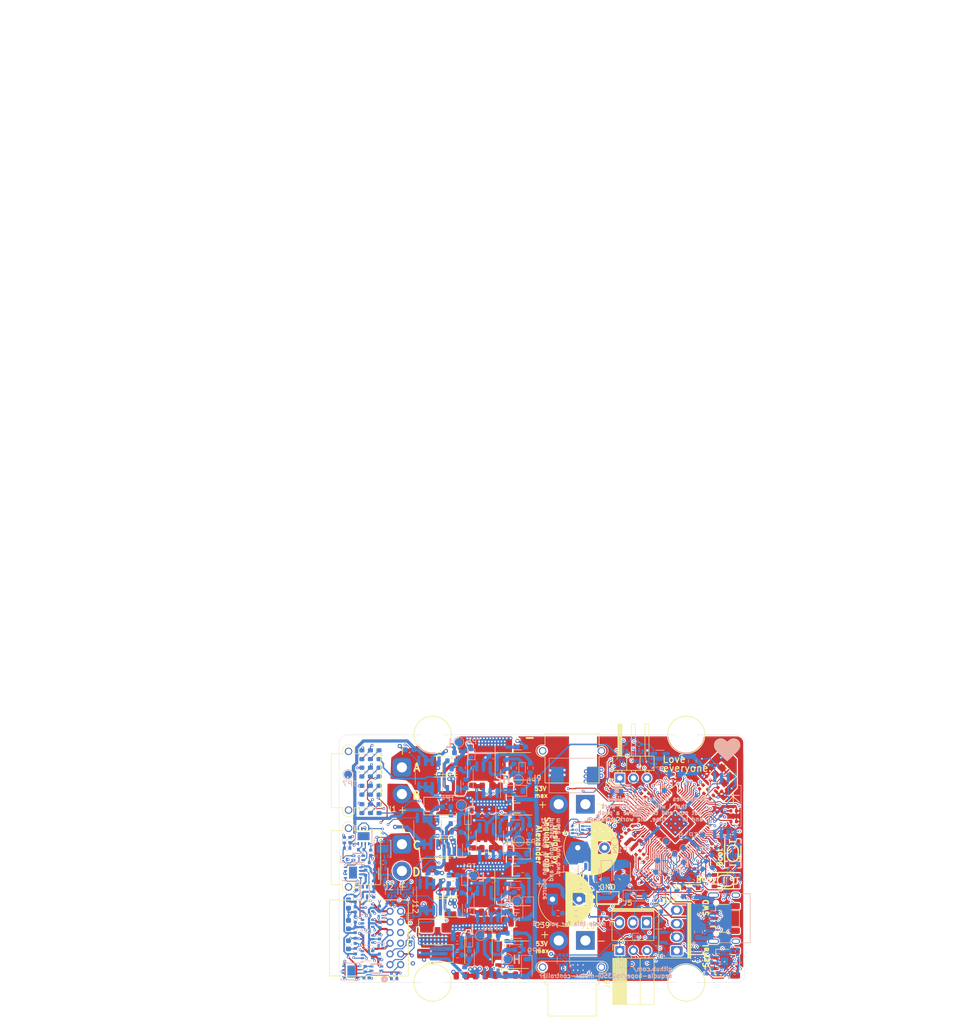
<source format=kicad_pcb>
(kicad_pcb (version 20241229) (generator "pcbnew") (generator_version "9.0")
  (title_block (title "RP2350 Integrated Driver") (date "2024-11-29") (rev "1") (company "Open Agriculture"))
  (layers (0 "F.Cu" signal) (4 "In1.Cu" signal) (6 "In2.Cu" signal) (8 "In3.Cu" signal) (10 "In4.Cu" signal) (2 "B.Cu" signal) (13 "F.Paste" user) (15 "B.Paste" user) (5 "F.SilkS" user "F.Silkscreen") (7 "B.SilkS" user "B.Silkscreen") (1 "F.Mask" user) (3 "B.Mask" user) (25 "Edge.Cuts" user))
  (net 0 "")
  (net 1 "GND")
  (net 2 "+3V3")
  (net 3 "/A_P")
  (net 4 "VMOT")
  (net 5 "/2AGH")
  (net 6 "/2AGL")
  (net 7 "/2BGH")
  (net 8 "/2BGL")
  (net 9 "/2CGL")
  (net 10 "/B_P")
  (net 11 "Net-(D6-K)")
  (net 12 "Net-(D15-K)")
  (net 13 "/2CGH")
  (net 14 "Net-(D16-K)")
  (net 15 "/C_P")
  (net 16 "/B_N")
  (net 17 "/C_N")
  (net 18 "/A_N")
  (net 19 "A_PWM_H")
  (net 20 "B_PWM_L\\")
  (net 21 "A_PWM_L\\")
  (net 22 "A_SENSE")
  (net 23 "B_PWM_H")
  (net 24 "Net-(D10-K)")
  (net 25 "Net-(D7-K)")
  (net 26 "Net-(D14-K)")
  (net 27 "Net-(Q1-B)")
  (net 28 "B_SENSE")
  (net 29 "Net-(Q1-E)")
  (net 30 "Net-(Q2-B)")
  (net 31 "Net-(Q2-E)")
  (net 32 "Net-(Q3-B)")
  (net 33 "Net-(Q3-E)")
  (net 34 "C_PWM_L\\")
  (net 35 "C_PWM_H")
  (net 36 "C_SENSE")
  (net 37 "VBUS")
  (net 38 "+1V1")
  (net 39 "/VREG_AVDD")
  (net 40 "/XIN")
  (net 41 "/USB_D-")
  (net 42 "/USB_D+")
  (net 43 "/I2C_SCL")
  (net 44 "/I2C_SDA")
  (net 45 "/LED")
  (net 46 "/MOT_TH")
  (net 47 "/ENC_A_SW")
  (net 48 "/ENC_C_SW")
  (net 49 "/ENC_D_DATA")
  (net 50 "/ENC_C_DATA")
  (net 51 "/ENC_B_SW")
  (net 52 "/SWD")
  (net 53 "/RUN")
  (net 54 "/SWCLK")
  (net 55 "/ENC_A_DATA")
  (net 56 "/TH1_SENSE")
  (net 57 "/VREG_LX")
  (net 58 "/QSPI_SS")
  (net 59 "/~{USB_BOOT}")
  (net 60 "Net-(D3-K)")
  (net 61 "/E-STOP")
  (net 62 "VMOT_SENSE")
  (net 63 "/XOUT")
  (net 64 "/QSPI_SD1")
  (net 65 "/QSPI_SD3")
  (net 66 "/QSPI_SCLK")
  (net 67 "/QSPI_SD0")
  (net 68 "/QSPI_SD2")
  (net 69 "/ENC_B_DATA")
  (net 70 "/ENC_D_SW")
  (net 71 "/HALL2")
  (net 72 "/HALL1")
  (net 73 "/HALL3")
  (net 74 "/ENC_B_P")
  (net 75 "Vdrive")
  (net 76 "A_PHASE_SENSE")
  (net 77 "B_PHASE_SENSE")
  (net 78 "C_PHASE_SENSE")
  (net 79 "RXI_DEBUG")
  (net 80 "TXO_DEBUG")
  (net 81 "GND_ISO")
  (net 82 "/TH_SW_1")
  (net 83 "/ENC_B_N")
  (net 84 "/2DGL")
  (net 85 "/D")
  (net 86 "D_PWM_H")
  (net 87 "D_PWM_L\\")
  (net 88 "/2DGH")
  (net 89 "/USB_DP")
  (net 90 "/USB_DN")
  (net 91 "/TXO_INTERBOARD_1")
  (net 92 "/RXI_INTERBOARD_1")
  (net 93 "/RXI_INTERBOARD_2")
  (net 94 "/TXO_INTERBOARD_2")
  (net 95 "/CAN_CPU_RXI")
  (net 96 "/CAN0_N")
  (net 97 "/CAN0_P")
  (net 98 "/CAN_CPU_TXO")
  (net 99 "+5V_ISO")
  (net 100 "/ENC_A_P")
  (net 101 "/ENC_A_N")
  (net 102 "/ENC_C_P")
  (net 103 "/ENC_A_N_SW")
  (net 104 "/ENC_C_N")
  (net 105 "/ENC_D_P")
  (net 106 "/ENC_D_N")
  (net 107 "/V_ENC")
  (net 108 "Net-(U15-NC)")
  (net 109 "/ENC_A_P_SW")
  (net 110 "/ENC_B_N_SW")
  (net 111 "/ENC_B_P_SW")
  (net 112 "/ENC_C_N_SW")
  (net 113 "/ENC_C_P_SW")
  (net 114 "/EXT_ANALOG1")
  (net 115 "/EXT_ANALOG2")
  (net 116 "/ADC5")
  (net 117 "/ADC4")
  (net 118 "/V_SW")
  (net 119 "/H2_SW")
  (net 120 "/I2C_SW")
  (net 121 "/EXT_ANALOG_SW")
  (net 122 "/H1_SW")
  (net 123 "/H3_SW")
  (net 124 "Net-(C7-Pad1)")
  (net 125 "Net-(C9-Pad1)")
  (net 126 "Net-(U1-VB)")
  (net 127 "Net-(C14-Pad1)")
  (net 128 "Net-(C25-Pad1)")
  (net 129 "Net-(C26-Pad1)")
  (net 130 "Net-(U6-VB)")
  (net 131 "Net-(C33-Pad1)")
  (net 132 "Net-(C34-Pad1)")
  (net 133 "Net-(U7-VB)")
  (net 134 "Net-(C53-Pad1)")
  (net 135 "Net-(C54-Pad1)")
  (net 136 "Net-(U12-VB)")
  (net 138 "Net-(D8-K)")
  (net 139 "Net-(D11-K)")
  (net 140 "Net-(D12-K)")
  (net 141 "Net-(D18-K)")
  (net 142 "Net-(D19-K)")
  (net 143 "Net-(D20-K)")
  (net 144 "Net-(U19-A)")
  (net 145 "Net-(U19-B)")
  (net 146 "Net-(U18-B)")
  (net 147 "Net-(U18-A)")
  (net 148 "Net-(U20-A)")
  (net 149 "Net-(U20-B)")
  (net 150 "Net-(U21-A)")
  (net 151 "Net-(U21-B)")
  (net 155 "Net-(J5-Pin_3)")
  (net 156 "Net-(Q4-E)")
  (net 157 "Net-(Q4-B)")
  (net 158 "Net-(U1-HO)")
  (net 159 "Net-(U1-LO)")
  (net 160 "Net-(U2-FB)")
  (net 161 "Net-(R24-Pad1)")
  (net 162 "Net-(U6-LO)")
  (net 163 "Net-(U6-HO)")
  (net 164 "Net-(U7-HO)")
  (net 165 "Net-(U7-LO)")
  (net 166 "Net-(U8-USB_DP)")
  (net 167 "Net-(U8-USB_DM)")
  (net 168 "Net-(U8-GPIO1)")
  (net 169 "Net-(U8-GPIO0)")
  (net 170 "Net-(R59-Pad2)")
  (net 171 "Net-(R62-Pad2)")
  (net 172 "Net-(R67-Pad2)")
  (net 173 "Net-(R70-Pad2)")
  (net 174 "Net-(U12-HO)")
  (net 175 "Net-(U12-LO)")
  (net 179 "Net-(U8-GPIO38)")
  (net 180 "/V_ENABLE")
  (net 181 "Net-(R3-Pad2)")
  (net 182 "Net-(J3-CC2)")
  (net 183 "Net-(J3-CC1)")
  (net 188 "Net-(U28-EN{slash}UVLO)")
  (net 189 "Net-(U28-OVLO)")
  (net 190 "/PD_INT")
  (footprint "Resistor_SMD:R_0402_1005Metric" (layer "F.Cu") (at 186.405 96.245)
    (property "Reference" "R57" (hide yes))
    (property "Value" "10k")
  )
  (footprint "Capacitor_SMD:C_0402_1005Metric" (layer "F.Cu") (at 167.108219 99.465221 45)
    (property "Reference" "C21" (hide yes))
    (property "Value" "4.7u")
  )
  (footprint "Capacitor_THT:CP_Radial_D10.0mm_P5.00mm" (layer "F.Cu") (at 152.45 112.8)
    (property "Reference" "C39")
    (property "Value" "220uF 63V solid")
  )
  (footprint "Resistor_SMD:R_0805_2012Metric" (layer "F.Cu") (at 145.61995 117.241269 180)
    (property "Reference" "R17" (hide yes))
    (property "Value" "R")
  )
  (footprint "Capacitor_SMD:C_0805_2012Metric" (layer "F.Cu") (at 143.568732 103.419951 180)
    (property "Reference" "C25" (hide yes))
    (property "Value" "C")
  )
  (footprint "Capacitor_SMD:C_0805_2012Metric" (layer "F.Cu") (at 142.695 127.02 180)
    (property "Reference" "C53" (hide yes))
    (property "Value" "C")
  )
  (footprint "Diode_SMD:D_SMA" (layer "F.Cu") (at 131.878732 95.33495)
    (property "Reference" "D17" (hide yes))
    (property "Value" "SMAJ51A")
  )
  (footprint "parts:MountingHole_3.9mm_Plastite_#6" (layer "F.Cu") (at 177.5 82)
    (property "Reference" "H1" (hide yes))
    (property "Value" "MountingHole")
  )
  (footprint "Capacitor_SMD:C_1206_3216Metric" (layer "F.Cu") (at 145.63495 107.516268 180)
    (property "Reference" "C1" (hide yes))
    (property "Value" "2.2uF 100V")
  )
  (footprint "parts:KEY-SMD_4P-L4.2-W3.2-P2.20-LS4.6" (layer "F.Cu") (at 184.9 109.325 180)
    (property "Reference" "SW2" (hide yes))
    (property "Value" "Button")
  )
  (footprint "RP2040_minimal:LED_WS2812_3528_3.5x2.8mm_P1.5mm" (layer "F.Cu") (at 178.4 111.45)
    (property "Reference" "D1" (hide yes))
    (property "Value" "WS2812B")
  )
  (footprint "Resistor_SMD:R_0805_2012Metric" (layer "F.Cu") (at 145.331268 105.400051 180)
    (property "Reference" "R37" (hide yes))
    (property "Value" "R")
  )
  (footprint "motor:PowerPAK_SO-8_123" (layer "F.Cu") (at 139.08495 110.636767 -90)
    (property "Reference" "AL1" (hide yes))
    (property "Value" "MOSFETSO-8")
  )
  (footprint "Connector_AMASS:AMASS_XT30PW-M_1x02_P2.50mm_Horizontal" (layer "F.Cu") (at 158.625 95)
    (property "Reference" "J9")
    (property "Value" "XT30")
  )
  (footprint "parts:CONN12_5018761240_MOL" (layer "F.Cu") (at 122.02 125.044998 -90)
    (property "Reference" "J12")
    (property "Value" "Conn_01x06")
  )
  (footprint "Capacitor_SMD:C_0402_1005Metric" (layer "F.Cu") (at 183.62724 96.856623 -45)
    (property "Reference" "C46" (hide yes))
    (property "Value" "100n")
  )
  (footprint "Capacitor_SMD:C_0402_1005Metric" (layer "F.Cu") (at 182.67871 102.732054 -45)
    (property "Reference" "C41" (hide yes))
    (property "Value" "100n")
  )
  (footprint "Connector_AMASS:AMASS_XT30PW-M_1x02_P2.50mm_Horizontal" (layer "F.Cu") (at 124.25 88.1 90)
    (property "Reference" "J1")
    (property "Value" "XT30")
  )
  (footprint "Capacitor_SMD:C_0805_2012Metric" (layer "F.Cu") (at 143.541269 115.25005 180)
    (property "Reference" "C7" (hide yes))
    (property "Value" "C")
  )
  (footprint "Resistor_SMD:R_0805_2012Metric" (layer "F.Cu") (at 145.308732 93.57995 180)
    (property "Reference" "R48" (hide yes))
    (property "Value" "R")
  )
  (footprint "motor:PowerPAK_SO-8_123" (layer "F.Cu") (at 139.284948 98.796268 -90)
    (property "Reference" "BL1" (hide yes))
    (property "Value" "MOSFETSO-8")
  )
  (footprint "Capacitor_SMD:C_0805_2012Metric" (layer "F.Cu") (at 137.308731 115.94995 -90)
    (property "Reference" "C9" (hide yes))
    (property "Value" "C")
  )
  (footprint "Resistor_SMD:R_0402_1005Metric" (layer "F.Cu") (at 169.172971 104.782663 45)
    (property "Reference" "R50" (hide yes))
    (property "Value" "27")
  )
  (footprint "Resistor_SMD:R_0805_2012Metric" (layer "F.Cu") (at 138.95 127.12 180)
    (property "Reference" "R81" (hide yes))
    (property "Value" "R")
  )
  (footprint "Connector_JST:JST_SH_SM03B-SRSS-TB_1x03-1MP_P1.00mm_Horizontal" (layer "F.Cu") (at 184.83 124.775 90)
    (property "Reference" "J4" (hide yes))
    (property "Value" "SM03B-SRSS-TB")
  )
  (footprint "motor:PowerPAK_SO-8_123" (layer "F.Cu") (at 145.68495 99.596268)
    (property "Reference" "BH1" (hide yes))
    (property "Value" "MOSFETSO-8")
  )
  (footprint "Connector_PinSocket_2.54mm:PinSocket_1x03_P2.54mm_Horizontal" (layer "F.Cu") (at 165.08 122.42 90)
    (property "Reference" "J8")
    (property "Value" "Conn_01x03")
  )
  (footprint "motor:PowerPAK_SO-8_123" (layer "F.Cu") (at 145.434951 87.891269)
    (property "Reference" "CH1" (hide yes))
    (property "Value" "MOSFETSO-8")
  )
  (footprint "Resistor_SMD:R_0402_1005Metric" (layer "F.Cu") (at 174.405561 110.227386 45)
    (property "Reference" "R34" (hide yes))
    (property "Value" "1k")
  )
  (footprint "parts:MountingHole_3.9mm_Plastite_#6" (layer "F.Cu") (at 177.5 128.4)
    (property "Reference" "H2" (hide yes))
    (property "Value" "MountingHole")
  )
  (footprint "motor:PowerPAK_SO-8_123" (layer "F.Cu") (at 139.13495 87.116268 -90)
    (property "Reference" "CL1" (hide yes))
    (property "Value" "MOSFETSO-8")
  )
  (footprint "RP2350_80QFN_minimal:C_0402_1005Metric_small_pads" (layer "F.Cu") (at 168.982052 100.702658 135)
    (property "Reference" "C17" (hide yes))
    (property "Value" "4.7u")
  )
  (footprint "Capacitor_SMD:C_0402_1005Metric" (layer "F.Cu") (at 182.254445 93.681089 45)
    (property "Reference" "C32" (hide yes))
    (property "Value" "100n")
  )
  (footprint "Resistor_SMD:R_0805_2012Metric" (layer "F.Cu") (at 140.058731 115.21995 180)
    (property "Reference" "R18" (hide yes))
    (property "Value" "R")
  )
  (footprint "Connector_PinHeader_2.54mm:PinHeader_1x03_P2.54mm_Horizontal" (layer "F.Cu") (at 165.08 90.1 90)
    (property "Reference" "J7")
    (property "Value" "Conn_01x03")
  )
  (footprint "Capacitor_SMD:C_0402_1005Metric" (layer "F.Cu") (at 168.850449 109.2465 -45)
    (property "Reference" "C4" (hide yes))
    (property "Value" "100n")
  )
  (footprint "Capacitor_SMD:C_1206_3216Metric" (layer "F.Cu") (at 145.734951 95.691267 180)
    (property "Reference" "C8" (hide yes))
    (property "Value" "2.2uF 100V")
  )
  (footprint "Capacitor_SMD:C_0805_2012Metric" (layer "F.Cu") (at 135.38 127.12 180)
    (property "Reference" "C54" (hide yes))
    (property "Value" "C")
  )
  (footprint "Resistor_SMD:R_0805_2012Metric" (layer "F.Cu") (at 140.131268 103.32505 180)
    (property "Reference" "R38" (hide yes))
    (property "Value" "R")
  )
  (footprint "parts:MountingHole_3.9mm_Plastite_#6" (layer "F.Cu") (at 130 128.4)
    (property "Reference" "H4" (hide yes))
    (property "Value" "MountingHole")
  )
  (footprint "Resistor_SMD:R_0805_2012Metric" (layer "F.Cu") (at 140.208732 91.65495 180)
    (property "Reference" "R52" (hide yes))
    (property "Value" "R")
  )
  (footprint "RP2350_80QFN_minimal:RP2350-QFN-80-1EP_10x10_P0.4mm_EP3.4x3.4mm_ThermalVias" (layer "F.Cu") (at 175.466222 98.630834 135)
    (property "Reference" "U8" (hide yes))
    (property "Value" "RP2350_80QFN")
  )
  (footprint "Capacitor_SMD:C_0402_1005Metric" (layer "F.Cu") (at 173.839876 108.459619 -45)
    (property "Reference" "C35" (hide yes))
    (property "Value" "100n")
  )
  (footprint "motor:PowerPAK_SO-8_123" (layer "F.Cu") (at 145.40995 111.446268)
    (property "Reference" "AH1" (hide yes))
    (property "Value" "MOSFETSO-8")
  )
  (footprint "parts:PINREX-744-81-04TW00 _1x04_P2.54mm_Vertical" (layer "F.Cu") (at 175.395 122.455001 90)
    (property "Reference" "J11")
    (property "Value" "CAN2 PLUG")
  )
  (footprint "Resistor_SMD:R_0402_1005Metric" (layer "F.Cu") (at 181.197322 92.616891 45)
    (property "Reference" "R26" (hide yes))
    (property "Value" "1k")
  )
  (footprint "Resistor_SMD:R_2512_6332Metric" (layer "F.Cu") (at 132.489951 87.706268 180)
    (property "Reference" "R56" (hide yes))
    (property "Value" "3mΩ")
  )
  (footprint "Connector_AMASS:AMASS_XT30PW-F_1x02_P2.50mm_Horizontal" (layer "F.Cu") (at 158.625 120.525 180)
    (property "Reference" "J10")
    (property "Value" "Power Output")
  )
  (footprint "Capacitor_SMD:C_0402_1005Metric" (layer "F.Cu") (at 175.054901 89.855554 90)
    (property "Reference" "C43" (hide yes))
    (property "Value" "100n")
  )
  (footprint "Capacitor_SMD:C_0805_2012Metric" (layer "F.Cu") (at 137.444949 104.131268 -90)
    (property "Reference" "C26" (hide yes))
    (property "Value" "C")
  )
  (footprint "TestPoint:TestPoint_Keystone_5019_Minature" (layer "F.Cu") (at 162.825 112.575 180)
    (property "Reference" "TP8" (hide yes))
    (property "Value" "TestPoint")
  )
  (footprint "Crystal:Crystal_SMD_3225-4Pin_3.2x2.5mm" (layer "F.Cu") (at 184.375767 89.579869 135)
    (property "Reference" "Y1" (hide yes))
    (property "Value" "ABM8-272-T3")
  )
  (footprint "Capacitor_SMD:C_0402_1005Metric" (layer "F.Cu") (at 169.880077 105.489772 -135)
    (property "Reference" "C30" (hide yes))
    (property "Value" "100n")
  )
  (footprint "parts:KEY-SMD_4P-L4.2-W3.2-P2.20-LS4.6" (layer "F.Cu") (at 186.25 104.2 -90)
    (property "Reference" "SW1" (hide yes))
    (property "Value" "Button")
  )
  (footprint "Resistor_SMD:R_0805_2012Metric" (layer "F.Cu") (at 146.425 127.02 180)
    (property "Reference" "R80" (hide yes))
    (property "Value" "R")
  )
  (footprint "Capacitor_SMD:C_0402_1005Metric" (layer "F.Cu") (at 180.345258 91.771899 45)
    (property "Reference" "C22" (hide yes))
    (property "Value" "4.7u")
  )
  (footprint "Resistor_SMD:R_0402_1005Metric" (layer "F.Cu") (at 165.800071 100.773368 45)
    (property "Reference" "R32" (hide yes))
    (property "Value" "33R")
  )
  (footprint "Diode_SMD:D_SMA" (layer "F.Cu") (at 130.35 122.985 180)
    (property "Reference" "D21" (hide yes))
    (property "Value" "SMAJ51A")
  )
  (footprint "Resistor_SMD:R_2512_6332Metric" (layer "F.Cu") (at 132.489951 110.521268 180)
    (property "Reference" "R23" (hide yes))
    (property "Value" "3mΩ")
  )
  (footprint "Resistor_SMD:R_2512_6332Metric" (layer "F.Cu") (at 132.489951 114.386269 180)
    (property "Reference" "R20" (hide yes))
    (property "Value" "3mΩ")
  )
  (footprint "Connector_JST:JST_SH_SM03B-SRSS-TB_1x03-1MP_P1.00mm_Horizontal" (layer "F.Cu") (at 184.8 116.4 90)
    (property "Reference" "J6" (hide yes))
    (property "Value" "SM03B-SRSS-TB")
  )
  (footprint "parts:PowerPAK_SO-8_123" (layer "F.Cu") (at 138.6 121.900001 -90)
    (property "Reference" "CL2" (hide yes))
    (property "Value" "MOSFETSO-8")
  )
  (footprint "Capacitor_SMD:C_0402_1005Metric" (layer "F.Cu") (at 183.806546 92.235055 -45)
    (property "Reference" "C13" (hide yes))
    (property "Value" "15p")
  )
  (footprint "Connector_AMASS:AMASS_XT30PW-M_1x02_P2.50mm_Horizontal" (layer "F.Cu") (at 124.25 102.5 90)
    (property "Reference" "J2")
    (property "Value" "XT30")
  )
  (footprint "Capacitor_SMD:C_0805_2012Metric" (layer "F.Cu") (at 137.508732 92.40495 -90)
    (property "Reference" "C34" (hide yes))
    (property "Value" "C")
  )
  (footprint "Diode_SMD:D_SMA" (layer "F.Cu") (at 131.453732 106.75995)
    (property "Reference" "D13" (hide yes))
    (property "Value" "SMAJ51A")
  )
  (footprint "Capacitor_SMD:C_0402_1005Metric" (layer "F.Cu") (at 166.872361 96.738093 135)
    (property "Reference" "C45" (hide yes))
    (property "Value" "100n")
  )
  (footprint "Resistor_SMD:R_0402_1005Metric" (layer "F.Cu") (at 186.405 98.235)
    (property "Reference" "R58" (hide yes))
    (property "Value" "10k")
  )
  (footprint "RP2350_80QFN_minimal:C_0402_1005Metric_small_pads" (layer "F.Cu") (at 168.3103 101.374409 135)
    (property "Reference" "C18" (hide yes))
    (property "Value" "4.7u")
  )
  (footprint "Resistor_SMD:R_2512_6332Metric" (layer "F.Cu") (at 132.455 99.215 180)
    (property "Reference" "R40" (hide yes))
    (property "Value" "3mΩ")
  )
  (footprint "Capacitor_SMD:C_0402_1005Metric" (layer "F.Cu") (at 179.392466 107.408298 -45)
    (property "Reference" "C37" (hide yes))
    (property "Value" "100n")
  )
  (footprint "Resistor_SMD:R_2512_6332Metric" (layer "F.Cu") (at 132.489951 91.611268 180)
    (property "Reference" "R55" (hide yes))
    (property "Value" "3mΩ")
  )
  (footprint "Capacitor_SMD:C_0402_1005Metric" (layer "F.Cu") (at 181.706438 90.134946 135)
    (property "Reference" "C14" (hide yes))
    (property "Value" "15p")
  )
  (footprint "Resistor_SMD:R_0402_1005Metric" (layer "F.Cu") (at 168.465864 104.075557 45)
    (property "Reference" "R51" (hide yes))
    (property "Value" "27")
  )
  (footprint "Capacitor_SMD:C_0402_1005Metric" (layer "F.Cu") (at 170.159385 92.616892 135)
    (property "Reference" "C38" (hide yes))
    (property "Value" "100n")
  )
  (footprint "RP2350_80QFN_minimal:L_pol_2016" (layer "F.Cu") (at 167.143574 102.541136 135)
    (property "Reference" "L2" (hide yes))
    (property "Value" "3.3u")
  )
  (footprint "Capacitor_SMD:C_0805_2012Metric" (layer "F.Cu") (at 165.55612 108.519724 135)
    (property "Reference" "C47" (hide yes))
    (property "Value" "10u 25v")
  )
  (footprint "Capacitor_SMD:C_0805_2012Metric" (layer "F.Cu") (at 143.616268 91.63505 180)
    (property "Reference" "C33" (hide yes))
    (property "Value" "C")
  )
  (footprint "Capacitor_THT:CP_Radial_D10.0mm_P5.00mm" (layer "F.Cu") (at 157.2 103.15)
    (property "Reference" "C42")
    (property "Value" "220uF 63V solid")
  )
  (footprint "Capacitor_SMD:C_0402_1005Metric" (layer "F.Cu") (at 180.981654 104.429111 -45)
    (property "Reference" "C20" (hide yes))
    (property "Value" "100n")
  )
  (footprint "Resistor_SMD:R_2512_6332Metric" (layer "F.Cu") (at 132.455 103.055 180)
    (property "Reference" "R39" (hide yes))
    (property "Value" "3mΩ")
  )
  (footprint "Capacitor_SMD:C_0402_1005Metric" (layer "F.Cu") (at 169.455813 93.327535 135)
    (property "Reference" "C24" (hide yes))
    (property "Value" "100n")
  )
  (footprint "Capacitor_SMD:C_1206_3216Metric" (layer "F.Cu") (at 145.78495 83.916268 180)
    (property "Reference" "C44" (hide yes))
    (property "Value" "2.2uF 100V")
  )
  (footprint "Resistor_SMD:R_0402_1005Metric" (layer "F.Cu") (at 162.070001 116.355001 180)
    (property "Reference" "R8" (hide yes))
    (property "Value" "1k")
  )
  (footprint "parts:BOOMELE-2510-3A_1x03_P2.54mm_Vertical" (layer "F.Cu") (at 170.08 117.505 180)
    (property "Reference" "J5")
    (property "Value" "Estop Conn")
  )
  (footprint "parts:IC_W25Q16JVUXIQ_TR" (layer "F.Cu") (at 170.732141 108.654074 135)
    (property "Reference" "U3" (hide yes))
    (property "Value" "W25Q16JV")
  )
  (footprint "parts:PowerPAK_SO-8_123" (layer "F.Cu") (at 145.05 123.2)
    (property "Reference" "CH2" (hide yes))
    (property "Value" "MOSFETSO-8")
  )
  (footprint "Diode_SMD:D_SMA" (layer "F.Cu") (at 130.909949 118.161269)
    (property "Reference" "D9" (hide yes))
    (property "Value" "SMAJ51A")
  )
  (footprint "parts:MountingHole_3.9mm_Plastite_#6" (layer "F.Cu") (at 130 82)
    (property "Reference" "H3" (hide yes))
    (property "Value" "MountingHole")
  )
  (footprint "Resistor_SMD:R_0603_1608Metric" (layer "B.Cu") (at 136.864629 111.721268 90)
    (property "Reference" "R11" (hide yes))
    (property "Value" "0R")
  )
  (footprint "Resistor_SMD:R_0603_1608Metric" (layer "B.Cu") (at 144.87 119.154823 180)
    (property "Reference" "R73" (hide yes))
    (property "Value" "0R")
  )
  (footprint "Capacitor_SMD:C_0603_1608Metric" (layer "B.Cu") (at 187.025 105.365001 -90)
    (property "Reference" "C58" (hide yes))
    (property "Value" "4.7uF 35V")
  )
  (footprint "Capacitor_SMD:C_0402_1005Metric" (layer "B.Cu") (at 165.780901 83.683389 180)
    (property "Reference" "C50" (hide yes))
    (property "Value" "100n")
  )
  (footprint "Diode_SMD:D_SOD-523" (layer "B.Cu") (at 136.05995 108.951589 90)
    (property "Reference" "D7" (hide yes))
    (property "Value" "CDBU0130R-HF")
  )
  (footprint "Package_DFN_QFN:WQFN-14-1EP_2.5x2.5mm_P0.5mm_EP1.45x1.45mm" (layer "B.Cu") (at 184.695001 124.414999 -90)
    (property "Reference" "U101" (hide yes))
    (property "Value" "FUSB302BMPX")
  )
  (footprint "Package_TO_SOT_SMD:SOT-23" (layer "B.Cu") (at 172.345 119.93 180)
    (property "Reference" "D22" (hide yes))
    (property "Value" "ESDCAN24-2BLY")
  )
  (footprint "Resistor_SMD:R_0603_1608Metric" (layer "B.Cu") (at 146.155948 111.515051)
    (property "Reference" "R13" (hide yes))
    (property "Value" "10.2R")
  )
  (footprint "Capacitor_SMD:C_0402_1005Metric" (layer "B.Cu") (at 181.915 126.765 180)
    (property "Reference" "C77" (hide yes))
    (property "Value" "4.7u")
  )
  (footprint "Resistor_SMD:R_0402_1005Metric" (layer "B.Cu") (at 159.958076 111.208995 135)
    (property "Reference" "R19" (hide yes))
    (property "Value" "124k")
  )
  (footprint "Capacitor_SMD:C_1210_3225Metric" (layer "B.Cu") (at 155.925 107.185 -90)
    (property "Reference" "C3" (hide yes))
    (property "Value" "4.7uF 100v")
  )
  (footprint "Resistor_SMD:R_0603_1608Metric" (layer "B.Cu") (at 139.325 96.990001)
    (property "Reference" "TH1" (hide yes))
    (property "Value" "Thermistor 10k")
  )
  (footprint "Package_TO_SOT_SMD:SOT-23" (layer "B.Cu") (at 133.740049 91.188409 90)
    (property "Reference" "Q3" (hide yes))
    (property "Value" "Q_PNP_BEC")
  )
  (footprint "Capacitor_SMD:C_0805_2012Metric" (layer "B.Cu") (at 178.65 86.925 90)
    (property "Reference" "C12" (hide yes))
    (property "Value" "10u 25v")
  )
  (footprint "Capacitor_SMD:C_0603_1608Metric" (layer "B.Cu") (at 143.928411 115.85495 90)
    (property "Reference" "C2" (hide yes))
    (property "Value" "4.7uF 35V")
  )
  (footprint "Resistor_SMD:R_0603_1608Metric" (layer "B.Cu") (at 118.35 85.73 90)
    (property "Reference" "R71" (hide yes))
    (property "Value" "50k 0.1%")
  )
  (footprint "Capacitor_SMD:C_0603_1608Metric" (layer "B.Cu") (at 129.960051 107.818732)
    (property "Reference" "C16" (hide yes))
    (property "Value" "100n")
  )
  (footprint "Resistor_SMD:R_0402_1005Metric" (layer "B.Cu") (at 120.704999 105.915)
    (property "Reference" "R84" (hide yes))
    (property "Value" "100R 0402")
  )
  (footprint "Resistor_SMD:R_0603_1608Metric" (layer "B.Cu") (at 134.64 123.245176 180)
    (property "Reference" "R77" (hide yes))
    (property "Value" "10.2R")
  )
  (footprint "Resistor_SMD:R_0603_1608Metric" (layer "B.Cu") (at 143.935177 121.47 90)
    (property "Reference" "R74" (hide yes))
    (property "Value" "0R")
  )
  (footprint "Capacitor_SMD:C_0805_2012Metric" (layer "B.Cu") (at 175.387498 89.2)
    (property "Reference" "C5" (hide yes))
    (property "Value" "10u 25v")
  )
  (footprint "Capacitor_SMD:C_0402_1005Metric" (layer "B.Cu") (at 120.024948 114.575 90)
    (property "Reference" "C64" (hide yes))
    (property "Value" "100n")
  )
  (footprint "Capacitor_SMD:C_0402_1005Metric" (layer "B.Cu") (at 182.785 87.685 180)
    (property "Reference" "C56" (hide yes))
    (property "Value" "100n")
  )
  (footprint "Resistor_SMD:R_0603_1608Metric" (layer "B.Cu") (at 119.965 88.98 90)
    (property "Reference" "R67" (hide yes))
    (property "Value" "50k 0.1%")
  )
  (footprint "Resistor_SMD:R_0603_1608Metric" (layer "B.Cu") (at 182.917552 105.171355 135)
    (property "Reference" "R65" (hide yes))
    (property "Value" "10k")
  )
  (footprint "Capacitor_SMD:C_0603_1608Metric" (layer "B.Cu") (at 145.050049 106.20431)
    (property "Reference" "C15" (hide yes))
    (property "Value" "4.7uF 35V")
  )
  (footprint "parts:TestPoint_Pad_D1.5mm_no_courtyard" (layer "B.Cu") (at 134.875 83.35 180)
    (property "Reference" "TP6")
    (property "Value" "TestPoint")
  )
  (footprint "Package_TO_SOT_SMD:SOT-883" (layer "B.Cu") (at 168.275 119.79)
    (property "Reference" "D29" (hide yes))
    (property "Value" "5V TVS")
  )
  (footprint "Capacitor_SMD:C_0805_2012Metric" (layer "B.Cu") (at 163.225 111.015 180)
    (property "Reference" "C11" (hide yes))
    (property "Value" "10u 25v")
  )
  (footprint "Diode_SMD:D_SOD-123" (layer "B.Cu") (at 168.055 112.125)
    (property "Reference" "D2" (hide yes))
    (property "Value" "3.3v Zener")
  )
  (footprint "Resistor_SMD:R_0603_1608Metric" (layer "B.Cu") (at 183.997395 104.081512 135)
    (property "Reference" "R66" (hide yes))
    (property "Value" "10k")
  )
  (footprint "parts:TestPoint_Pad_D1.5mm_no_courtyard" (layer "B.Cu") (at 135.375 95.175 180)
    (property "Reference" "TP4")
    (property "Value" "TestPoint")
  )
  (footprint "TestPoint:TestPoint_Pad_D1.0mm" (layer "B.Cu") (at 180.525 100.775 180)
    (property "Reference" "TP18")
    (property "Value" "TestPoint")
  )
  (footprint "Package_SO:SOIC-8_7.5x5.85mm_P1.27mm" (layer "B.Cu") (at 184.755 95.315 -90)
    (property "Reference" "U16" (hide yes))
    (property "Value" "CA-IS3052CG")
  )
  (footprint "TestPoint:TestPoint_Pad_D1.0mm" (layer "B.Cu") (at 173.425 92.425 180)
    (property "Reference" "TP20")
    (property "Value" "TestPoint")
  )
  (footprint "Capacitor_SMD:C_0603_1608Metric" (layer "B.Cu") (at 134.62 120.145176)
    (property "Reference" "C51" (hide yes))
    (property "Value" "DNP")
  )
  (footprint "Resistor_SMD:R_0603_1608Metric" (layer "B.Cu") (at 169.434999 114.380001 180)
    (property "Reference" "R54" (hide yes))
    (property "Value" "100R")
  )
  (footprint "Resistor_SMD:R_0603_1608Metric" (layer "B.Cu") (at 136.855176 123.259999 90)
    (property "Reference" "R76" (hide yes))
    (property "Value" "0R")
  )
  (footprint "Resistor_SMD:R_0603_1608Metric" (layer "B.Cu") (at 145.22495 88.225945 -90)
    (property "Reference" "R46" (hide yes))
    (property "Value" "10.2R")
  )
  (footprint "Diode_SMD:D_SOD-523" (layer "B.Cu") (at 136.89119 120.465 90)
    (property "Reference" "D20" (hide yes))
    (property "Value" "CDBU0130R-HF")
  )
  (footprint "Capacitor_SMD:C_0402_1005Metric" (layer "B.Cu") (at 122.090793 113.460793)
    (property "Reference" "C71" (hide yes))
    (property "Value" "100n")
  )
  (footprint "Resistor_SMD:R_0603_1608Metric" (layer "B.Cu") (at 136.638732 103.479948 -90)
    (property "Reference" "R28" (hide yes))
    (property "Value" "100R")
  )
  (footprint "Capacitor_SMD:C_0402_1005Metric" (layer "B.Cu") (at 154.925 126.295 180)
    (property "Reference" "C59" (hide yes))
    (property "Value" "100n")
  )
  (footprint "Resistor_SMD:R_0402_1005Metric" (layer "B.Cu") (at 118.645 105.945001 180)
    (property "Reference" "R92" (hide yes))
    (property "Value" "10k")
  )
  (footprint "Capacitor_SMD:C_0603_1608Metric" (layer "B.Cu") (at 141.349627 85.971268)
    (property "Reference" "C36" (hide yes))
    (property "Value" "10uF 35v")
  )
  (footprint "Resistor_SMD:R_0603_1608Metric" (layer "B.Cu") (at 118.36 95.830001 90)
    (property "Reference" "R60" (hide yes))
    (property "Value" "50k 0.1%")
  )
  (footprint "Resistor_SMD:R_0603_1608Metric" (layer "B.Cu") (at 118.36 92.38 90)
    (property "Reference" "R63" (hide yes))
    (property "Value" "50k 0.1%")
  )
  (footprint "parts:TestPoint_Pad_D1.5mm_no_courtyard" (layer "B.Cu") (at 138.955 119.59 180)
    (property "Reference" "TP10")
    (property "Value" "TestPoint")
  )
  (footprint "Resistor_SMD:R_0603_1608Metric" (layer "B.Cu") (at 119.96 85.73 90)
    (property "Reference" "R70" (hide yes))
    (property "Value" "50k 0.1%")
  )
  (footprint "TestPoint:TestPoint_Pad_D1.0mm" (layer "B.Cu") (at 164.125 102.025 180)
    (property "Reference" "TP12")
    (property "Value" "TestPoint")
  )
  (footprint "TestPoint:TestPoint_Pad_D1.0mm" (layer "B.Cu") (at 175.325 104.375 180)
    (property "Reference" "TP16")
    (property "Value" "TestPoint")
  )
  (footprint "Resistor_SMD:R_0402_1005Metric" (layer "B.Cu") (at 122.805 126.635)
    (property "Reference" "R87" (hide yes))
    (property "Value" "10k")
  )
  (footprint "Capacitor_SMD:C_0603_1608Metric" (layer "B.Cu") (at 133.85495 108.28659)
    (property "Reference" "C6" (hide yes))
    (property "Value" "DNP")
  )
  (footprint "Package_SO:SOIC-8_3.9x4.9mm_P1.27mm" (layer "B.Cu") (at 129.045 100.015 90)
    (property "Reference" "U9" (hide yes))
    (property "Value" "INA240A1D")
  )
  (footprint "parts:TestPoint_Pad_D1.5mm_no_courtyard" (layer "B.Cu") (at 146.225 101.925 180)
    (property "Reference" "TP3")
    (property "Value" "TestPoint")
  )
  (footprint "parts:TestPoint_Pad_D1.5mm_no_courtyard" (layer "B.Cu") (at 145.82505 113.178732 180)
    (property "Reference" "TP2")
    (property "Value" "TestPoint")
  )
  (footprint "Package_TO_SOT_SMD:SOT-883" (layer "B.Cu") (at 120.25 116.075 180)
    (property "Reference" "D23" (hide yes))
    (property "Value" "5V TVS")
  )
  (footprint "Capacitor_SMD:C_0603_1608Metric" (layer "B.Cu") (at 146.644999 84.294996 180)
    (property "Reference" "C19" (hide yes))
    (property "Value" "1u")
  )
  (footprint "Resistor_SMD:R_0603_1608Metric" (layer "B.Cu") (at 181.831697 106.257209 135)
    (property "Reference" "R36" (hide yes))
    (property "Value" "10k")
  )
  (footprint "Resistor_SMD:R_0603_1608Metric" (layer "B.Cu") (at 143.845271 110.71127 90)
    (property "Reference" "R10" (hide yes))
    (property "Value" "0R")
  )
  (footprint "Capacitor_SMD:C_0603_1608Metric" (layer "B.Cu") (at 134.864948 85.34159)
    (property "Reference" "C31" (hide yes))
    (property "Value" "DNP")
  )
  (footprint "TestPoint:TestPoint_Pad_D1.0mm" (layer "B.Cu") (at 173.775 101.875 180)
    (property "Reference" "TP17")
    (property "Value" "TestPoint")
  )
  (footprint "Capacitor_SMD:C_0402_1005Metric" (layer "B.Cu") (at 115.805001 110.58 -90)
    (property "Reference" "C60" (hide yes))
    (property "Value" "100n")
  )
  (footprint "Package_TO_SOT_SMD:SOT-666" (layer "B.Cu") (at 172.355 112.2 -90)
    (property "Reference" "U11" (hide yes))
    (property "Value" "USBLC6-2P6")
  )
  (footprint "Package_TO_SOT_SMD:SOT-363_SC-70-6" (layer "B.Cu") (at 117.855 120.26005)
    (property "Reference" "U23" (hide yes))
    (property "Value" "TS5A3159DCK")
  )
  (footprint "Resistor_SMD:R_0603_1608Metric" (layer "B.Cu") (at 136.025176 126.369999 -90)
    (property "Reference" "R75" (hide yes))
    (property "Value" "100R")
  )
  (footprint "Diode_SMD:D_SOD-123" (layer "B.Cu") (at 145.264356 92.491269 180)
    (property "Reference" "D14" (hide yes))
    (property "Value" "FR107")
  )
  (footprint "Package_SO:SOIC-8_3.9x4.9mm_P1.27mm" (layer "B.Cu") (at 140.325849 113.69659 90)
    (property "Reference" "U1" (hide yes))
    (property "Value" "EG3113")
  )
  (footprint "Resistor_SMD:R_0603_1608Metric" (layer "B.Cu") (at 148.313409 88.22995 90)
    (property "Reference" "R41" (hide yes))
    (property "Value" "0R")
  )
  (footprint "Resistor_SMD:R_0603_1608Metric" (layer "B.Cu") (at 116.75 95.830001 90)
    (property "Reference" "R61" (hide yes))
    (property "Value" "5.1k 0.1%")
  )
  (footprint "Resistor_SMD:R_0603_1608Metric" (layer "B.Cu") (at 119.97 92.38 90)
    (property "Reference" "R62" (hide yes))
    (property "Value" "50k 0.1%")
  )
  (footprint "Capacitor_SMD:C_0603_1608Metric" (layer "B.Cu") (at 144.644824 126.419999 -90)
    (property "Reference" "C48" (hide yes))
    (property "Value" "4.7uF 35V")
  )
  (footprint "Capacitor_SMD:C_0603_1608Metric" (layer "B.Cu") (at 141.24995 109.166591)
    (property "Reference" "C10" (hide yes))
    (property "Value" "10uF 35v")
  )
  (footprint "Resistor_SMD:R_0603_1608Metric" (layer "B.Cu") (at 134.64 121.725176)
    (property "Reference" "R79" (hide yes))
    (property "Value" "10.2R")
  )
  (footprint "Capacitor_SMD:C_0603_1608Metric" (layer "B.Cu") (at 114.235001 117.55505 -90)
    (property "Reference" "C75" (hide yes))
    (property "Value" "DNP")
  )
  (footprint "Resistor_SMD:R_0603_1608Metric" (layer "B.Cu") (at 134.39159 100.221049 180)
    (property "Reference" "R30" (hide yes))
    (property "Value" "10.2R")
  )
  (footprint "Capacitor_SMD:C_0402_1005Metric" (layer "B.Cu") (at 120.025 123.525 -90)
    (property "Reference" "C73" (hide yes))
    (property "Value" "100n")
  )
  (footprint "parts:DFN-8_L3.0-W3.0-P0.65-BL-EP" (layer "B.Cu") (at 120.611999 103.335498)
    (property "Reference" "U20" (hide yes))
    (property "Value" "SIT3088ETK")
  )
  (footprint "Package_SO:SOIC-8_3.9x4.9mm_P1.27mm" (layer "B.Cu") (at 140.164949 90.41749 90)
    (property "Reference" "U7" (hide yes))
    (property "Value" "EG3113")
  )
  (footprint "Diode_SMD:D_SMC" (layer "B.Cu") (at 156.7475 89.625)
    (property "Reference" "D5" (hide yes))
    (property "Value" "SMDJ51CA")
  )
  (footprint "Capacitor_SMD:C_0402_1005Metric" (layer "B.Cu") (at 182.215002 123.994998 90)
    (property "Reference" "C107" (hide yes))
    (property "Value" "330pF 50V")
  )
  (footprint "Resistor_SMD:R_0603_1608Metric" (layer "B.Cu") (at 136.251268 91.17005 -90)
    (property "Reference" "R43" (hide yes))
    (property "Value" "100R")
  )
  (footprint "Resistor_SMD:R_0402_1005Metric" (layer "B.Cu") (at 116.605 103.515)
    (property "Reference" "R85" (hide yes))
    (property "Value" "100R 0402")
  )
  (footprint "Capacitor_SMD:C_0402_1005Metric" (layer "B.Cu") (at 118.415 104.095001 90)
    (property "Reference" "C62" (hide yes))
    (property "Value" "100n")
  )
  (footprint "Resistor_SMD:R_0603_1608Metric" (layer "B.Cu") (at 118.355 88.98 90)
    (property "Reference" "R68" (hide yes))
    (property "Value" "50k 0.1%")
  )
  (footprint "Capacitor_SMD:C_0402_1005Metric" (layer "B.Cu") (at 125.335 113.415)
    (property "Reference" "C66" (hide yes))
    (property "Value" "100n")
  )
  (footprint "Resistor_SMD:R_0603_1608Metric" (layer "B.Cu") (at 133.608732 86.869627)
    (property "Reference" "R47" (hide yes))
    (property "Value" "10.2R")
  )
  (footprint "Package_SO:SOIC-8_3.9x4.9mm_P1.27mm" (layer "B.Cu") (at 140.73495 101.93069 90)
    (property "Reference" "U6" (hide yes))
    (property "Value" "EG3113")
  )
  (footprint "Capacitor_SMD:C_0805_2012Metric" (layer "B.Cu") (at 179.814999 118.965 -90)
    (property "Reference" "C106" (hide yes))
    (property "Value" "4.7uF 50V X5R")
  )
  (footprint "Diode_SMD:D_SOD-523" (layer "B.Cu") (at 145.794627 97.341268)
    (property "Reference" "D12" (hide yes))
    (property "Value" "CDBU0130R-HF")
  )
  (footprint "parts:FILTER-SMD_4P-L2.0-W1.2-BL_DLW21H" (layer "B.Cu") (at 117.325 111.359999)
    (property "Reference" "FL2" (hide yes))
    (property "Value" "DLW21SN900SQ2L")
  )
  (footprint "Package_SO:SOIC-8_3.9x4.9mm_P1.27mm" (layer "B.Cu") (at 129.312499 89.325322 90)
    (property "Reference" "U10" (hide yes))
    (property "Value" "INA240A1D")
  )
  (footprint "Resistor_SMD:R_0603_1608Metric" (layer "B.Cu") (at 134.60159 111.58005 180)
    (property "Reference" "R14" (hide yes))
    (property "Value" "10.2R")
  )
  (footprint "parts:TestPoint_Pad_D1.5mm_no_courtyard" (layer "B.Cu") (at 114.17 89.44 180)
    (property "Reference" "TP7")
    (property "Value" "TestPoint")
  )
  (footprint "Resistor_SMD:R_0603_1608Metric" (layer "B.Cu") (at 146.24 122.235176)
    (property "Reference" "R78" (hide yes))
    (property "Value" "10.2R")
  )
  (footprint "Package_TO_SOT_SMD:SOT-363_SC-70-6" (layer "B.Cu") (at 154.5 124.195 90)
    (property "Reference" "U17" (hide yes))
    (property "Value" "TS5A3159DCK")
  )
  (footprint "Resistor_SMD:R_0603_1608Metric" (layer "B.Cu") (at 136.644627 100.351268 90)
    (property "Reference" "R27" (hide yes))
    (property "Value" "0R")
  )
  (footprint "parts:FILTER-SMD_4P-L2.0-W1.2-BL_DLW21H" (layer "B.Cu") (at 116.090001 105.063 -90)
    (property "Reference" "FL4" (hide yes))
    (property "Value" "DLW21SN900SQ2L")
  )
  (footprint "Resistor_SMD:R_0402_1005Metric" (layer "B.Cu") (at 117.465001 107.805 90)
    (property "Reference" "R82" (hide yes))
    (property "Value" "100R 0402")
  )
  (footprint "Resistor_SMD:R_0402_1005Metric" (layer "B.Cu") (at 118.945001 109.905 -90)
    (property "Reference" "R89" (hide yes))
    (property "Value" "10k")
  )
  (footprint "Resistor_SMD:R_0603_1608Metric" (layer "B.Cu") (at 177.473771 110.615135 135)
    (property "Reference" "R2" (hide yes))
    (property "Value" "10k")
  )
  (footprint "Resistor_SMD:R_0603_1608Metric" (layer "B.Cu") (at 146.884053 108.31495 180)
    (property "Reference" "R9" (hide yes))
    (property "Value" "0R")
  )
  (footprint "TestPoint:TestPoint_Pad_D1.0mm" (layer "B.Cu") (at 171.825 107.734 180)
    (property "Reference" "TP14")
    (property "Value" "TestPoint")
  )
  (footprint "Diode_SMD:D_SOD-523" (layer "B.Cu") (at 136.599949 97.53159 90)
    (property "Reference" "D11" (hide yes))
    (property "Value" "CDBU0130R-HF")
  )
  (footprint "Diode_SMD:D_SOD-123" (layer "B.Cu") (at 147.904627 114.726268 -90)
    (property "Reference" "D3" (hide yes))
    (property "Value" "FR107")
  )
  (footprint "parts:TestPoint_Pad_D1.5mm_no_courtyard" (layer "B.Cu") (at 137.725 108.375 180)
    (property "Reference" "TP1")
    (property "Value" "TestPoint")
  )
  (footprint "Package_TO_SOT_SMD:SOT-23-6" (layer "B.Cu") (at 159.65 107.735 90)
    (property "Reference" "U2" (hide yes))
    (property "Value" "TX4137")
  )
  (footprint "Resistor_SMD:R_0402_1005Metric" (layer "B.Cu") (at 115.525 122.52505 -90)
    (property "Reference" "R95" (hide yes))
    (property "Value" "10k")
  )
  (footprint "Diode_SMD:D_SOD-523" (layer "B.Cu") (at 145.99119 120.715)
    (property "Reference" "D19" (hide yes))
    (property "Value" "CDBU0130R-HF")
  )
  (footprint "Capacitor_SMD:C_0402_1005Metric" (layer "B.Cu") (at 159.395 100.155 90)
    (property "Reference" "C52" (hide yes))
    (property "Value" "100n")
  )
  (footprint "parts:DFN-8_L3.0-W3.0-P0.65-BL-EP" (layer "B.Cu") (at 114.785498 126.337999 90)
    (property "Reference" "U19" (hide yes))
    (property "Value" "SIT3088ETK")
  )
  (footprint "Resistor_SMD:R_0603_1608Metric" (layer "B.Cu") (at 148.16341 99.79495 90)
    (property "Reference" "R25" (hide yes))
    (property "Value" "0R")
  )
  (footprint "Package_TO_SOT_SMD:SOT-883" (layer "B.Cu") (at 167.525 92.57)
    (property "Reference" "D28" (hide yes))
    (property "Value" "5V TVS")
  )
  (footprint "Resistor_SMD:R_0603_1608Metric" (layer "B.Cu") (at 172.709999 115.935001 -90)
    (property "Reference" "R53" (hide yes))
    (property "Value" "100R")
  )
  (footprint "Resistor_SMD:R_0402_1005Metric" (layer "B.Cu") (at 157.795 110.414998)
    (property "Reference" "R16" (hide yes))
    (property "Value" "23.7k")
  )
  (footprint "Capacitor_SMD:C_0603_1608Metric" (layer "B.Cu") (at 114.225 121.33505 -90)
    (property "Reference" "C70" (hide yes))
    (property "Value" "DNP")
  )
  (footprint "Diode_SMD:D_SOD-123" (layer "B.Cu") (at 145.949628 104.266268 180)
    (property "Reference" "D10" (hide yes))
    (property "Value" "FR107")
  )
  (footprint "Package_TO_SOT_SMD:SOT-363_SC-70-6" (layer "B.Cu") (at 157.145 99.774999 180)
    (property "Reference" "U15" (hide yes))
    (property "Value" "TS5A3159DCK")
  )
  (footprint "Resistor_SMD:R_0603_1608Metric" (layer "B.Cu") (at 156.905 115.465)
    (property "Reference" "R4" (hide yes))
    (property "Value" "50k 0.1%")
  )
  (footprint "Package_TO_SOT_SMD:SOT-363_SC-70-6" (layer "B.Cu") (at 117.839949 117.305001)
    (property "Reference" "U26" (hide yes))
    (property "Value" "TS5A3159DCK")
  )
  (footprint "Resistor_SMD:R_0402_1005Metric" (layer "B.Cu") (at 187.415 124.605 90)
    (property "Reference" "R6" (hide yes))
    (property "Value" "165k")
  )
  (footprint "Diode_SMD:D_SOD-123" (layer "B.Cu") (at 147.644824 125.665 -90)
    (property "Reference" "D18" (hide yes))
    (property "Value" "FR107")
  )
  (footprint "LM73100RPWR:IC_LM73100RPWR" (layer "B.Cu") (at 179.65 123.175 -90)
    (property "Reference" "U28" (hide yes))
    (property "Value" "LM73100RPWR")
  )
  (footprint "TestPoint:TestPoint_Pad_D1.0mm" (layer "B.Cu") (at 177.025 105.875 180)
    (property "Reference" "TP13")
    (property "Value" "TestPoint")
  )
  (footprint "Capacitor_SMD:C_0402_1005Metric" (layer "B.Cu") (at 114.514999 101.694999 90)
    (property "Reference" "C63" (hide yes))
    (property "Value" "100n")
  )
  (footprint "Capacitor_SMD:C_0603_1608Metric" (layer "B.Cu") (at 134.239949 96.98159)
    (property "Reference" "C23" (hide yes))
    (property "Value" "DNP")
  )
  (footprint "Resistor_SMD:R_0603_1608Metric" (layer "B.Cu") (at 134.223732 98.649628)
    (property "Reference" "R33" (hide yes))
    (property "Value" "10.2R")
  )
  (footprint "Resistor_SMD:R_0402_1005Metric" (layer "B.Cu") (at 113.455 101.725 -90)
    (property "Reference" "R91" (hide yes))
    (property "Value" "10k")
  )
  (footprint "Capacitor_SMD:C_0603_1608Metric" (layer "B.Cu") (at 145.195051 94.438412)
    (property "Reference" "C27" (hide yes))
    (property "Value" "4.7uF 35V")
  )
  (footprint "Capacitor_SMD:C_0402_1005Metric" (layer "B.Cu") (at 120.05495 119.775 90)
    (property "Reference" "C65" (hide yes))
    (property "Value" "100n")
  )
  (footprint "Resistor_SMD:R_0603_1608Metric" (layer "B.Cu") (at 116.745 88.98 90)
    (property "Reference" "R69" (hide yes))
    (property "Value" "5.1k 0.1%")
  )
  (footprint "Package_TO_SOT_SMD:SOT-883" (layer "B.Cu") (at 125.91 120.33 -90)
    (property "Reference" "D25" (hide yes))
    (property "Value" "5V TVS")
  )
  (footprint "Capacitor_SMD:C_0805_2012Metric" (layer "B.Cu") (at 165.374998 124.895002)
    (property "Reference" "C78" (hide yes))
    (property "Value" "4.7uF 50V X5R")
  )
  (footprint "Resistor_SMD:R_0603_1608Metric" (layer "B.Cu") (at 178.560042 109.528866 135)
    (property "Reference" "R21" (hide yes))
    (property "Value" "10k")
  )
  (footprint "Package_TO_SOT_SMD:SOT-23" (layer "B.Cu") (at 134.034951 114.36159 90)
    (property "Reference" "Q1" (hide yes))
    (property "Value" "Q_PNP_BEC")
  )
  (footprint "Package_SO:SOIC-8_3.9x4.9mm_P1.27mm" (layer "B.Cu") (at 129.55995 112.40659 90)
    (property "Reference" "U5" (hide yes))
    (property "Value" "INA240A1D")
  )
  (footprint "Package_TO_SOT_SMD:SOT-23-5" (layer "B.Cu") (at 172.575 86.45)
    (property "Reference" "U4" (hide yes))
    (property "Value" "SPX3819M5-L-3-3")
  )
  (footprint "Resistor_SMD:R_0603_1608Metric" (layer "B.Cu") (at 136.505001 114.87995 -90)
    (property "Reference" "R12" (hide yes))
    (property "Value" "100R")
  )
  (footprint "Capacitor_SMD:C_0603_1608Metric" (layer "B.Cu") (at 132.605 95.465)
    (property "Reference" "C29" (hide yes))
    (property "Value" "100n")
  )
  (footprint "Capacitor_SMD:C_0603_1608Metric" (layer "B.Cu") (at 186.635 102.765 180)
    (property "Reference" "C57" (hide yes))
    (property "Value" "100n")
  )
  (footprint "Resistor_SMD:R_0402_1005Metric" (layer "B.Cu") (at 186.595001 126.524999)
    (property "Reference" "R7" (hide yes))
    (property "Value" "39.2k")
  )
  (footprint "Resistor_SMD:R_0402_1005Metric" (layer "B.Cu") (at 118.955 111.904999 -90)
    (property "Reference" "R88" (hide yes))
    (property "Value" "10k")
  )
  (footprint "Capacitor_SMD:C_0402_1005Metric" (layer "B.Cu") (at 120.139 117.634002 90)
    (property "Reference" "C72" (hide yes))
    (property "Value" "100n")
  )
  (footprint "parts:TestPoint_Pad_D1.5mm_no_courtyard" (layer "B.Cu") (at 144.01 123.95 180)
    (property "Reference" "TP9")
    (property "Value" "TestPoint")
  )
  (footprint "Resistor_SMD:R_0603_1608Metric" (layer "B.Cu") (at 116.75 92.38 90)
    (property "Reference" "R64" (hide yes))
    (property "Value" "5.1k 0.1%")
  )
  (footprint "TestPoint:TestPoint_Pad_D1.0mm" (layer "B.Cu") (at 177.025 103.225 180)
    (property "Reference" "TP19")
    (property "Value" "TestPoint")
  )
  (footprint "Package_TO_SOT_SMD:SOT-23" (layer "B.Cu") (at 131.12381 123.01)
    (property "Reference" "Q4" (hide yes))
    (property "Value" "Q_PNP_BEC")
  )
  (footprint "parts:FILTER-SMD_4P-L2.0-W1.2-BL_DLW21H" (layer "B.Cu") (at 119.459999 125.787001 90)
    (property "Reference" "FL1" (hide yes))
    (property "Value" "DLW21SN900SQ2L")
  )
  (footprint "Resistor_SMD:R_0402_1005Metric" (layer "B.Cu") (at 187.09 108.3 180)
    (property "Reference" "R24" (hide yes))
    (property "Value" "1k")
  )
  (footprint "Capacitor_SMD:C_0402_1005Metric" (layer "B.Cu") (at 168.630901 83.763389 180)
    (property "Reference" "C49" (hide yes))
    (property "Value" "100n")
  )
  (footprint "Capacitor_SMD:C_0603_1608Metric" (layer "B.Cu") (at 114.236923 113.691111 90)
    (property "Reference" "C69" (hide yes))
    (property "Value" "DNP")
  )
  (footprint "parts:FILTER-SMD_4P-L2.0-W1.2-BL_DLW21H" (layer "B.Cu") (at 120.763 108.009999)
    (property "Reference" "FL3" (hide yes))
    (property "Value" "DLW21SN900SQ2L")
  )
  (footprint "Resistor_SMD:R_0402_1005Metric" (layer "B.Cu") (at 119.1 107.745 90)
    (property "Reference" "R93" (hide yes))
    (property "Value" "10k")
  )
  (footprint "Package_SO:SOIC-8_3.9x4.9mm_P1.27mm" (layer "B.Cu") (at 140.37 124.155177 90)
    (property "Reference" "U12" (hide yes))
    (property "Value" "EG3113")
  )
  (footprint "Package_TO_SOT_SMD:SOT-363_SC-70-6" (layer "B.Cu") (at 125.2 111.224999 -90)
    (property "Reference" "U24" (hide yes))
    (property "Value" "TS5A3159DCK")
  )
  (footprint "Resistor_SMD:R_0603_1608Metric" (layer "B.Cu") (at 134.38159 88.39505 180)
    (property "Reference" "R45" (hide yes))
    (property "Value" "10.2R")
  )
  (footprint "Package_TO_SOT_SMD:SOT-883" (layer "B.Cu") (at 120.22 121.62 180)
    (property "Reference" "D24" (hide yes))
    (property "Value" "5V TVS")
  )
  (footprint "Resistor_SMD:R_0603_1608Metric" (layer "B.Cu") (at 144.385273 99.631268 90)
    (property "Reference" "R29" (hide yes))
    (property "Value" "0R")
  )
  (footprint "Resistor_SMD:R_0603_1608Metric" (layer "B.Cu") (at 143.660272 87.576268 90)
    (property "Reference" "R42" (hide yes))
    (property "Value" "0R")
  )
  (footprint "Capacitor_SMD:C_0402_1005Metric" (layer "B.Cu") (at 183.995 126.755 180)
    (property "Reference" "C108" (hide yes))
    (property "Value" "330pF 50V")
  )
  (footprint "parts:DFN-8_L3.0-W3.0-P0.65-BL-EP" (layer "B.Cu") (at 117.062 100.985498)
    (property "Reference" "U21" (hide yes))
    (property "Value" "SIT3088ETK")
  )
  (footprint "Resistor_SMD:R_0603_1608Metric" (layer "B.Cu") (at 180.062595 108.796311 135)
    (property "Reference" "R22" (hide yes))
    (property "Value" "10k")
  )
  (footprint "Resistor_SMD:R_0402_1005Metric" (layer "B.Cu") (at 187.105 122.605001 90)
    (property "Reference" "R5" (hide yes))
    (property "Value" "470k")
  )
  (footprint "Connector_USB:USB_C_Receptacle_XKB_U262-16XN-4BVC11" (layer "B.Cu") (at 185.725 116.355001 -90)
    (property "Reference" "J3" (hide yes))
    (property "Value" "USB_C_Receptacle_USB2.0")
  )
  (footprint "Package_TO_SOT_SMD:SOT-23" (layer "B.Cu") (at 134.04005 103.048411 90)
    (property "Reference" "Q2" (hide yes))
    (property "Value" "Q_PNP_BEC")
  )
  (footprint "parts:TestPoint_Pad_D1.5mm_no_courtyard" (layer "B.Cu") (at 146.075 90.425 180)
    (property "Reference" "TP5")
    (property "Value" "TestPoint")
  )
  (footprint "Resistor_SMD:R_0402_1005Metric" (layer "B.Cu") (at 122.795 127.675 180)
    (property "Reference" "R86" (hide yes))
    (property "Value" "10k")
  )
  (footprint "Resistor_SMD:R_0603_1608Metric" (layer "B.Cu") (at 133.853732 109.885272)
    (property "Reference" "R15" (hide yes))
    (property "Value" "10.2R")
  )
  (footprint "Capacitor_SMD:C_0402_1005Metric" (layer "B.Cu") (at 117.605001 127.515)
    (property "Reference" "C61" (hide yes))
    (property "Value" "100n")
  )
  (footprint "Package_TO_SOT_SMD:SOT-883" (layer "B.Cu") (at 125.98 116.01)
    (property "Reference" "D27" (hide yes))
    (property "Value" "5V TVS")
  )
  (footprint "Resistor_SMD:R_0603_1608Metric" (layer "B.Cu") (at 145.940949 99.620946 -90)
    (property "Reference" "R31" (hide yes))
    (property "Value" "10.2R")
  )
  (footprint "Package_TO_SOT_SMD:SOT-883" (layer "B.Cu") (at 113.58 105.35)
    (property "Reference" "D26" (hide yes))
    (property "Value" "5V TVS")
  )
  (footprint "Resistor_SMD:R_0603_1608Metric" (layer "B.Cu") (at 116.74 85.73 90)
    (property "Reference" "R72" (hide yes))
    (property "Value" "5.1k 0.1%")
  )
  (footprint "parts:DFN-8_L3.0-W3.0-P0.65-BL-EP" (layer "B.Cu") (at 115.085498 107.804999 90)
    (property "Reference" "U18" (hide yes))
    (property "Value" "SIT3088ETK")
  )
  (footprint "Capacitor_SMD:C_0805_2012Metric" (layer "B.Cu") (at 179.795003 113.434998 90)
    (property "Reference" "C105" (hide yes))
    (property "Value" "4.7uF 50V X5R")
  )
  (footprint "Resistor_SMD:R_0402_1005Metric" (layer "B.Cu") (at 113.995 103.235)
    (property "Reference" "R90" (hide yes))
    (property "Value" "10k")
  )
  (footprint "Package_TO_SOT_SMD:SOT-363_SC-70-6" (layer "B.Cu") (at 168.711611 85.940901 90)
    (property "Reference" "U13" (hide yes))
    (property "Value" "TS5A3159DCK")
  )
  (footprint "Resistor_SMD:R_0402_1005Metric" (layer "B.Cu") (at 117.365 125.895 90)
    (property "Reference" "R83" (hide yes))
    (property "Value" "100R 0402")
  )
  (footprint "Capacitor_SMD:C_0402_1005Metric" (layer "B.Cu") (at 115.515 120.595051 -90)
    (property "Reference" "C68" (hide yes))
    (property "Value" "47p")
  )
  (footprint "parts:IND-SMD_L3.0-W3.0_FNR30XXS" (layer "B.Cu") (at 165.495 107.585 90)
    (property "Reference" "L1" (hide yes))
    (property "Value" "22uH 680mA")
  )
  (footprint "Capacitor_SMD:C_0402_1005Metric" (layer "B.Cu") (at 115.514999 116.59505 -90)
    (property "Reference" "C74" (hide yes))
    (property "Value" "47p")
  )
  (footprint "Package_TO_SOT_SMD:SOT-363_SC-70-6" (layer "B.Cu") (at 165.736611 85.890901 90)
    (property "Reference" "U14" (hide yes))
    (property "Value" "TS5A3159DCK")
  )
  (footprint "Package_TO_SOT_SMD:SOT-363_SC-70-6" (layer "B.Cu") (at 117.835052 114.395)
    (property "Reference" "U22" (hide yes))
    (property "Value" "TS5A3159DCK")
  )
  (footprint "Capacitor_SMD:C_0603_1608Metric" (layer "B.Cu") (at 142.915529 97.356268)
    (property "Reference" "C28" (hide yes))
    (property "Value" "10uF 35v")
  )
  (footprint "Resistor_SMD:R_0603_1608Metric" (layer "B.Cu") (at 176.373923 111.714983 135)
    (property "Reference" "R1" (hide yes))
    (property "Value" "10k")
  )
  (footprint "Resistor_SMD:R_0603_1608Metric" (layer "B.Cu") (at 153.494999 115.445002)
    (property "Reference" "R3" (hide yes))
    (property "Value" "50k 0.1%")
  )
  (footprint "Package_TO_SOT_SMD:SOT-363_SC-70-6" (layer "B.Cu") (at 122.325 111.224999 -90)
    (property "Reference" "U25" (hide yes))
    (property "Value" "TS5A3159DCK")
  )
  (footprint "Capacitor_SMD:C_0603_1608Metric" (layer "B.Cu") (at 125.66341 84.78995 180)
    (property "Reference" "C40" (hide yes))
    (property "Value" "100n")
  )
  (footprint "Resistor_SMD:R_0603_1608Metric" (layer "B.Cu") (at 119.97 95.830001 90)
    (property "Reference" "R59" (hide yes))
    (property "Value" "50k 0.1%")
  )
  (footprint "Diode_SMD:D_SOD-523" (layer "B.Cu") (at 146.76841 88.45995 -90)
    (property "Reference" "D15" (hide yes))
    (property "Value" "CDBU0130R-HF")
  )
  (footprint "TestPoint:TestPoint_Pad_D1.0mm" (layer "B.Cu") (at 172.125 105.575 180)
    (property "Reference" "TP15")
    (property "Value" "TestPoint")
  )
  (footprint "Resistor_SMD:R_0402_1005Metric" (layer "B.Cu") (at 115.496923 112.771112 90)
    (property "Reference" "R94" (hide yes))
    (property "Value" "10k")
  )
  (footprint "Package_TO_SOT_SMD:SOT-363_SC-70-6" (layer "B.Cu") (at 117.825 123.194999)
    (property "Reference" "U27" (hide yes))
    (property "Value" "TS5A3159DCK")
  )
  (footprint "Resistor_SMD:R_0402_1005Metric" (layer "B.Cu") (at 115.505 118.545051 -90)
    (property "Reference" "R96" (hide yes))
    (property "Value" "10k")
  )
  (footprint "Capacitor_SMD:C_0603_1608Metric" (layer "B.Cu") (at 141.52 119.635176)
    (property "Reference" "C55" (hide yes))
    (property "Value" "10uF 35v")
  )
  (footprint "Diode_SMD:D_SOD-523" (layer "B.Cu") (at 145.899628 110.041268)
    (property "Reference" "D6" (hide yes))
    (property "Value" "CDBU0130R-HF")
  )
  (footprint "Diode_SMD:D_SOD-523" (layer "B.Cu") (at 137.33495 85.40659 90)
    (property "Reference" "D16" (hide yes))
    (property "Value" "CDBU0130R-HF")
  )
  (footprint "Capacitor_SMD:C_0402_1005Metric" (layer "B.Cu") (at 115.516923 114.711114 90)
    (property "Reference" "C67" (hide yes))
    (property "Value" "47p")
  )
  (footprint "Diode_SMD:D_SOD-123F" (layer "B.Cu") (at 162.575 107.730001 -90)
    (property "Reference" "D8" (hide yes))
    (property "Value" "SS310")
  )
  (footprint "Capacitor_SMD:C_0402_1005Metric" (layer "B.Cu") (at 181.915 125.795 180)
    (property "Reference" "C76" (hide yes))
    (property "Value" "100n")
  )
  (footprint "Resistor_SMD:R_0603_1608Metric" (layer "B.Cu") (at 136.689628 88.176269 90)
    (property "Reference" "R44" (hide yes))
    (property "Value" "0R")
  )
  (footprint "Resistor_SMD:R_0603_1608Metric" (layer "B.Cu") (at 164.49 92.61 180)
    (property "Reference" "R49" (hide yes))
    (property "Value" "10k")
  )
  (footprint "Resistor_SMD:R_0603_1608Metric" (layer "B.Cu") (at 181.179144 107.749762 135)
    (property "Reference" "R35" (hide yes))
    (property "Value" "10k")
  )
  (gr_line (start 147.6 82.6) (end 148.8 82.6) (stroke (width 0.3)) (layer "F.SilkS"))
  (gr_arc (start 187 82) (mid 188.06066 82.43934) (end 188.5 83.5) (stroke (width 0.05)) (layer "Edge.Cuts"))
  (gr_arc (start 114 128.4) (mid 112.93934 127.96066) (end 112.5 126.9) (stroke (width 0.05)) (layer "Edge.Cuts"))
  (gr_arc (start 112.5 83.5) (mid 112.93934 82.43934) (end 114 82) (stroke (width 0.05)) (layer "Edge.Cuts"))
  (gr_arc (start 188.5 126.9) (mid 188.06066 127.96066) (end 187 128.4) (stroke (width 0.05)) (layer "Edge.Cuts"))
  (gr_line (start 112.5 126.9) (end 112.5 83.5) (stroke (width 0.05)) (layer "Edge.Cuts"))
  (gr_line (start 188.5 83.5) (end 188.5 126.9) (stroke (width 0.05)) (layer "Edge.Cuts"))
  (gr_line (start 187 128.4) (end 114 128.4) (stroke (width 0.05)) (layer "Edge.Cuts"))
  (gr_line (start 114 82) (end 187 82) (stroke (width 0.05)) (layer "Edge.Cuts"))
  (gr_text "Design by\nSequoia Hope\nAlexander" (at 151.495354 102.575 270) (layer "F.SilkS") (effects (font (size 1 1) (thickness 0.25))))
  (gr_text "Run" (at 180.8 109 0) (layer "F.SilkS") (effects (font (size 1 1) (thickness 0.25))))
  (gr_text "Serial" (at 181.2 123.4 90) (layer "F.SilkS") (effects (font (size 1 1) (thickness 0.25))))
  (gr_text "GND" (at 161.175 111.125 0) (layer "F.SilkS") (effects (font (size 1 1)) (justify left bottom)))
  (gr_text "D" (at 126 108.6 0) (layer "F.SilkS") (effects (font (size 1.5 1.5) (thickness 0.3) (bold yes)) (justify left bottom)))
  (gr_text "B" (at 126 94.2 0) (layer "F.SilkS") (effects (font (size 1.5 1.5) (thickness 0.3) (bold yes)) (justify left bottom)))
  (gr_text "Love" (at 175.255 86.58 0) (layer "F.SilkS") (effects (font (size 1.3 1.3) (thickness 0.2))))
  (gr_text "everyone." (at 177.725 88.25 0) (layer "F.SilkS") (effects (font (size 1.3 1.3) (thickness 0.2))))
  (gr_text "A" (at 126.2 89 0) (layer "F.SilkS") (effects (font (size 1.5 1.5) (thickness 0.3) (bold yes)) (justify left bottom)))
  (gr_text "53V\nmax" (at 148.968344 92.730028 0) (layer "F.SilkS") (effects (font (size 0.8 0.8) (thickness 0.2)) (justify left)))
  (gr_text "Boot" (at 183.8 105 90) (layer "F.SilkS") (effects (font (size 1 1) (thickness 0.25))))
  (gr_text "木" (at 184.8 95.2 0) (layer "F.SilkS") (effects (font (size 2 2)) (justify left bottom)))
  (gr_text "SWD" (at 181.2 114.4 90) (layer "F.SilkS") (effects (font (size 1 1) (thickness 0.25))))
  (gr_text "53V\nmax" (at 149.2 121.8 0) (layer "F.SilkS") (effects (font (size 0.8 0.8) (thickness 0.2)) (justify left)))
  (gr_text "C" (at 126.1 103.6 -0) (layer "F.SilkS") (effects (font (size 1.5 1.5) (thickness 0.3) (bold yes)) (justify left bottom)))
  (gr_text "I made this for you. <3" (at 163.6 117.4 0) (layer "B.SilkS") (effects (font (size 0.8 0.8) (thickness 0.2)) (justify left mirror)))
  (gr_text "H" (at 144.8 91.25 0) (layer "B.SilkS") (effects (font (size 1.5 1.5) (thickness 0.3) (bold yes)) (justify left bottom mirror)))
  (gr_text "L" (at 138 119.25 0) (layer "B.SilkS") (effects (font (size 1.5 1.5) (thickness 0.3) (bold yes)) (justify left bottom mirror)))
  (gr_text "and in     time, the work advances." (at 180.8 97.8 0) (layer "B.SilkS") (effects (font (size 0.8 0.8) (thickness 0.2)) (justify left mirror)))
  (gr_text "H" (at 145.4 103 0) (layer "B.SilkS") (effects (font (size 1.5 1.5) (thickness 0.3) (bold yes)) (justify left bottom mirror)))
  (gr_text "L" (at 140.05 109.55 0) (layer "B.SilkS") (effects (font (size 1.5 1.5) (thickness 0.3) (bold yes)) (justify left bottom mirror)))
  (gr_text "that I will finish this work" (at 177.8 95.4 0) (layer "B.SilkS") (effects (font (size 0.8 0.8) (thickness 0.2)) (justify left mirror)))
  (gr_text "L" (at 138.05 95.7 0) (layer "B.SilkS") (effects (font (size 1.5 1.5) (thickness 0.3) (bold yes)) (justify left bottom mirror)))
  (gr_text "L" (at 133.9 84.5 0) (layer "B.SilkS") (effects (font (size 1.5 1.5) (thickness 0.3) (bold yes)) (justify left bottom mirror)))
  (gr_text "github.com/\nsequoia-hope/rp2350-motor-controller" (at 175 126.5 0) (layer "B.SilkS") (effects (font (size 0.8 0.8) (thickness 0.2)) (justify left mirror)))
  (gr_text "H" (at 145.05 113.95 0) (layer "B.SilkS") (effects (font (size 1.5 1.5) (thickness 0.3) (bold yes)) (justify left bottom mirror)))
  (gr_text "H" (at 146.75 125 0) (layer "B.SilkS") (effects (font (size 1.5 1.5) (thickness 0.3) (bold yes)) (justify left bottom mirror)))
  (gr_text "Sometimes it's hard to believe" (at 181.580901 94 0) (layer "B.SilkS") (effects (font (size 0.8 0.8) (thickness 0.2)) (justify left mirror)))
  (gr_text "This work is open source\nplease clone it and\nmake it your own." (at 152.199998 97.399997 90) (layer "B.SilkS") (effects (font (size 0.8 0.8) (thickness 0.2)) (justify left mirror)))
  (gr_text "but now and then I give a push" (at 180.6 96.6 0) (layer "B.SilkS") (effects (font (size 0.8 0.8) (thickness 0.2)) (justify left mirror)))
  (segment (start 133.908732 90.32102) (end 133.854712 90.267) (width 0.6) (layer "F.Cu") (net 1))
  (segment (start 133.814783 102.113115) (end 133.814783 102.674733) (width 0.4) (layer "F.Cu") (net 1))
  (segment (start 186.675 118.7) (end 185.65 118.7) (width 0.2) (layer "F.Cu") (net 1))
  (segment (start 183.966651 97.196034) (end 184.516658 97.196034) (width 0.16) (layer "F.Cu") (net 1))
  (segment (start 169.117909 92.986616) (end 169.117909 92.884501) (width 0.16) (layer "F.Cu") (net 1))
  (segment (start 182.92909 116.529091) (end 183.515 116.529091) (width 0.2) (layer "F.Cu") (net 1))
  (segment (start 181.845831 106.446193) (end 182.783638 107.384) (width 0.2) (layer "F.Cu") (net 1))
  (segment (start 178.5 110.7) (end 177.05 110.7) (width 0.2) (layer "F.Cu") (net 1))
  (segment (start 133.814783 102.674733) (end 133.90605 102.766) (width 0.4) (layer "F.Cu") (net 1))
  (segment (start 165.935168 95.8009) (end 165.851076 95.8009) (width 0.16) (layer "F.Cu") (net 1))
  (segment (start 183.018121 103.071465) (end 183.018121 103.027698) (width 0.2) (layer "F.Cu") (net 1))
  (segment (start 175.054901 89.375554) (end 174.037953 89.375554) (width 0.16) (layer "F.Cu") (net 1))
  (segment (start 169.117909 92.884501) (end 168.844548 92.611139) (width 0.16) (layer "F.Cu") (net 1))
  (segment (start 184.150999 92.576494) (end 184.674258 93.099753) (width 0.2) (layer "F.Cu") (net 1))
  (segment (start 180.344 111.356) (end 179.156 111.356) (width 0.2) (layer "F.Cu") (net 1))
  (segment (start 134.185951 113) (end 134.185951 114.141949) (width 0.4) (layer "F.Cu") (net 1))
  (segment (start 180.629999 110.828756) (end 180.683368 110.882125) (width 0.2) (layer "F.Cu") (net 1))
  (segment (start 182.799999 116.4) (end 182.92909 116.529091) (width 0.2) (layer "F.Cu") (net 1))
  (segment (start 162.825 112.575) (end 164.675 112.575) (width 0.2) (layer "F.Cu") (net 1))
  (segment (start 172.112712 108.973983) (end 172.112712 108.756196) (width 0.16) (layer "F.Cu") (net 1))
  (segment (start 133.306287 113.705177) (end 133.306287 113.589969) (width 0.4) (layer "F.Cu") (net 1))
  (segment (start 186.2 121.8) (end 186.2 121.97) (width 0.2) (layer "F.Cu") (net 1))
  (segment (start 133.254 90.236049) (end 133.223049 90.267) (width 0.4) (layer "F.Cu") (net 1))
  (segment (start 179.731877 107.747709) (end 179.731877 105.731877) (width 0.2) (layer "F.Cu") (net 1))
  (segment (start 161.560003 117.160003) (end 161.6 117.2) (width 0.2) (layer "F.Cu") (net 1))
  (segment (start 167.53399 99.209156) (end 167.760263 98.982881) (width 0.4) (layer "F.Cu") (net 1))
  (segment (start 169.61137 92.065864) (end 169.821481 92.275975) (width 0.16) (layer "F.Cu") (net 1))
  (segment (start 186.1 113.525) (end 186.675 114.1) (width 0.2) (layer "F.Cu") (net 1))
  (segment (start 179.156 111.356) (end 178.5 110.7) (width 0.2) (layer "F.Cu") (net 1))
  (segment (start 183.018121 103.027698) (end 183.514806 102.531013) (width 0.2) (layer "F.Cu") (net 1))
  (segment (start 133.254 89.463993) (end 133.254 90.236049) (width 0.4) (layer "F.Cu") (net 1))
  (segment (start 185.65 118.7) (end 185.45 118.9) (width 0.2) (layer "F.Cu") (net 1))
  (segment (start 133.655712 90.466) (end 133.854712 90.267) (width 0.4) (layer "F.Cu") (net 1))
  (segment (start 186.1 113.4) (end 186.1 113.525) (width 0.2) (layer "F.Cu") (net 1))
  (segment (start 133.500689 112.923) (end 133.242171 113.181518) (width 0.4) (layer "F.Cu") (net 1))
  (segment (start 133.141668 90.267) (end 133.340668 90.466) (width 0.4) (layer "F.Cu") (net 1))
  (segment (start 180.683368 110.882125) (end 180.683368 111.016632) (width 0.2) (layer "F.Cu") (net 1))
  (segment (start 133.9 126.589999) (end 133.9 126.4) (width 0.6) (layer "F.Cu") (net 1))
  (segment (start 181.845831 105.290274) (end 181.845831 106.446193) (width 0.2) (layer "F.Cu") (net 1))
  (segment (start 180.686177 91.430981) (end 180.148774 90.893579) (width 0.16) (layer "F.Cu") (net 1))
  (segment (start 173.742317 109.236) (end 174.179287 108.79903) (width 0.2) (layer "F.Cu") (net 1))
  (segment (start 134.185951 113) (end 133.437731 113.74822) (width 0.4) (layer "F.Cu") (net 1))
  (segment (start 134.108179 102.834129) (end 134.108179 104.904) (width 0.6) (layer "F.Cu") (net 1))
  (segment (start 187.325 102.1) (end 184.929 104.496) (width 0.2) (layer "F.Cu") (net 1))
  (segment (start 173.597234 109.598598) (end 173.742317 109.453515) (width 0.2) (layer "F.Cu") (net 1))
  (segment (start 172.146355 109.007626) (end 172.112712 108.973983) (width 0.16) (layer "F.Cu") (net 1))
  (segment (start 133.242171 113.181518) (end 133.242171 113.525853) (width 0.4) (layer "F.Cu") (net 1))
  (segment (start 167.760263 98.982881) (end 168.32595 98.982881) (width 0.4) (layer "F.Cu") (net 1))
  (segment (start 133.708731 115.573779) (end 134.306938 116.171986) (width 0.6) (layer "F.Cu") (net 1))
  (segment (start 133.5 101.336397) (end 133.5 101.798332) (width 0.4) (layer "F.Cu") (net 1))
  (segment (start 166.53295 96.398682) (end 165.935168 95.8009) (width 0.16) (layer "F.Cu") (net 1))
  (segment (start 134.306938 116.171986) (end 134.306938 116.897264) (width 0.6) (layer "F.Cu") (net 1))
  (segment (start 169.014142 92.006103) (end 169.073903 92.065864) (width 0.16) (layer "F.Cu") (net 1))
  (segment (start 180.629999 110.816624) (end 180.629999 110.828756) (width 0.2) (layer "F.Cu") (net 1))
  (segment (start 180.683368 111.016632) (end 180.344 111.356) (width 0.2) (layer "F.Cu") (net 1))
  (segment (start 164.675 112.575) (end 165.1 113) (width 0.2) (layer "F.Cu") (net 1))
  (segment (start 180.855882 89.281377) (end 181.364999 89.790494) (width 0.16) (layer "F.Cu") (net 1))
  (segment (start 134.04005 102.766) (end 134.108179 102.834129) (width 0.6) (layer "F.Cu") (net 1))
  (segment (start 174.037953 89.375554) (end 173.022991 88.360592) (width 0.16) (layer "F.Cu") (net 1))
  (segment (start 169.18986 109.585911) (end 168.904706 109.871065) (width 0.2) (layer "F.Cu") (net 1))
  (segment (start 133.340668 90.466) (end 133.655712 90.466) (width 0.4) (layer "F.Cu") (net 1))
  (segment (start 133.908732 92.37995) (end 133.908732 90.32102) (width 0.6) (layer "F.Cu") (net 1))
  (segment (start 133.223049 90.267) (end 133.141668 90.267) (width 0.4) (layer "F.Cu") (net 1))
  (segment (start 134.430001 127.12) (end 133.9 126.589999) (width 0.6) (layer "F.Cu") (net 1))
  (segment (start 133.90605 102.766) (end 134.04005 102.766) (width 0.4) (layer "F.Cu") (net 1))
  (segment (start 169.073903 92.065864) (end 169.61137 92.065864) (width 0.16) (layer "F.Cu") (net 1))
  (segment (start 184.929 104.496) (end 183.925784 104.496) (width 0.2) (layer "F.Cu") (net 1))
  (segment (start 184.516658 97.196034) (end 184.707202 97.386578) (width 0.16) (layer "F.Cu") (net 1))
  (segment (start 168.904706 109.871065) (end 168.725471 109.871065) (width 0.2) (layer "F.Cu") (net 1))
  (segment (start 133.34933 113.74822) (end 133.306287 113.705177) (width 0.4) (layer "F.Cu") (net 1))
  (segment (start 181.845831 105.290274) (end 181.322572 104.767015) (width 0.16) (layer "F.Cu") (net 1))
  (segment (start 184.420001 124.775) (end 184.695001 124.5) (width 0.2) (layer "F.Cu") (net 1))
  (segment (start 179.731877 105.731877) (end 179.6 105.6) (width 0.2) (layer "F.Cu") (net 1))
  (segment (start 133.5 101.798332) (end 133.814783 102.113115) (width 0.4) (layer "F.Cu") (net 1))
  (segment (start 133.242171 113.525853) (end 133.306287 113.589969) (width 0.4) (layer "F.Cu") (net 1))
  (segment (start 182.829999 124.775) (end 184.420001 124.775) (width 0.2) (layer "F.Cu") (net 1))
  (segment (start 133.437731 113.74822) (end 133.34933 113.74822) (width 0.4) (layer "F.Cu") (net 1))
  (segment (start 161.560003 116.355) (end 161.560003 117.160003) (width 0.2) (layer "F.Cu") (net 1))
  (segment (start 186.2 121.97) (end 186.705 122.475) (width 0.2) (layer "F.Cu") (net 1))
  (segment (start 183.491696 93.6668) (end 182.950279 93.6668) (width 0.16) (layer "F.Cu") (net 1))
  (segment (start 182.623649 93.34017) (end 182.595365 93.340169) (width 0.16) (layer "F.Cu") (net 1))
  (segment (start 182.950279 93.6668) (end 182.623649 93.34017) (width 0.16) (layer "F.Cu") (net 1))
  (segment (start 180.148774 90.893579) (end 180.148774 90.837012) (width 0.16) (layer "F.Cu") (net 1))
  (segment (start 134.306938 116.897264) (end 134.13773 117.066472) (width 0.6) (layer "F.Cu") (net 1))
  (segment (start 173.742317 109.453515) (end 173.742317 109.236) (width 0.2) (layer "F.Cu") (net 1))
  (via (at 161.6 117.2) (size 0.5) (drill 0.25) (layers "F.Cu" "B.Cu") (net 1))
  (via (at 184.695001 124.5) (size 0.5) (drill 0.25) (layers "F.Cu" "B.Cu") (net 1))
  (via (at 140 106) (size 0.7) (drill 0.3) (layers "F.Cu" "B.Cu") (net 1))
  (via (at 135.3 106.6) (size 0.7) (drill 0.3) (layers "F.Cu" "B.Cu") (net 1))
  (via (at 116.346 117.361854) (size 0.5) (drill 0.25) (layers "F.Cu" "B.Cu") (net 1))
  (via (at 113.3 100.8) (size 0.5) (drill 0.25) (layers "F.Cu" "B.Cu") (net 1))
  (via (at 115.675126 116.192446) (size 0.5) (drill 0.25) (layers "F.Cu" "B.Cu") (net 1))
  (via (at 168.035029 100.23462) (size 0.5) (drill 0.25) (layers "F.Cu" "B.Cu") (net 1))
  (via (at 186.1 113.4) (size 0.5) (drill 0.25) (layers "F.Cu" "B.Cu") (net 1))
  (via (at 140.5 117.7) (size 0.7) (drill 0.3) (layers "F.Cu" "B.Cu") (net 1))
  (via (at 134.7 106.6) (size 0.7) (drill 0.3) (layers "F.Cu" "B.Cu") (net 1))
  (via (at 137.2 94.5) (size 0.7) (drill 0.3) (layers "F.Cu" "B.Cu") (net 1))
  (via (at 114.5 115.5) (size 0.5) (drill 0.25) (layers "F.Cu" "B.Cu") (net 1))
  (via (at 140.499999 83.85) (size 0.7) (drill 0.3) (layers "F.Cu" "B.Cu") (net 1))
  (via (at 143.636408 95.615048) (size 0.7) (drill 0.3) (layers "F.Cu" "B.Cu") (net 1))
  (via (at 185.45 118.9) (size 0.5) (drill 0.25) (layers "F.Cu" "B.Cu") (net 1))
  (via (at 134.185951 113) (size 0.8) (drill 0.4) (layers "F.Cu" "B.Cu") (net 1))
  (via (at 140.84005 107.233733) (size 0.7) (drill 0.3) (layers "F.Cu" "B.Cu") (net 1))
  (via (at 142.899999 83.85) (size 0.7) (drill 0.3) (layers "F.Cu" "B.Cu") (net 1))
  (via (at 141.7 83.85) (size 0.7) (drill 0.3) (layers "F.Cu" "B.Cu") (net 1))
  (via (at 134.185951 114.141949) (size 0.8) (drill 0.4) (layers "F.Cu" "B.Cu") (net 1))
  (via (at 128.4 124.1) (size 0.8) (drill 0.4) (layers "F.Cu" "B.Cu") (net 1))
  (via (at 139.299999 83.25) (size 0.7) (drill 0.3) (layers "F.Cu" "B.Cu") (net 1))
  (via (at 130.913864 100.935001) (size 0.8) (drill 0.4) (layers "F.Cu" "B.Cu") (net 1))
  (via (at 137.074317 125.95305) (size 0.8) (drill 0.4) (layers "F.Cu" "B.Cu") (net 1))
  (via (at 134.4 117.814) (size 0.7) (drill 0.3) (layers "F.Cu" "B.Cu") (net 1))
  (via (at 133.9 126.4) (size 0.8) (drill 0.4) (layers "F.Cu" "B.Cu") (net 1))
  (via (at 168.725471 109.871065) (size 0.5) (drill 0.25) (layers "F.Cu" "B.Cu") (net 1))
  (via (at 120.488079 124.133437) (size 0.5) (drill 0.25) (layers "F.Cu" "B.Cu") (net 1))
  (via (at 138.44005 106.633733) (size 0.7) (drill 0.3) (layers "F.Cu" "B.Cu") (net 1))
  (via (at 135.05 118.4) (size 0.7) (drill 0.3) (layers "F.Cu" "B.Cu") (net 1))
  (via (at 164 93.39) (size 0.5) (drill 0.25) (layers "F.Cu" "B.Cu") (net 1))
  (via (at 182.783638 107.384) (size 0.5) (drill 0.25) (layers "F.Cu" "B.Cu") (net 1))
  (via (at 143.24005 107.233733) (size 0.7) (drill 0.3) (layers "F.Cu" "B.Cu") (net 1))
  (via (at 158.7 89.8) (size 0.8) (drill 0.4) (layers "F.Cu" "B.Cu") (net 1))
  (via (at 137.1 106.6) (size 0.7) (drill 0.3) (layers "F.Cu" "B.Cu") (net 1))
  (via (at 168.844548 92.611139) (size 0.6) (drill 0.25) (layers "F.Cu" "B.Cu") (net 1))
  (via (at 139.04005 106.633733) (size 0.7) (drill 0.3) (layers "F.Cu" "B.Cu") (net 1))
  (via (at 137.9 94.5) (size 0.7) (drill 0.3) (layers "F.Cu" "B.Cu") (net 1))
  (via (at 134.4 118.4) (size 0.7) (drill 0.3) (layers "F.Cu" "B.Cu") (net 1))
  (via (at 142.7 95.1) (size 0.7) (drill 0.3) (layers "F.Cu" "B.Cu") (net 1))
  (via (at 139.1 94.5) (size 0.7) (drill 0.3) (layers "F.Cu" "B.Cu") (net 1))
  (via (at 186.2 121.8) (size 0.5) (drill 0.25) (layers "F.Cu" "B.Cu") (net 1))
  (via (at 143.3 94.5) (size 0.7) (drill 0.3) (layers "F.Cu" "B.Cu") (net 1))
  (via (at 140.9 95.1) (size 0.7) (drill 0.3) (layers "F.Cu" "B.Cu") (net 1))
  (via (at 114.1 89.9) (size 0.5) (drill 0.25) (layers "F.Cu" "B.Cu") (net 1))
  (via (at 161.6 89.65) (size 0.8) (drill 0.4) (layers "F.Cu" "B.Cu") (net 1))
  (via (at 133.5 101.336397) (size 0.8) (drill 0.4) (layers "F.Cu" "B.Cu") (net 1))
  (via (at 142.35 117.7) (size 0.7) (drill 0.3) (layers "F.Cu" "B.Cu") (net 1))
  (via (at 139.9 117.7) (size 0.7) (drill 0.3) (layers "F.Cu" "B.Cu") (net 1))
  (via (at 139.000001 82.65) (size 0.7) (drill 0.3) (layers "F.Cu" "B.Cu") (net 1))
  (via (at 173.022991 88.360592) (size 0.6) (drill 0.25) (layers "F.Cu" "B.Cu") (net 1))
  (via (at 139.1 108) (size 0.7) (drill 0.3) (layers "F.Cu" "B.Cu") (net 1))
  (via (at 138.5 94.5) (size 0.7) (drill 0.3) (layers "F.Cu" "B.Cu") (net 1))
  (via (at 161.6 88.55) (size 0.8) (drill 0.4) (layers "F.Cu" "B.Cu") (net 1))
  (via (at 140.3 94.5) (size 0.7) (drill 0.3) (layers "F.Cu" "B.Cu") (net 1))
  (via (at 179.681 124.331003) (size 0.5) (drill 0.25) (layers "F.Cu" "B.Cu") (net 1))
  (via (at 140.9 94.5) (size 0.7) (drill 0.3) (layers "F.Cu" "B.Cu") (net 1))
  (via (at 180.9 126.8) (size 0.5) (drill 0.25) (layers "F.Cu" "B.Cu") (net 1))
  (via (at 126 109.5) (size 0.5) (drill 0.25) (layers "F.Cu" "B.Cu") (net 1))
  (via (at 136.9 117.7) (size 0.7) (drill 0.3) (layers "F.Cu" "B.Cu") (net 1))
  (via (at 183.514806 102.531013) (size 0.5) (drill 0.25) (layers "F.Cu" "B.Cu") (net 1))
  (via (at 138.4 82.65) (size 0.7) (drill 0.3) (layers "F.Cu" "B.Cu") (net 1))
  (via (at 139.299999 83.85) (size 0.7) (drill 0.3) (layers "F.Cu" "B.Cu") (net 1))
  (via (at 179.6 105.6) (size 0.5) (drill 0.25) (layers "F.Cu" "B.Cu") (net 1))
  (via (at 143.9 95.1) (size 0.7) (drill 0.3) (layers "F.Cu" "B.Cu") (net 1))
  (via (at 138.44005 107.233733) (size 0.7) (drill 0.3) (layers "F.Cu" "B.Cu") (net 1))
  (via (at 142.95 117.7) (size 0.7) (drill 0.3) (layers "F.Cu" "B.Cu") (net 1))
  (via (at 143.1 108) (size 0.7) (drill 0.3) (layers "F.Cu" "B.Cu") (net 1))
  (via (at 138.699999 83.25) (size 0.7) (drill 0.3) (layers "F.Cu" "B.Cu") (net 1))
  (via (at 141.1 117.7) (size 0.7) (drill 0.3) (layers "F.Cu" "B.Cu") (net 1))
  (via (at 137.1 93.8) (size 0.7) (drill 0.3) (layers "F.Cu" "B.Cu") (net 1))
  (via (at 168.686262 119.87561) (size 0.5) (drill 0.25) (layers "F.Cu" "B.Cu") (net 1))
  (via (at 135.9 106.6) (size 0.7) (drill 0.3) (layers "F.Cu" "B.Cu") (net 1))
  (via (at 142.7 94.5) (size 0.7) (drill 0.3) (layers "F.Cu" "B.Cu") (net 1))
  (via (at 133.500689 112.923) (size 0.8) (drill 0.4) (layers "F.Cu" "B.Cu") (net 1))
  (via (at 137.84005 106.633733) (size 0.7) (drill 0.3) (layers "F.Cu" "B.Cu") (net 1))
  (via (at 141.75 118.3) (size 0.7) (drill 0.3) (layers "F.Cu" "B.Cu") (net 1))
  (via (at 143.200001 82.65) (size 0.7) (drill 0.3) (layers "F.Cu" "B.Cu") (net 1))
  (via (at 115.403576 111.303328) (size 0.5) (drill 0.25) (layers "F.Cu" "B.Cu") (net 1))
  (via (at 136.3 117.7) (size 0.7) (drill 0.3) (layers "F.Cu" "B.Cu") (net 1))
  (via (at 176.7 86.099999) (size 0.7) (drill 0.3) (layers "F.Cu" "B.Cu") (net 1))
  (via (at 142.4 95.7) (size 0.7) (drill 0.3) (layers "F.Cu" "B.Cu") (net 1))
  (via (at 140.4 108) (size 0.7) (drill 0.3) (layers "F.Cu" "B.Cu") (net 1))
  (via (at 168.65817 87.854) (size 0.5) (drill 0.25) (layers "F.Cu" "B.Cu") (net 1))
  (via (at 116.235 94.8) (size 0.5) (drill 0.25) (layers "F.Cu" "B.Cu") (net 1))
  (via (at 181.770998 108.473978) (size 0.5) (drill 0.25) (layers "F.Cu" "B.Cu") (net 1))
  (via (at 141.1 118.3) (size 0.7) (drill 0.3) (layers "F.Cu" "B.Cu") (net 1))
  (via (at 138.824851 125.795717) (size 0.8) (drill 0.4) (layers "F.Cu" "B.Cu") (net 1))
  (via (at 141.099999 83.25) (size 0.7) (drill 0.3) (layers "F.Cu" "B.Cu") (net 1))
  (via (at 165.74 87.57) (size 0.5) (drill 0.25) (layers "F.Cu" "B.Cu") (net 1))
  (via (at 143.55 117.7) (size 0.7) (drill 0.3) (layers "F.Cu" "B.Cu") (net 1))
  (via (at 142.963592 95.615048) (size 0.7) (drill 0.3) (layers "F.Cu" "B.Cu") (net 1))
  (via (at 139.600001 82.65) (size 0.7) (drill 0.3) (layers "F.Cu" "B.Cu") (net 1))
  (via (at 114.65 120.1) (size 0.5) (drill 0.25) (layers "F.Cu" "B.Cu") (net 1))
  (via (at 165.748305 83.045068) (size 0.5) (drill 0.25) (layers "F.Cu" "B.Cu") (net 1))
  (via (at 141.44005 107.233733) (size 0.7) (drill 0.3) (layers "F.Cu" "B.Cu") (net 1))
  (via (at 143.24005 106.633733) (size 0.7) (drill 0.3) (layers "F.Cu" "B.Cu") (net 1))
  (via (at 135.65 118.4) (size 0.7) (drill 0.3) (layers "F.Cu" "B.Cu") (net 1))
  (via (at 183.515 116.529091) (size 0.5) (drill 0.25) (layers "F.Cu" "B.Cu") (net 1))
  (via (at 138.1 118.3) (size 0.7) (drill 0.3) (layers "F.Cu" "B.Cu") (net 1))
  (via (at 143 106) (size 0.7) (drill 0.3) (layers "F.Cu" "B.Cu") (net 1))
  (via (at 126.3 124.804) (size 0.8) (drill 0.4) (layers "F.Cu" "B.Cu") (net 1))
  (via (at 116.25 120.2) (size 0.5) (drill 0.25) (layers "F.Cu" "B.Cu") (net 1))
  (via (at 139.7 95.1) (size 0.7) (drill 0.3) (layers "F.Cu" "B.Cu") (net 1))
  (via (at 123.85 84.104762) (size 0.8) (drill 0.4) (layers "F.Cu" "B.Cu") (net 1))
  (via (at 133.810568 117.814) (size 0.7) (drill 0.3) (layers "F.Cu" "B.Cu") (net 1))
  (via (at 141.962062 82.65) (size 0.7) (drill 0.3) (layers "F.Cu" "B.Cu") (net 1))
  (via (at 162 110.3) (size 0.5) (drill 0.25) (layers "F.Cu" "B.Cu") (net 1))
  (via (at 118.6 127.6) (size 0.5) (drill 0.25) (layers "F.Cu" "B.Cu") (net 1))
  (via (at 138.699999 83.85) (size 0.7) (drill 0.3) (layers "F.Cu" "B.Cu") (net 1))
  (via (at 142.35 118.3) (size 0.7) (drill 0.3) (layers "F.Cu" "B.Cu") (net 1))
  (via (at 127.6 122.796) (size 0.8) (drill 0.4) (layers "F.Cu" "B.Cu") (net 1))
  (via (at 140.5 118.3) (size 0.7) (drill 0.3) (layers "F.Cu" "B.Cu") (net 1))
  (via (at 139.04005 107.233733) (size 0.7) (drill 0.3) (layers "F.Cu" "B.Cu") (net 1))
  (via (at 133.63192 84.002668) (size 0.8) (drill 0.4) (layers "F.Cu" "B.Cu") (net 1))
  (via (at 119.895999 116.316837) (size 0.5) (drill 0.25) (layers "F.Cu" "B.Cu") (net 1))
  (via (at 141.099999 83.85) (size 0.7) (drill 0.3) (layers "F.Cu" "B.Cu") (net 1))
  (via (at 117.63 123.873006) (size 0.5) (drill 0.25) (layers "F.Cu" "B.Cu") (net 1))
  (via (at 143.499999 83.85) (size 0.7) (drill 0.3) (layers "F.Cu" "B.Cu") (net 1))
  (via (at 115.9 88.2) (size 0.5) (drill 0.25) (layers "F.Cu" "B.Cu") (net 1))
  (via (at 144.6 82.65) (size 0.7) (drill 0.3) (layers "F.Cu" "B.Cu") (net 1))
  (via (at 167.567838 100.561237) (size 0.5) (drill 0.25) (layers "F.Cu" "B.Cu") (net 1))
  (via (at 139.9 118.3) (size 0.7) (drill 0.3) (layers "F.Cu" "B.Cu") (net 1))
  (via (at 140.6 106) (size 0.7) (drill 0.3) (layers "F.Cu" "B.Cu") (net 1))
  (via (at 172.112712 108.756196) (size 0.5) (drill 0.25) (layers "F.Cu" "B.Cu") (net 1))
  (via (at 122.9 114.2) (size 0.5) (drill 0.25) (layers "F.Cu" "B.Cu") (net 1))
  (via (at 137.8 82.65) (size 0.7) (drill 0.3) (layers "F.Cu" "B.Cu") (net 1))
  (via (at 139.1 95.1) (size 0.7) (drill 0.3) (layers "F.Cu" "B.Cu") (net 1))
  (via (at 158.7 90.75) (size 0.8) (drill 0.4) (layers "F.Cu" "B.Cu") (net 1))
  (via (at 135.065418 117.806774) (size 0.7) (drill 0.3) (layers "F.Cu" "B.Cu") (net 1))
  (via (at 138.5 95.1) (size 0.7) (drill 0.3) (layers "F.Cu" "B.Cu") (net 1))
  (via (at 131.763645 107.873961) (size 0.8) (drill 0.4) (layers "F.Cu" "B.Cu") (net 1))
  (via (at 128.332075 113.754) (size 0.8) (drill 0.4) (layers "F.Cu" "B.Cu") (net 1))
  (via (at 141.2 106) (size 0.7) (drill 0.3) (layers "F.Cu" "B.Cu") (net 1))
  (via (at 184.707202 97.386578) (size 0.6) (drill 0.25) (layers "F.Cu" "B.Cu") (net 1))
  (via (at 167.74 83.25) (size 0.5) (drill 0.25) (layers "F.Cu" "B.Cu") (net 1))
  (via (at 119.95 121.1) (size 0.5) (drill 0.25) (layers "F.Cu" "B.Cu") (net 1))
  (via (at 142.299999 83.25) (size 0.7) (drill 0.3) (layers "F.Cu" "B.Cu") (net 1))
  (via (at 116.919204 84.419204) (size 0.5) (drill 0.25) (layers "F.Cu" "B.Cu") (net 1))
  (via (at 136.5 106.6) (size 0.7) (drill 0.3) (layers "F.Cu" "B.Cu") (net 1))
  (via (at 178.870001 112.430555) (size 0.5) (drill 0.25) (layers "F.Cu" "B.Cu") (net 1))
  (via (at 138.7 118.3) (size 0.7) (drill 0.3) (layers "F.Cu" "B.Cu") (net 1))
  (via (at 138.1 117.7) (size 0.7) (drill 0.3) (layers "F.Cu" "B.Cu") (net 1))
  (via (at 183.491696 93.6668) (size 0.6) (drill 0.25) (layers "F.Cu" "B.Cu") (net 1))
  (via (at 131.55 94.15) (size 0.8) (drill 0.4) (layers "F.Cu" "B.Cu") (net 1))
  (via (at 133.254 89.463993) (size 0.8) (drill 0.4) (layers "F.Cu" "B.Cu") (net 1))
  (via (at 142.64005 107.233733) (size 0.7) (drill 0.3) (layers "F.Cu" "B.Cu") (net 1))
  (via (at 142.64005 106.633733) (size 0.7) (drill 0.3) (layers "F.Cu" "B.Cu") (net 1))
  (via (at 139.25995 95.966267) (size 0.7) (drill 0.3) (layers "F.Cu" "B.Cu") (net 1))
  (via (at 165.849569 95.802408) (size 0.6) (drill 0.25) (layers "F.Cu" "B.Cu") (net 1))
  (via (at 141.75 117.7) (size 0.7) (drill 0.3) (layers "F.Cu" "B.Cu") (net 1))
  (via (at 161.204 110.4) (size 0.5) (drill 0.25) (layers "F.Cu" "B.Cu") (net 1))
  (via (at 169.014142 92.006103) (size 0.6) (drill 0.25) (layers "F.Cu" "B.Cu") (net 1))
  (via (at 114.2 105.4) (size 0.5) (drill 0.25) (layers "F.Cu" "B.Cu") (net 1))
  (via (at 141.699998 83.249999) (size 0.7) (drill 0.3) (layers "F.Cu" "B.Cu") (net 1))
  (via (at 165.684369 107.632973) (size 0.5) (drill 0.25) (layers "F.Cu" "B.Cu") (net 1))
  (via (at 143.3 95.1) (size 0.7) (drill 0.3) (layers "F.Cu" "B.Cu") (net 1))
  (via (at 186.037468 92.019387) (size 0.6) (drill 0.25) (layers "F.Cu" "B.Cu") (net 1))
  (via (at 171.656913 112.373303) (size 0.5) (drill 0.25) (layers "F.Cu" "B.Cu") (net 1))
  (via (at 167.325495 124.924) (size 0.7) (drill 0.3) (layers "F.Cu" "B.Cu") (net 1))
  (via (at 120.079978 113.151688) (size 0.5) (drill 0.25) (layers "F.Cu" "B.Cu") (net 1))
  (via (at 140.2 82.65) (size 0.7) (drill 0.3) (layers "F.Cu" "B.Cu") (net 1))
  (via (at 183.925784 104.496) (size 0.5) (drill 0.25) (layers "F.Cu" "B.Cu") (net 1))
  (via (at 139.64005 106.633733) (size 0.7) (drill 0.3) (layers "F.Cu" "B.Cu") (net 1))
  (via (at 140.84005 106.633733) (size 0.7) (drill 0.3) (layers "F.Cu" "B.Cu") (net 1))
  (via (at 181.7 87.6) (size 0.7) (drill 0.3) (layers "F.Cu" "B.Cu") (net 1))
  (via (at 142.299999 83.85) (size 0.7) (drill 0.3) (layers "F.Cu" "B.Cu") (net 1))
  (via (at 117.46 114.37) (size 0.5) (drill 0.25) (layers "F.Cu" "B.Cu") (net 1))
  (via (at 139.7 94.5) (size 0.7) (drill 0.3) (layers "F.Cu" "B.Cu") (net 1))
  (via (at 180.629999 110.816624) (size 0.5) (drill 0.25) (layers "F.Cu" "B.Cu") (net 1))
  (via (at 139.899999 83.85) (size 0.7) (drill 0.3) (layers "F.Cu" "B.Cu") (net 1))
  (via (at 154.5867 125.752) (size 0.5) (drill 0.25) (layers "F.Cu" "B.Cu") (net 1))
  (via (at 139.3 118.3) (size 0.7) (drill 0.3) (layers "F.Cu" "B.Cu") (net 1))
  (via (at 120.688428 100.387512) (size 0.5) (drill 0.25) (layers "F.Cu" "B.Cu") (net 1))
  (via (at 140.6 95.9) (size 0.7) (drill 0.3) (layers "F.Cu" "B.Cu") (net 1))
  (via (at 173.597234 109.598598) (size 0.5) (drill 0.25) (layers "F.Cu" "B.Cu") (net 1))
  (via (at 139.4 106) (size 0.7) (drill 0.3) (layers "F.Cu" "B.Cu") (net 1))
  (via (at 180.147267 90.838519) (size 0.6) (drill 0.25) (layers "F.Cu" "B.Cu") (net 1))
  (via (at 139.899999 83.25) (size 0.7) (drill 0.3) (layers "F.Cu" "B.Cu") (net 1))
  (via (at 137.1 82.65) (size 0.7) (drill 0.3) (layers "F.Cu" "B.Cu") (net 1))
  (via (at 165.1 113) (size 0.5) (drill 0.25) (layers "F.Cu" "B.Cu") (net 1))
  (via (at 139.3 117.7) (size 0.7) (drill 0.3) (layers "F.Cu" "B.Cu") (net 1))
  (via (at 116.4 125.25) (size 0.5) (drill 0.25) (layers "F.Cu" "B.Cu") (net 1))
  (via (at 133.141668 90.267) (size 0.8) (drill 0.4) (layers "F.Cu" "B.Cu") (net 1))
  (via (at 139.64005 107.233733) (size 0.7) (drill 0.3) (layers "F.Cu" "B.Cu") (net 1))
  (via (at 137.9 125.805003) (size 0.8) (drill 0.4) (layers "F.Cu" "B.Cu") (net 1))
  (via (at 141.5 94.5) (size 0.7) (drill 0.3) (layers "F.Cu" "B.Cu") (net 1))
  (via (at 143.499999 83.25) (size 0.7) (drill 0.3) (layers "F.Cu" "B.Cu") (net 1))
  (via (at 115 101) (size 0.5) (drill 0.25) (layers "F.Cu" "B.Cu") (net 1))
  (via (at 170.3 113.015695) (size 0.5) (drill 0.25) (layers "F.Cu" "B.Cu") (net 1))
  (via (at 133.5 107.6) (size 0.8) (drill 0.4) (layers "F.Cu" "B.Cu") (net 1))
  (via (at 163.1 110.6) (size 0.5) (drill 0.25) (layers "F.Cu" "B.Cu") (net 1))
  (via (at 161.3 111) (size 0.5) (drill 0.25) (layers "F.Cu" "B.Cu") (net 1))
  (via (at 116.235 91.6) (size 0.5) (drill 0.25) (layers "F.Cu" "B.Cu") (net 1))
  (via (at 163 110.1) (size 0.5) (drill 0.25) (layers "F.Cu" "B.Cu") (net 1))
  (via (at 184.022213 86.256466) (size 0.6) (drill 0.25) (layers "F.Cu" "B.Cu") (net 1))
  (via (at 144.545542 94.981591) (size 0.7) (drill 0.3) (layers "F.Cu" "B.Cu") (net 1))
  (via (at 133.814783 102.113115) (size 0.8) (drill 0.4) (layers "F.Cu" "B.Cu") (net 1))
  (via (at 141.5 95.1) (size 0.7) (drill 0.3) (layers "F.Cu" "B.Cu") (net 1))
  (via (at 180.531181 89.606077) (size 0.6) (drill 0.25) (layers "F.Cu" "B.Cu") (net 1))
  (via (at 118.6 102.6) (size 0.5) (drill 0.25) (layers "F.Cu" "B.Cu") (net 1))
  (via (at 137.5 118.3) (size 0.7) (drill 0.3) (layers "F.Cu" "B.Cu") (net 1))
  (via (at 133.75 118.4) (size 0.7) (drill 0.3) (layers "F.Cu" "B.Cu") (net 1))
  (via (at 125.787 121.25) (size 0.8) (drill 0.4) (layers "F.Cu" "B.Cu") (net 1))
  (via (at 134.108179 104.904) (size 0.8) (drill 0.4) (layers "F.Cu" "B.Cu") (net 1))
  (via (at 158.75 88.85) (size 0.8) (drill 0.4) (layers "F.Cu" "B.Cu") (net 1))
  (via (at 141.44005 106.633733) (size 0.7) (drill 0.3) (layers "F.Cu" "B.Cu") (net 1))
  (via (at 136.5 82.65) (size 0.7) (drill 0.3) (layers "F.Cu" "B.Cu") (net 1))
  (via (at 137.5 117.7) (size 0.7) (drill 0.3) (layers "F.Cu" "B.Cu") (net 1))
  (via (at 140.24005 106.633733) (size 0.7) (drill 0.3) (layers "F.Cu" "B.Cu") (net 1))
  (via (at 133.854712 90.267) (size 0.8) (drill 0.4) (layers "F.Cu" "B.Cu") (net 1))
  (via (at 135.7 117.7) (size 0.7) (drill 0.3) (layers "F.Cu" "B.Cu") (net 1))
  (via (at 142.60623 82.65) (size 0.7) (drill 0.3) (layers "F.Cu" "B.Cu") (net 1))
  (via (at 133.38 96.250102) (size 0.7) (drill 0.3) (layers "F.Cu" "B.Cu") (net 1))
  (via (at 141.362688 82.65) (size 0.7) (drill 0.3) (layers "F.Cu" "B.Cu") (net 1))
  (via (at 122.410336 109.661822) (size 0.5) (drill 0.25) (layers "F.Cu" "B.Cu") (net 1))
  (via (at 142.04005 106.633733) (size 0.7) (drill 0.3) (layers "F.Cu" "B.Cu") (net 1))
  (via (at 138.7 117.7) (size 0.7) (drill 0.3) (layers "F.Cu" "B.Cu") (net 1))
  (via (at 140.3 95.1) (size 0.7) (drill 0.3) (layers "F.Cu" "B.Cu") (net 1))
  (via (at 142.899999 83.25) (size 0.7) (drill 0.3) (layers "F.Cu" "B.Cu") (net 1))
  (via (at 142.04005 107.233733) (size 0.7) (drill 0.3) (layers "F.Cu" "B.Cu") (net 1))
  (via (at 120.35 119.5) (size 0.5) (drill 0.25) (layers "F.Cu" "B.Cu") (net 1))
  (via (at 136.5 93.8) (size 0.7) (drill 0.3) (layers "F.Cu" "B.Cu") (net 1))
  (via (at 144.2 125.6) (size 0.5) (drill 0.25) (layers "F.Cu" "B.Cu") (net 1))
  (via (at 142.1 95.1) (size 0.7) (drill 0.3) (layers "F.Cu" "B.Cu") (net 1))
  (via (at 169.25234 105.923) (size 0.5) (drill 0.25) (layers "F.Cu" "B.Cu") (net 1))
  (via (at 141.8 106) (size 0.7) (drill 0.3) (layers "F.Cu" "B.Cu") (net 1))
  (via (at 133.306287 113.589969) (size 0.8) (drill 0.4) (layers "F.Cu" "B.Cu") (net 1))
  (via (at 140.24005 107.233733) (size 0.7) (drill 0.3) (layers "F.Cu" "B.Cu") (net 1))
  (via (at 184.790028 93.283864) (size 0.6) (drill 0.25) (layers "F.Cu" "B.Cu") (net 1))
  (via (at 134.04005 102.766) (size 0.8) (drill 0.4) (layers "F.Cu" "B.Cu") (net 1))
  (via (at 168.564836 99.011226) (size 0.6) (drill 0.25) (layers "F.Cu" "B.Cu") (net 1))
  (via (at 186.1 108.95) (size 0.5) (drill 0.25) (layers "F.Cu" "B.Cu") (net 1))
  (via (at 122.990943 99.245869) (size 0.8) (drill 0.4) (layers "F.Cu" "B.Cu") (net 1))
  (via (at 140.800001 82.65) (size 0.7) (drill 0.3) (layers "F.Cu" "B.Cu") (net 1))
  (via (at 158.958024 99.740074) (size 0.5) (drill 0.25) (layers "F.Cu" "B.Cu") (net 1))
  (via (at 138.8 106) (size 0.7) (drill 0.3) (layers "F.Cu" "B.Cu") (net 1))
  (via (at 140.499999 83.25) (size 0.7) (drill 0.3) (layers "F.Cu" "B.Cu") (net 1))
  (via (at 117 106.5) (size 0.5) (drill 0.25) (layers "F.Cu" "B.Cu") (net 1))
  (via (at 185.6 127.4) (size 0.5) (drill 0.25) (layers "F.Cu" "B.Cu") (net 1))
  (via (at 142.1 94.5) (size 0.7) (drill 0.3) (layers "F.Cu" "B.Cu") (net 1))
  (via (at 143.9 82.65) (size 0.7) (drill 0.3) (layers "F.Cu" "B.Cu") (net 1))
  (via (at 142.95 118.3) (size 0.7) (drill 0.3) (layers "F.Cu" "B.Cu") (net 1))
  (via (at 131.397241 93.355128) (size 0.8) (drill 0.4) (layers "F.Cu" "B.Cu") (net 1))
  (via (at 142.4 106) (size 0.7) (drill 0.3) (layers "F.Cu" "B.Cu") (net 1))
  (segment (start 118.037 102.397498) (end 118.397498 102.397498) (width 0.2) (layer "B.Cu") (net 1))
  (segment (start 119.87 121.62) (end 119.87 121.18) (width 0.3) (layer "B.Cu") (net 1))
  (segment (start 133.5 101.570861) (end 134.04005 102.110911) (width 0.4) (layer "B.Cu") (net 1))
  (segment (start 180.014999 120.115) (end 182.059999 120.115) (width 0.8) (layer "B.Cu") (net 1))
  (segment (start 116.165051 120.115051) (end 116.25 120.2) (width 0.3) (layer "B.Cu") (net 1))
  (segment (start 134.034951 113.42409) (end 134.12591 113.42409) (width 0.4) (layer "B.Cu") (net 1))
  (segment (start 154.345 125.3) (end 154.5 125.145) (width 0.2) (layer "B.Cu") (net 1))
  (segment (start 116.440001 95.005001) (end 116.235 94.8) (width 0.2) (layer "B.Cu") (net 1))
  (segment (start 182.62 112.035001) (end 182.62 112.440001) (width 0.6) (layer "B.Cu") (net 1))
  (segment (start 133.740049 90.250909) (end 133.157759 90.250909) (width 0.6) (layer "B.Cu") (net 1))
  (segment (start 184.273306 104.982327) (end 184.273306 104.772508) (width 0.2) (layer "B.Cu") (net 1))
  (segment (start 182.055 112.600001) (end 182.62 112.035001) (width 0.2) (layer "B.Cu") (net 1))
  (segment (start 182.059999 120.115) (end 182.62 120.675001) (width 0.8) (layer "B.Cu") (net 1))
  (segment (start 171.656913 112.299303) (end 172.355 111.601216) (width 0.2) (layer "B.Cu") (net 1))
  (segment (start 159.060745 99.842795) (end 158.958024 99.740074) (width 0.2) (layer "B.Cu") (net 1))
  (segment (start 130.8 93.355128) (end 130.232305 93.355128) (width 0.6) (layer "B.Cu") (net 1))
  (segment (start 182.305 87.685) (end 181.785 87.685) (width 0.3) (layer "B.Cu") (net 1))
  (segment (start 177.293162 111.96247) (end 178.116655 111.96247) (width 0.2) (layer "B.Cu") (net 1))
  (segment (start 115.514999 116.11505) (end 115.59773 116.11505) (width 0.4) (layer "B.Cu") (net 1))
  (segment (start 144.028411 116.72995) (end 143.058361 117.7) (width 0.6) (layer "B.Cu") (net 1))
  (segment (start 180.9 126.8) (end 181.4 126.3) (width 0.2) (layer "B.Cu") (net 1))
  (segment (start 159.295 99.535) (end 159.295 99.814999) (width 0.2) (layer "B.Cu") (net 1))
  (segment (start 118.085001 127.515) (end 118.515 127.515) (width 0.2) (layer "B.Cu") (net 1))
  (segment (start 133.75614 90.267) (end 133.854712 90.267) (width 0.6) (layer "B.Cu") (net 1))
  (segment (start 168.150901 83.660901) (end 167.74 83.25) (width 0.2) (layer "B.Cu") (net 1))
  (segment (start 181.4 125.6) (end 182.215002 124.784998) (width 0.2) (layer "B.Cu") (net 1))
  (segment (start 154.345 125.885001) (end 154.478001 125.752) (width 0.2) (layer "B.Cu") (net 1))
  (segment (start 186.66 89.99) (end 186.66 91.396855) (width 0.3) (layer "B.Cu") (net 1))
  (segment (start 133.464949 96.335051) (end 133.464949 96.98159) (width 0.6) (layer "B.Cu") (net 1))
  (segment (start 185.6 127.4) (end 185.6 126.499999) (width 0.2) (layer "B.Cu") (net 1))
  (segment (start 114.225 120.56005) (end 114.225 120.525) (width 0.3) (layer "B.Cu") (net 1))
  (segment (start 116.75 91.555) (end 116.28 91.555) (width 0.2) (layer "B.Cu") (net 1))
  (segment (start 118.397498 102.397498) (end 118.6 102.6) (width 0.2) (layer "B.Cu") (net 1))
  (segment (start 179.874999 124.075) (end 179.874999 124.137004) (width 0.2) (layer "B.Cu") (net 1))
  (segment (start 165.300901 83.683389) (end 165.300901 83.492472) (width 0.2) (layer "B.Cu") (net 1))
  (segment (start 143.845626 106.633733) (end 144.275049 106.20431) (width 0.8) (layer "B.Cu") (net 1))
  (segment (start 168.711611 87.800559) (end 168.65817 87.854) (width 0.2) (layer "B.Cu") (net 1))
  (segment (start 154.445 126.295) (end 154.345 126.195) (width 0.2) (layer "B.Cu") (net 1))
  (segment (start 115.516923 116.034243) (end 115.675126 116.192446) (width 0.4) (layer "B.Cu") (net 1))
  (segment (start 178.870001 112.430555) (end 179.74056 112.430555) (width 0.6) (layer "B.Cu") (net 1))
  (segment (start 169.805 112.225) (end 169.705 112.125) (width 0.3) (layer "B.Cu") (net 1))
  (segment (start 180.9 126.8) (end 181.3 126.8) (width 0.2) (layer "B.Cu") (net 1))
  (segment (start 180.629999 110.816624) (end 180.574447 110.816624) (width 0.2) (layer "B.Cu") (net 1))
  (segment (start 116.31005 120.26005) (end 116.25 120.2) (width 0.3) (layer "B.Cu") (net 1))
  (segment (start 182.783638 107.20915) (end 182.783638 107.384) (width 0.2) (layer "B.Cu") (net 1))
  (segment (start 120.359642 124.005) (end 120.488079 124.133437) (width 0.3) (layer "B.Cu") (net 1))
  (segment (start 167.095002 124.895002) (end 166.324998 124.895002) (width 0.8) (layer "B.Cu") (net 1))
  (segment (start 178.116655 111.96247) (end 178.660796 112.506611) (width 0.2) (layer "B.Cu") (net 1))
  (segment (start 159.295 99.575) (end 159.395 99.675) (width 0.2) (layer "B.Cu") (net 1))
  (segment (start 184.580758 104.71636) (end 184.52461 104.772508) (width 0.2) (layer "B.Cu") (net 1))
  (segment (start 122.575 113.875) (end 122.9 114.2) (width 0.2) (layer "B.Cu") (net 1))
  (segment (start 185.6 127.4) (end 185.6 127.009999) (width 0.2) (layer "B.Cu") (net 1))
  (segment (start 133.901668 102.2) (end 133.814783 102.113115) (width 0.4) (layer "B.Cu") (net 1))
  (segment (start 115.39 111.06) (end 115.343758 111.106242) (width 0.2) (layer "B.Cu") (net 1))
  (segment (start 132.061311 123.01) (end 127.814 123.01) (width 0.6) (layer "B.Cu") (net 1))
  (segment (start 168.379136 92.065864) (end 167.875 92.57) (width 0.2) (layer "B.Cu") (net 1))
  (segment (start 184.944998 126.755) (end 184.475 126.755) (width 0.2) (layer "B.Cu") (net 1))
  (segment (start 119.900001 116.915003) (end 120.139 117.154002) (width 0.2) (layer "B.Cu") (net 1))
  (segment (start 180.645958 110.800665) (end 180.645958 109.379674) (width 0.2) (layer "B.Cu") (net 1))
  (segment (start 127.501539 116.01) (end 127.65495 115.856589) (width 0.2) (layer "B.Cu") (net 1))
  (segment (start 130.913864 100.935001) (end 130.26 100.935001) (width 0.6) (layer "B.Cu") (net 1))
  (segment (start 134.12591 113.42409) (end 134.185951 113.364049) (width 0.4) (layer "B.Cu") (net 1))
  (segment (start 115.515 120.115051) (end 116.165051 120.115051) (width 0.3) (layer "B.Cu") (net 1))
  (segment (start 133.5 101.336397) (end 133.5 101.570861) (width 0.4) (layer "B.Cu") (net 1))
  (segment (start 114.17 89.83) (end 114.1 89.9) (width 0.2) (layer "B.Cu") (net 1))
  (segment (start 133.845 120.145176) (end 133.845 118.495) (width 0.8) (layer "B.Cu") (net 1))
  (segment (start 134.089948 84.460696) (end 133.63192 84.002668) (width 0.6) (layer "B.Cu") (net 1))
  (segment (start 119.91086 116.085859) (end 119.91086 116.21184) (width 0.2) (layer "B.Cu") (net 1))
  (segment (start 119.900001 116.075) (end 119.91086 116.085859) (width 0.2) (layer "B.Cu") (net 1))
  (segment (start 158.805001 99.874999) (end 158.195 99.874999) (width 0.2) (layer "B.Cu") (net 1))
  (segment (start 178.703451 85.975001) (end 180.304 87.57555) (width 0.8) (layer "B.Cu") (net 1))
  (segment (start 118.697524 107.886001) (end 118.399 107.587477) (width 0.4) (layer "B.Cu") (net 1))
  (segment (start 179.74056 112.430555) (end 179.795003 112.484998) (width 0.6) (layer "B.Cu") (net 1))
  (segment (start 168.150901 83.763389) (end 168.150901 83.660901) (width 0.2) (layer "B.Cu") (net 1))
  (segment (start 171.656913 112.373303) (end 171.656913 112.299303) (width 0.2) (layer "B.Cu") (net 1))
  (segment (start 113.455 101.215001) (end 113.455 100.955) (width 0.2) (layer "B.Cu") (net 1))
  (segment (start 128.92495 114.88159) (end 128.624951 114.88159) (width 0.6) (layer "B.Cu") (net 1))
  (segment (start 170.3 113.015695) (end 169.805 112.520695) (width 0.3) (layer "B.Cu") (net 1))
  (segment (start 114.236923 115.236923) (end 114.5 115.5) (width 0.4) (layer "B.Cu") (net 1))
  (segment (start 184.097579 104.496) (end 183.925784 104.496) (width 0.2) (layer "B.Cu") (net 1))
  (segment (start 131.397241 93.355128) (end 130.8 93.355128) (width 0.6) (layer "B.Cu") (net 1))
  (segment (start 119.1 109.240002) (end 118.945001 109.395001) (width 0.4) (layer "B.Cu") (net 1))
  (segment (start 116.197498 125.362999) (end 116.310497 125.25) (width 0.2) (layer "B.Cu") (net 1))
  (segment (start 185.589998 127.4) (end 184.944998 126.755) (width 0.2) (layer "B.Cu") (net 1))
  (segment (start 120.024948 114.095) (end 120.024948 113.206718) (width 0.2) (layer "B.Cu") (net 1))
  (segment (start 129.947499 92.410254) (end 129.947499 91.800322) (width 0.6) (layer "B.Cu") (net 1))
  (segment (start 122.890899 114.090898) (end 122.570793 113.770792) (width 0.2) (layer "B.Cu") (net 1))
  (segment (start 178.660796 112.506611) (end 178.793945 112.506611) (width 0.2) (layer "B.Cu") (net 1))
  (segment (start 120.145 119.295) (end 120.35 119.5) (width 0.3) (layer "B.Cu") (net 1))
  (segment (start 125.2 109.918405) (end 125.2 110.275) (width 0.4) (layer "B.Cu") (net 1))
  (segment (start 126.329999 116.01) (end 127.501539 116.01) (width 0.2) (layer "B.Cu") (net 1))
  (segment (start 134.034951 113.42409) (end 133.533861 112.923) (width 0.4) (layer "B.Cu") (net 1))
  (segment (start 121.063513 100.387512) (end 120.688428 100.387512) (width 0.2) (layer "B.Cu") (net 1))
  (segment (start 159.395 99.675) (end 159.005 99.675) (width 0.2) (layer "B.Cu") (net 1))
  (segment (start 122.016999 101.340998) (end 121.063513 100.387512) (width 0.2) (layer "B.Cu") (net 1))
  (segment (start 125.515 113.715) (end 125.515 113.724999) (width 0.2) (layer "B.Cu") (net 1))
  (segment (start 165.736611 86.840901) (end 165.736611 87.566611) (width 0.2) (layer "B.Cu") (net 1))
  (segment (start 181.4 126.84) (end 181.455 126.785) (width 0.2) (layer "B.Cu") (net 1))
  (segment (start 122.575 113.465) (end 122.575 113.875) (width 0.2) (layer "B.Cu") (net 1))
  (segment (start 185.6 126.499999) (end 185.195001 126.095) (width 0.2) (layer "B.Cu") (net 1))
  (segment (start 127.65495 114.88159) (end 128.4 114.88159) (width 0.6) (layer "B.Cu") (net 1))
  (segment (start 122.295001 126.635) (end 123.885003 125.044998) (width 0.2) (layer "B.Cu") (net 1))
  (segment (start 181.762507 108.333125) (end 181.770998 108.341616) (width 0.2) (layer "B.Cu") (net 1))
  (segment (start 114.17 89.44) (end 114.17 89.83) (width 0.2) (layer "B.Cu") (net 1))
  (segment (start 182.170003 112.484998) (end 182.62 112.035001) (width 0.6) (layer "B.Cu") (net 1))
  (segment (start 115.516923 115.191114) (end 115.516923 116.034243) (width 0.4) (layer "B.Cu") (net 1))
  (segment (start 130.8 93.4) (end 131.55 94.15) (width 0.6) (layer "B.Cu") (net 1))
  (segment (start 159.295 99.535) (end 159.295 99.575) (width 0.2) (layer "B.Cu") (net 1))
  (segment (start 125.91 121.127) (end 125.787 121.25) (width 0.2) (layer "B.Cu") (net 1))
  (segment (start 137.074317 125.95305) (end 137.491267 126.37) (width 0.8) (layer "B.Cu") (net 1))
  (segment (start 116.74 84.598408) (end 116.919204 84.419204) (width 0.2) (layer "B.Cu") (net 1))
  (segment (start 114.225 120.525) (end 114.65 120.1) (width 0.3) (layer "B.Cu") (net 1))
  (segment (start 117.63 123.625) (end 117.63 123.873006) (width 0.2) (layer "B.Cu") (net 1))
  (segment (start 134.04005 102.110911) (end 134.04005 102.766) (width 0.6) (layer "B.Cu") (net 1))
  (segment (start 184.580758 104.664875) (end 184.580758 104.71636) (width 0.2) (layer "B.Cu") (net 1))
  (segment (start 134.04005 102.110911) (end 133.950961 102.2) (width 0.4) (layer "B.Cu") (net 1))
  (segment (start 185.6 127.4) (end 185.589998 127.4) (width 0.2) (layer "B.Cu") (net 1))
  (segment (start 134.089948 85.34159) (end 134.089948 84.460696) (width 0.6) (layer "B.Cu") (net 1))
  (segment (start 119.895999 116.226701) (end 119.895999 116.316837) (width 0.2) (layer "B.Cu") (net 1))
  (segment (start 120.024948 113.206718) (end 120.079978 113.151688) (width 0.2) (layer "B.Cu") (net 1))
  (segment (start 133.38 96.250102) (end 133.464949 96.335051) (width 0.6) (layer "B.Cu") (net 1))
  (segment (start 134.04005 102.110911) (end 134.04005 104.835871) (width 0.6) (layer "B.Cu") (net 1))
  (segment (start 128.41 102.49) (end 125.165869 99.245869) (width 0.6) (layer "B.Cu") (net 1))
  (segment (start 168.625 119.79) (end 168.686262 119.851262) (width 0.2) (layer "B.Cu") (net 1))
  (segment (start 118.964999 108.119998) (end 118.964999 107.921658) (width 0.4) (layer "B.Cu") (net 1))
  (segment (start 167.325495 124.924) (end 167.124 124.924) (width 0.8) (layer "B.Cu") (net 1))
  (segment (start 178.057134 111.902949) (end 178.116655 111.96247) (width 0.2) (layer "B.Cu") (net 1))
  (segment (start 133.950961 102.2) (end 133.901668 102.2) (width 0.4) (layer "B.Cu") (net 1))
  (segment (start 182.62 112.440001) (end 182.055 113.005001) (width 0.6) (layer "B.Cu") (net 1))
  (segment (start 182.215002 124.784998) (end 182.215002 124.474998) (width 0.2) (layer "B.Cu") (net 1))
  (segment (start 122.325 110.275) (end 122.325 109.747158) (width 0.4) (layer "B.Cu") (net 1))
  (segment (start 131.708416 107.818732) (end 131.763645 107.873961) (width 0.6) (layer "B.Cu") (net 1))
  (segment (start 116.310497 125.25) (end 116.4 125.25) (width 0.2) (layer "B.Cu") (net 1))
  (segment (start 133.157759 90.250909) (end 133.141668 90.267) (width 0.6) (layer "B.Cu") (net 1))
  (segment (start 123.885003 125.044998) (end 124.019996 125.044998) (width 0.2) (layer "B.Cu") (net 1))
  (segment (start 120.05495 119.295) (end 120.145 119.295) (width 0.3) (layer "B.Cu") (net 1))
  (segment (start 182.055 119.705001) (end 182.055 120.110001) (width 0.2) (layer "B.Cu") (net 1))
  (segment (start 143.944995 84.294996) (end 145.869999 84.294996) (width 0.6) (layer "B.Cu") (net 1))
  (segment (start 184.734113 104.558509) (end 184.096171 104.558509) (width 0.2) (layer "B.Cu") (net 1))
  (segment (start 185.195001 126.095) (end 185.195 124.915001) (width 0.2) (layer "B.Cu") (net 1))
  (segment (start 127.14 102.49) (end 127.7 102.49) (width 0.6) (layer "B.Cu") (net 1))
  (segment (start 178.057134 111.198498) (end 178.057134 111.902949) (width 0.2) (layer "B.Cu") (net 1))
  (segment (start 138.259949 94.016266) (end 138.159949 94.116266) (width 0.6) (layer "B.Cu") (net 1))
  (segment (start 133.845 118.495) (end 133.75 118.4) (width 0.8) (layer "B.Cu") (net 1))
  (segment (start 128.677499 91.800322) (end 129.947499 91.800322) (width 0.6) (layer "B.Cu") (net 1))
  (segment (start 117.199999 123.194999) (end 117.63 123.625) (width 0.2) (layer "B.Cu") (net 1))
  (segment (start 154.345 126.195) (end 154.345 125.3) (width 0.2) (layer "B.Cu") (net 1))
  (segment (start 165.300901 83.492472) (end 165.748305 83.045068) (width 0.2) (layer "B.Cu") (net 1))
  (segment (start 128.4 114.88159) (end 128.92495 114.88159) (width 0.6) (layer "B.Cu") (net 1))
  (segment (start 159.295 99.535) (end 159.145 99.685) (width 0.2) (layer "B.Cu") (net 1))
  (segment (start 124.88841 84.78995) (end 124.535188 84.78995) (width 0.4) (layer "B.Cu") (net 1))
  (segment (start 182.055 113.305001) (end 182.055 112.600001) (width 0.2) (layer "B.Cu") (net 1))
  (segment (start 114.665051 120.115051) (end 114.65 120.1) (width 0.3) (layer "B.Cu") (net 1))
  (segment (start 118.964999 107.921658) (end 118.929342 107.886001) (width 0.4) (layer "B.Cu") (net 1))
  (segment (start 181.785 87.685) (end 181.7 87.6) (width 0.3) (layer "B.Cu") (net 1))
  (segment (start 138.420849 116.17159) (end 138.420849 117.379151) (width 0.3) (layer "B.Cu") (net 1))
  (segment (start 127.7 102.49) (end 128.41 102.49) (width 0.6) (layer "B.Cu") (net 1))
  (segment (start 124.535188 84.78995) (end 123.85 84.104762) (width 0.4) (layer "B.Cu") (net 1))
  (segment (start 128.41 102.49) (end 129.68 102.49) (width 0.6) (layer "B.Cu") (net 1))
  (segment (start 158.195 99.874999) (end 158.095 99.774999) (width 0.2) (layer "B.Cu") (net 1))
  (segment (start 115.343758 111.106242) (end 115.343758 111.24351) (width 0.2) (layer "B.Cu") (net 1))
  (segment (start 125.618405 109.5) (end 125.2 109.918405) (width 0.4) (layer "B.Cu") (net 1))
  (segment (start 180.574447 110.816624) (end 179.870052 110.112229) (width 0.2) (layer "B.Cu") (net 1))
  (segment (start 186.66 91.396855) (end 186.037468 92.019387) (width 0.3) (layer "B.Cu") (net 1))
  (segment (start 114.235001 116.78005) (end 114.235001 115.764999) (width 0.4) (layer "B.Cu") (net 1))
  (segment (start 163.685 93.39) (end 163.665 93.37) (width 0.2) (layer "B.Cu") (net 1))
  (segment (start 169.805 112.520695) (end 169.805 112.225) (width 0.3) (layer "B.Cu") (net 1))
  (segment (start 181.34 126.84) (end 181.4 126.84) (width 0.2) (layer "B.Cu") (net 1))
  (segment (start 125.165869 99.245869) (end 122.990943 99.245869) (width 0.6) (layer "B.Cu") (net 1))
  (segment (start 186.580001 108.3) (end 186.580001 108.469999) (width 0.2) (layer "B.Cu") (net 1))
  (segment (start 144.244999 125.644999) (end 144.2 125.6) (width 0.2) (layer "B.Cu") (net 1))
  (segment (start 178.793945 112.506611) (end 178.870001 112.430555) (width 0.2) (layer "B.Cu") (net 1))
  (segment (start 138.465 126.155568) (end 138.465 126.630177) (width 0.8) (layer "B.Cu") (net 1))
  (segment (start 169.014142 92.006103) (end 168.954381 92.065864) (width 0.2) (layer "B.Cu") (net 1))
  (segment (start 116.497498 106.829999) (end 116.670001 106.829999) (width 0.4) (layer "B.Cu") (net 1))
  (segment (start 130.735051 107.818732) (end 131.708416 107.818732) (width 0.6) (layer "B.Cu") (net 1))
  (segment (start 165.736611 87.566611) (end 165.74 87.57) (width 0.2) (layer "B.Cu") (net 1))
  (segment (start 133.38 96.250102) (end 133.38 95.465) (width 0.4) (layer "B.Cu") (net 1))
  (segment (start 114.785001 101.214999) (end 115 101) (width 0.2) (layer "B.Cu") (net 1))
  (segment (start 113.929999 105.35) (end 114.15 105.35) (width 0.2) (layer "B.Cu") (net 1))
  (segment (start 118.352525 106.997526) (end 118 106.645001) (width 0.4) (layer "B.Cu") (net 1))
  (segment (start 120.025 124.005) (end 120.359642 124.005) (width 0.3) (layer "B.Cu") (net 1))
  (segment (start 114.514999 101.214999) (end 114.785001 101.214999) (width 0.2) (layer "B.Cu") (net 1))
  (segment (start 116.885052 114.395) (end 117.435 114.395) (width 0.2) (layer "B.Cu") (net 1))
  (segment (start 119.87 121.18) (end 119.95 121.1) (width 0.3) (layer "B.Cu") (net 1))
  (segment (start 179.795003 112.484998) (end 182.170003 112.484998) (width 0.6) (layer "B.Cu") (net 1))
  (segment (start 168.954381 92.065864) (end 168.379136 92.065864) (width 0.2) (layer "B.Cu") (net 1))
  (segment (start 125.91 120.679999) (end 125.91 121.127) (width 0.2) (layer "B.Cu") (net 1))
  (segment (start 134.04005 104.835871) (end 134.108179 104.904) (width 0.6) (layer "B.Cu") (net 1))
  (segment (start 184.52461 104.772508) (end 184.273306 104.772508) (width 0.2) (layer "B.Cu") (net 1))
  (segment (start 127.407499 91.800322) (end 128.677499 91.800322) (width 0.6) (layer "B.Cu") (net 1))
  (segment (start 125.149101 114.090898) (end 122.890899 114.090898) (width 0.2) (layer "B.Cu") (net 1))
  (segment (start 118.399 107.129) (end 118.352525 107.082525) (width 0.4) (layer "B.Cu") (net 1))
  (segment (start 116.74 84.905) (end 116.74 84.598408) (width 0.2) (layer "B.Cu") (net 1))
  (segment (start 143.24005 106.633733) (end 143.845626 106.633733) (width 0.8) (layer "B.Cu") (net 1))
  (segment (start 179.425005 124.075) (end 179.425001 124.075004) (width 0.2) (layer "B.Cu") (net 1))
  (segment (start 164 93.39) (end 163.685 93.39) (width 0.2) (layer "B.Cu") (net 1))
  (segment (start 138.420849 117.379151) (end 138.1 117.7) (width 0.3) (layer "B.Cu") (net 1))
  (segment (start 119.1 108.254999) (end 119.1 109.240002) (width 0.4) (layer "B.Cu") (net 1))
  (segment (start 184.514893 104.339289) (end 184.734113 104.558509) (width 0.2) (layer "B.Cu") (net 1))
  (segment (start 181.770998 108.341616) (end 181.770998 108.473978) (width 0.2) (layer "B.Cu") (net 1))
  (segment (start 116.28 91.555) (end 116.235 91.6) (width 0.2) (layer "B.Cu") (net 1))
  (segment (start 117.435 114.395) (end 117.46 114.37) (width 0.2) (layer "B.Cu") (net 1))
  (segment (start 133.472166 113.42409) (end 133.306287 113.589969) (width 0.4) (layer "B.Cu") (net 1))
  (segment (start 116.875 123.194999) (end 117.199999 123.194999) (width 0.2) (layer "B.Cu") (net 1))
  (segment (start 118.352525 107.082525) (end 118.352525 106.997526) (width 0.4) (layer "B.Cu") (net 1))
  (segment (start 128.92495 114.88159) (end 128.858505 114.88159) (width 0.6) (layer "B.Cu") (net 1))
  (segment (start 180.304 88.32445) (end 179.42845 89.2) (width 0.8) (layer "B.Cu") (net 1))
  (segment (start 144.644824 125.644999) (end 144.244999 125.644999) (width 0.2) (layer "B.Cu") (net 1))
  (segment (start 129.68 101.515001) (end 129.68 102.49) (width 0.6) (layer "B.Cu") (net 1))
  (segment (start 179.870052 110.112229) (end 179.143405 110.112229) (width 0.2) (layer "B.Cu") (net 1))
  (segment (start 182.055 120.110001) (end 182.62 120.675001) (width 0.2) (layer "B.Cu") (net 1))
  (segment (start 116.745 88.155) (end 115.945 88.155) (width 0.2) (layer "B.Cu") (net 1))
  (segment (start 179.814999 119.915) (end 180.014999 120.115) (width 0.8) (layer "B.Cu") (net 1))
  (segment (start 182.41506 106.840572) (end 182.783638 107.20915) (width 0.2) (layer "B.Cu") (net 1))
  (segment (start 138.465 126.630177) (end 138.204823 126.37) (width 0.8) (layer "B.Cu") (net 1))
  (segment (start 167.124 124.924) (end 167.095002 124.895002) (width 0.8) (layer "B.Cu") (net 1))
  (segment (start 119.91086 116.21184) (end 119.895999 116.226701) (width 0.2) (layer "B.Cu") (net 1))
  (segment (start 122.570793 113.770792) (end 122.570793 113.460793) (width 0.2) (layer "B.Cu") (net 1))
  (segment (start 116.905 120.26005) (end 116.31005 120.26005) (width 0.3) (layer "B.Cu") (net 1))
  (segment (start 143.499999 83.85) (end 143.944995 84.294996) (width 0.6) (layer "B.Cu") (net 1))
  (segment (start 154.345 126.195) (end 154.345 125.885001) (width 0.2) (layer "B.Cu") (net 1))
  (segment (start 168.711611 86.890901) (end 168.711611 87.800559) (width 0.2) (layer "B.Cu") (net 1))
  (segment (start 125.515 113.724999) (end 125.149101 114.090898) (width 0.2) (layer "B.Cu") (net 1))
  (segment (start 183.500915 105.754718) (end 184.273306 104.982327) (width 0.2) (layer "B.Cu") (net 1))
  (segment (start 163.665 93.37) (end 163.665 92.61) (width 0.2) (layer "B.Cu") (net 1))
  (segment (start 128.92495 114.88159) (end 130.19495 114.88159) (width 0.6) (layer "B.Cu") (net 1))
  (segment (start 133.07995 108.02005) (end 133.07995 108.28659) (width 0.6) (layer "B.Cu") (net 1))
  (segment (start 122.016999 104.417498) (end 122.016999 101.340998) (width 0.2) (layer "B.Cu") (net 1))
  (segment (start 115.59773 116.11505) (end 115.675126 116.192446) (width 0.4) (layer "B.Cu") (net 1))
  (segment (start 185.195 124.915001) (end 184.695001 124.414999) (width 0.2) (layer "B.Cu") (net 1))
  (segment (start 121.686999 104.747498) (end 122.016999 104.417498) (width 0.2) (layer "B.Cu") (net 1))
  (segment (start 181.4 126.3) (end 181.4 125.6) (width 0.2) (layer "B.Cu") (net 1))
  (segment (start 184.734113 104.558509) (end 184.096171 104.558509) (width 0.2) (layer "B.Cu") (net 1))
  (segment (start 118 106.645001) (end 117.145001 106.645001) (width 0.4) (layer "B.Cu") (net 1))
  (segment (start 184.695001 124.5) (end 184.695001 124.414999) (width 0.2) (layer "B.Cu") (net 1))
  (segment (start 133.533861 112.923) (end 133.500689 112.923) (width 0.4) (layer "B.Cu") (net 1))
  (segment (start 159.005 99.675) (end 158.805001 99.874999) (width 0.2) (layer "B.Cu") (net 1))
  (segment (start 118.929342 107.886001) (end 118.697524 107.886001) (width 0.4) (layer "B.Cu") (net 1))
  (segment (start 128.858505 114.88159) (end 128.544095 115.196) (width 0.6) (layer "B.Cu") (net 1))
  (segment (start 133.740049 90.250909) (end 133.75614 90.267) (width 0.6) (layer "B.Cu") (net 1))
  (segment (start 115.515 120.115051) (end 114.665051 120.115051) (width 0.3) (layer "B.Cu") (net 1))
  (segment (start 134.185951 113.364049) (end 134.185951 113) (width 0.4) (layer "B.Cu") (net 1))
  (segment (start 115.945 88.155) (end 115.9 88.2) (width 0.2) (layer "B.Cu") (net 1))
  (segment (start 168.686262 119.851262) (end 168.686262 119.87561) (width 0.2) (layer "B.Cu") (net 1))
  (segment (start 184.694999 125.677501) (end 184.695001 124.5) (width 0.2) (layer "B.Cu") (net 1))
  (segment (start 176.7 86.099999) (end 178.525002 86.099999) (width 0.8) (layer "B.Cu") (net 1))
  (segment (start 138.204823 126.37) (end 138.204823 126.109826) (width 0.8) (layer "B.Cu") (net 1))
  (segment (start 127.65495 115.856589) (end 127.65495 114.88159) (width 0.2) (layer "B.Cu") (net 1))
  (segment (start 114.236923 114.466111) (end 114.236923 115.236923) (width 0.4) (layer "B.Cu") (net 1))
  (segment (start 185.6 127.009999) (end 186.085001 126.524998) (width 0.2) (layer "B.Cu") (net 1))
  (segment (start 128.624951 114.88159) (end 127.65495 114.88159) (width 0.6) (layer "B.Cu") (net 1))
  (segment (start 186.580001 108.469999) (end 186.1 108.95) (width 0.2) (layer "B.Cu") (net 1))
  (segment (start 115.343758 111.24351) (end 115.403576 111.303328) (width 0.2) (layer "B.Cu") (net 1))
  (segment (start 179.874999 124.075) (end 179.425005 124.075) (width 0.2) (layer "B.Cu") (net 1))
  (segment (start 118.399 107.587477) (end 118.399 107.129) (width 0.4) (layer "B.Cu") (net 1))
  (segment (start 143.058361 117.7) (end 142.95 117.7) (width 0.6) (layer "B.Cu") (net 1))
  (segment (start 125.815 113.415) (end 125.515 113.715) (width 0.2) (layer "B.Cu") (net 1))
  (segment (start 137.491267 126.37) (end 138.204823 126.37) (width 0.8) (layer "B.Cu") (net 1))
  (segment (start 138.259949 92.89249) (end 138.259949 94.016266) (width 0.6) (layer "B.Cu") (net 1))
  (segment (start 133.5 107.6) (end 133.07995 108.02005) (width 0.6) (layer "B.Cu") (net 1))
  (segment (start 159.267204 99.842795) (end 159.060745 99.842795) (width 0.2) (layer "B.Cu") (net 1))
  (segment (start 122.325 109.747158) (end 122.410336 109.661822) (width 0.4) (layer "B.Cu") (net 1))
  (segment (start 138.204823 126.109826) (end 137.9 125.805003) (width 0.8) (layer "B.Cu") (net 1))
  (segment (start 179.425001 124.075004) (end 179.681 124.331003) (width 0.2) (layer "B.Cu") (net 1))
  (segment (start 184.514893 104.339289) (end 184.734113 104.558509) (width 0.2) (layer "B.Cu") (net 1))
  (segment (start 119.900001 116.075) (end 119.900001 116.915003) (width 0.2) (layer "B.Cu") (net 1))
  (segment (start 127.814 123.01) (end 127.6 122.796) (width 0.6) (layer "B.Cu") (net 1))
  (segment (start 116.670001 106.829999) (end 117 106.5) (width 0.4) (layer "B.Cu") (net 1))
  (segment (start 130.8 93.355128) (end 130.8 93.4) (width 0.6) (layer "B.Cu") (net 1))
  (segment (start 130.232305 93.355128) (end 128.677499 91.800322) (width 0.6) (layer "B.Cu") (net 1))
  (segment (start 118.515 127.515) (end 118.6 127.6) (width 0.2) (layer "B.Cu") (net 1))
  (segment (start 130.26 100.935001) (end 129.68 101.515001) (width 0.6) (layer "B.Cu") (net 1))
  (segment (start 119.1 108.254999) (end 118.964999 108.119998) (width 0.4) (layer "B.Cu") (net 1))
  (segment (start 176.349999 86.45) (end 171.4375 86.45) (width 0.8) (layer "B.Cu") (net 1))
  (segment (start 176.957286 112.298346) (end 177.293162 111.96247) (width 0.2) (layer "B.Cu") (net 1))
  (segment (start 178.65 85.975001) (end 178.703451 85.975001) (width 0.8) (layer "B.Cu") (net 1))
  (segment (start 180.629999 110.816624) (end 180.645958 110.800665) (width 0.2) (layer "B.Cu") (net 1))
  (segment (start 154.478001 125.752) (end 154.5867 125.752) (width 0.2) (layer "B.Cu") (net 1))
  (segment (start 134.034951 113.42409) (end 133.472166 113.42409) (width 0.4) (layer "B.Cu") (net 1))
  (segment (start 116.88995 117.305001) (end 116.833097 117.361854) (width 0.4) (layer "B.Cu") (net 1))
  (segment (start 138.824851 125.795717) (end 138.465 126.155568) (width 0.8) (layer "B.Cu") (net 1))
  (segment (start 159.295 99.814999) (end 159.267204 99.842795) (width 0.2) (layer "B.Cu") (net 1))
  (segment (start 116.833097 117.361854) (end 116.346 117.361854) (width 0.4) (layer "B.Cu") (net 1))
  (segment (start 138.82995 104.40569) (end 138.82995 106.111268) (width 0.6) (layer "B.Cu") (net 1))
  (segment (start 122.570793 113.460793) (end 122.575 113.465) (width 0.2) (layer "B.Cu") (net 1))
  (segment (start 118.415 103.615001) (end 118.415 102.785) (width 0.2) (layer "B.Cu") (net 1))
  (segment (start 113.455 100.955) (end 113.3 100.8) (width 0.2) (layer "B.Cu") (net 1))
  (segment (start 184.266454 104.664875) (end 184.097579 104.496) (width 0.2) (layer "B.Cu") (net 1))
  (segment (start 179.42845 89.2) (end 176.3375 89.199999) (width 0.8) (layer "B.Cu") (net 1))
  (segment (start 116.75 95.005001) (end 116.440001 95.005001) (width 0.2) (layer "B.Cu") (net 1))
  (segment (start 184.580758 104.664875) (end 184.266454 104.664875) (width 0.2) (layer "B.Cu") (net 1))
  (segment (start 128.4 113.821925) (end 128.332075 113.754) (width 0.6) (layer "B.Cu") (net 1))
  (segment (start 118.415 102.785) (end 118.6 102.6) (width 0.2) (layer "B.Cu") (net 1))
  (segment (start 172.355 111.601216) (end 172.355 111.275) (width 0.2) (layer "B.Cu") (net 1))
  (segment (start 114.15 105.35) (end 114.2 105.4) (width 0.2) (layer "B.Cu") (net 1))
  (segment (start 128.4 114.88159) (end 128.4 113.821925) (width 0.6) (layer "B.Cu") (net 1))
  (segment (start 180.304 87.57555) (end 180.304 88.32445) (width 0.8) (layer "B.Cu") (net 1))
  (segment (start 181.3 126.8) (end 181.34 126.84) (width 0.2) (layer "B.Cu") (net 1))
  (segment (start 176.7 86.099999) (end 176.349999 86.45) (width 0.8) (layer "B.Cu") (net 1))
  (segment (start 114.808886 115.191114) (end 114.5 115.5) (width 0.4) (layer "B.Cu") (net 1))
  (segment (start 126 109.5) (end 125.618405 109.5) (width 0.4) (layer "B.Cu") (net 1))
  (segment (start 178.525002 86.099999) (end 178.65 85.975001) (width 0.8) (layer "B.Cu") (net 1))
  (segment (start 114.235001 115.764999) (end 114.5 115.5) (width 0.4) (layer "B.Cu") (net 1))
  (segment (start 179.874999 124.137004) (end 179.681 124.331003) (width 0.2) (layer "B.Cu") (net 1))
  (segment (start 117.145001 106.645001) (end 117 106.5) (width 0.4) (layer "B.Cu") (net 1))
  (segment (start 115.516923 115.191114) (end 114.808886 115.191114) (width 0.4) (layer "B.Cu") (net 1))
  (segment (start 115.805001 111.06) (end 115.39 111.06) (width 0.2) (layer "B.Cu") (net 1))
  (segment (start 172.349386 95.228144) (end 171.12559 94.004348) (width 0.16) (layer "F.Cu") (net 2))
  (segment (start 170.481118 105.030152) (end 170.481118 102.837633) (width 0.16) (layer "F.Cu") (net 2))
  (segment (start 172.97892 105.523339) (end 172.88245 105.619809) (width 0.16) (layer "F.Cu") (net 2))
  (segment (start 173.561015 103.647312) (end 172.97892 104.229407) (width 0.16) (layer "F.Cu") (net 2))
  (segment (start 172.146801 95.025559) (end 172.922143 95.8009) (width 0.2) (layer "F.Cu") (net 2))
  (segment (start 167.211772 97.077504) (end 167.685741 97.077504) (width 0.16) (layer "F.Cu") (net 2))
  (segment (start 180.202869 100.818884) (end 179.639658 100.255674) (width 0.2) (layer "F.Cu") (net 2))
  (segment (start 180.749216 101.365232) (end 180.000282 100.616298) (width 0.16) (layer "F.Cu") (net 2))
  (segment (start 182.340805 102.391137) (end 182.340805 102.141632) (width 0.16) (layer "F.Cu") (net 2))
  (segment (start 181.449117 96.539294) (end 181.669822 96.539294) (width 0.16) (layer "F.Cu") (net 2))
  (segment (start 180.299999 94.645585) (end 180.3 94.477291) (width 0.16) (layer "F.Cu") (net 2))
  (segment (start 180.768554 97.005458) (end 181.130012 96.644) (width 0.16) (layer "F.Cu") (net 2))
  (segment (start 177.374441 103.647312) (end 178.154734 104.427604) (width 0.16) (layer "F.Cu") (net 2))
  (segment (start 160 125.3) (end 160 126) (width 0.2) (layer "F.Cu") (net 2))
  (segment (start 170.983164 101.699679) (end 170.983164 102.335587) (width 0.16) (layer "F.Cu") (net 2))
  (segment (start 172.97892 104.229407) (end 172.97892 105.523339) (width 0.16) (layer "F.Cu") (net 2))
  (segment (start 181.564405 101.365232) (end 180.749216 101.365232) (width 0.16) (layer "F.Cu") (net 2))
  (segment (start 180.834856 93.942435) (end 181.839985 93.942435) (width 0.16) (layer "F.Cu") (net 2))
  (segment (start 178.154734 104.895104) (end 177.989355 105.060483) (width 0.16) (layer "F.Cu") (net 2))
  (segment (start 170.983164 102.335587) (end 170.983164 102.265364) (width 0.16) (layer "F.Cu") (net 2))
  (segment (start 170.983164 102.265364) (end 171.581116 101.667413) (width 0.16) (layer "F.Cu") (net 2))
  (segment (start 171.12559 94.004348) (end 171.12559 93.580082) (width 0.16) (layer "F.Cu") (net 2))
  (segment (start 161.2 124.1) (end 160 125.3) (width 0.2) (layer "F.Cu") (net 2))
  (segment (start 167.685741 97.077504) (end 167.760263 97.002982) (width 0.16) (layer "F.Cu") (net 2))
  (segment (start 187.699 85.699) (end 187.699 92.6) (width 1) (layer "F.Cu") (net 2))
  (segment (start 178.695328 107.068887) (end 179.053055 107.068887) (width 0.16) (layer "F.Cu") (net 2))
  (segment (start 180.3 94.477291) (end 180.834856 93.942435) (width 0.16) (layer "F.Cu") (net 2))
  (segment (start 181.889893 96.319223) (end 183.08984 96.319223) (width 0.16) (layer "F.Cu") (net 2))
  (segment (start 115.724124 127.84942) (end 115.724124 125.174124) (width 0.3) (layer "F.Cu") (net 2))
  (segment (start 179.35434 95.591244) (end 178.791129 96.154455) (width 0.2) (layer "F.Cu") (net 2))
  (segment (start 171.581116 101.667413) (end 172.144326 101.104202) (width 0.2) (layer "F.Cu") (net 2))
  (segment (start 175.054901 92.117457) (end 175.054901 90.335554) (width 0.16) (layer "F.Cu") (net 2))
  (segment (start 172.88245 107.502192) (end 173.500465 108.120207) (width 0.16) (layer "F.Cu") (net 2))
  (segment (start 170.291706 105.219564) (end 170.481118 105.030152) (width 0.16) (layer "F.Cu") (net 2))
  (segment (start 178.154734 104.427604) (end 178.154734 104.895104) (width 0.16) (layer "F.Cu") (net 2))
  (segment (start 171.298273 101.38457) (end 171.861483 100.821359) (width 0.2) (layer "F.Cu") (net 2))
  (segment (start 174.692385 92.479973) (end 175.054901 92.117457) (width 0.16) (layer "F.Cu") (net 2))
  (segment (start 170.481118 102.837633) (end 170.983164 102.335587) (width 0.16) (layer "F.Cu") (net 2))
  (segment (start 170.166902 100.253199) (end 170.730113 99.689988) (width 0.2) (layer "F.Cu") (net 2))
  (segment (start 181.669822 96.539294) (end 181.889893 96.319223) (width 0.16) (layer "F.Cu") (net 2))
  (segment (start 183.08984 96.319223) (end 183.287829 96.517212) (width 0.16) (layer "F.Cu") (net 2))
  (segment (start 171.12559 93.580082) (end 170.500302 92.954797) (width 0.16) (layer "F.Cu") (net 2))
  (segment (start 160 126) (end 159.4 126.6) (width 0.2) (layer "F.Cu") (net 2))
  (segment (start 173.561015 103.647312) (end 174.124225 103.084101) (width 0.2) (layer "F.Cu") (net 2))
  (segment (start 179.151754 95.79383) (end 180.299999 94.645585) (width 0.16) (layer "F.Cu") (net 2))
  (segment (start 181.344411 96.644) (end 181.449117 96.539294) (width 0.16) (layer "F.Cu") (net 2))
  (segment (start 181.130012 96.644) (end 181.344411 96.644) (width 0.16) (layer "F.Cu") (net 2))
  (segment (start 177.989355 105.060483) (end 177.989355 106.362914) (width 0.16) (layer "F.Cu") (net 2))
  (segment (start 167.760263 97.002982) (end 169.033057 97.002982) (width 0.16) (layer "F.Cu") (net 2))
  (segment (start 177.989355 106.362914) (end 178.695328 107.068887) (width 0.16) (layer "F.Cu") (net 2))
  (segment (start 115.724124 125.174124) (end 114.2 123.65) (width 0.3) (layer "F.Cu") (net 2))
  (segment (start 180.768554 97.005458) (end 180.205343 97.568667) (width 0.2) (layer "F.Cu") (net 2))
  (segment (start 177.374441 103.647312) (end 176.811231 103.084101) (width 0.2) (layer "F.Cu") (net 2))
  (segment (start 161.4 124.1) (end 161.2 124.1) (width 0.2) (layer "F.Cu") (net 2))
  (segment (start 181.839985 93.942435) (end 181.916542 94.018992) (width 0.16) (layer "F.Cu") (net 2))
  (segment (start 182.340805 102.141632) (end 181.564405 101.365232) (width 0.16) (layer "F.Cu") (net 2))
  (segment (start 171.298273 101.38457) (end 170.983164 101.699679) (width 0.16) (layer "F.Cu") (net 2))
  (segment (start 169.033057 97.002982) (end 169.601216 97.571142) (width 0.16) (layer "F.Cu") (net 2))
  (segment (start 172.88245 105.619809) (end 172.88245 107.502192) (width 0.16) (layer "F.Cu") (net 2))
  (via (at 163 93.4) (size 0.5) (drill 0.25) (layers "F.Cu" "B.Cu") (net 2))
  (via (at 164 96.2) (size 0.5) (drill 0.25) (layers "F.Cu" "B.Cu") (net 2))
  (via (at 115.3 102.7) (size 0.5) (drill 0.25) (layers "F.Cu" "B.Cu") (net 2))
  (via (at 116.297855 109.951835) (size 0.5) (drill 0.25) (layers "F.Cu" "B.Cu") (net 2))
  (via (at 118.75 105.2) (size 0.5) (drill 0.25) (layers "F.Cu" "B.Cu") (net 2))
  (via (at 118.6 112.15) (size 0.5) (drill 0.25) (layers "F.Cu" "B.Cu") (net 2))
  (via (at 159.4 126.6) (size 0.5) (drill 0.25) (layers "F.Cu" "B.Cu") (net 2))
  (via (at 132.470669 85.028244) (size 0.8) (drill 0.4) (layers "F.Cu" "B.Cu") (net 2))
  (via (at 182.8 126.6) (size 0.5) (drill 0.25) (layers "F.Cu" "B.Cu") (net 2))
  (via (at 115.724124 127.84942) (size 0.5) (drill 0.25) (layers "F.Cu" "B.Cu") (net 2))
  (via (at 161.9 100.096) (size 0.5) (drill 0.25) (layers "F.Cu" "B.Cu") (net 2))
  (via (at 179.222907 88.127093) (size 0.5) (drill 0.25) (layers "F.Cu" "B.Cu") (net 2))
  (via (at 170.211282 84.92583) (size 0.8) (drill 0.4) (layers "F.Cu" "B.Cu") (net 2))
  (via (at 114.2 123.65) (size 0.5) (drill 0.25) (layers "F.Cu" "B.Cu") (net 2))
  (via (at 185.957501 123.542499) (size 0.5) (drill 0.25) (layers "F.Cu" "B.Cu") (net 2))
  (via (at 145.898428 83.165996) (size 0.8) (drill 0.4) (layers "F.Cu" "B.Cu") (net 2))
  (via (at 174.5 87.6) (size 0.5) (drill 0.25) (layers "F.Cu" "B.Cu") (net 2))
  (via (at 180.443886 86.483297) (size 0.5) (drill 0.25) (layers "F.Cu" "B.Cu") (net 2))
  (segment (start 132.007069 106.349947) (end 131.536097 106.820919) (width 0.6) (layer "B.Cu") (net 2))
  (segment (start 161.361 100.635) (end 161.9 100.096) (width 0.2) (layer "B.Cu") (net 2))
  (segment (start 117.716001 126.924) (end 117.125001 127.515) (width 0.2) (layer "B.Cu") (net 2))
  (segment (start 118.415 104.575001) (end 118.415 104.865) (width 0.2) (layer "B.Cu") (net 2))
  (segment (start 124.958512 96.084) (end 123.807511 97.235001) (width 0.6) (layer "B.Cu") (net 2))
  (segment (start 131.765 95.4) (end 131.83 95.465) (width 0.4) (layer "B.Cu") (net 2))
  (segment (start 182.85 88.1) (end 183.265 87.685) (width 0.2) (layer "B.Cu") (net 2))
  (segment (start 179.120813 87.874999) (end 179.222907 87.977093) (width 0.2) (layer "B.Cu") (net 2))
  (segment (start 123.807511 97.235001) (end 122.385243 97.235001) (width 0.6) (layer "B.Cu") (net 2))
  (segment (start 129.947499 86.850322) (end 129.947499 86.248798) (width 0.6) (layer "B.Cu") (net 2))
  (segment (start 118.135001 104.855) (end 118.415 104.575001) (width 0.2) (layer "B.Cu") (net 2))
  (segment (start 115.431 100.269) (end 115.4 100.3) (width 0.6) (layer "B.Cu") (net 2))
  (segment (start 114.15 123.035049) (end 115.525 123.035049) (width 0.3) (layer "B.Cu") (net 2))
  (segment (start 115.784 84.41738) (end 115.784 87.282209) (width 0.6) (layer "B.Cu") (net 2))
  (segment (start 185.195001 123.1525) (end 185.4 123.152498) (width 0.2) (layer "B.Cu") (net 2))
  (segment (start 174.299999 87.399999) (end 174.5 87.6) (width 0.2) (layer "B.Cu") (net 2))
  (segment (start 128.677499 86.850322) (end 129.25 86.850322) (width 0.6) (layer "B.Cu") (net 2))
  (segment (start 128.41 96.565001) (end 127.928999 96.084) (width 0.6) (layer "B.Cu") (net 2))
  (segment (start 118.955 112.414998) (end 118.864998 112.414998) (width 0.2) (layer "B.Cu") (net 2))
  (segment (start 116.4 111.678035) (end 116.4 110.05398) (width 0.2) (layer "B.Cu") (net 2))
  (segment (start 113.985496 111.9) (end 115.13581 111.9) (width 0.3) (layer "B.Cu") (net 2))
  (segment (start 153.85 126.640948) (end 154.309052 127.1) (width 0.2) (layer "B.Cu") (net 2))
  (segment (start 126.43841 84.353843) (end 125.235329 83.150762) (width 0.6) (layer "B.Cu") (net 2))
  (segment (start 132.15 103.402254) (end 132.15 106.0455) (width 0.6) (layer "B.Cu") (net 2))
  (segment (start 138.5 96.871644) (end 138.5 96.990001) (width 0.16) (layer "B.Cu") (net 2))
  (segment (start 118.548265 127.069) (end 118.403265 126.924) (width 0.2) (layer "B.Cu") (net 2))
  (segment (start 146.290999 83.165996) (end 145.898428 83.165996) (width 0.6) (layer "B.Cu") (net 2))
  (segment (start 115.431 88.960103) (end 115.431 97.65) (width 0.6) (layer "B.Cu") (net 2))
  (segment (start 159.395 100.635) (end 158.808588 101.221412) (width 0.2) (layer "B.Cu") (net 2))
  (segment (start 122.385243 97.235001) (end 121.970244 97.65) (width 0.6) (layer "B.Cu") (net 2))
  (segment (start 128.41 97.54) (end 128.41 96.565001) (width 0.6) (layer "B.Cu") (net 2))
  (segment (start 128.92495 108.078833) (end 128.92495 109.93159) (width 0.6) (layer "B.Cu") (net 2))
  (segment (start 155.589 100.785585) (end 155.885587 101.082172) (width 0.2) (layer "B.Cu") (net 2))
  (segment (start 127.217239 84.78995) (end 126.43841 84.78995) (width 0.6) (layer "B.Cu") (net 2))
  (segment (start 115.784 87.282209) (end 115.169 87.897209) (width 0.6) (layer "B.Cu") (net 2))
  (segment (start 182.8 126.6) (end 182.6 126.6) (width 0.2) (layer "B.Cu") (net 2))
  (segment (start 133.13 94.165) (end 135.793356 94.165) (width 0.16) (layer "B.Cu") (net 2))
  (segment (start 154.309052 127.1) (end 158.9 127.1) (width 0.2) (layer "B.Cu") (net 2))
  (segment (start 147.419999 84.294996) (end 146.290999 83.165996) (width 0.6) (layer "B.Cu") (net 2))
  (segment (start 131.684578 85.587297) (end 131.673281 85.576) (width 0.4) (layer "B.Cu") (net 2))
  (segment (start 131.641603 85.544322) (end 130.651975 85.544322) (width 0.3) (layer "B.Cu") (net 2))
  (segment (start 113.882461 123.035049) (end 114.15 123.035049) (width 0.3) (layer "B.Cu") (net 2))
  (segment (start 116.149691 110.1) (end 116.297855 109.951835) (width 0.2) (layer "B.Cu") (net 2))
  (segment (start 127.928999 96.084) (end 124.958512 96.084) (width 0.6) (layer "B.Cu") (net 2))
  (segment (start 115.4 102.6) (end 115.3 102.7) (width 0.2) (layer "B.Cu") (net 2))
  (segment (start 131.536097 106.820919) (end 129.707864 106.820919) (width 0.6) (layer "B.Cu") (net 2))
  (segment (start 129.947499 86.248798) (end 130.520297 85.676) (width 0.6) (layer "B.Cu") (net 2))
  (segment (start 183.4325 124.165) (end 183.4325 124.4) (width 0.2) (layer "B.Cu") (net 2))
  (segment (start 114.514999 102.174999) (end 114.514999 103.225) (width 0.2) (layer "B.Cu") (net 2))
  (segment (start 132.133147 102.747922) (end 132.133147 103.385401) (width 0.6) (layer "B.Cu") (net 2))
  (segment (start 130.19495 109.93159) (end 128.92495 109.93159) (width 0.6) (layer "B.Cu") (net 2))
  (segment (start 114.737498 102.397498) (end 114.514999 102.174999) (width 0.2) (layer "B.Cu") (net 2))
  (segment (start 131.819 100.16984) (end 131.819 102.433775) (width 0.6) (layer "B.Cu") (net 2))
  (segment (start 183.4325 124.758999) (end 183.4325 124.4) (width 0.2) (layer "B.Cu") (net 2))
  (segment (start 173.7125 87.399999) (end 174.299999 87.399999) (width 0.2) (layer "B.Cu") (net 2))
  (segment (start 114.824998 102.174999) (end 115.531 101.468997) (width 0.2) (layer "B.Cu") (net 2))
  (segment (start 131.825997 85.587297) (end 131.684578 85.587297) (width 0.4) (layer "B.Cu") (net 2))
  (segment (start 183.013485 124.758999) (end 183.4325 124.758999) (width 0.2) (layer "B.Cu") (net 2))
  (segment (start 113.419 122.571588) (end 113.882461 123.035049) (width 0.3) (layer "B.Cu") (net 2))
  (segment (start 158.9 127.1) (end 159.4 126.6) (width 0.2) (layer "B.Cu") (net 2))
  (segment (start 114.15 123.6) (end 114.15 123.035049) (width 0.3) (layer "B.Cu") (net 2))
  (segment (start 113.429001 112.456495) (end 113.985496 111.9) (width 0.3) (layer "B.Cu") (net 2))
  (segment (start 182.395 125.795) (end 182.395 125.790516) (width 0.2) (layer "B.Cu") (net 2))
  (segment (start 114.2 123.65) (end 114.15 123.6) (width 0.3) (layer "B.Cu") (net 2))
  (segment (start 115.13581 111.9) (end 115.496923 112.261113) (width 0.3) (layer "B.Cu") (net 2))
  (segment (start 159.395 100.635) (end 161.361 100.635) (width 0.2) (layer "B.Cu") (net 2))
  (segment (start 121.679 127.069) (end 118.548265 127.069) (width 0.2) (layer "B.Cu") (net 2))
  (segment (start 115.805001 110.1) (end 116.149691 110.1) (width 0.2) (layer "B.Cu") (net 2))
  (segment (start 131.83 95.465) (end 133.13 94.165) (width 0.16) (layer "B.Cu") (net 2))
  (segment (start 115.449 119.11105) (end 114.406462 119.11105) (width 0.3) (layer "B.Cu") (net 2))
  (segment (start 129.185051 107.818732) (end 128.92495 108.078833) (width 0.6) (layer "B.Cu") (net 2))
  (segment (start 115.169 87.897209) (end 115.169 88.698103) (width 0.6) (layer "B.Cu") (net 2))
  (segment (start 121.970244 97.65) (end 115.431 97.65) (width 0.6) (layer "B.Cu") (net 2))
  (segment (start 114.514999 102.174999) (end 114.824998 102.174999) (width 0.2) (layer "B.Cu") (net 2))
  (segment (start 132.133147 103.385401) (end 132.15 103.402254) (width 0.6) (layer "B.Cu") (net 2))
  (segment (start 155.885587 101.082172) (end 156.65176 101.082172) (width 0.2) (layer "B.Cu") (net 2))
  (segment (start 182.395 126.765) (end 182.395 125.795) (width 0.2) (layer "B.Cu") (net 2))
  (segment (start 131.19516 99.546) (end 131.819 100.16984) (width 0.6) (layer "B.Cu") (net 2))
  (segment (start 115.431 97.65) (end 115.431 100.269) (width 0.6) (layer "B.Cu") (net 2))
  (segment (start 182.85 89.99) (end 182.85 88.1) (width 0.2) (layer "B.Cu") (net 2))
  (segment (start 155.589 100.056) (end 155.589 100.785585) (width 0.2) (layer "B.Cu") (net 2))
  (segment (start 115.496923 112.261113) (end 115.816922 112.261113) (width 0.2) (layer "B.Cu") (net 2))
  (segment (start 118.415 104.575001) (end 119.564502 104.575001) (width 0.2) (layer "B.Cu") (net 2))
  (segment (start 128.41 97.54) (end 128.41 96.51) (width 0.6) (layer "B.Cu") (net 2))
  (segment (start 119.564502 104.575001) (end 119.636999 104.647498) (width 0.2) (layer "B.Cu") (net 2))
  (segment (start 118.864998 112.414998) (end 118.6 112.15) (width 0.2) (layer "B.Cu") (net 2))
  (segment (start 128.41 97.54) (end 129.68 97.54) (width 0.6) (layer "B.Cu") (net 2))
  (segment (start 116.197498 127.312999) (end 116.197498 127.376046) (width 0.3) (layer "B.Cu") (net 2))
  (segment (start 182.435 126.765) (end 182.395 126.765) (width 0.2) (layer "B.Cu") (net 2))
  (segment (start 129.707864 106.820919) (end 129.185051 107.343732) (width 0.6) (layer "B.Cu") (net 2))
  (segment (start 118.135001 105.945001) (end 118.135001 104.855) (width 0.2) (layer "B.Cu") (net 2))
  (segment (start 116.923 127.312999) (end 117.125001 127.515) (width 0.2) (layer "B.Cu") (net 2))
  (segment (start 129.185051 107.343732) (end 129.185051 107.818732) (width 0.6) (layer "B.Cu") (net 2))
  (segment (start 115.816922 112.261113) (end 116.4 111.678035) (width 0.2) (layer "B.Cu") (net 2))
  (segment (start 155.870001 99.774999) (end 155.589 100.056) (width 0.2) (layer "B.Cu") (net 2))
  (segment (start 118.415 104.865) (end 118.75 105.2) (width 0.2) (layer "B.Cu") (net 2))
  (segment (start 115.4 102.397498) (end 114.737498 102.397498) (width 0.2) (layer "B.Cu") (net 2))
  (segment (start 117.050618 83.150762) (end 115.784 84.41738) (width 0.6) (layer "B.Cu") (net 2))
  (segment (start 130.780001 95.465) (end 129.68 96.565001) (width 0.6) (layer "B.Cu") (net 2))
  (segment (start 132.470669 85.028244) (end 132.38505 85.028244) (width 0.6) (layer "B.Cu") (net 2))
  (segment (start 122.285 127.675) (end 121.679 127.069) (width 0.2) (layer "B.Cu") (net 2))
  (segment (start 115.531 101.468997) (end 115.531 100.431) (width 0.2) (layer "B.Cu") (net 2))
  (segment (start 130.520297 85.676) (end 130.661717 85.676) (width 0.4) (layer "B.Cu") (net 2))
  (segment (start 185.444999 123.1525) (end 185.9575 123.665001) (width 0.2) (layer "B.Cu") (net 2))
  (segment (start 185.4 123.152498) (end 185.444999 123.1525) (width 0.2) (layer "B.Cu") (net 2))
  (segment (start 182.063297 86.483297) (end 180.443886 86.483297) (width 0.2) (layer "B.Cu") (net 2))
  (segment (start 182.814001 124.958483) (end 183.013485 124.758999) (width 0.2) (layer "B.Cu") (net 2))
  (segment (start 116.197498 127.312999) (end 116.923 127.312999) (width 0.2) (layer "B.Cu") (net 2))
  (segment (start 129.25 86.822711) (end 127.217239 84.78995) (width 0.6) (layer "B.Cu") (net 2))
  (segment (start 116.497498 108.779999) (end 116.497498 109.752193) (width 0.2) (layer "B.Cu") (net 2))
  (segment (start 116.087 102.397498) (end 115.4 102.397498) (width 0.2) (layer "B.Cu") (net 2))
  (segment (start 114.514999 103.225) (end 114.504999 103.235) (width 0.2) (layer "B.Cu") (net 2))
  (segment (start 113.419 120.098512) (end 113.419 122.571588) (width 0.3) (layer "B.Cu") (net 2))
  (segment (start 131.673281 85.576) (end 131.641603 85.544322) (width 0.3) (layer "B.Cu") (net 2))
  (segment (start 131.034999 95.4) (end 131.765 95.4) (width 0.4) (layer "B.Cu") (net 2))
  (segment (start 116.4 110.05398) (end 116.297855 109.951835) (width 0.2) (layer "B.Cu") (net 2))
  (segment (start 115.505 119.05505) (end 115.449 119.11105) (width 0.3) (layer "B.Cu") (net 2))
  (segment (start 182.814001 125.371515) (end 182.814001 124.958483) (width 0.2) (layer "B.Cu") (net 2))
  (segment (start 130.651975 85.544322) (end 130.520297 85.676) (width 0.3) (layer "B.Cu") (net 2))
  (segment (start 135.793356 94.165) (end 138.5 96.871644) (width 0.16) (layer "B.Cu") (net 2))
  (segment (start 113.748463 119.11105) (end 113.429001 118.791588) (width 0.3) (layer "B.Cu") (net 2))
  (segment (start 116.197498 127.376046) (end 115.724124 127.84942) (width 0.3) (layer "B.Cu") (net 2))
  (segment (start 185.957501 123.542499) (end 185.957501 123.664999) (width 0.2) (layer "B.Cu") (net 2))
  (segment (start 182.6 126.6) (end 182.415 126.785) (width 0.2) (layer "B.Cu") (net 2))
  (segment (start 132.15 106.0455) (end 132.007069 106.188431) (width 0.6) (layer "B.Cu") (net 2))
  (segment (start 115.4 102.397498) (end 115.4 102.6) (width 0.2) (layer "B.Cu") (net 2))
  (segment (start 178.65 87.874999) (end 179.120813 87.874999) (width 0.2) (layer "B.Cu") (net 2))
  (segment (start 130.416 99.546) (end 131.19516 99.546) (width 0.6) (layer "B.Cu") (net 2))
  (segment (start 183.265 87.685) (end 182.063297 86.483297) (width 0.2) (layer "B.Cu") (net 2))
  (segment (start 115.169 88.698103) (end 115.431 88.960103) (width 0.6) (layer "B.Cu") (net 2))
  (segment (start 132.007069 106.188431) (end 132.007069 106.349947) (width 0.6) (layer "B.Cu") (net 2))
  (segment (start 153.85 125.145) (end 153.85 126.640948) (width 0.2) (layer "B.Cu") (net 2))
  (segment (start 131.83 95.465) (end 130.780001 95.465) (width 0.6) (layer "B.Cu") (net 2))
  (segment (start 131.819 102.433775) (end 132.133147 102.747922) (width 0.6) (layer "B.Cu") (net 2))
  (segment (start 185.957501 123.664999) (end 185.445 123.152498) (width 0.2) (layer "B.Cu") (net 2))
  (segment (start 132.38505 85.028244) (end 131.825997 85.587297) (width 0.6) (layer "B.Cu") (net 2))
  (segment (start 129.25 86.850322) (end 129.25 86.822711) (width 0.6) (layer "B.Cu") (net 2))
  (segment (start 130.661717 85.676) (end 130.761717 85.576) (width 0.4) (layer "B.Cu") (net 2))
  (segment (start 129.68 96.565001) (end 129.68 97.54) (width 0.6) (layer "B.Cu") (net 2))
  (segment (start 129.25 86.850322) (end 129.947499 86.850322) (width 0.6) (layer "B.Cu") (net 2))
  (segment (start 156.195 99.774999) (end 155.870001 99.774999) (width 0.2) (layer "B.Cu") (net 2))
  (segment (start 118.403265 126.924) (end 117.716001 126.924) (width 0.2) (layer "B.Cu") (net 2))
  (segment (start 114.406462 119.11105) (end 113.419 120.098512) (width 0.3) (layer "B.Cu") (net 2))
  (segment (start 183.4325 124.4) (end 183.4325 124.665) (width 0.2) (layer "B.Cu") (net 2))
  (segment (start 119.636999 104.647498) (end 119.636999 104.747498) (width 0.2) (layer "B.Cu") (net 2))
  (segment (start 113.429001 118.791588) (end 113.429001 112.456495) (width 0.3) (layer "B.Cu") (net 2))
  (segment (start 116.497498 109.752193) (end 116.297855 109.951835) (width 0.2) (layer "B.Cu") (net 2))
  (segment (start 182.6 126.6) (end 182.435 126.765) (width 0.2) (layer "B.Cu") (net 2))
  (segment (start 126.43841 84.78995) (end 126.43841 84.353843) (width 0.6) (layer "B.Cu") (net 2))
  (segment (start 128.41 97.54) (end 130.416 99.546) (width 0.6) (layer "B.Cu") (net 2))
  (segment (start 125.235329 83.150762) (end 117.050618 83.150762) (width 0.6) (layer "B.Cu") (net 2))
  (segment (start 179.222907 87.977093) (end 179.222907 88.127093) (width 0.2) (layer "B.Cu") (net 2))
  (segment (start 185.445 123.152498) (end 185.4 123.152498) (width 0.2) (layer "B.Cu") (net 2))
  (segment (start 115.449 119.11105) (end 113.748463 119.11105) (width 0.3) (layer "B.Cu") (net 2))
  (segment (start 156.791 101.221412) (end 156.65176 101.082172) (width 0.2) (layer "B.Cu") (net 2))
  (segment (start 115.531 100.431) (end 115.4 100.3) (width 0.2) (layer "B.Cu") (net 2))
  (segment (start 158.808588 101.221412) (end 156.791 101.221412) (width 0.2) (layer "B.Cu") (net 2))
  (segment (start 182.395 125.790516) (end 182.814001 125.371515) (width 0.2) (layer "B.Cu") (net 2))
  (segment (start 121.479972 95.479972) (end 121.479972 97.263573) (width 0.2) (layer "F.Cu") (net 3))
  (segment (start 119.8 93.8) (end 121.479972 95.479972) (width 0.2) (layer "F.Cu") (net 3))
  (segment (start 142.591269 115.25005) (end 142.561169 115.21995) (width 0.8) (layer "F.Cu") (net 3))
  (segment (start 142.591269 115.25005) (end 141.80005 115.25005) (width 0.8) (layer "F.Cu") (net 3))
  (segment (start 141.80005 115.25005) (end 140.081767 113.531767) (width 0.8) (layer "F.Cu") (net 3))
  (segment (start 121.479972 97.263573) (end 120.311866 98.431679) (width 0.2) (layer "F.Cu") (net 3))
  (segment (start 140.081767 113.531767) (end 139.71995 113.531767) (width 0.8) (layer "F.Cu") (net 3))
  (segment (start 142.561169 115.21995) (end 140.971231 115.21995) (width 0.8) (layer "F.Cu") (net 3))
  (segment (start 135.1 110.9) (end 131.620951 110.9) (width 0.6) (layer "F.Cu") (net 3))
  (segment (start 131.620951 110.9) (end 131.015183 111.505768) (width 0.6) (layer "F.Cu") (net 3))
  (via (at 120.311866 98.431679) (size 0.5) (drill 0.25) (layers "F.Cu" "B.Cu") (net 3))
  (via (at 131.015183 111.505768) (size 0.8) (drill 0.4) (layers "F.Cu" "B.Cu") (net 3))
  (via (at 137.3 109.8) (size 0.8) (drill 0.4) (layers "F.Cu" "B.Cu") (net 3))
  (via (at 119.8 93.8) (size 0.5) (drill 0.25) (layers "F.Cu" "B.Cu") (net 3))
  (segment (start 138.494243 109.74659) (end 139.486747 109.74659) (width 0.6) (layer "B.Cu") (net 3))
  (segment (start 119.8 93.375) (end 119.97 93.205) (width 0.2) (layer "B.Cu") (net 3))
  (segment (start 139.690849 109.950692) (end 139.690849 111.22159) (width 0.6) (layer "B.Cu") (net 3))
  (segment (start 131.46495 114.88159) (end 131.46495 111.955535) (width 0.6) (layer "B.Cu") (net 3))
  (segment (start 140.47495 109.166591) (end 139.690849 109.950692) (width 0.6) (layer "B.Cu") (net 3))
  (segment (start 137.3 109.8) (end 137.35341 109.74659) (width 0.6) (layer "B.Cu") (net 3))
  (segment (start 137.35341 109.74659) (end 138.494243 109.74659) (width 0.6) (layer "B.Cu") (net 3))
  (segment (start 139.486747 109.74659) (end 139.690849 109.950692) (width 0.6) (layer "B.Cu") (net 3))
  (segment (start 119.8 93.8) (end 119.8 93.375) (width 0.2) (layer "B.Cu") (net 3))
  (segment (start 131.46495 111.955535) (end 131.015183 111.505768) (width 0.6) (layer "B.Cu") (net 3))
  (via (at 145.5 92.2) (size 0.5) (drill 0.25) (layers "F.Cu" "B.Cu") (net 4))
  (via (at 158.2 126.1) (size 0.5) (drill 0.25) (layers "F.Cu" "B.Cu") (net 4))
  (via (at 156.3 125.1) (size 0.5) (drill 0.25) (layers "F.Cu" "B.Cu") (net 4))
  (via (at 154.7 89.5) (size 0.8) (drill 0.4) (layers "F.Cu" "B.Cu") (net 4))
  (via (at 154.7 88.6) (size 0.8) (drill 0.4) (layers "F.Cu" "B.Cu") (net 4))
  (via (at 158.2 125.1) (size 0.5) (drill 0.25) (layers "F.Cu" "B.Cu") (net 4))
  (via (at 157.2 125.1) (size 0.5) (drill 0.25) (layers "F.Cu" "B.Cu") (net 4))
  (via (at 157.2 126.1) (size 0.5) (drill 0.25) (layers "F.Cu" "B.Cu") (net 4))
  (via (at 152.070133 88.670132) (size 0.8) (drill 0.4) (layers "F.Cu" "B.Cu") (net 4))
  (via (at 151.95 89.6) (size 0.8) (drill 0.4) (layers "F.Cu" "B.Cu") (net 4))
  (via (at 156.4 126.1) (size 0.5) (drill 0.25) (layers "F.Cu" "B.Cu") (net 4))
  (via (at 127.5 94.4) (size 0.5) (drill 0.25) (layers "F.Cu" "B.Cu") (net 4))
  (segment (start 152.45 112.8) (end 152.45 115.225003) (width 0.2) (layer "B.Cu") (net 4))
  (segment (start 123.567267 96.655001) (end 125.822268 94.4) (width 0.2) (layer "B.Cu") (net 4))
  (segment (start 125.822268 94.4) (end 127.5 94.4) (width 0.2) (layer "B.Cu") (net 4))
  (segment (start 119.97 96.655001) (end 123.567267 96.655001) (width 0.2) (layer "B.Cu") (net 4))
  (segment (start 152.45 115.225003) (end 152.669999 115.445002) (width 0.2) (layer "B.Cu") (net 4))
  (segment (start 143.49163 113.010906) (end 143.568715 113.010906) (width 0.6) (layer "F.Cu") (net 5))
  (segment (start 142.81495 113.351268) (end 143.151268 113.351268) (width 0.6) (layer "F.Cu") (net 5))
  (segment (start 142.84995 113.316268) (end 142.81495 113.351268) (width 0.2) (layer "F.Cu") (net 5))
  (segment (start 143.151268 113.351268) (end 143.49163 113.010906) (width 0.6) (layer "F.Cu") (net 5))
  (via (at 143.568715 113.010906) (size 0.8) (drill 0.4) (layers "F.Cu" "B.Cu") (net 5))
  (segment (start 146.980948 111.515051) (end 146.980948 111.990051) (width 0.6) (layer "B.Cu") (net 5))
  (segment (start 146.599628 110.041268) (end 146.980948 110.422588) (width 0.6) (layer "B.Cu") (net 5))
  (segment (start 145.960093 113.010906) (end 143.568715 113.010906) (width 0.6) (layer "B.Cu") (net 5))
  (segment (start 146.980948 110.422588) (end 146.980948 111.515051) (width 0.6) (layer "B.Cu") (net 5))
  (segment (start 146.980948 111.990051) (end 145.960093 113.010906) (width 0.6) (layer "B.Cu") (net 5))
  (segment (start 137.066767 108.066767) (end 136.7 107.7) (width 0.6) (layer "F.Cu") (net 6))
  (segment (start 137.17995 108.066767) (end 137.066767 108.066767) (width 0.6) (layer "F.Cu") (net 6))
  (via (at 136.6895 107.696598) (size 0.8) (drill 0.4) (layers "F.Cu" "B.Cu") (net 6))
  (segment (start 134.664951 108.251589) (end 134.62995 108.28659) (width 0.6) (layer "B.Cu") (net 6))
  (segment (start 136.05995 108.251589) (end 134.664951 108.251589) (width 0.6) (layer "B.Cu") (net 6))
  (segment (start 134.62995 109.83649) (end 134.678732 109.885272) (width 0.6) (layer "B.Cu") (net 6))
  (segment (start 137.046598 107.696598) (end 137.725 108.375) (width 0.6) (layer "B.Cu") (net 6))
  (segment (start 136.614941 107.696598) (end 136.05995 108.251589) (width 0.6) (layer "B.Cu") (net 6))
  (segment (start 136.6895 107.696598) (end 137.046598 107.696598) (width 0.6) (layer "B.Cu") (net 6))
  (segment (start 134.678732 109.885272) (end 134.678732 110.677908) (width 0.6) (layer "B.Cu") (net 6))
  (segment (start 134.62995 108.28659) (end 134.62995 109.83649) (width 0.6) (layer "B.Cu") (net 6))
  (segment (start 134.678732 110.677908) (end 133.77659 111.58005) (width 0.6) (layer "B.Cu") (net 6))
  (segment (start 143.01495 101.501268) (end 143.01495 101.61495) (width 0.6) (layer "F.Cu") (net 7))
  (segment (start 143.01495 101.61495) (end 143.4 102) (width 0.6) (layer "F.Cu") (net 7))
  (via (at 143.4 102) (size 0.8) (drill 0.4) (layers "F.Cu" "B.Cu") (net 7))
  (segment (start 145.940949 100.445946) (end 144.656205 101.73069) (width 0.6) (layer "B.Cu") (net 7))
  (segment (start 143.66931 101.73069) (end 143.4 102) (width 0.6) (layer "B.Cu") (net 7))
  (segment (start 146.494627 97.341268) (end 146.915949 97.76259) (width 0.6) (layer "B.Cu") (net 7))
  (segment (start 146.915949 97.76259) (end 146.915949 99.470946) (width 0.6) (layer "B.Cu") (net 7))
  (segment (start 146.225 101.925) (end 146.225 100.729997) (width 0.6) (layer "B.Cu") (net 7))
  (segment (start 144.656205 101.73069) (end 143.66931 101.73069) (width 0.6) (layer "B.Cu") (net 7))
  (segment (start 146.915949 99.470946) (end 145.940949 100.445946) (width 0.6) (layer "B.Cu") (net 7))
  (segment (start 146.225 100.729997) (end 145.940949 100.445946) (width 0.6) (layer "B.Cu") (net 7))
  (segment (start 136.773732 96.126268) (end 136.745161 96.154839) (width 0.6) (layer "F.Cu") (net 8))
  (segment (start 137.379948 96.126268) (end 136.773732 96.126268) (width 0.6) (layer "F.Cu") (net 8))
  (via (at 136.745161 96.154839) (size 0.8) (drill 0.4) (layers "F.Cu" "B.Cu") (net 8))
  (segment (start 135.048732 98.649628) (end 133.56659 100.13177) (width 0.6) (layer "B.Cu") (net 8))
  (segment (start 135.164949 96.83159) (end 135.014949 96.98159) (width 0.6) (layer "B.Cu") (net 8))
  (segment (start 135.375 95.175) (end 135.375 96.621539) (width 0.6) (layer "B.Cu") (net 8))
  (segment (start 135.375 96.621539) (end 135.014949 96.98159) (width 0.6) (layer "B.Cu") (net 8))
  (segment (start 136.599949 96.83159) (end 135.164949 96.83159) (width 0.6) (layer "B.Cu") (net 8))
  (segment (start 135.048732 97.015373) (end 135.014949 96.98159) (width 0.6) (layer "B.Cu") (net 8))
  (segment (start 136.599949 96.300051) (end 136.745161 96.154839) (width 0.6) (layer "B.Cu") (net 8))
  (segment (start 136.599949 96.83159) (end 136.599949 96.300051) (width 0.6) (layer "B.Cu") (net 8))
  (segment (start 133.56659 100.13177) (end 133.56659 100.221049) (width 0.6) (layer "B.Cu") (net 8))
  (segment (start 135.048732 98.649628) (end 135.048732 97.015373) (width 0.6) (layer "B.Cu") (net 8))
  (segment (start 137.22995 84.446268) (end 136.725 83.941318) (width 0.6) (layer "F.Cu") (net 9))
  (segment (start 136.725 83.941318) (end 136.725 83.625) (width 0.6) (layer "F.Cu") (net 9))
  (via (at 136.725 83.625) (size 0.8) (drill 0.4) (layers "F.Cu" "B.Cu") (net 9))
  (segment (start 135.639948 85.663411) (end 134.433732 86.869627) (width 0.6) (layer "B.Cu") (net 9))
  (segment (start 134.433732 86.869627) (end 134.433732 87.517908) (width 0.6) (layer "B.Cu") (net 9))
  (segment (start 136.274948 84.70659) (end 135.639948 85.34159) (width 0.6) (layer "B.Cu") (net 9))
  (segment (start 134.433732 87.517908) (end 133.55659 88.39505) (width 0.6) (layer "B.Cu") (net 9))
  (segment (start 137.33495 84.70659) (end 136.274948 84.70659) (width 0.6) (layer "B.Cu") (net 9))
  (segment (start 135.639948 85.34159) (end 135.639948 85.663411) (width 0.6) (layer "B.Cu") (net 9))
  (segment (start 136.725 84.09664) (end 136.725 83.625) (width 0.6) (layer "B.Cu") (net 9))
  (segment (start 137.33495 84.70659) (end 136.725 84.09664) (width 0.6) (layer "B.Cu") (net 9))
  (segment (start 134.875 83.35) (end 134.875 84.576642) (width 0.3) (layer "B.Cu") (net 9))
  (segment (start 134.875 84.576642) (end 135.639948 85.34159) (width 0.3) (layer "B.Cu") (net 9))
  (segment (start 119.546635 95.796635) (end 120.872292 95.796635) (width 0.2) (layer "F.Cu") (net 10))
  (segment (start 117.8 90.7) (end 117.8 94.05) (width 0.2) (layer "F.Cu") (net 10))
  (segment (start 139.919948 100.121268) (end 139.284948 99.486268) (width 0.8) (layer "F.Cu") (net 10))
  (segment (start 142.618732 103.419951) (end 141.138669 103.419951) (width 0.8) (layer "F.Cu") (net 10))
  (segment (start 133.7 99.7) (end 131.179147 102.220853) (width 0.6) (layer "F.Cu") (net 10))
  (segment (start 134.4625 99.7) (end 133.7 99.7) (width 0.6) (layer "F.Cu") (net 10))
  (segment (start 139.919948 100.721167) (end 139.919948 100.121268) (width 0.8) (layer "F.Cu") (net 10))
  (segment (start 117.8 94.05) (end 119.546635 95.796635) (width 0.2) (layer "F.Cu") (net 10))
  (segment (start 135.5175 100.755) (end 134.4625 99.7) (width 0.6) (layer "F.Cu") (net 10))
  (segment (start 131.179147 102.220853) (end 131.179147 103.143082) (width 0.6) (layer "F.Cu") (net 10))
  (segment (start 141.138669 103.419951) (end 141.043768 103.32505) (width 0.8) (layer "F.Cu") (net 10))
  (segment (start 118.336665 90.163335) (end 117.8 90.7) (width 0.2) (layer "F.Cu") (net 10))
  (segment (start 142.618732 103.419951) (end 139.919948 100.721167) (width 0.8) (layer "F.Cu") (net 10))
  (segment (start 119.240848 90.163335) (end 118.336665 90.163335) (width 0.2) (layer "F.Cu") (net 10))
  (via (at 119.240848 90.163335) (size 0.5) (drill 0.25) (layers "F.Cu" "B.Cu") (net 10))
  (via (at 137.8 98) (size 0.8) (drill 0.4) (layers "F.Cu" "B.Cu") (net 10))
  (via (at 120.872292 95.796635) (size 0.5) (drill 0.25) (layers "F.Cu" "B.Cu") (net 10))
  (via (at 131.179147 103.143082) (size 0.8) (drill 0.4) (layers "F.Cu" "B.Cu") (net 10))
  (segment (start 130.95 102.913935) (end 131.179147 103.143082) (width 0.6) (layer "B.Cu") (net 10))
  (segment (start 139.619259 98) (end 137.8 98) (width 0.4) (layer "B.Cu") (net 10))
  (segment (start 140.09995 98.480691) (end 139.619259 98) (width 0.4) (layer "B.Cu") (net 10))
  (segment (start 140.09995 99.45569) (end 140.09995 98.480691) (width 0.4) (layer "B.Cu") (net 10))
  (segment (start 141.570978 97.356268) (end 140.09995 98.827296) (width 0.6) (layer "B.Cu") (net 10))
  (segment (start 119.606665 90.163335) (end 119.965 89.805) (width 0.2) (layer "B.Cu") (net 10))
  (segment (start 142.140529 97.356268) (end 141.570978 97.356268) (width 0.6) (layer "B.Cu") (net 10))
  (segment (start 119.240848 90.163335) (end 119.606665 90.163335) (width 0.2) (layer "B.Cu") (net 10))
  (segment (start 130.95 102.49) (end 130.95 103.464999) (width 0.3) (layer "B.Cu") (net 10))
  (segment (start 140.09995 98.827296) (end 140.09995 99.45569) (width 0.6) (layer "B.Cu") (net 10))
  (segment (start 130.95 102.49) (end 130.95 102.913935) (width 0.6) (layer "B.Cu") (net 10))
  (segment (start 143.845271 109.88627) (end 144.000269 110.041268) (width 0.6) (layer "B.Cu") (net 11))
  (segment (start 144.000269 110.041268) (end 145.199628 110.041268) (width 0.6) (layer "B.Cu") (net 11))
  (segment (start 146.100945 86.500945) (end 146.76841 87.16841) (width 0.6) (layer "B.Cu") (net 12))
  (segment (start 143.660272 86.751268) (end 143.910595 86.500945) (width 0.6) (layer "B.Cu") (net 12))
  (segment (start 146.76841 87.16841) (end 146.76841 87.75995) (width 0.6) (layer "B.Cu") (net 12))
  (segment (start 143.910595 86.500945) (end 146.100945 86.500945) (width 0.6) (layer "B.Cu") (net 12))
  (segment (start 143.656948 90.010659) (end 142.854341 90.010659) (width 0.6) (layer "F.Cu") (net 13))
  (segment (start 142.854341 90.010659) (end 142.664951 89.821269) (width 0.6) (layer "F.Cu") (net 13))
  (via (at 143.656948 90.010659) (size 0.8) (drill 0.4) (layers "F.Cu" "B.Cu") (net 13))
  (segment (start 143.656948 90.010659) (end 144.265236 90.010659) (width 0.6) (layer "B.Cu") (net 13))
  (segment (start 146 89.15995) (end 146.075 89.23495) (width 0.6) (layer "B.Cu") (net 13))
  (segment (start 146 89.15995) (end 145.333955 89.15995) (width 0.6) (layer "B.Cu") (net 13))
  (segment (start 144.265236 90.010659) (end 145.22495 89.050945) (width 0.6) (layer "B.Cu") (net 13))
  (segment (start 146.76841 89.15995) (end 146 89.15995) (width 0.6) (layer "B.Cu") (net 13))
  (segment (start 145.333955 89.15995) (end 145.22495 89.050945) (width 0.6) (layer "B.Cu") (net 13))
  (segment (start 146.075 89.23495) (end 146.075 90.425) (width 0.6) (layer "B.Cu") (net 13))
  (segment (start 136.689628 86.751912) (end 137.33495 86.10659) (width 0.6) (layer "B.Cu") (net 14))
  (segment (start 136.689628 87.351269) (end 136.689628 86.751912) (width 0.6) (layer "B.Cu") (net 14))
  (segment (start 141.83505 91.63505) (end 138.93495 88.73495) (width 0.8) (layer "F.Cu") (net 15))
  (segment (start 142.666268 91.63505) (end 141.83505 91.63505) (width 0.8) (layer "F.Cu") (net 15))
  (segment (start 141.176332 91.71005) (end 141.121232 91.65495) (width 0.8) (layer "F.Cu") (net 15))
  (segment (start 142.666268 91.63505) (end 142.591268 91.71005) (width 0.8) (layer "F.Cu") (net 15))
  (segment (start 131.319 89.496) (end 131.2 89.377) (width 0.6) (layer "F.Cu") (net 15))
  (segment (start 135.5 87.5) (end 133.6 87.5) (width 0.6) (layer "F.Cu") (net 15))
  (segment (start 138.93495 88.73495) (end 138.93495 87.806268) (width 0.8) (layer "F.Cu") (net 15))
  (segment (start 131.604 89.496) (end 131.319 89.496) (width 0.6) (layer "F.Cu") (net 15))
  (segment (start 142.591268 91.71005) (end 141.176332 91.71005) (width 0.8) (layer "F.Cu") (net 15))
  (segment (start 133.6 87.5) (end 131.604 89.496) (width 0.6) (layer "F.Cu") (net 15))
  (via (at 131.2 89.377) (size 0.8) (drill 0.4) (layers "F.Cu" "B.Cu") (net 15))
  (via (at 139.904513 86.246) (size 0.8) (drill 0.4) (layers "F.Cu" "B.Cu") (net 15))
  (segment (start 140.276555 86.26934) (end 140.276555 86.46749) (width 0.6) (layer "B.Cu") (net 15))
  (segment (start 128.619 90.181) (end 128.9 89.9) (width 0.3) (layer "B.Cu") (net 15))
  (segment (start 122.81395 90.181) (end 128.619 90.181) (width 0.3) (layer "B.Cu") (net 15))
  (segment (start 120.771 87.366) (end 120.771 88.13805) (width 0.3) (layer "B.Cu") (net 15))
  (segment (start 130.796 89.9) (end 131.2 89.496) (width 0.3) (layer "B.Cu") (net 15))
  (segment (start 140.574627 85.971268) (end 140.276555 86.26934) (width 0.6) (layer "B.Cu") (net 15))
  (segment (start 139.529949 87.94249) (end 139.529949 86.620564) (width 0.4) (layer "B.Cu") (net 15))
  (segment (start 131.217499 91.800322) (end 131.217499 89.394499) (width 0.6) (layer "B.Cu") (net 15))
  (segment (start 119.96 86.555) (end 120.771 87.366) (width 0.3) (layer "B.Cu") (net 15))
  (segment (start 131.2 89.496) (end 131.2 89.377) (width 0.3) (layer "B.Cu") (net 15))
  (segment (start 120.771 88.13805) (end 122.81395 90.181) (width 0.3) (layer "B.Cu") (net 15))
  (segment (start 140.276555 86.46749) (end 139.529949 87.214096) (width 0.6) (layer "B.Cu") (net 15))
  (segment (start 128.9 89.9) (end 130.796 89.9) (width 0.3) (layer "B.Cu") (net 15))
  (segment (start 131.217499 89.394499) (end 131.2 89.377) (width 0.6) (layer "B.Cu") (net 15))
  (segment (start 139.529949 87.214096) (end 139.529949 87.94249) (width 0.6) (layer "B.Cu") (net 15))
  (segment (start 139.529949 86.620564) (end 139.904513 86.246) (width 0.4) (layer "B.Cu") (net 15))
  (segment (start 129.5925 99.807175) (end 130.807675 98.592) (width 0.6) (layer "F.Cu") (net 16))
  (segment (start 129.5925 100.755) (end 129.5925 99.807175) (width 0.6) (layer "F.Cu") (net 16))
  (via (at 130.807675 98.592) (size 0.8) (drill 0.4) (layers "F.Cu" "B.Cu") (net 16))
  (segment (start 130.95 98.449675) (end 130.807675 98.592) (width 0.6) (layer "B.Cu") (net 16))
  (segment (start 130.95 97.54) (end 130.95 98.449675) (width 0.6) (layer "B.Cu") (net 16))
  (segment (start 129.1 111) (end 130.25 111) (width 0.6) (layer "F.Cu") (net 17))
  (segment (start 130.25 111) (end 132 109.25) (width 0.6) (layer "F.Cu") (net 17))
  (via (at 132 109.25) (size 0.8) (drill 0.4) (layers "F.Cu" "B.Cu") (net 17))
  (segment (start 132 109.39654) (end 132 109.25) (width 0.6) (layer "B.Cu") (net 17))
  (segment (start 131.46495 109.93159) (end 132 109.39654) (width 0.6) (layer "B.Cu") (net 17))
  (segment (start 129.227451 86.427451) (end 131 88.2) (width 0.6) (layer "F.Cu") (net 18))
  (via (at 131 88.2) (size 0.8) (drill 0.4) (layers "F.Cu" "B.Cu") (net 18))
  (segment (start 131.217499 86.850322) (end 131 87.067821) (width 0.6) (layer "B.Cu") (net 18))
  (segment (start 131 87.067821) (end 131 88.2) (width 0.6) (layer "B.Cu") (net 18))
  (segment (start 174.094434 104.810948) (end 174.094434 105.741317) (width 0.16) (layer "F.Cu") (net 19))
  (segment (start 174.341019 106.904486) (end 174.491019 106.904486) (width 0.16) (layer "F.Cu") (net 19))
  (segment (start 174.98312 107.396587) (end 174.98312 107.635171) (width 0.16) (layer "F.Cu") (net 19))
  (segment (start 174.409543 104.49584) (end 174.094434 104.810948) (width 0.16) (layer "F.Cu") (net 19))
  (segment (start 174.094434 105.741317) (end 174.094434 105.850321) (width 0.16) (layer "F.Cu") (net 19))
  (segment (start 173.902465 106.465932) (end 174.341019 106.904486) (width 0.16) (layer "F.Cu") (net 19))
  (segment (start 174.094434 105.741317) (end 174.124224 105.771108) (width 0.16) (layer "F.Cu") (net 19))
  (segment (start 174.491019 106.904486) (end 174.98312 107.396587) (width 0.16) (layer "F.Cu") (net 19))
  (segment (start 174.98312 107.635171) (end 174.613234 108.005057) (width 0.16) (layer "F.Cu") (net 19))
  (segment (start 174.094434 105.850321) (end 173.902465 106.04229) (width 0.16) (layer "F.Cu") (net 19))
  (segment (start 173.902465 106.04229) (end 173.902465 106.465932) (width 0.16) (layer "F.Cu") (net 19))
  (via (at 174.613234 108.005057) (size 0.5) (drill 0.25) (layers "F.Cu" "B.Cu") (net 19))
  (via (at 144.670971 113.910446) (size 0.5) (drill 0.25) (layers "F.Cu" "B.Cu") (net 19))
  (via (at 171.2 107.4) (size 0.5) (drill 0.25) (layers "F.Cu" "B.Cu") (net 19))
  (segment (start 175.79056 111.13162) (end 175.017525 110.358585) (width 0.16) (layer "B.Cu") (net 19))
  (segment (start 175.017525 108.409348) (end 174.613234 108.005057) (width 0.16) (layer "B.Cu") (net 19))
  (segment (start 171.825 107.734) (end 171.491 107.4) (width 0.2) (layer "B.Cu") (net 19))
  (segment (start 175.017525 110.358585) (end 175.017525 108.409348) (width 0.16) (layer "B.Cu") (net 19))
  (segment (start 140.960849 116.17159) (end 140.960849 115.852908) (width 0.2) (layer "B.Cu") (net 19))
  (segment (start 140.960849 115.852908) (end 142.464807 114.34895) (width 0.2) (layer "B.Cu") (net 19))
  (segment (start 140.960849 116.17159) (end 140.960849 116.796589) (width 0.3) (layer "B.Cu") (net 19))
  (segment (start 144.232467 114.34895) (end 144.670971 113.910446) (width 0.2) (layer "B.Cu") (net 19))
  (segment (start 171.491 107.4) (end 171.2 107.4) (width 0.2) (layer "B.Cu") (net 19))
  (segment (start 142.464807 114.34895) (end 144.232467 114.34895) (width 0.2) (layer "B.Cu") (net 19))
  (segment (start 175.739336 107.03257) (end 175.851132 106.920774) (width 0.16) (layer "F.Cu") (net 20))
  (segment (start 176.969355 104.939281) (end 176.525914 104.495839) (width 0.16) (layer "F.Cu") (net 20))
  (segment (start 175.851132 106.920774) (end 175.851132 106.850788) (width 0.16) (layer "F.Cu") (net 20))
  (segment (start 176.969355 105.732565) (end 176.969355 104.939281) (width 0.16) (layer "F.Cu") (net 20))
  (segment (start 175.851132 106.850788) (end 176.969355 105.732565) (width 0.16) (layer "F.Cu") (net 20))
  (via (at 140.639951 104.746) (size 0.5) (drill 0.25) (layers "F.Cu" "B.Cu") (net 20))
  (via (at 175.739336 107.03257) (size 0.5) (drill 0.25) (layers "F.Cu" "B.Cu") (net 20))
  (segment (start 179.196389 107.930105) (end 179.479232 108.212948) (width 0.2) (layer "B.Cu") (net 20))
  (segment (start 176.097525 107.300145) (end 176.097525 108.256593) (width 0.2) (layer "B.Cu") (net 20))
  (segment (start 176.45134 108.610408) (end 177.348694 108.610408) (width 0.2) (layer "B.Cu") (net 20))
  (segment (start 177.348694 108.610408) (end 178.028997 107.930105) (width 0.2) (layer "B.Cu") (net 20))
  (segment (start 176.097525 108.256593) (end 176.45134 108.610408) (width 0.2) (layer "B.Cu") (net 20))
  (segment (start 140.44026 104.746) (end 140.639951 104.746) (width 0.16) (layer "B.Cu") (net 20))
  (segment (start 175.732839 106.843627) (end 175.732839 104.782839) (width 0.16) (layer "B.Cu") (net 20))
  (segment (start 140.09995 104.40569) (end 140.44026 104.746) (width 0.16) (layer "B.Cu") (net 20))
  (segment (start 178.028997 107.930105) (end 179.196389 107.930105) (width 0.2) (layer "B.Cu") (net 20))
  (segment (start 175.739336 106.850124) (end 175.732839 106.843627) (width 0.16) (layer "B.Cu") (net 20))
  (segment (start 175.739336 107.03257) (end 175.82995 107.03257) (width 0.2) (layer "B.Cu") (net 20))
  (segment (start 175.732839 104.782839) (end 175.325 104.375) (width 0.16) (layer "B.Cu") (net 20))
  (segment (start 175.739336 107.03257) (end 175.739336 106.850124) (width 0.16) (layer "B.Cu") (net 20))
  (segment (start 175.82995 107.03257) (end 176.097525 107.300145) (width 0.2) (layer "B.Cu") (net 20))
  (segment (start 174.692385 105.949234) (end 174.692385 104.778682) (width 0.16) (layer "F.Cu") (net 21))
  (segment (start 174.571518 106.070101) (end 174.692385 105.949234) (width 0.16) (layer "F.Cu") (net 21))
  (via (at 174.571518 106.070101) (size 0.5) (drill 0.25) (layers "F.Cu" "B.Cu") (net 21))
  (via (at 144 113.8) (size 0.5) (drill 0.25) (layers "F.Cu" "B.Cu") (net 21))
  (segment (start 140.98744 113.9) (end 143.9 113.9) (width 0.2) (layer "B.Cu") (net 21))
  (segment (start 143.9 113.9) (end 144 113.8) (width 0.2) (layer "B.Cu") (net 21))
  (segment (start 174.680681 107.180681) (end 174.75 107.25) (width 0.16) (layer "B.Cu") (net 21))
  (segment (start 176.361163 110.031772) (end 176.890408 110.031772) (width 0.16) (layer "B.Cu") (net 21))
  (segment (start 175.357525 109.028134) (end 176.361163 110.031772) (width 0.16) (layer "B.Cu") (net 21))
  (segment (start 174.680681 106.75) (end 174.680681 107.180681) (width 0.16) (layer "B.Cu") (net 21))
  (segment (start 174.075 105.575) (end 172.125 105.575) (width 0.16) (layer "B.Cu") (net 21))
  (segment (start 174.571518 106.640837) (end 174.680681 106.75) (width 0.16) (layer "B.Cu") (net 21))
  (segment (start 174.570101 106.070101) (end 174.075 105.575) (width 0.16) (layer "B.Cu") (net 21))
  (segment (start 175.357525 107.923447) (end 175.357525 109.028134) (width 0.16) (layer "B.Cu") (net 21))
  (segment (start 139.690849 115.196591) (end 140.98744 113.9) (width 0.2) (layer "B.Cu") (net 21))
  (segment (start 174.75 107.25) (end 174.75 107.315922) (width 0.16) (layer "B.Cu") (net 21))
  (segment (start 174.571518 106.070101) (end 174.570101 106.070101) (width 0.16) (layer "B.Cu") (net 21))
  (segment (start 174.75 107.315922) (end 175.357525 107.923447) (width 0.16) (layer "B.Cu") (net 21))
  (segment (start 139.690849 116.17159) (end 139.690849 115.196591) (width 0.2) (layer "B.Cu") (net 21))
  (segment (start 174.571518 106.070101) (end 174.571518 106.640837) (width 0.16) (layer "B.Cu") (net 21))
  (segment (start 170.317948 91.717948) (end 170.1 91.5) (width 0.16) (layer "F.Cu") (net 22))
  (segment (start 171.46559 93.77866) (end 171.46559 93.418782) (width 0.16) (layer "F.Cu") (net 22))
  (segment (start 172.429644 94.742716) (end 171.46559 93.77866) (width 0.16) (layer "F.Cu") (net 22))
  (segment (start 170.317948 91.875613) (end 170.317948 91.717948) (width 0.16) (layer "F.Cu") (net 22))
  (segment (start 171.138999 93.092192) (end 171.138999 92.696664) (width 0.16) (layer "F.Cu") (net 22))
  (segment (start 171.46559 93.418782) (end 171.138999 93.092192) (width 0.16) (layer "F.Cu") (net 22))
  (segment (start 171.138999 92.696664) (end 170.317948 91.875613) (width 0.16) (layer "F.Cu") (net 22))
  (via (at 170.1 91.5) (size 0.5) (drill 0.25) (layers "F.Cu" "B.Cu") (net 22))
  (via (at 131.203069 106.016919) (size 0.5) (drill 0.25) (layers "F.Cu" "B.Cu") (net 22))
  (segment (start 127.65495 107.44505) (end 129.63 105.47) (width 0.2) (layer "B.Cu") (net 22))
  (segment (start 130.972492 106.016919) (end 131.203069 106.016919) (width 0.2) (layer "B.Cu") (net 22))
  (segment (start 129.63 105.47) (end 130.425573 105.47) (width 0.2) (layer "B.Cu") (net 22))
  (segment (start 130.425573 105.47) (end 130.972492 106.016919) (width 0.2) (layer "B.Cu") (net 22))
  (segment (start 127.65495 109.93159) (end 127.65495 107.44505) (width 0.2) (layer "B.Cu") (net 22))
  (segment (start 175.222839 106.265509) (end 175.515509 106.265509) (width 0.16) (layer "F.Cu") (net 23))
  (segment (start 175.515509 106.265509) (end 176.24307 105.537948) (width 0.16) (layer "F.Cu") (net 23))
  (segment (start 176.24307 105.537948) (end 176.24307 104.778683) (width 0.16) (layer "F.Cu") (net 23))
  (via (at 175.222839 106.265509) (size 0.5) (drill 0.25) (layers "F.Cu" "B.Cu") (net 23))
  (via (at 141.909951 104.746) (size 0.5) (drill 0.25) (layers "F.Cu" "B.Cu") (net 23))
  (segment (start 141.36995 104.40569) (end 141.71026 104.746) (width 0.16) (layer "B.Cu") (net 23))
  (segment (start 141.71026 104.746) (end 141.909951 104.746) (width 0.16) (layer "B.Cu") (net 23))
  (segment (start 175.222839 106.265509) (end 175.147524 106.190194) (width 0.16) (layer "B.Cu") (net 23))
  (segment (start 176.293938 108.990408) (end 177.931774 108.990408) (width 0.2) (layer "B.Cu") (net 23))
  (segment (start 175.147524 106.340824) (end 175.147524 107.20433) (width 0.2) (layer "B.Cu") (net 23))
  (segment (start 175.717525 107.774331) (end 175.717525 108.413994) (width 0.2) (layer "B.Cu") (net 23))
  (segment (start 175.147524 105.897524) (end 173.775 104.525) (width 0.16) (layer "B.Cu") (net 23))
  (segment (start 175.717525 108.413994) (end 176.293938 108.990408) (width 0.2) (layer "B.Cu") (net 23))
  (segment (start 175.147524 107.20433) (end 175.717525 107.774331) (width 0.2) (layer "B.Cu") (net 23))
  (segment (start 173.775 104.525) (end 173.775 101.875) (width 0.16) (layer "B.Cu") (net 23))
  (segment (start 177.931774 108.990408) (end 177.976679 108.945503) (width 0.2) (layer "B.Cu") (net 23))
  (segment (start 175.147524 106.190194) (end 175.147524 105.897524) (width 0.16) (layer "B.Cu") (net 23))
  (segment (start 175.222839 106.265509) (end 175.147524 106.340824) (width 0.2) (layer "B.Cu") (net 23))
  (segment (start 148.16341 103.702486) (end 147.599628 104.266268) (width 0.6) (layer "B.Cu") (net 24))
  (segment (start 148.16341 100.61995) (end 148.16341 103.702486) (width 0.6) (layer "B.Cu") (net 24))
  (segment (start 136.864629 110.896268) (end 136.05995 110.091589) (width 0.6) (layer "B.Cu") (net 25))
  (segment (start 136.05995 110.091589) (end 136.05995 109.651589) (width 0.6) (layer "B.Cu") (net 25))
  (segment (start 148.3 89.068359) (end 148.3 91.105625) (width 0.6) (layer "B.Cu") (net 26))
  (segment (start 148.313409 89.05495) (end 148.3 89.068359) (width 0.6) (layer "B.Cu") (net 26))
  (segment (start 148.3 91.105625) (end 146.914356 92.491269) (width 0.6) (layer "B.Cu") (net 26))
  (segment (start 136.505001 115.70495) (end 135.390811 115.70495) (width 0.6) (layer "B.Cu") (net 27))
  (segment (start 135.390811 115.70495) (end 134.984951 115.29909) (width 0.6) (layer "B.Cu") (net 27))
  (segment (start 165.979886 91.4) (end 164.186095 91.4) (width 0.16) (layer "F.Cu") (net 28))
  (segment (start 166.179886 91.6) (end 165.979886 91.4) (width 0.16) (layer "F.Cu") (net 28))
  (segment (start 168.353262 92.953262) (end 168.25465 92.85465) (width 0.16) (layer "F.Cu") (net 28))
  (segment (start 171.581115 95.591243) (end 170.879836 94.889964) (width 0.16) (layer "F.Cu") (net 28))
  (segment (start 167.259 91.859) (end 167 91.6) (width 0.16) (layer "F.Cu") (net 28))
  (segment (start 164.186095 91.4) (end 163.385 90.598905) (width 0.16) (layer "F.Cu") (net 28))
  (segment (start 168.25465 92.772404) (end 167.341246 91.859) (width 0.16) (layer "F.Cu") (net 28))
  (segment (start 168.353262 93.133262) (end 168.353262 92.953262) (width 0.16) (layer "F.Cu") (net 28))
  (segment (start 167.341246 91.859) (end 167.259 91.859) (width 0.16) (layer "F.Cu") (net 28))
  (segment (start 170.879836 94.889964) (end 170.309117 94.889964) (width 0.16) (layer "F.Cu") (net 28))
  (segment (start 167 91.6) (end 166.179886 91.6) (width 0.16) (layer "F.Cu") (net 28))
  (segment (start 169.669452 94.449452) (end 168.353262 93.133262) (width 0.16) (layer "F.Cu") (net 28))
  (segment (start 169.868605 94.449452) (end 169.669452 94.449452) (width 0.16) (layer "F.Cu") (net 28))
  (segment (start 170.309117 94.889964) (end 169.868605 94.449452) (width 0.16) (layer "F.Cu") (net 28))
  (segment (start 168.25465 92.85465) (end 168.25465 92.772404) (width 0.16) (layer "F.Cu") (net 28))
  (via (at 163.385 90.598905) (size 0.5) (drill 0.25) (layers "F.Cu" "B.Cu") (net 28))
  (via (at 121.657715 98.804) (size 0.5) (drill 0.25) (layers "F.Cu" "B.Cu") (net 28))
  (segment (start 127.14 97.54) (end 124.322756 97.54) (width 0.2) (layer "B.Cu") (net 28))
  (segment (start 124.322756 97.54) (end 124.047755 97.815001) (width 0.2) (layer "B.Cu") (net 28))
  (segment (start 122.646714 97.815001) (end 121.657715 98.804) (width 0.2) (layer "B.Cu") (net 28))
  (segment (start 124.047755 97.815001) (end 122.646714 97.815001) (width 0.2) (layer "B.Cu") (net 28))
  (segment (start 132.3 112.54916) (end 132.3 114.514139) (width 0.6) (layer "B.Cu") (net 29))
  (segment (start 132.89659 111.95257) (end 132.3 112.54916) (width 0.6) (layer "B.Cu") (net 29))
  (segment (start 132.3 114.514139) (end 133.084951 115.29909) (width 0.6) (layer "B.Cu") (net 29))
  (segment (start 133.028732 109.885272) (end 132.89659 110.017414) (width 0.6) (layer "B.Cu") (net 29))
  (segment (start 132.89659 110.017414) (end 132.89659 111.95257) (width 0.6) (layer "B.Cu") (net 29))
  (segment (start 135.309087 104.304948) (end 134.99005 103.985911) (width 0.6) (layer "B.Cu") (net 30))
  (segment (start 136.638732 104.304948) (end 135.309087 104.304948) (width 0.6) (layer "B.Cu") (net 30))
  (segment (start 133.09005 103.237803) (end 133.09005 103.985911) (width 0.6) (layer "B.Cu") (net 31))
  (segment (start 133.398732 98.649628) (end 132.6 99.44836) (width 0.6) (layer "B.Cu") (net 31))
  (segment (start 132.6 102.111688) (end 132.913147 102.424836) (width 0.6) (layer "B.Cu") (net 31))
  (segment (start 132.913147 103.0609) (end 133.09005 103.237803) (width 0.6) (layer "B.Cu") (net 31))
  (segment (start 132.913147 102.424836) (end 132.913147 103.0609) (width 0.6) (layer "B.Cu") (net 31))
  (segment (start 132.6 99.44836) (end 132.6 102.111688) (width 0.6) (layer "B.Cu") (net 31))
  (segment (start 136.120409 92.125909) (end 136.251268 91.99505) (width 0.6) (layer "B.Cu") (net 32))
  (segment (start 134.690049 92.125909) (end 136.120409 92.125909) (width 0.6) (layer "B.Cu") (net 32))
  (segment (start 132.190049 91.525909) (end 132.790049 92.125909) (width 0.6) (layer "B.Cu") (net 33))
  (segment (start 132.783732 86.869627) (end 132.190049 87.46331) (width 0.6) (layer "B.Cu") (net 33))
  (segment (start 132.190049 87.46331) (end 132.190049 91.525909) (width 0.6) (layer "B.Cu") (net 33))
  (segment (start 177.091598 103.930154) (end 177.649355 104.487911) (width 0.16) (layer "F.Cu") (net 34))
  (segment (start 177.649355 106.857831) (end 177.11439 107.392796) (width 0.16) (layer "F.Cu") (net 34))
  (segment (start 177.649355 104.487911) (end 177.649355 106.857831) (width 0.16) (layer "F.Cu") (net 34))
  (via (at 177.11439 107.392796) (size 0.5) (drill 0.25) (layers "F.Cu" "B.Cu") (net 34))
  (via (at 140.06995 93.08) (size 0.5) (drill 0.25) (layers "F.Cu" "B.Cu") (net 34))
  (segment (start 181.248334 105.673846) (end 180.91774 105.673846) (width 0.2) (layer "B.Cu") (net 34))
  (segment (start 180.91774 105.673846) (end 179.648341 106.943245) (width 0.2) (layer "B.Cu") (net 34))
  (segment (start 177.503593 107.003593) (end 177.11439 107.392796) (width 0.2) (layer "B.Cu") (net 34))
  (segment (start 177.025 106.525) (end 177.503593 107.003593) (width 0.2) (layer "B.Cu") (net 34))
  (segment (start 177.563941 106.943245) (end 177.503593 107.003593) (width 0.2) (layer "B.Cu") (net 34))
  (segment (start 139.529949 92.89249) (end 139.88244 92.89249) (width 0.16) (layer "B.Cu") (net 34))
  (segment (start 179.648341 106.943245) (end 177.563941 106.943245) (width 0.2) (layer "B.Cu") (net 34))
  (segment (start 139.88244 92.89249) (end 140.06995 93.08) (width 0.16) (layer "B.Cu") (net 34))
  (segment (start 177.025 105.875) (end 177.025 106.525) (width 0.2) (layer "B.Cu") (net 34))
  (segment (start 176.696557 108.00144) (end 176.53039 107.835273) (width 0.16) (layer "F.Cu") (net 35))
  (segment (start 176.53039 107.835273) (end 176.53039 107.150895) (width 0.16) (layer "F.Cu") (net 35))
  (segment (start 176.771662 108.040923) (end 176.732179 108.00144) (width 0.16) (layer "F.Cu") (net 35))
  (segment (start 177.309355 104.713596) (end 176.808756 104.212997) (width 0.16) (layer "F.Cu") (net 35))
  (segment (start 177.309355 106.37193) (end 177.309355 104.713596) (width 0.16) (layer "F.Cu") (net 35))
  (segment (start 176.53039 107.150895) (end 177.309355 106.37193) (width 0.16) (layer "F.Cu") (net 35))
  (segment (start 176.732179 108.00144) (end 176.696557 108.00144) (width 0.16) (layer "F.Cu") (net 35))
  (via (at 162.924652 98.5709) (size 0.5) (drill 0.25) (layers "F.Cu" "B.Cu") (net 35))
  (via (at 176.771662 108.040923) (size 0.5) (drill 0.25) (layers "F.Cu" "B.Cu") (net 35))
  (via (at 141.33995 92.936) (size 0.5) (drill 0.25) (layers "F.Cu" "B.Cu") (net 35))
  (segment (start 177.415293 108.006408) (end 178.079839 107.341862) (width 0.2) (layer "B.Cu") (net 35))
  (segment (start 140.799949 92.89249) (end 141.29644 92.89249) (width 0.16) (layer "B.Cu") (net 35))
  (segment (start 180.420318 107.341862) (end 180.595781 107.166399) (width 0.2) (layer "B.Cu") (net 35))
  (segment (start 176.816115 108.006408) (end 177.415293 108.006408) (width 0.2) (layer "B.Cu") (net 35))
  (segment (start 164.125 102.025) (end 164.8 101.35) (width 0.2) (layer "B.Cu") (net 35))
  (segment (start 164.4 100) (end 164.353752 100) (width 0.2) (layer "B.Cu") (net 35))
  (segment (start 164.8 100.4) (end 164.4 100) (width 0.2) (layer "B.Cu") (net 35))
  (segment (start 176.771662 108.040923) (end 176.7816 108.040923) (width 0.2) (layer "B.Cu") (net 35))
  (segment (start 164.8 101.35) (end 164.8 100.4) (width 0.2) (layer "B.Cu") (net 35))
  (segment (start 178.079839 107.341862) (end 180.420318 107.341862) (width 0.2) (layer "B.Cu") (net 35))
  (segment (start 176.7816 108.040923) (end 176.816115 108.006408) (width 0.2) (layer "B.Cu") (net 35))
  (segment (start 141.29644 92.89249) (end 141.33995 92.936) (width 0.16) (layer "B.Cu") (net 35))
  (segment (start 164.353752 100) (end 162.924652 98.5709) (width 0.2) (layer "B.Cu") (net 35))
  (segment (start 166.105258 92.2) (end 165.705258 91.8) (width 0.16) (layer "F.Cu") (net 36))
  (segment (start 167.91365 92.91365) (end 167.2 92.2) (width 0.16) (layer "F.Cu") (net 36))
  (segment (start 170.676897 95.252711) (end 170.191031 95.252711) (width 0.16) (layer "F.Cu") (net 36))
  (segment (start 162.801 90.357004) (end 162.886582 90.271422) (width 0.16) (layer "F.Cu") (net 36))
  (segment (start 162.886582 90.271422) (end 162.886582 87.142963) (width 0.16) (layer "F.Cu") (net 36))
  (segment (start 171.298273 95.874087) (end 170.676897 95.252711) (width 0.16) (layer "F.Cu") (net 36))
  (segment (start 162.801 90.840806) (end 162.801 90.357004) (width 0.16) (layer "F.Cu") (net 36))
  (segment (start 167.91365 93.345895) (end 167.91365 92.91365) (width 0.16) (layer "F.Cu") (net 36))
  (segment (start 162.886582 87.142963) (end 163.381668 86.647877) (width 0.16) (layer "F.Cu") (net 36))
  (segment (start 169.387754 94.82) (end 167.91365 93.345895) (width 0.16) (layer "F.Cu") (net 36))
  (segment (start 167.2 92.2) (end 166.105258 92.2) (width 0.16) (layer "F.Cu") (net 36))
  (segment (start 170.191031 95.252711) (end 169.758321 94.82) (width 0.16) (layer "F.Cu") (net 36))
  (segment (start 165.705258 91.8) (end 163.760194 91.8) (width 0.16) (layer "F.Cu") (net 36))
  (segment (start 163.760194 91.8) (end 162.801 90.840806) (width 0.16) (layer "F.Cu") (net 36))
  (segment (start 169.758321 94.82) (end 169.387754 94.82) (width 0.16) (layer "F.Cu") (net 36))
  (via (at 163.381668 86.647877) (size 0.5) (drill 0.25) (layers "F.Cu" "B.Cu") (net 36))
  (via (at 124.829301 83.881762) (size 0.5) (drill 0.25) (layers "F.Cu" "B.Cu") (net 36))
  (segment (start 127.1075 86.850322) (end 125.72741 85.470232) (width 0.16) (layer "B.Cu") (net 36))
  (segment (start 127.407499 86.850322) (end 127.1075 86.850322) (width 0.16) (layer "B.Cu") (net 36))
  (segment (start 125.174369 83.881762) (end 124.829301 83.881762) (width 0.16) (layer "B.Cu") (net 36))
  (segment (start 125.72741 84.434803) (end 125.174369 83.881762) (width 0.16) (layer "B.Cu") (net 36))
  (segment (start 125.72741 85.470232) (end 125.72741 84.434803) (width 0.16) (layer "B.Cu") (net 36))
  (segment (start 180 117.7) (end 181 118.7) (width 0.3) (layer "F.Cu") (net 37))
  (segment (start 171.795426 113.6) (end 172.21 113.6) (width 0.3) (layer "F.Cu") (net 37))
  (segment (start 171.718422 113.677004) (end 171.795426 113.6) (width 0.3) (layer "F.Cu") (net 37))
  (segment (start 174.784001 116.174001) (end 178.474001 116.174001) (width 0.3) (layer "F.Cu") (net 37))
  (segment (start 172.21 113.6) (end 174.784001 116.174001) (width 0.3) (layer "F.Cu") (net 37))
  (segment (start 171 113.677004) (end 171.718422 113.677004) (width 0.2) (layer "F.Cu") (net 37))
  (segment (start 178.474001 116.174001) (end 180 117.7) (width 0.3) (layer "F.Cu") (net 37))
  (via (at 181 118.7) (size 0.5) (drill 0.25) (layers "F.Cu" "B.Cu") (net 37))
  (via (at 171 113.677004) (size 0.5) (drill 0.25) (layers "F.Cu" "B.Cu") (net 37))
  (segment (start 172.286 113.364076) (end 172.286 113.194) (width 0.2) (layer "B.Cu") (net 37))
  (segment (start 181.849999 118.7) (end 182.055 118.905001) (width 0.3) (layer "B.Cu") (net 37))
  (segment (start 185.1 122.4) (end 185 122.3) (width 0.2) (layer "B.Cu") (net 37))
  (segment (start 172.069076 113.581) (end 172.286 113.364076) (width 0.2) (layer "B.Cu") (net 37))
  (segment (start 186.800002 122.4) (end 185.1 122.4) (width 0.2) (layer "B.Cu") (net 37))
  (segment (start 171.899 113.581) (end 172.069076 113.581) (width 0.2) (layer "B.Cu") (net 37))
  (segment (start 181 118.7) (end 181.849999 118.7) (width 0.3) (layer "B.Cu") (net 37))
  (segment (start 172.286 113.194) (end 172.355 113.125) (width 0.2) (layer "B.Cu") (net 37))
  (segment (start 187.105001 122.095001) (end 186.800002 122.4) (width 0.2) (layer "B.Cu") (net 37))
  (segment (start 171 113.677004) (end 171.802996 113.677004) (width 0.2) (layer "B.Cu") (net 37))
  (segment (start 171.802996 113.677004) (end 171.899 113.581) (width 0.2) (layer "B.Cu") (net 37))
  (segment (start 169.745727 101.664323) (end 169.174478 102.235573) (width 0.16) (layer "F.Cu") (net 38))
  (segment (start 169.972001 101.141065) (end 169.745727 101.367338) (width 0.16) (layer "F.Cu") (net 38))
  (segment (start 169.174478 102.235573) (end 169.174478 102.518416) (width 0.16) (layer "F.Cu") (net 38))
  (segment (start 180.64375 104.088193) (end 180.134633 103.579076) (width 0.16) (layer "F.Cu") (net 38))
  (segment (start 169.972001 101.049141) (end 169.972001 101.141065) (width 0.16) (layer "F.Cu") (net 38))
  (segment (start 170.220996 93.665439) (end 169.796732 93.665439) (width 0.2) (layer "F.Cu") (net 38))
  (segment (start 170.449745 100.536042) (end 170.449745 100.571396) (width 0.16) (layer "F.Cu") (net 38))
  (segment (start 169.745727 101.367338) (end 169.745727 101.664323) (width 0.16) (layer "F.Cu") (net 38))
  (segment (start 180.007354 92.109804) (end 180.007354 92.958332) (width 0.16) (layer "F.Cu") (net 38))
  (segment (start 171.863958 95.308401) (end 170.517981 93.962424) (width 0.16) (layer "F.Cu") (net 38))
  (segment (start 178.505813 94.742717) (end 180.007354 93.241175) (width 0.16) (layer "F.Cu") (net 38))
  (segment (start 170.517981 93.962424) (end 170.220996 93.665439) (width 0.2) (layer "F.Cu") (net 38))
  (segment (start 180.134633 103.579076) (end 178.788655 102.233098) (width 0.2) (layer "F.Cu") (net 38))
  (segment (start 170.449745 100.571396) (end 169.972001 101.049141) (width 0.16) (layer "F.Cu") (net 38))
  (segment (start 180.007354 93.241175) (end 180.007354 92.958332) (width 0.16) (layer "F.Cu") (net 38))
  (via (at 176.526881 96.438804) (size 0.6) (drill 0.25) (layers "F.Cu" "B.Cu") (net 38))
  (via (at 169.512382 102.010806) (size 0.5) (drill 0.25) (layers "F.Cu" "B.Cu") (net 38))
  (via (at 172.440212 99.151262) (size 0.6) (drill 0.25) (layers "F.Cu" "B.Cu") (net 38))
  (via (at 176.584332 101.254) (size 0.6) (drill 0.25) (layers "F.Cu" "B.Cu") (net 38))
  (via (at 173.700422 96.777823) (size 0.6) (drill 0.25) (layers "F.Cu" "B.Cu") (net 38))
  (via (at 169.088118 102.43507) (size 0.5) (drill 0.25) (layers "F.Cu" "B.Cu") (net 38))
  (via (at 180.188918 103.481) (size 0.6) (drill 0.25) (layers "F.Cu" "B.Cu") (net 38))
  (via (at 170.594476 94.278711) (size 0.6) (drill 0.25) (layers "F.Cu" "B.Cu") (net 38))
  (via (at 179.821999 93.200255) (size 0.6) (drill 0.25) (layers "F.Cu" "B.Cu") (net 38))
  (segment (start 169.172971 102.519922) (end 172.448674 99.244219) (width 0.6) (layer "B.Cu") (net 38))
  (segment (start 180.188918 103.481) (end 180.033543 103.481) (width 0.6) (layer "B.Cu") (net 38))
  (segment (start 171.076258 94.153659) (end 170.719528 94.153659) (width 0.6) (layer "B.Cu") (net 38))
  (segment (start 176.526881 96.438804) (end 179.76543 93.200255) (width 0.6) (layer "B.Cu") (net 38))
  (segment (start 177.806543 101.254) (end 176.584332 101.254) (width 0.6) (layer "B.Cu") (net 38))
  (segment (start 179.76543 93.200255) (end 179.821999 93.200255) (width 0.6) (layer "B.Cu") (net 38))
  (segment (start 173.700422 96.777823) (end 171.076258 94.153659) (width 0.6) (layer "B.Cu") (net 38))
  (segment (start 172.448674 99.159724) (end 172.440212 99.151262) (width 0.6) (layer "B.Cu") (net 38))
  (segment (start 170.719528 94.153659) (end 170.594476 94.278711) (width 0.6) (layer "B.Cu") (net 38))
  (segment (start 180.033543 103.481) (end 177.806543 101.254) (width 0.6) (layer "B.Cu") (net 38))
  (segment (start 172.448674 99.244219) (end 172.448674 99.159724) (width 0.6) (layer "B.Cu") (net 38))
  (segment (start 169.318374 99.404671) (end 169.245188 99.477856) (width 0.2) (layer "F.Cu") (net 39))
  (segment (start 167.505706 99.887979) (end 166.855167 99.887978) (width 0.16) (layer "F.Cu") (net 39))
  (segment (start 168.675055 99.724945) (end 167.66874 99.724945) (width 0.16) (layer "F.Cu") (net 39))
  (segment (start 167.66874 99.724945) (end 167.505706 99.887979) (width 0.16) (layer "F.Cu") (net 39))
  (segment (start 168.8 99.6) (end 168.675055 99.724945) (width 0.16) (layer "F.Cu") (net 39))
  (segment (start 166.247055 100.496089) (end 166.855167 99.887978) (width 0.2) (layer "F.Cu") (net 39))
  (segment (start 169.123045 99.6) (end 168.8 99.6) (width 0.16) (layer "F.Cu") (net 39))
  (segment (start 169.209833 99.513212) (end 169.123045 99.6) (width 0.16) (layer "F.Cu") (net 39))
  (segment (start 179.959999 94.419899) (end 179.959999 94.33646) (width 0.16) (layer "F.Cu") (net 40))
  (segment (start 182.768605 91.894137) (end 183.468641 91.894136) (width 0.16) (layer "F.Cu") (net 40))
  (segment (start 179.959999 94.33646) (end 180.694024 93.602435) (width 0.16) (layer "F.Cu") (net 40))
  (segment (start 183.465106 92.046163) (end 183.315106 91.896165) (width 0.16) (layer "F.Cu") (net 40))
  (segment (start 183.315106 90.781952) (end 184.340412 89.756646) (width 0.16) (layer "F.Cu") (net 40))
  (segment (start 183.315106 91.896165) (end 183.315106 90.781952) (width 0.16) (layer "F.Cu") (net 40))
  (segment (start 184.340412 89.756646) (end 185.754625 89.756646) (width 0.16) (layer "F.Cu") (net 40))
  (segment (start 181.060305 93.602435) (end 182.768605 91.894137) (width 0.16) (layer "F.Cu") (net 40))
  (segment (start 179.071497 95.308401) (end 179.959999 94.419899) (width 0.16) (layer "F.Cu") (net 40))
  (segment (start 180.694024 93.602435) (end 181.060305 93.602435) (width 0.16) (layer "F.Cu") (net 40))
  (segment (start 178.25982 113.684001) (end 175.094249 113.684001) (width 0.2) (layer "F.Cu") (net 41))
  (segment (start 180.03 115.63) (end 180.03 115.454181) (width 0.2) (layer "F.Cu") (net 41))
  (segment (start 172.874 112.484) (end 172.8 112.41) (width 0.2) (layer "F.Cu") (net 41))
  (segment (start 173.894248 112.484) (end 172.874 112.484) (width 0.2) (layer "F.Cu") (net 41))
  (segment (start 180.03 115.454181) (end 178.25982 113.684001) (width 0.2) (layer "F.Cu") (net 41))
  (segment (start 175.094249 113.684001) (end 173.894248 112.484) (width 0.2) (layer "F.Cu") (net 41))
  (via (at 172.8 112.41) (size 0.5) (drill 0.25) (layers "F.Cu" "B.Cu") (net 41))
  (via (at 180.03 115.63) (size 0.5) (drill 0.25) (layers "F.Cu" "B.Cu") (net 41))
  (segment (start 172.8 112.41) (end 172.8 112.493255) (width 0.2) (layer "B.Cu") (net 41))
  (segment (start 182.842 115.605001) (end 182.055 115.605001) (width 0.2) (layer "B.Cu") (net 41))
  (segment (start 182.911 116.536001) (end 182.911 115.674001) (width 0.2) (layer "B.Cu") (net 41))
  (segment (start 182.055 115.605001) (end 180.054999 115.605001) (width 0.2) (layer "B.Cu") (net 41))
  (segment (start 182.842 116.605001) (end 182.911 116.536001) (width 0.2) (layer "B.Cu") (net 41))
  (segment (start 172.8 112.493255) (end 172.8925 112.585755) (width 0.2) (layer "B.Cu") (net 41))
  (segment (start 182.911 115.674001) (end 182.842 115.605001) (width 0.2) (layer "B.Cu") (net 41))
  (segment (start 172.8925 112.585755) (end 172.8925 113.05) (width 0.2) (layer "B.Cu") (net 41))
  (segment (start 182.055 116.605001) (end 182.842 116.605001) (width 0.2) (layer "B.Cu") (net 41))
  (segment (start 180.054999 115.605001) (end 180.03 115.63) (width 0.2) (layer "B.Cu") (net 41))
  (segment (start 175.538047 113.273614) (end 174.144433 111.88) (width 0.2) (layer "F.Cu") (net 42))
  (segment (start 172.260913 112.549488) (end 171.907098 112.903303) (width 0.2) (layer "F.Cu") (net 42))
  (segment (start 172.430031 111.88) (end 172.260913 112.049118) (width 0.2) (layer "F.Cu") (net 42))
  (segment (start 171.907098 112.903303) (end 171.606455 112.903303) (width 0.2) (layer "F.Cu") (net 42))
  (segment (start 172.260913 112.049118) (end 172.260913 112.549488) (width 0.2) (layer "F.Cu") (net 42))
  (segment (start 180.58 115.40665) (end 178.446964 113.273614) (width 0.2) (layer "F.Cu") (net 42))
  (segment (start 174.144433 111.88) (end 172.430031 111.88) (width 0.2) (layer "F.Cu") (net 42))
  (segment (start 178.446964 113.273614) (end 175.538047 113.273614) (width 0.2) (layer "F.Cu") (net 42))
  (segment (start 180.58 116.24) (end 180.58 115.40665) (width 0.2) (layer "F.Cu") (net 42))
  (segment (start 171.606455 112.903303) (end 171.412754 113.097004) (width 0.2) (layer "F.Cu") (net 42))
  (segment (start 171.412754 113.097004) (end 171.4 113.097004) (width 0.2) (layer "F.Cu") (net 42))
  (via (at 171.4 113.097004) (size 0.5) (drill 0.25) (layers "F.Cu" "B.Cu") (net 42))
  (via (at 180.58 116.24) (size 0.5) (drill 0.25) (layers "F.Cu" "B.Cu") (net 42))
  (segment (start 181.376001 117.036001) (end 180.956001 117.036001) (width 0.2) (layer "B.Cu") (net 42))
  (segment (start 180.956001 117.036001) (end 180.58 116.66) (width 0.2) (layer "B.Cu") (net 42))
  (segment (start 171.50811 113.05) (end 171.8175 113.05) (width 0.2) (layer "B.Cu") (net 42))
  (segment (start 182.055 116.105001) (end 181.278052 116.105001) (width 0.2) (layer "B.Cu") (net 42))
  (segment (start 182.055 117.105001) (end 181.445001 117.105001) (width 0.2) (layer "B.Cu") (net 42))
  (segment (start 181.143053 116.24) (end 180.58 116.24) (width 0.2) (layer "B.Cu") (net 42))
  (segment (start 181.278052 116.105001) (end 181.143053 116.24) (width 0.2) (layer "B.Cu") (net 42))
  (segment (start 181.445001 117.105001) (end 181.376001 117.036001) (width 0.2) (layer "B.Cu") (net 42))
  (segment (start 171.4 113.097004) (end 171.461106 113.097004) (width 0.2) (layer "B.Cu") (net 42))
  (segment (start 171.461106 113.097004) (end 171.50811 113.05) (width 0.2) (layer "B.Cu") (net 42))
  (segment (start 180.58 116.66) (end 180.58 116.24) (width 0.2) (layer "B.Cu") (net 42))
  (segment (start 185.895 98.235) (end 185.895 98.740364) (width 0.2) (layer "F.Cu") (net 43))
  (segment (start 180.285 124.080818) (end 180.285 124.223816) (width 0.2) (layer "F.Cu") (net 43))
  (segment (start 184.269 127.131) (end 186.627282 124.772718) (width 0.2) (layer "F.Cu") (net 43))
  (segment (start 186.154636 99) (end 186.5 99) (width 0.2) (layer "F.Cu") (net 43))
  (segment (start 183.670167 97.850167) (end 183.250167 97.850167) (width 0.16) (layer "F.Cu") (net 43))
  (segment (start 182.269 126.819948) (end 182.580052 127.131) (width 0.2) (layer "F.Cu") (net 43))
  (segment (start 183.856795 98.036795) (end 185.696795 98.036795) (width 0.2) (layer "F.Cu") (net 43))
  (segment (start 179.931185 123.727003) (end 180.285 124.080818) (width 0.2) (layer "F.Cu") (net 43))
  (segment (start 179.057818 124.1) (end 179.430815 123.727003) (width 0.2) (layer "F.Cu") (net 43))
  (segment (start 180.285 124.223816) (end 181.774 125.712815) (width 0.2) (layer "F.Cu") (net 43))
  (segment (start 183.250167 97.850167) (end 182.24 96.84) (width 0.16) (layer "F.Cu") (net 43))
  (segment (start 185.696795 98.036795) (end 185.895 98.235) (width 0.2) (layer "F.Cu") (net 43))
  (segment (start 171.8 124.2) (end 171.9 124.1) (width 0.2) (layer "F.Cu") (net 43))
  (segment (start 186.627282 124.772718) (end 186.693435 124.772718) (width 0.2) (layer "F.Cu") (net 43))
  (segment (start 181.355696 96.984) (end 181.051396 97.2883) (width 0.16) (layer "F.Cu") (net 43))
  (segment (start 185.895 98.740364) (end 186.154636 99) (width 0.2) (layer "F.Cu") (net 43))
  (segment (start 181.849949 96.84) (end 181.810654 96.879294) (width 0.16) (layer "F.Cu") (net 43))
  (segment (start 171.9 124.1) (end 179.057818 124.1) (width 0.2) (layer "F.Cu") (net 43))
  (segment (start 182.269 126.356) (end 182.269 126.819948) (width 0.2) (layer "F.Cu") (net 43))
  (segment (start 182.580052 127.131) (end 184.269 127.131) (width 0.2) (layer "F.Cu") (net 43))
  (segment (start 181.774 125.712815) (end 181.774 126.107682) (width 0.2) (layer "F.Cu") (net 43))
  (segment (start 161.9 118.5) (end 160.73676 117.33676) (width 0.2) (layer "F.Cu") (net 43))
  (segment (start 186.6 99) (end 186.7 99.1) (width 0.2) (layer "F.Cu") (net 43))
  (segment (start 182.24 96.84) (end 181.849949 96.84) (width 0.16) (layer "F.Cu") (net 43))
  (segment (start 183.670167 97.850167) (end 183.856795 98.036795) (width 0.2) (layer "F.Cu") (net 43))
  (segment (start 179.430815 123.727003) (end 179.931185 123.727003) (width 0.2) (layer "F.Cu") (net 43))
  (segment (start 181.810654 96.879294) (end 181.58995 96.879294) (width 0.16) (layer "F.Cu") (net 43))
  (segment (start 162.1 118.5) (end 161.9 118.5) (width 0.2) (layer "F.Cu") (net 43))
  (segment (start 181.58995 96.879294) (end 181.485243 96.984) (width 0.16) (layer "F.Cu") (net 43))
  (segment (start 186.5 99) (end 186.6 99) (width 0.2) (layer "F.Cu") (net 43))
  (segment (start 160.73676 117.33676) (end 160.4 117.33676) (width 0.2) (layer "F.Cu") (net 43))
  (segment (start 181.774 126.107682) (end 182.022318 126.356) (width 0.2) (layer "F.Cu") (net 43))
  (segment (start 181.485243 96.984) (end 181.355696 96.984) (width 0.16) (layer "F.Cu") (net 43))
  (segment (start 182.022318 126.356) (end 182.269 126.356) (width 0.2) (layer "F.Cu") (net 43))
  (via (at 186.693435 124.772718) (size 0.5) (drill 0.25) (layers "F.Cu" "B.Cu") (net 43))
  (via (at 186.7 99.1) (size 0.5) (drill 0.25) (layers "F.Cu" "B.Cu") (net 43))
  (via (at 171.8 124.2) (size 0.5) (drill 0.25) (layers "F.Cu" "B.Cu") (net 43))
  (via (at 160.4 117.33676) (size 0.5) (drill 0.25) (layers "F.Cu" "B.Cu") (net 43))
  (via (at 162.1 118.5) (size 0.5) (drill 0.25) (layers "F.Cu" "B.Cu") (net 43))
  (segment (start 185.9575 124.664999) (end 186.585716 124.664999) (width 0.2) (layer "B.Cu") (net 43))
  (segment (start 166.489 122.888476) (end 166.489 120.825741) (width 0.2) (layer "B.Cu") (net 43))
  (segment (start 124.829995 116.235) (end 124.019996 117.044999) (width 0.2) (layer "B.Cu") (net 43))
  (segment (start 171.4 123.8) (end 167.400524 123.8) (width 0.2) (layer "B.Cu") (net 43))
  (segment (start 167.400524 123.8) (end 166.489 122.888476) (width 0.2) (layer "B.Cu") (net 43))
  (segment (start 125.630001 116.235) (end 124.829995 116.235) (width 0.2) (layer "B.Cu") (net 43))
  (segment (start 186.585716 124.664999) (end 186.693435 124.772718) (width 0.2) (layer "B.Cu") (net 43))
  (segment (start 171.8 124.2) (end 171.4 123.8) (width 0.2) (layer "B.Cu") (net 43))
  (segment (start 166.489 120.825741) (end 164.163259 118.5) (width 0.2) (layer "B.Cu") (net 43))
  (segment (start 164.163259 118.5) (end 162.1 118.5) (width 0.2) (layer "B.Cu") (net 43))
  (segment (start 182.893595 98.135598) (end 182.893595 98.147292) (width 0.2) (layer "F.Cu") (net 44))
  (segment (start 179.607221 125.231) (end 180.131 125.231) (width 0.2) (layer "F.Cu") (net 44))
  (segment (start 184.4 127.6) (end 186.2 125.8) (width 0.2) (layer "F.Cu") (net 44))
  (segment (start 170.2 124.8) (end 179.176221 124.8) (width 0.2) (layer "F.Cu") (net 44))
  (segment (start 186.2 125.8) (end 186.5 125.8) (width 0.2) (layer "F.Cu") (net 44))
  (segment (start 179.176221 124.8) (end 179.607221 125.231) (width 0.2) (layer "F.Cu") (net 44))
  (segment (start 181.581382 97.324001) (end 181.334239 97.571143) (width 0.16) (layer "F.Cu") (net 44))
  (segment (start 185.016422 96.245) (end 184.9 96.128578) (width 0.3) (layer "F.Cu") (net 44))
  (segment (start 182.5 127.6) (end 184.4 127.6) (width 0.2) (layer "F.Cu") (net 44))
  (segment (start 182.893595 98.147292) (end 182.807493 98.233394) (width 0.2) (layer "F.Cu") (net 44))
  (segment (start 185.895 96.245) (end 185.016422 96.245) (width 0.3) (layer "F.Cu") (net 44))
  (segment (start 181.968934 97.219293) (end 181.730783 97.219293) (width 0.16) (layer "F.Cu") (net 44))
  (segment (start 181.730783 97.219293) (end 181.626074 97.324) (width 0.16) (layer "F.Cu") (net 44))
  (segment (start 181.973112 97.215115) (end 182.893595 98.135598) (width 0.2) (layer "F.Cu") (net 44))
  (segment (start 181.626074 97.324) (end 181.581382 97.324001) (width 0.16) (layer "F.Cu") (net 44))
  (segment (start 180.131 125.231) (end 182.5 127.6) (width 0.2) (layer "F.Cu") (net 44))
  (segment (start 181.973112 97.215115) (end 181.968934 97.219293) (width 0.16) (layer "F.Cu") (net 44))
  (via (at 184.9 96.128578) (size 0.5) (drill 0.25) (layers "F.Cu" "B.Cu") (net 44))
  (via (at 182.807493 98.233394) (size 0.5) (drill 0.25) (layers "F.Cu" "B.Cu") (net 44))
  (via (at 170.2 124.8) (size 0.5) (drill 0.25) (layers "F.Cu" "B.Cu") (net 44))
  (via (at 186.5 125.8) (size 0.5) (drill 0.25) (layers "F.Cu" "B.Cu") (net 44))
  (via (at 115.204217 123.729321) (size 0.5) (drill 0.25) (layers "F.Cu" "B.Cu") (net 44))
  (segment (start 116.875 123.844999) (end 115.319895 123.844999) (width 0.2) (layer "B.Cu") (net 44))
  (segment (start 115.319895 123.844999) (end 115.204217 123.729321) (width 0.2) (layer "B.Cu") (net 44))
  (segment (start 186.5 125.707498) (end 186.5 125.8) (width 0.2) (layer "B.Cu") (net 44))
  (segment (start 184.9 96.3) (end 184.9 96.128578) (width 0.3) (layer "B.Cu") (net 44))
  (segment (start 182.807493 98.233394) (end 182.966606 98.233394) (width 0.3) (layer "B.Cu") (net 44))
  (segment (start 185.957501 125.164999) (end 186.5 125.707498) (width 0.2) (layer "B.Cu") (net 44))
  (segment (start 182.966606 98.233394) (end 184.9 96.3) (width 0.3) (layer "B.Cu") (net 44))
  (segment (start 179.568947 103.579074) (end 179.568948 103.579074) (width 0.16) (layer "F.Cu") (net 45))
  (segment (start 182.042835 109.6) (end 181.166998 108.724163) (width 0.2) (layer "F.Cu") (net 45))
  (segment (start 177.550001 112.700001) (end 177.05 112.2) (width 0.3) (layer "F.Cu") (net 45))
  (segment (start 177.696822 112.700001) (end 177.550001 112.700001) (width 0.3) (layer "F.Cu") (net 45))
  (segment (start 177.733002 112.736181) (end 177.696822 112.700001) (width 0.3) (layer "F.Cu") (net 45))
  (segment (start 182.672729 109.072729) (end 182.145458 109.6) (width 0.2) (layer "F.Cu") (net 45))
  (segment (start 181.166998 108.724163) (end 181.166998 105.557882) (width 0.2) (layer "F.Cu") (net 45))
  (segment (start 178.505814 102.515941) (end 179.568947 103.579074) (width 0.16) (layer "F.Cu") (net 45))
  (segment (start 179.568948 103.959832) (end 179.568948 103.579074) (width 0.2) (layer "F.Cu") (net 45))
  (segment (start 181.166998 105.557882) (end 179.568948 103.959832) (width 0.2) (layer "F.Cu") (net 45))
  (segment (start 182.145458 109.6) (end 182.042835 109.6) (width 0.2) (layer "F.Cu") (net 45))
  (via (at 182.672729 109.072729) (size 0.5) (drill 0.25) (layers "F.Cu" "B.Cu") (net 45))
  (via (at 177.733002 112.736181) (size 0.5) (drill 0.25) (layers "F.Cu" "B.Cu") (net 45))
  (segment (start 160.546104 100.246104) (end 160.546104 114.053896) (width 0.2) (layer "F.Cu") (net 46))
  (segment (start 160.3 100) (end 160.546104 100.246104) (width 0.2) (layer "F.Cu") (net 46))
  (via (at 162.010426 115.527344) (size 0.5) (drill 0.25) (layers "F.Cu" "B.Cu") (net 46))
  (via (at 160.546104 114.053896) (size 0.5) (drill 0.25) (layers "F.Cu" "B.Cu") (net 46))
  (via (at 160.3 100) (size 0.5) (drill 0.25) (layers "F.Cu" "B.Cu") (net 46))
  (segment (start 158.105999 99.114) (end 159.743264 99.114) (width 0.2) (layer "B.Cu") (net 46))
  (segment (start 160.546104 114.053896) (end 162.012627 115.520419) (width 0.2) (layer "B.Cu") (net 46))
  (segment (start 162.012627 115.520419) (end 162.012627 115.525143) (width 0.2) (layer "B.Cu") (net 46))
  (segment (start 158.095 99.124999) (end 158.105999 99.114) (width 0.2) (layer "B.Cu") (net 46))
  (segment (start 162.012627 115.525143) (end 162.010426 115.527344) (width 0.2) (layer "B.Cu") (net 46))
  (segment (start 160.3 99.670736) (end 160.3 100) (width 0.2) (layer "B.Cu") (net 46))
  (segment (start 125.630001 115.785) (end 124.759998 115.785) (width 0.2) (layer "B.Cu") (net 46))
  (segment (start 124.759998 115.785) (end 124.019996 115.044998) (width 0.2) (layer "B.Cu") (net 46))
  (segment (start 159.743264 99.114) (end 160.3 99.670736) (width 0.2) (layer "B.Cu") (net 46))
  (segment (start 181.623775 95.003447) (end 182.903447 95.003447) (width 0.2) (layer "F.Cu") (net 47))
  (segment (start 183 95.1) (end 183.7 95.1) (width 0.2) (layer "F.Cu") (net 47))
  (segment (start 181.338966 94.718638) (end 181.623775 95.003447) (width 0.2) (layer "F.Cu") (net 47))
  (segment (start 179.920025 96.15693) (end 180.771028 95.305927) (width 0.16) (layer "F.Cu") (net 47))
  (segment (start 182.903447 95.003447) (end 183 95.1) (width 0.2) (layer "F.Cu") (net 47))
  (segment (start 180.771028 95.305927) (end 180.771028 95.286576) (width 0.2) (layer "F.Cu") (net 47))
  (segment (start 180.771028 95.286576) (end 181.338966 94.718638) (width 0.2) (layer "F.Cu") (net 47))
  (via (at 113.504 107.95) (size 0.5) (drill 0.25) (layers "F.Cu" "B.Cu") (net 47))
  (via (at 118.35 113.05) (size 0.5) (drill 0.25) (layers "F.Cu" "B.Cu") (net 47))
  (via (at 183.7 95.1) (size 0.5) (drill 0.25) (layers "F.Cu" "B.Cu") (net 47))
  (segment (start 113.673498 108.129999) (end 113.504 107.960501) (width 0.2) (layer "B.Cu") (net 47))
  (segment (start 113.673498 107.8) (end 113.673498 107.479999) (width 0.2) (layer "B.Cu") (net 47))
  (segment (start 113.504 107.960501) (end 113.504 107.95) (width 0.2) (layer "B.Cu") (net 47))
  (segment (start 113.673498 108.129999) (end 113.673498 107.8) (width 0.2) (layer "B.Cu") (net 47))
  (segment (start 178.084024 91.706896) (end 178.381 91.40992) (width 0.16) (layer "F.Cu") (net 48))
  (segment (start 164.007196 98.232724) (end 163.506329 98.733591) (width 0.2) (layer "F.Cu") (net 48))
  (segment (start 178.381 91.40992) (end 178.381 90.84) (width 0.16) (layer "F.Cu") (net 48))
  (segment (start 177.374441 93.611345) (end 178.084024 92.901764) (width 0.16) (layer "F.Cu") (net 48))
  (segment (start 178.084024 92.901764) (end 178.084024 91.706896) (width 0.16) (layer "F.Cu") (net 48))
  (segment (start 164.176962 98.232724) (end 164.007196 98.232724) (width 0.2) (layer "F.Cu") (net 48))
  (segment (start 163.506329 99.705671) (end 163.116 100.096) (width 0.2) (layer "F.Cu") (net 48))
  (segment (start 163.506329 98.733591) (end 163.506329 99.705671) (width 0.2) (layer "F.Cu") (net 48))
  (via (at 164.176962 98.232724) (size 0.5) (drill 0.25) (layers "F.Cu" "B.Cu") (net 48))
  (via (at 120.3 101.804) (size 0.5) (drill 0.25) (layers "F.Cu" "B.Cu") (net 48))
  (via (at 163.116 100.096) (size 0.5) (drill 0.25) (layers "F.Cu" "B.Cu") (net 48))
  (via (at 178.381 90.84) (size 0.5) (drill 0.25) (layers "F.Cu" "B.Cu") (net 48))
  (segment (start 120.55 101.923498) (end 120.430502 101.804) (width 0.2) (layer "B.Cu") (net 48))
  (segment (start 120.430502 101.804) (end 120.3 101.804) (width 0.2) (layer "B.Cu") (net 48))
  (segment (start 120.936999 101.923498) (end 120.55 101.923498) (width 0.2) (layer "B.Cu") (net 48))
  (segment (start 120.55 101.923498) (end 120.286999 101.923498) (width 0.2) (layer "B.Cu") (net 48))
  (segment (start 182.815207 100.172847) (end 184.180164 98.80789) (width 0.2) (layer "F.Cu") (net 49))
  (segment (start 182.815207 100.172847) (end 182.647592 100.005232) (width 0.16) (layer "F.Cu") (net 49))
  (segment (start 184.180164 98.80789) (end 184.180164 98.783512) (width 0.2) (layer "F.Cu") (net 49))
  (segment (start 182.647592 100.005232) (end 181.651959 100.005232) (width 0.16) (layer "F.Cu") (net 49))
  (segment (start 184.180164 98.783512) (end 184.037447 98.640795) (width 0.2) (layer "F.Cu") (net 49))
  (segment (start 181.651959 100.005232) (end 181.33424 99.687513) (width 0.16) (layer "F.Cu") (net 49))
  (via (at 164.110329 98.983776) (size 0.5) (drill 0.25) (layers "F.Cu" "B.Cu") (net 49))
  (via (at 120.604705 99.638172) (size 0.5) (drill 0.25) (layers "F.Cu" "B.Cu") (net 49))
  (via (at 184.037447 98.640795) (size 0.5) (drill 0.25) (layers "F.Cu" "B.Cu") (net 49))
  (via (at 159.904197 101.270956) (size 0.5) (drill 0.25) (layers "F.Cu" "B.Cu") (net 49))
  (segment (start 116.087 99.192052) (end 116.770052 98.509) (width 0.2) (layer "B.Cu") (net 49))
  (segment (start 116.087 99.573498) (end 116.087 99.192052) (width 0.2) (layer "B.Cu") (net 49))
  (segment (start 116.770052 98.509) (end 117.485002 98.509) (width 0.2) (layer "B.Cu") (net 49))
  (segment (start 117.485002 98.509) (end 118.037 99.060998) (width 0.2) (layer "B.Cu") (net 49))
  (segment (start 120.540031 99.573498) (end 120.604705 99.638172) (width 0.2) (layer "B.Cu") (net 49))
  (segment (start 118.037 99.060998) (end 118.037 99.573498) (width 0.2) (layer "B.Cu") (net 49))
  (segment (start 118.037 99.573498) (end 120.540031 99.573498) (width 0.2) (layer "B.Cu") (net 49))
  (segment (start 182.609506 100.538517) (end 182.416221 100.345232) (width 0.16) (layer "F.Cu") (net 50))
  (segment (start 183.161748 100.552847) (end 184.754284 98.960311) (width 0.2) (layer "F.Cu") (net 50))
  (segment (start 182.609506 100.538517) (end 182.623836 100.552847) (width 0.2) (layer "F.Cu") (net 50))
  (segment (start 182.623836 100.552847) (end 183.161748 100.552847) (width 0.2) (layer "F.Cu") (net 50))
  (segment (start 184.754284 98.960311) (end 184.754284 98.755) (width 0.2) (layer "F.Cu") (net 50))
  (segment (start 181.426272 100.345232) (end 181.051396 99.970356) (width 0.16) (layer "F.Cu") (net 50))
  (segment (start 182.416221 100.345232) (end 181.426272 100.345232) (width 0.16) (layer "F.Cu") (net 50))
  (via (at 119.55 101.2) (size 0.5) (drill 0.25) (layers "F.Cu" "B.Cu") (net 50))
  (via (at 165.923074 99.578014) (size 0.5) (drill 0.25) (layers "F.Cu" "B.Cu") (net 50))
  (via (at 184.754284 98.755) (size 0.5) (drill 0.25) (layers "F.Cu" "B.Cu") (net 50))
  (via (at 161.367043 99.562636) (size 0.5) (drill 0.25) (layers "F.Cu" "B.Cu") (net 50))
  (segment (start 161.367043 99.562636) (end 161.537364 99.562636) (width 0.2) (layer "B.Cu") (net 50))
  (segment (start 121.236817 101.208816) (end 119.839181 101.208816) (width 0.2) (layer "B.Cu") (net 50))
  (segment (start 121.586999 101.558998) (end 121.236817 101.208816) (width 0.2) (layer "B.Cu") (net 50))
  (segment (start 119.636999 101.410998) (end 119.55 101.323999) (width 0.2) (layer "B.Cu") (net 50))
  (segment (start 165.923074 99.124651) (end 165.923074 99.578014) (width 0.2) (layer "B.Cu") (net 50))
  (segment (start 164.427147 97.628724) (end 165.923074 99.124651) (width 0.2) (layer "B.Cu") (net 50))
  (segment (start 162.320652 98.779348) (end 162.320652 98.320715) (width 0.2) (layer "B.Cu") (net 50))
  (segment (start 121.586999 101.923498) (end 121.586999 101.558998) (width 0.2) (layer "B.Cu") (net 50))
  (segment (start 163.012643 97.628724) (end 164.427147 97.628724) (width 0.2) (layer "B.Cu") (net 50))
  (segment (start 161.537364 99.562636) (end 162.320652 98.779348) (width 0.2) (layer "B.Cu") (net 50))
  (segment (start 119.55 101.323999) (end 119.55 101.2) (width 0.2) (layer "B.Cu") (net 50))
  (segment (start 119.636999 101.410998) (end 119.636999 101.923498) (width 0.2) (layer "B.Cu") (net 50))
  (segment (start 162.320652 98.320715) (end 163.012643 97.628724) (width 0.2) (layer "B.Cu") (net 50))
  (segment (start 119.839181 101.208816) (end 119.636999 101.410998) (width 0.2) (layer "B.Cu") (net 50))
  (segment (start 186.973426 94.869348) (end 187.404 95.299922) (width 0.16) (layer "F.Cu") (net 51))
  (segment (start 184.284 94.869348) (end 186.973426 94.869348) (width 0.16) (layer "F.Cu") (net 51))
  (segment (start 181.152631 94.358638) (end 181.488082 94.358638) (width 0.16) (layer "F.Cu") (net 51))
  (segment (start 179.637182 95.874087) (end 181.152631 94.358638) (width 0.16) (layer "F.Cu") (net 51))
  (segment (start 183.930652 94.516) (end 184.284 94.869348) (width 0.16) (layer "F.Cu") (net 51))
  (segment (start 181.488082 94.358638) (end 181.772891 94.643447) (width 0.16) (layer "F.Cu") (net 51))
  (segment (start 183.458099 94.516) (end 183.930652 94.516) (width 0.16) (layer "F.Cu") (net 51))
  (segment (start 181.772891 94.643447) (end 183.330652 94.643447) (width 0.16) (layer "F.Cu") (net 51))
  (segment (start 183.330652 94.643447) (end 183.458099 94.516) (width 0.16) (layer "F.Cu") (net 51))
  (via (at 113.05 126.35) (size 0.5) (drill 0.25) (layers "F.Cu" "B.Cu") (net 51))
  (via (at 187.404 95.299922) (size 0.5) (drill 0.25) (layers "F.Cu" "B.Cu") (net 51))
  (segment (start 113.373498 126.026502) (end 113.05 126.35) (width 0.2) (layer "B.Cu") (net 51))
  (segment (start 113.373498 126.012999) (end 113.373498 126.026502) (width 0.2) (layer "B.Cu") (net 51))
  (segment (start 113.362999 126.662999) (end 113.05 126.35) (width 0.2) (layer "B.Cu") (net 51))
  (segment (start 113.373498 126.662999) (end 113.362999 126.662999) (width 0.2) (layer "B.Cu") (net 51))
  (segment (start 183.630071 115.1) (end 183.1 115.1) (width 0.2) (layer "F.Cu") (net 52))
  (segment (start 177.940126 94.177031) (end 178.853263 93.263895) (width 0.16) (layer "F.Cu") (net 52))
  (segment (start 178.853263 93.263895) (end 178.825363 93.235995) (width 0.2) (layer "F.Cu") (net 52))
  (segment (start 183.784964 115.254893) (end 183.630071 115.1) (width 0.2) (layer "F.Cu") (net 52))
  (segment (start 178.825363 92.307433) (end 179.198613 91.934183) (width 0.2) (layer "F.Cu") (net 52))
  (segment (start 183.1 115.1) (end 182.8 115.4) (width 0.2) (layer "F.Cu") (net 52))
  (segment (start 178.825363 93.235995) (end 178.825363 92.307433) (width 0.2) (layer "F.Cu") (net 52))
  (via (at 183.784964 115.254893) (size 0.5) (drill 0.25) (layers "F.Cu" "B.Cu") (net 52))
  (via (at 179.198613 91.934183) (size 0.5) (drill 0.25) (layers "F.Cu" "B.Cu") (net 52))
  (segment (start 179.113625 91.266375) (end 178.445024 91.934976) (width 0.2) (layer "F.Cu") (net 53))
  (segment (start 182.8 110.4) (end 183.85 110.4) (width 0.2) (layer "F.Cu") (net 53))
  (segment (start 177.657283 93.894188) (end 178.437576 93.113895) (width 0.16) (layer "F.Cu") (net 53))
  (segment (start 183.85 110.4) (end 184 110.25) (width 0.2) (layer "F.Cu") (net 53))
  (segment (start 178.445024 93.106447) (end 178.437576 93.113895) (width 0.2) (layer "F.Cu") (net 53))
  (segment (start 179.070427 91.266375) (end 179.113625 91.266375) (width 0.2) (layer "F.Cu") (net 53))
  (segment (start 178.445024 91.934976) (end 178.445024 93.106447) (width 0.2) (layer "F.Cu") (net 53))
  (via (at 179.070427 91.266375) (size 0.5) (drill 0.25) (layers "F.Cu" "B.Cu") (net 53))
  (via (at 184 110.25) (size 0.5) (drill 0.25) (layers "F.Cu" "B.Cu") (net 53))
  (segment (start 179.240999 93.440914) (end 179.240999 92.959596) (width 0.2) (layer "F.Cu") (net 54))
  (segment (start 178.222969 94.459872) (end 179.215394 93.467449) (width 0.16) (layer "F.Cu") (net 54))
  (segment (start 179.241464 93.441379) (end 179.240999 93.440914) (width 0.2) (layer "F.Cu") (net 54))
  (segment (start 179.215394 93.467449) (end 179.241464 93.441379) (width 0.2) (layer "F.Cu") (net 54))
  (segment (start 183.4 118) (end 182.8 117.4) (width 0.2) (layer "F.Cu") (net 54))
  (segment (start 179.240999 92.959596) (end 179.356363 92.844232) (width 0.2) (layer "F.Cu") (net 54))
  (segment (start 179.356363 92.844232) (end 179.356363 92.595635) (width 0.2) (layer "F.Cu") (net 54))
  (via (at 183.4 118) (size 0.5) (drill 0.25) (layers "F.Cu" "B.Cu") (net 54))
  (via (at 179.356363 92.595635) (size 0.5) (drill 0.25) (layers "F.Cu" "B.Cu") (net 54))
  (segment (start 182.815723 101.967793) (end 183.061169 101.967793) (width 0.2) (layer "F.Cu") (net 55))
  (segment (start 180.974902 101.025232) (end 180.48571 100.536043) (width 0.16) (layer "F.Cu") (net 55))
  (segment (start 182.1 101.25207) (end 182.815723 101.967793) (width 0.2) (layer "F.Cu") (net 55))
  (segment (start 182.173601 101.257263) (end 181.94157 101.025232) (width 0.16) (layer "F.Cu") (net 55))
  (segment (start 181.94157 101.025232) (end 180.974902 101.025232) (width 0.16) (layer "F.Cu") (net 55))
  (via (at 115.893498 109.387775) (size 0.5) (drill 0.25) (layers "F.Cu" "B.Cu") (net 55))
  (via (at 116.208028 104.851842) (size 0.5) (drill 0.25) (layers "F.Cu" "B.Cu") (net 55))
  (via (at 183.061169 101.967793) (size 0.5) (drill 0.25) (layers "F.Cu" "B.Cu") (net 55))
  (segment (start 113.673498 108.779999) (end 113.673498 109.119999) (width 0.2) (layer "B.Cu") (net 55))
  (segment (start 113.9775 109.424001) (end 115.857272 109.424001) (width 0.2) (layer "B.Cu") (net 55))
  (segment (start 113.673498 109.119999) (end 113.9775 109.424001) (width 0.2) (layer "B.Cu") (net 55))
  (segment (start 114.104498 106.398999) (end 115.43614 106.398999) (width 0.2) (layer "B.Cu") (net 55))
  (segment (start 115.857272 109.424001) (end 115.893498 109.387775) (width 0.2) (layer "B.Cu") (net 55))
  (segment (start 115.43614 106.398999) (end 116.208028 105.627111) (width 0.2) (layer "B.Cu") (net 55))
  (segment (start 113.673498 106.829999) (end 114.104498 106.398999) (width 0.2) (layer "B.Cu") (net 55))
  (segment (start 116.208028 105.627111) (end 116.208028 104.851842) (width 0.2) (layer "B.Cu") (net 55))
  (segment (start 169.486869 96.952711) (end 169.183587 96.649429) (width 0.16) (layer "F.Cu") (net 56))
  (segment (start 169.884059 97.2883) (end 169.54847 96.952711) (width 0.16) (layer "F.Cu") (net 56))
  (segment (start 166.05999 95.1) (end 163.5 95.1) (width 0.16) (layer "F.Cu") (net 56))
  (segment (start 158.882588 100.617412) (end 162.8 96.7) (width 0.2) (layer "F.Cu") (net 56))
  (segment (start 162.8 96.7) (end 162.8 95.8) (width 0.2) (layer "F.Cu") (net 56))
  (segment (start 167.609419 96.649429) (end 166.05999 95.1) (width 0.16) (layer "F.Cu") (net 56))
  (segment (start 157.294271 100.617412) (end 158.882588 100.617412) (width 0.2) (layer "F.Cu") (net 56))
  (segment (start 163.5 95.1) (end 162.8 95.8) (width 0.16) (layer "F.Cu") (net 56))
  (segment (start 169.54847 96.952711) (end 169.486869 96.952711) (width 0.16) (layer "F.Cu") (net 56))
  (segment (start 169.183587 96.649429) (end 167.609419 96.649429) (width 0.16) (layer "F.Cu") (net 56))
  (via (at 162.8 95.8) (size 0.5) (drill 0.25) (layers "F.Cu" "B.Cu") (net 56))
  (via (at 157.294271 100.617412) (size 0.5) (drill 0.25) (layers "F.Cu" "B.Cu") (net 56))
  (segment (start 156.195 100.424999) (end 157.101858 100.424999) (width 0.2) (layer "B.Cu") (net 56))
  (segment (start 165.315 93.285) (end 162.8 95.8) (width 0.2) (layer "B.Cu") (net 56))
  (segment (start 157.101858 100.424999) (end 157.294271 100.617412) (width 0.2) (layer "B.Cu") (net 56))
  (segment (start 165.315 92.61) (end 165.315 93.285) (width 0.2) (layer "B.Cu") (net 56))
  (segment (start 171.350858 110.333452) (end 171.085694 110.068288) (width 0.16) (layer "F.Cu") (net 58))
  (segment (start 172.542435 104.100206) (end 172.542435 107.968279) (width 0.16) (layer "F.Cu") (net 58))
  (segment (start 173.278172 103.364469) (end 172.542435 104.100206) (width 0.16) (layer "F.Cu") (net 58))
  (segment (start 173.087234 110.117357) (end 172.871139 110.333452) (width 0.16) (layer "F.Cu") (net 58))
  (segment (start 173.087234 108.513078) (end 173.087234 110.117357) (width 0.16) (layer "F.Cu") (net 58))
  (segment (start 174.044937 110.58801) (end 173.769637 110.58801) (width 0.2) (layer "F.Cu") (net 58))
  (segment (start 172.871139 110.333452) (end 171.350858 110.333452) (width 0.16) (layer "F.Cu") (net 58))
  (segment (start 173.769637 110.58801) (end 173.207958 110.026331) (width 0.2) (layer "F.Cu") (net 58))
  (segment (start 172.542435 107.968279) (end 173.087234 108.513078) (width 0.16) (layer "F.Cu") (net 58))
  (segment (start 184.073185 111.031) (end 184.79 110.314185) (width 0.2) (layer "F.Cu") (net 59))
  (segment (start 180.429671 109.866762) (end 181.593909 111.031) (width 0.2) (layer "F.Cu") (net 59))
  (segment (start 184.79 110.314185) (end 184.79 108.835) (width 0.2) (layer "F.Cu") (net 59))
  (segment (start 181.593909 111.031) (end 184.073185 111.031) (width 0.2) (layer "F.Cu") (net 59))
  (segment (start 184.79 108.835) (end 187.325 106.3) (width 0.2) (layer "F.Cu") (net 59))
  (segment (start 174.766185 109.866762) (end 180.429671 109.866762) (width 0.2) (layer "F.Cu") (net 59))
  (segment (start 147.709053 108.31495) (end 148.05 108.655897) (width 0.6) (layer "B.Cu") (net 60))
  (segment (start 148.05 112.930895) (end 147.904627 113.076268) (width 0.6) (layer "B.Cu") (net 60))
  (segment (start 148.05 108.655897) (end 148.05 112.930895) (width 0.6) (layer "B.Cu") (net 60))
  (segment (start 180.354824 107.889852) (end 180.354824 105.254824) (width 0.16) (layer "F.Cu") (net 61))
  (segment (start 181.359531 109.942437) (end 180.24 108.822906) (width 0.16) (layer "F.Cu") (net 61))
  (segment (start 180.24 108.004676) (end 180.354824 107.889852) (width 0.16) (layer "F.Cu") (net 61))
  (segment (start 180.24 108.822906) (end 180.24 108.004676) (width 0.16) (layer "F.Cu") (net 61))
  (segment (start 179.208948 103.784762) (end 178.222969 102.798784) (width 0.16) (layer "F.Cu") (net 61))
  (segment (start 180.354824 105.254824) (end 179.208948 104.108948) (width 0.16) (layer "F.Cu") (net 61))
  (segment (start 179.208948 104.108948) (end 179.208948 103.784762) (width 0.16) (layer "F.Cu") (net 61))
  (via (at 181.359531 109.942437) (size 0.5) (drill 0.25) (layers "F.Cu" "B.Cu") (net 61))
  (segment (start 155.4 92.101) (end 155.413713 92.087287) (width 0.2) (layer "F.Cu") (net 62))
  (segment (start 165.81 94.4) (end 165.985267 94.575267) (width 0.16) (layer "F.Cu") (net 62))
  (segment (start 169.310867 96.295877) (end 169.627701 96.612711) (width 0.16) (layer "F.Cu") (net 62))
  (segment (start 156.83 92) (end 160.4 92) (width 0.2) (layer "F.Cu") (net 62))
  (segment (start 169.627701 96.612711) (end 169.774155 96.612711) (width 0.16) (layer "F.Cu") (net 62))
  (segment (start 165.985267 94.575267) (end 166.305267 94.575267) (width 0.16) (layer "F.Cu") (net 62))
  (segment (start 162.8 94.4) (end 165.81 94.4) (width 0.2) (layer "F.Cu") (net 62))
  (segment (start 160.4 92) (end 162.8 94.4) (width 0.2) (layer "F.Cu") (net 62))
  (segment (start 156.742713 92.087287) (end 156.83 92) (width 0.2) (layer "F.Cu") (net 62))
  (segment (start 169.774155 96.612711) (end 170.166902 97.005458) (width 0.16) (layer "F.Cu") (net 62))
  (segment (start 166.305267 94.575267) (end 168.025877 96.295877) (width 0.16) (layer "F.Cu") (net 62))
  (segment (start 155.413713 92.087287) (end 156.742713 92.087287) (width 0.2) (layer "F.Cu") (net 62))
  (segment (start 168.025877 96.295877) (end 169.310867 96.295877) (width 0.16) (layer "F.Cu") (net 62))
  (via (at 155.4 92.101) (size 0.5) (drill 0.25) (layers "F.Cu" "B.Cu") (net 62))
  (via (at 118.742093 94.137907) (size 0.5) (drill 0.25) (layers "F.Cu" "B.Cu") (net 62))
  (segment (start 118.36 95.005001) (end 118.36 94.52) (width 0.2) (layer "B.Cu") (net 62))
  (segment (start 116.75 96.655001) (end 116.75 96.615001) (width 0.2) (layer "B.Cu") (net 62))
  (segment (start 118.36 94.52) (end 118.742093 94.137907) (width 0.2) (layer "B.Cu") (net 62))
  (segment (start 116.75 96.615001) (end 118.36 95.005001) (width 0.2) (layer "B.Cu") (net 62))
  (segment (start 178.788655 95.025559) (end 180.859417 92.954796) (width 0.16) (layer "F.Cu") (net 63))
  (segment (start 172.995329 103.081626) (end 172.20244 103.874515) (width 0.16) (layer "F.Cu") (net 64))
  (segment (start 172.20244 105.898262) (end 172.187301 105.913401) (width 0.16) (layer "F.Cu") (net 64))
  (segment (start 172.187301 105.913401) (end 172.187301 108.099391) (width 0.16) (layer "F.Cu") (net 64))
  (segment (start 172.715253 109.944544) (end 171.669058 109.944544) (width 0.16) (layer "F.Cu") (net 64))
  (segment (start 172.747234 108.659324) (end 172.747234 109.912563) (width 0.16) (layer "F.Cu") (net 64))
  (segment (start 172.187301 108.099391) (end 172.747234 108.659324) (width 0.16) (layer "F.Cu") (net 64))
  (segment (start 172.747234 109.912563) (end 172.715253 109.944544) (width 0.16) (layer "F.Cu") (net 64))
  (segment (start 171.669058 109.944544) (end 171.439248 109.714734) (width 0.16) (layer "F.Cu") (net 64))
  (segment (start 172.20244 103.874515) (end 172.20244 105.898262) (width 0.16) (layer "F.Cu") (net 64))
  (segment (start 169.208326 107.010051) (end 169.208326 107.483812) (width 0.16) (layer "F.Cu") (net 65))
  (segment (start 170.842435 105.37594) (end 169.208326 107.010051) (width 0.16) (layer "F.Cu") (net 65))
  (segment (start 170.842435 102.971778) (end 170.842435 105.37594) (width 0.16) (layer "F.Cu") (net 65))
  (segment (start 171.863958 101.950255) (end 170.842435 102.971778) (width 0.16) (layer "F.Cu") (net 65))
  (segment (start 169.208326 107.483812) (end 169.671481 107.946967) (width 0.16) (layer "F.Cu") (net 65))
  (segment (start 172.146801 102.233098) (end 171.182435 103.197464) (width 0.16) (layer "F.Cu") (net 66))
  (segment (start 171.182435 103.197464) (end 171.182435 105.475762) (width 0.16) (layer "F.Cu") (net 66))
  (segment (start 171.167306 105.490892) (end 171.167306 105.57433) (width 0.16) (layer "F.Cu") (net 66))
  (segment (start 169.692695 107.261074) (end 170.025034 107.593414) (width 0.16) (layer "F.Cu") (net 66))
  (segment (start 171.182435 105.475762) (end 171.167306 105.490892) (width 0.16) (layer "F.Cu") (net 66))
  (segment (start 171.167306 105.57433) (end 169.692695 107.048941) (width 0.16) (layer "F.Cu") (net 66))
  (segment (start 169.692695 107.048941) (end 169.692695 107.261074) (width 0.16) (layer "F.Cu") (net 66))
  (segment (start 171.522435 103.42315) (end 171.522435 105.616595) (width 0.16) (layer "F.Cu") (net 67))
  (segment (start 171.507306 105.742694) (end 170.378589 106.871411) (width 0.16) (layer "F.Cu") (net 67))
  (segment (start 172.429644 102.515941) (end 171.522435 103.42315) (width 0.16) (layer "F.Cu") (net 67))
  (segment (start 171.522435 105.616595) (end 171.507306 105.631724) (width 0.16) (layer "F.Cu") (net 67))
  (segment (start 170.378589 106.871411) (end 170.378589 107.23986) (width 0.16) (layer "F.Cu") (net 67))
  (segment (start 171.507306 105.631724) (end 171.507306 105.742694) (width 0.16) (layer "F.Cu") (net 67))
  (segment (start 171.862435 103.648834) (end 171.862435 105.757427) (width 0.16) (layer "F.Cu") (net 68))
  (segment (start 171.847306 105.772556) (end 171.847306 108.195701) (width 0.16) (layer "F.Cu") (net 68))
  (segment (start 171.460462 109.028841) (end 171.792801 109.361181) (width 0.16) (layer "F.Cu") (net 68))
  (segment (start 171.460462 108.582545) (end 171.460462 109.028841) (width 0.16) (layer "F.Cu") (net 68))
  (segment (start 171.847306 108.195701) (end 171.460462 108.582545) (width 0.16) (layer "F.Cu") (net 68))
  (segment (start 172.712486 102.798783) (end 171.862435 103.648834) (width 0.16) (layer "F.Cu") (net 68))
  (segment (start 171.862435 105.757427) (end 171.847306 105.772556) (width 0.16) (layer "F.Cu") (net 68))
  (segment (start 182.521872 100.96) (end 185.755907 100.96) (width 0.16) (layer "F.Cu") (net 69))
  (segment (start 182.247104 100.685232) (end 182.521872 100.96) (width 0.16) (layer "F.Cu") (net 69))
  (segment (start 186.666855 100.049052) (end 187.495 100.049052) (width 0.16) (layer "F.Cu") (net 69))
  (segment (start 185.755907 100.96) (end 186.666855 100.049052) (width 0.16) (layer "F.Cu") (net 69))
  (segment (start 113.6 124.45) (end 113.55 124.4) (width 0.2) (layer "F.Cu") (net 69))
  (segment (start 181.200587 100.685232) (end 182.247104 100.685232) (width 0.16) (layer "F.Cu") (net 69))
  (segment (start 113.6 127.75) (end 113.6 124.45) (width 0.2) (layer "F.Cu") (net 69))
  (segment (start 180.768554 100.253199) (end 181.200587 100.685232) (width 0.16) (layer "F.Cu") (net 69))
  (via (at 113.55 124.4) (size 0.5) (drill 0.25) (layers "F.Cu" "B.Cu") (net 69))
  (via (at 113.6 127.75) (size 0.5) (drill 0.25) (layers "F.Cu" "B.Cu") (net 69))
  (via (at 187.495 100.049052) (size 0.5) (drill 0.25) (layers "F.Cu" "B.Cu") (net 69))
  (segment (start 113.373498 127.312999) (end 113.373498 127.523498) (width 0.2) (layer "B.Cu") (net 69))
  (segment (start 113.373498 125.362999) (end 113.373498 124.576502) (width 0.2) (layer "B.Cu") (net 69))
  (segment (start 113.373498 127.523498) (end 113.6 127.75) (width 0.2) (layer "B.Cu") (net 69))
  (segment (start 113.373498 124.576502) (end 113.55 124.4) (width 0.2) (layer "B.Cu") (net 69))
  (segment (start 177.851 90.810603) (end 177.662229 90.621832) (width 0.2) (layer "F.Cu") (net 70))
  (segment (start 177.701 92.69223) (end 177.701 91.579388) (width 0.2) (layer "F.Cu") (net 70))
  (segment (start 177.090093 93.31728) (end 177.420099 92.987274) (width 0.2) (layer "F.Cu") (net 70))
  (segment (start 177.090093 93.330008) (end 177.090093 93.31728) (width 0.2) (layer "F.Cu") (net 70))
  (segment (start 177.420099 92.973132) (end 177.701 92.69223) (width 0.2) (layer "F.Cu") (net 70))
  (segment (start 177.701 91.579388) (end 177.851 91.429388) (width 0.2) (layer "F.Cu") (net 70))
  (segment (start 177.091598 93.328502) (end 177.090093 93.330008) (width 0.16) (layer "F.Cu") (net 70))
  (segment (start 177.851 91.429388) (end 177.851 90.810603) (width 0.2) (layer "F.Cu") (net 70))
  (segment (start 177.420099 92.987274) (end 177.420099 92.973132) (width 0.2) (layer "F.Cu") (net 70))
  (via (at 159.6 97.7) (size 0.5) (drill 0.25) (layers "F.Cu" "B.Cu") (net 70))
  (via (at 156.956356 99.820999) (size 0.5) (drill 0.25) (layers "F.Cu" "B.Cu") (net 70))
  (via (at 117.32218 99.367994) (size 0.5) (drill 0.25) (layers "F.Cu" "B.Cu") (net 70))
  (via (at 177.662229 90.621832) (size 0.5) (drill 0.25) (layers "F.Cu" "B.Cu") (net 70))
  (segment (start 116.737 99.573498) (end 117.387 99.573498) (width 0.2) (layer "B.Cu") (net 70))
  (segment (start 117.32218 99.508678) (end 117.32218 99.367994) (width 0.2) (layer "B.Cu") (net 70))
  (segment (start 117.387 99.573498) (end 117.32218 99.508678) (width 0.2) (layer "B.Cu") (net 70))
  (segment (start 176.09 92.326903) (end 176.09 91.643096) (width 0.16) (layer "F.Cu") (net 71))
  (segment (start 176.09 91.643096) (end 176.09 91.3) (width 0.2) (layer "F.Cu") (net 71))
  (segment (start 176.24307 92.479973) (end 176.09 92.326903) (width 0.16) (layer "F.Cu") (net 71))
  (segment (start 176.09 91.3) (end 176 91.21) (width 0.2) (layer "F.Cu") (net 71))
  (segment (start 176 91.21) (end 175.996 91.21) (width 0.2) (layer "F.Cu") (net 71))
  (via (at 117.486712 118.583288) (size 0.5) (drill 0.25) (layers "F.Cu" "B.Cu") (net 71))
  (via (at 175.996 91.21) (size 0.5) (drill 0.25) (layers "F.Cu" "B.Cu") (net 71))
  (segment (start 115.505 118.035052) (end 116.809898 118.035052) (width 0.4) (layer "B.Cu") (net 71))
  (segment (start 114.235001 118.33005) (end 115.210002 118.33005) (width 0.4) (layer "B.Cu") (net 71))
  (segment (start 115.514999 118.025053) (end 115.505 118.035052) (width 0.4) (layer "B.Cu") (net 71))
  (segment (start 116.889949 117.955001) (end 117.486712 118.551764) (width 0.2) (layer "B.Cu") (net 71))
  (segment (start 117.486712 118.551764) (end 117.486712 118.583288) (width 0.2) (layer "B.Cu") (net 71))
  (segment (start 116.809898 118.035052) (end 116.889949 117.955001) (width 0.4) (layer "B.Cu") (net 71))
  (segment (start 115.514999 117.07505) (end 115.514999 118.025053) (width 0.4) (layer "B.Cu") (net 71))
  (segment (start 115.210002 118.33005) (end 115.505 118.035052) (width 0.4) (layer "B.Cu") (net 71))
  (segment (start 176.81 92.129261) (end 176.834414 92.153675) (width 0.16) (layer "F.Cu") (net 72))
  (segment (start 177.015917 90.182329) (end 177.167875 90.030371) (width 0.2) (layer "F.Cu") (net 72))
  (segment (start 176.81 92.478732) (end 176.525914 92.762818) (width 0.16) (layer "F.Cu") (net 72))
  (segment (start 176.81 92.01) (end 176.6 91.8) (width 0.2) (layer "F.Cu") (net 72))
  (segment (start 176.6 91.8) (end 176.6 91) (width 0.2) (layer "F.Cu") (net 72))
  (segment (start 176.6 91) (end 177.015917 90.584083) (width 0.2) (layer "F.Cu") (net 72))
  (segment (start 176.81 92.437719) (end 176.81 92.478732) (width 0.16) (layer "F.Cu") (net 72))
  (segment (start 176.834414 92.413305) (end 176.81 92.437719) (width 0.16) (layer "F.Cu") (net 72))
  (segment (start 176.834414 92.153675) (end 176.834414 92.413305) (width 0.16) (layer "F.Cu") (net 72))
  (segment (start 177.015917 90.584083) (end 177.015917 90.182329) (width 0.2) (layer "F.Cu") (net 72))
  (segment (start 176.81 92.01) (end 176.81 92.129261) (width 0.16) (layer "F.Cu") (net 72))
  (via (at 177.167875 90.030371) (size 0.5) (drill 0.25) (layers "F.Cu" "B.Cu") (net 72))
  (via (at 117.588885 115.852449) (size 0.5) (drill 0.25) (layers "F.Cu" "B.Cu") (net 72))
  (segment (start 117.588885 115.748833) (end 117.588885 115.852449) (width 0.4) (layer "B.Cu") (net 72))
  (segment (start 115.714573 114.231114) (end 115.516923 114.231114) (width 0.4) (layer "B.Cu") (net 72))
  (segment (start 116.528459 115.045) (end 115.714573 114.231114) (width 0.4) (layer "B.Cu") (net 72))
  (segment (start 116.885052 115.045) (end 117.588885 115.748833) (width 0.4) (layer "B.Cu") (net 72))
  (segment (start 114.601923 113.281111) (end 114.236923 112.916111) (width 0.4) (layer "B.Cu") (net 72))
  (segment (start 115.496923 113.281111) (end 114.601923 113.281111) (width 0.4) (layer "B.Cu") (net 72))
  (segment (start 116.885052 115.045) (end 116.528459 115.045) (width 0.4) (layer "B.Cu") (net 72))
  (segment (start 115.516923 114.231114) (end 115.516923 113.301111) (width 0.4) (layer "B.Cu") (net 72))
  (segment (start 115.516923 113.301111) (end 115.496923 113.281111) (width 0.4) (layer "B.Cu") (net 72))
  (segment (start 174.048 92.112375) (end 174.51429 91.646085) (width 0.16) (layer "F.Cu") (net 73))
  (segment (start 174.048 92.401274) (end 174.048 92.112375) (width 0.16) (layer "F.Cu") (net 73))
  (segment (start 174.409543 92.762817) (end 174.048 92.401274) (width 0.16) (layer "F.Cu") (net 73))
  (via (at 116.31 121.4) (size 0.5) (drill 0.25) (layers "F.Cu" "B.Cu") (net 73))
  (via (at 174.51429 91.646085) (size 0.5) (drill 0.25) (layers "F.Cu" "B.Cu") (net 73))
  (segment (start 116.905 120.91005) (end 116.79995 120.91005) (width 0.2) (layer "B.Cu") (net 73))
  (segment (start 115.694949 122.015051) (end 116.31 121.4) (width 0.2) (layer "B.Cu") (net 73))
  (segment (start 115.515 121.075051) (end 115.985051 121.075051) (width 0.2) (layer "B.Cu") (net 73))
  (segment (start 115.525 122.015051) (end 115.694949 122.015051) (width 0.2) (layer "B.Cu") (net 73))
  (segment (start 116.79995 120.91005) (end 116.31 121.4) (width 0.2) (layer "B.Cu") (net 73))
  (segment (start 115.430001 122.11005) (end 115.525 122.015051) (width 0.2) (layer "B.Cu") (net 73))
  (segment (start 115.985051 121.075051) (end 116.31 121.4) (width 0.2) (layer "B.Cu") (net 73))
  (segment (start 114.225 122.11005) (end 115.430001 122.11005) (width 0.2) (layer "B.Cu") (net 73))
  (segment (start 122.02 119.044998) (end 121.3469 118.371898) (width 0.4) (layer "F.Cu") (net 74))
  (segment (start 121.3469 118.371898) (end 120.296042 118.371898) (width 0.4) (layer "F.Cu") (net 74))
  (segment (start 120.296042 118.371898) (end 119.16794 119.5) (width 0.4) (layer "F.Cu") (net 74))
  (via (at 119.16794 119.5) (size 0.5) (drill 0.25) (layers "F.Cu" "B.Cu") (net 74))
  (segment (start 118.91505 119.5) (end 119.16794 119.5) (width 0.4) (layer "B.Cu") (net 74))
  (segment (start 120.57 120.719926) (end 120.57 121.389) (width 0.3) (layer "B.Cu") (net 74))
  (segment (start 118.805 119.61005) (end 118.91505 119.5) (width 0.4) (layer "B.Cu") (net 74))
  (segment (start 122.02 119.269926) (end 120.57 120.719926) (width 0.3) (layer "B.Cu") (net 74))
  (segment (start 122.02 119.044998) (end 122.02 119.269926) (width 0.3) (layer "B.Cu") (net 74))
  (segment (start 178.998598 111.736) (end 178.762598 111.5) (width 0.2) (layer "F.Cu") (net 75))
  (segment (start 170.563943 112.435695) (end 168.11303 112.435695) (width 0.3) (layer "F.Cu") (net 75))
  (segment (start 178.762598 111.5) (end 171.499638 111.5) (width 0.2) (layer "F.Cu") (net 75))
  (segment (start 179.75 112.2) (end 179.286 111.736) (width 0.2) (layer "F.Cu") (net 75))
  (segment (start 171.499638 111.5) (end 170.563943 112.435695) (width 0.2) (layer "F.Cu") (net 75))
  (segment (start 168.11303 112.435695) (end 167.524624 111.847289) (width 0.3) (layer "F.Cu") (net 75))
  (segment (start 179.286 111.736) (end 178.998598 111.736) (width 0.2) (layer "F.Cu") (net 75))
  (via (at 167.524624 111.847289) (size 0.5) (drill 0.25) (layers "F.Cu" "B.Cu") (net 75))
  (via (at 125.306694 112.71656) (size 0.5) (drill 0.25) (layers "F.Cu" "B.Cu") (net 75))
  (via (at 159.672 113.026) (size 0.5) (drill 0.25) (layers "F.Cu" "B.Cu") (net 75))
  (segment (start 147.524823 127.194999) (end 147.644824 127.315) (width 0.8) (layer "B.Cu") (net 75))
  (segment (start 143.523087 92.4) (end 142.562439 92.4) (width 0.6) (layer "B.Cu") (net 75))
  (segment (start 118.07 120.637042) (end 118.446992 120.26005) (width 0.4) (layer "B.Cu") (net 75))
  (segment (start 119.15495 117.305001) (end 120.038949 118.189) (width 0.4) (layer "B.Cu") (net 75))
  (segment (start 118.190712 118.874895) (end 118.190712 118.363772) (width 0.4) (layer "B.Cu") (net 75))
  (segment (start 144.447411 115.59895) (end 144.518501 115.59895) (width 0.8) (layer "B.Cu") (net 75))
  (segment (start 118.446992 120.26005) (end 118.805 120.26005) (width 0.4) (layer "B.Cu") (net 75))
  (segment (start 154.121586 123.9) (end 149.15 123.9) (width 0.2) (layer "B.Cu") (net 75))
  (segment (start 122.325 112.174999) (end 122.325 112.355) (width 0.4) (layer "B.Cu") (net 75))
  (segment (start 149.15 123.9) (end 149.15 125.809824) (width 0.8) (layer "B.Cu") (net 75))
  (segment (start 142.275 126.630177) (end 142.839822 127.194999) (width 0.8) (layer "B.Cu") (net 75))
  (segment (start 122.256 112.602007) (end 122.523786 112.869793) (width 0.2) (layer "B.Cu") (net 75))
  (segment (start 144.518501 115.59895) (end 144.984411 116.06486) (width 0.8) (layer "B.Cu") (net 75))
  (segment (start 122.889057 112.869793) (end 123.569264 113.55) (width 0.2) (layer "B.Cu") (net 75))
  (segment (start 149.5 95.6) (end 149.4 95.5) (width 0.8) (layer "B.Cu") (net 75))
  (segment (start 155.15 124.928414) (end 154.121586 123.9) (width 0.2) (layer "B.Cu") (net 75))
  (segment (start 147.3 105.8) (end 146.229359 105.8) (width 0.8) (layer "B.Cu") (net 75))
  (segment (start 119.14306 114.395) (end 118.785052 114.395) (width 0.4) (layer "B.Cu") (net 75))
  (segment (start 149.15 114.8) (end 149.15 107) (width 0.8) (layer "B.Cu") (net 75))
  (segment (start 118.190712 118.363772) (end 118.084949 118.258009) (width 0.4) (layer "B.Cu") (net 75))
  (segment (start 144.984411 116.06486) (end 144.984411 116.13595) (width 0.8) (layer "B.Cu") (net 75))
  (segment (start 155.15 124.111586) (end 154.5 123.461586) (width 0.2) (layer "B.Cu") (net 75))
  (segment (start 144.299628 104.266268) (end 142.779372 104.266268) (width 0.6) (layer "B.Cu") (net 75))
  (segment (start 145.348461 116.5) (end 147.780895 116.5) (width 0.8) (layer "B.Cu") (net 75))
  (segment (start 124.855 113.415) (end 124.855001 113.415001) (width 0.4) (layer "B.Cu") (net 75))
  (segment (start 162.6 83.8) (end 155.803237 83.8) (width 0.3) (layer "B.Cu") (net 75))
  (segment (start 144.644824 127.194999) (end 147.524823 127.194999) (width 0.8) (layer "B.Cu") (net 75))
  (segment (start 121.365 113.615) (end 121.365 114.024947) (width 0.4) (layer "B.Cu") (net 75))
  (segment (start 146.204731 94.1) (end 144.596 92.491269) (width 0.8) (layer "B.Cu") (net 75))
  (segment (start 156.795128 114.381) (end 158.613 114.381) (width 0.8) (layer "B.Cu") (net 75))
  (segment (start 142.230849 116.17159) (end 143.222489 115.17995) (width 0.8) (layer "B.Cu") (net 75))
  (segment (start 167.22529 82.719) (end 168.066512 82.719) (width 0.2) (layer "B.Cu") (net 75))
  (segment (start 120.024948 115.055) (end 119.80306 115.055) (width 0.4) (layer "B.Cu") (net 75))
  (segment (start 122.256 112.424) (end 122.256 112.602007) (width 0.4) (layer "B.Cu") (net 75))
  (segment (start 124.720002 113.55) (end 124.855001 113.415001) (width 0.2) (layer "B.Cu") (net 75))
  (segment (start 164.396901 85.596901) (end 162.6 83.8) (width 0.3) (layer "B.Cu") (net 75))
  (segment (start 121.615 113.065) (end 121.615 113.456586) (width 0.4) (layer "B.Cu") (net 75))
  (segment (start 153.6 110.2) (end 154.4 111) (width 0.8) (layer "B.Cu") (net 75))
  (segment (start 149.15 103.55) (end 149.5 103.2) (width 0.8) (layer "B.Cu") (net 75))
  (segment (start 159.894 113.1) (end 160.769083 113.1) (width 0.8) (layer "B.Cu") (net 75))
  (segment (start 144.028411 115.17995) (end 144.447411 115.59895) (width 0.8) (layer "B.Cu") (net 75))
  (segment (start 118.358305 123.194999) (end 118.07 122.906694) (width 0.4) (layer "B.Cu") (net 75))
  (segment (start 122.256 112.602007) (end 121.977008 112.880999) (width 0.4) (layer "B.Cu") (net 75))
  (segment (start 142.839822 127.194999) (end 144.644824 127.194999) (width 0.8) (layer "B.Cu") (net 75))
  (segment (start 118.427044 114.395) (end 118.079052 114.742992) (width 0.4) (layer "B.Cu") (net 75))
  (segment (start 166.260901 83.683389) (end 167.22529 82.719) (width 0.2) (layer "B.Cu") (net 75))
  (segment (start 170.494 85.706) (end 170.699999 85.500001) (width 0.2) (layer "B.Cu") (net 75))
  (segment (start 170.699999 85.500001) (end 171.4375 85.500001) (width 0.2) (layer "B.Cu") (net 75))
  (segment (start 151 110.2) (end 153.6 110.2) (width 0.8) (layer "B.Cu") (net 75))
  (segment (start 118.139949 117.305001) (end 118.789949 117.305001) (width 0.4) (layer "B.Cu") (net 75))
  (segment (start 146.229359 105.8) (end 145.825049 106.20431) (width 0.8) (layer "B.Cu") (net 75))
  (segment (start 121.615 113.456586) (end 121.610793 113.460793) (width 0.4) (layer "B.Cu") (net 75))
  (segment (start 118.084949 116.351993) (end 118.084949 117.250001) (width 0.4) (layer "B.Cu") (net 75))
  (segment (start 143.614356 92.491269) (end 143.523087 92.4) (width 0.6) (layer "B.Cu") (net 75))
  (segment (start 149.5 94.1) (end 146.204731 94.1) (width 0.8) (layer "B.Cu") (net 75))
  (segment (start 165.736611 84.940901) (end 165.736611 85.228199) (width 0.3) (layer "B.Cu") (net 75))
  (segment (start 149.4 95.5) (end 149.4 90.65) (width 0.8) (layer "B.Cu") (net 75))
  (segment (start 155.803237 83.8) (end 149.4 90.203237) (width 0.3) (layer "B.Cu") (net 75))
  (segment (start 124.855001 112.878006) (end 124.855001 113.415001) (width 0.4) (layer "B.Cu") (net 75))
  (segment (start 121.365 114.024947) (end 120.334947 115.055) (width 0.4) (layer "B.Cu") (net 75))
  (segment (start 120.334947 115.055) (end 120.024948 115.055) (width 0.4) (layer "B.Cu") (net 75))
  (segment (start 170.463389 83.763389) (end 171.4375 84.7375) (width 0.2) (layer "B.Cu") (net 75))
  (segment (start 154.4 111.985872) (end 156.795128 114.381) (width 0.8) (layer "B.Cu") (net 75))
  (segment (start 142.779372 104.266268) (end 142.63995 104.40569) (width 0.6) (layer "B.Cu") (net 75))
  (segment (start 119.80306 115.055) (end 119.14306 114.395) (width 0.4) (layer "B.Cu") (net 75))
  (segment (start 160.769083 113.1) (end 161.309082 112.560001) (width 0.8) (layer "B.Cu") (net 75))
  (segment (start 165.367909 85.596901) (end 164.396901 85.596901) (width 0.3) (layer "B.Cu") (net 75))
  (segment (start 122.325 112.355) (end 122.256 112.424) (width 0.4) (layer "B.Cu") (net 75))
  (segment (start 149.083732 105.466268) (end 149.15 105.4) (width 0.8) (layer "B.Cu") (net 75))
  (segment (start 171.4375 84.7375) (end 171.4375 85.500001) (width 0.2) (layer "B.Cu") (net 75))
  (segment (start 166.692335 111.015) (end 167.524624 111.847289) (width 0.3) (layer "B.Cu") (net 75))
  (segment (start 119.875001 123.194999) (end 118.775 123.194999) (width 0.4) (layer "B.Cu") (net 75))
  (segment (start 155.15 126.04) (end 155.405 126.295) (width 0.2) (layer "B.Cu") (net 75))
  (segment (start 149.15 107) (end 149.15 103.55) (width 0.8) (layer "B.Cu") (net 75))
  (segment (start 118.805 120.26005) (end 118.155 120.26005) (width 0.4) (layer "B.Cu") (net 75))
  (segment (start 149.5 103.2) (end 149.5 95.6) (width 0.8) (layer "B.Cu") (net 75))
  (segment (start 118.07 122.906694) (end 118.07 120.637042) (width 0.4) (layer "B.Cu") (net 75))
  (segment (start 118.079052 114.742992) (end 118.079052 115.347008) (width 0.4) (layer "B.Cu") (net 75))
  (segment (start 168.066512 82.719) (end 169.110901 83.763389) (width 0.2) (layer "B.Cu") (net 75))
  (segment (start 164.174999 111.015) (end 164.174999 111.740001) (width 0.8) (layer "B.Cu") (net 75))
  (segment (start 147.3 105.8) (end 147.633732 105.466268) (width 0.8) (layer "B.Cu") (net 75))
  (segment (start 143.222489 115.17995) (end 144.028411 115.17995) (width 0.8) (layer "B.Cu") (net 75))
  (segment (start 172.937502 89.2) (end 171.4375 87.699998) (width 0.2) (layer "B.Cu") (net 75))
  (segment (start 171.4375 87.399999) (end 170.775001 87.399999) (width 0.2) (layer "B.Cu") (net 75))
  (segment (start 168.711611 84.990901) (end 168.711611 84.162679) (width 0.2) (layer "B.Cu") (net 75))
  (segment (start 144.596 92.491269) (end 143.614356 92.491269) (width 0.8) (layer "B.Cu") (net 75))
  (segment (start 161.309082 112.560001) (end 160.3187 111.569619) (width 0.8) (layer "B.Cu") (net 75))
  (segment (start 120.05495 120.255) (end 118.81005 120.255) (width 0.2) (layer "B.Cu") (net 75))
  (segment (start 120.025 123.045) (end 119.875001 123.194999) (width 0.4) (layer "B.Cu") (net 75))
  (segment (start 123.569264 113.55) (end 124.720002 113.55) (width 0.2) (layer "B.Cu") (net 75))
  (segment (start 118.155 120.26005) (end 118.1 120.20505) (width 0.4) (layer "B.Cu") (net 75))
  (segment (start 118.775 123.194999) (end 118.358305 123.194999) (width 0.4) (layer "B.Cu") (net 75))
  (segment (start 155.15 125.145) (end 155.15 124.111586) (width 0.2) (layer "B.Cu") (net 75))
  (segment (start 125.2 112.533007) (end 124.855001 112.878006) (width 0.4) (layer "B.Cu") (net 75))
  (segment (start 145.766268 104.266268) (end 147.3 105.8) (width 0.8) (layer "B.Cu") (net 75))
  (segment (start 142.562439 92.4) (end 142.069949 92.89249) (width 0.6) (layer "B.Cu") (net 75))
  (segment (start 149.15 114.8) (end 149.15 123.9) (width 0.8) (layer "B.Cu") (net 75))
  (segment (start 164.174999 111.740001) (end 163.354999 112.560001) (width 0.8) (layer "B.Cu") (net 75))
  (segment (start 120.064002 118.189) (end 120.139 118.114002) (width 0.4) (layer "B.Cu") (net 75))
  (segment (start 155.15 125.145) (end 155.15 124.928414) (width 0.2) (layer "B.Cu") (net 75))
  (segment (start 163.354999 112.560001) (end 161.309082 112.560001) (width 0.8) (layer "B.Cu") (net 75))
  (segment (start 147.904627 116.376268) (end 149.15 115.130895) (width 0.8) (layer "B.Cu") (net 75))
  (segment (start 120.038949 118.189) (end 120.064002 118.189) (width 0.4) (layer "B.Cu") (net 75))
  (segment (start 171.4375 87.699998) (end 171.4375 87.399999) (width 0.2) (layer "B.Cu") (net 75))
  (segment (start 118.1 118.965607) (end 118.190712 118.874895) (width 0.4) (layer "B.Cu") (net 75))
  (segment (start 170.775001 87.399999) (end 170.494 87.118998) (width 0.2) (layer "B.Cu") (net 75))
  (segment (start 158.613 114.381) (end 159.894 113.1) (width 0.8) (layer "B.Cu") (net 75))
  (segment (start 118.084949 117.250001) (end 118.139949 117.305001) (width 0.4) (layer "B.Cu") (net 75))
  (segment (start 121.799001 112.880999) (end 121.615 113.065) (width 0.4) (layer "B.Cu") (net 75))
  (segment (start 118.084949 118.258009) (end 118.084949 117.250001) (width 0.4) (layer "B.Cu") (net 75))
  (segment (start 168.711611 84.162679) (end 169.110901 83.763389) (width 0.2) (layer "B.Cu") (net 75))
  (segment (start 118.362941 115.630897) (end 118.362941 116.074001) (width 0.4) (layer "B.Cu") (net 75))
  (segment (start 118.362941 116.074001) (end 118.084949 116.351993) (width 0.4) (layer "B.Cu") (net 75))
  (segment (start 125.2 112.174999) (end 125.2 112.533007) (width 0.4) (layer "B.Cu") (net 75))
  (segment (start 122.523786 112.869793) (end 122.889057 112.869793) (width 0.2) (layer "B.Cu") (net 75))
  (segment (start 170.494 87.118998) (end 170.494 85.706) (width 0.2) (layer "B.Cu") (net 75))
  (segment (start 169.110901 83.763389) (end 170.463389 83.763389) (width 0.2) (layer "B.Cu") (net 75))
  (segment (start 147.633732 105.466268) (end 149.083732 105.466268) (width 0.8) (layer "B.Cu") (net 75))
  (segment (start 121.977008 112.880999) (end 121.799001 112.880999) (width 0.4) (layer "B.Cu") (net 75))
  (segment (start 149.4 90.203237) (end 149.4 90.65) (width 0.3) (layer "B.Cu") (net 75))
  (segment (start 121.610793 113.460793) (end 121.519207 113.460793) (width 0.4) (layer "B.Cu") (net 75))
  (segment (start 144.984411 116.13595) (end 145.348461 116.5) (width 0.8) (layer "B.Cu") (net 75))
  (segment (start 118.785052 114.395) (end 118.427044 114.395) (width 0.4) (layer "B.Cu") (net 75))
  (segment (start 149.15 125.809824) (end 147.644824 127.315) (width 0.8) (layer "B.Cu") (net 75))
  (segment (start 118.1 120.20505) (end 118.1 118.965607) (width 0.4) (layer "B.Cu") (net 75))
  (segment (start 165.736611 84.940901) (end 165.736611 84.207679) (width 0.2) (layer "B.Cu") (net 75))
  (segment (start 164.174999 111.015) (end 166.692335 111.015) (width 0.3) (layer "B.Cu") (net 75))
  (segment (start 121.519207 113.460793) (end 121.365 113.615) (width 0.4) (layer "B.Cu") (net 75))
  (segment (start 165.736611 84.207679) (end 166.260901 83.683389) (width 0.2) (layer "B.Cu") (net 75))
  (segment (start 149.15 115.130895) (end 149.15 114.8) (width 0.8) (layer "B.Cu") (net 75))
  (segment (start 154.5 123.461586) (end 154.5 123.245) (width 0.2) (layer "B.Cu") (net 75))
  (segment (start 118.079052 115.347008) (end 118.362941 115.630897) (width 0.4) (layer "B.Cu") (net 75))
  (segment (start 147.780895 116.5) (end 147.904627 116.376268) (width 0.8) (layer "B.Cu") (net 75))
  (segment (start 174.437499 89.2) (end 172.937502 89.2) (width 0.2) (layer "B.Cu") (net 75))
  (segment (start 155.15 125.145) (end 155.15 126.04) (width 0.2) (layer "B.Cu") (net 75))
  (segment (start 149.15 108.35) (end 151 110.2) (width 0.8) (layer "B.Cu") (net 75))
  (segment (start 144.299628 104.266268) (end 145.766268 104.266268) (width 0.8) (layer "B.Cu") (net 75))
  (segment (start 149.15 107) (end 149.15 108.35) (width 0.8) (layer "B.Cu") (net 75))
  (segment (start 118.81005 120.255) (end 118.805 120.26005) (width 0.2) (layer "B.Cu") (net 75))
  (segment (start 165.736611 85.228199) (end 165.367909 85.596901) (width 0.3) (layer "B.Cu") (net 75))
  (segment (start 154.4 111) (end 154.4 111.985872) (width 0.8) (layer "B.Cu") (net 75))
  (segment (start 118.789949 117.305001) (end 119.15495 117.305001) (width 0.4) (layer "B.Cu") (net 75))
  (segment (start 169.618488 95.161) (end 169.246507 95.161) (width 0.16) (layer "F.Cu") (net 76))
  (segment (start 167.57365 93.488143) (end 167.57365 93.37365) (width 0.16) (layer "F.Cu") (net 76))
  (segment (start 171.01543 96.156929) (end 170.451212 95.592711) (width 0.16) (layer "F.Cu") (net 76))
  (segment (start 170.050198 95.592711) (end 169.618488 95.161) (width 0.16) (layer "F.Cu") (net 76))
  (segment (start 165 92.6) (end 164.92 92.52) (width 0.16) (layer "F.Cu") (net 76))
  (segment (start 163.02 92.52) (end 162.55 92.05) (width 0.16) (layer "F.Cu") (net 76))
  (segment (start 166.8 92.6) (end 165 92.6) (width 0.16) (layer "F.Cu") (net 76))
  (segment (start 167.57365 93.37365) (end 166.8 92.6) (width 0.16) (layer "F.Cu") (net 76))
  (segment (start 164.92 92.52) (end 163.02 92.52) (width 0.16) (layer "F.Cu") (net 76))
  (segment (start 169.246507 95.161) (end 167.57365 93.488143) (width 0.16) (layer "F.Cu") (net 76))
  (segment (start 170.451212 95.592711) (end 170.050198 95.592711) (width 0.16) (layer "F.Cu") (net 76))
  (via (at 118.45 91) (size 0.5) (drill 0.25) (layers "F.Cu" "B.Cu") (net 76))
  (via (at 162.55 92.05) (size 0.5) (drill 0.25) (layers "F.Cu" "B.Cu") (net 76))
  (segment (start 118.36 91.555) (end 118.36 91.09) (width 0.2) (layer "B.Cu") (net 76))
  (segment (start 118.36 91.09) (end 118.45 91) (width 0.2) (layer "B.Cu") (net 76))
  (segment (start 116.75 93.205) (end 116.75 93.165) (width 0.2) (layer "B.Cu") (net 76))
  (segment (start 116.75 93.165) (end 118.36 91.555) (width 0.2) (layer "B.Cu") (net 76))
  (via (at 163.90523 87.90523) (size 0.5) (drill 0.25) (layers "F.Cu" "B.Cu") (net 77))
  (via (at 118.55 87.55) (size 0.5) (drill 0.25) (layers "F.Cu" "B.Cu") (net 77))
  (segment (start 116.745 89.805) (end 116.745 89.765) (width 0.2) (layer "B.Cu") (net 77))
  (segment (start 165.086611 87.767575) (end 165.086611 86.840901) (width 0.2) (layer "B.Cu") (net 77))
  (segment (start 118.355 87.745) (end 118.55 87.55) (width 0.2) (layer "B.Cu") (net 77))
  (segment (start 116.745 89.765) (end 118.355 88.155) (width 0.2) (layer "B.Cu") (net 77))
  (segment (start 163.90523 87.90523) (end 164.948956 87.90523) (width 0.2) (layer "B.Cu") (net 77))
  (segment (start 164.948956 87.90523) (end 165.086611 87.767575) (width 0.2) (layer "B.Cu") (net 77))
  (segment (start 118.355 88.155) (end 118.355 87.745) (width 0.2) (layer "B.Cu") (net 77))
  (via (at 167.289589 86.860408) (size 0.5) (drill 0.25) (layers "F.Cu" "B.Cu") (net 78))
  (via (at 118.65 83.95) (size 0.5) (drill 0.25) (layers "F.Cu" "B.Cu") (net 78))
  (segment (start 118.35 84.25) (end 118.65 83.95) (width 0.2) (layer "B.Cu") (net 78))
  (segment (start 116.74 86.515) (end 118.35 84.905) (width 0.2) (layer "B.Cu") (net 78))
  (segment (start 116.74 86.555) (end 116.74 86.515) (width 0.2) (layer "B.Cu") (net 78))
  (segment (start 118.35 84.905) (end 118.35 84.25) (width 0.2) (layer "B.Cu") (net 78))
  (segment (start 167.320082 86.890901) (end 167.289589 86.860408) (width 0.2) (layer "B.Cu") (net 78))
  (segment (start 168.061611 86.890901) (end 167.320082 86.890901) (width 0.2) (layer "B.Cu") (net 78))
  (segment (start 178.920416 123.7) (end 173.245815 123.7) (width 0.2) (layer "F.Cu") (net 79))
  (segment (start 182.83 125.775) (end 182.530001 125.475001) (width 0.2) (layer "F.Cu") (net 79))
  (segment (start 182.075001 125.475001) (end 180.665 124.065) (width 0.2) (layer "F.Cu") (net 79))
  (segment (start 182.530001 125.475001) (end 182.075001 125.475001) (width 0.2) (layer "F.Cu") (net 79))
  (segment (start 180.665 124.065) (end 180.665 123.923416) (width 0.2) (layer "F.Cu") (net 79))
  (segment (start 180.088586 123.347003) (end 179.273413 123.347003) (width 0.2) (layer "F.Cu") (net 79))
  (segment (start 180.665 123.923416) (end 180.088586 123.347003) (width 0.2) (layer "F.Cu") (net 79))
  (segment (start 179.273413 123.347003) (end 178.920416 123.7) (width 0.2) (layer "F.Cu") (net 79))
  (segment (start 173.245815 123.7) (end 173.010876 123.465061) (width 0.2) (layer "F.Cu") (net 79))
  (via (at 173.010876 123.465061) (size 0.5) (drill 0.25) (layers "F.Cu" "B.Cu") (net 79))
  (segment (start 172.709999 116.760001) (end 172.177682 117.292318) (width 0.2) (layer "B.Cu") (net 79))
  (segment (start 172.512318 121.461) (end 172.998402 121.461) (width 0.2) (layer "B.Cu") (net 79))
  (segment (start 172.426 120.385318) (end 172.264 120.547318) (width 0.2) (layer "B.Cu") (net 79))
  (segment (start 172.264 121.212682) (end 172.512318 121.461) (width 0.2) (layer "B.Cu") (net 79))
  (segment (start 173.58 122.895937) (end 173.010876 123.465061) (width 0.2) (layer "B.Cu") (net 79))
  (segment (start 172.426 119.597318) (end 172.426 120.385318) (width 0.2) (layer "B.Cu") (net 79))
  (segment (start 172.264 120.547318) (end 172.264 121.212682) (width 0.2) (layer "B.Cu") (net 79))
  (segment (start 173.58 122.042598) (end 173.58 122.895937) (width 0.2) (layer "B.Cu") (net 79))
  (segment (start 172.998402 121.461) (end 173.58 122.042598) (width 0.2) (layer "B.Cu") (net 79))
  (segment (start 172.177682 119.349) (end 172.426 119.597318) (width 0.2) (layer "B.Cu") (net 79))
  (segment (start 172.177682 117.292318) (end 172.177682 119.349) (width 0.2) (layer "B.Cu") (net 79))
  (segment (start 171.6 114.4) (end 172.888741 115.688741) (width 0.2) (layer "F.Cu") (net 80))
  (segment (start 173.722298 116.446824) (end 174.059474 116.784) (width 0.2) (layer "F.Cu") (net 80))
  (segment (start 173.546824 116.446824) (end 173.722298 116.446824) (width 0.2) (layer "F.Cu") (net 80))
  (segment (start 172.888741 115.688741) (end 172.888741 115.788741) (width 0.2) (layer "F.Cu") (net 80))
  (segment (start 172.888741 115.788741) (end 173.546824 116.446824) (width 0.2) (layer "F.Cu") (net 80))
  (segment (start 174.059474 116.784) (end 174.059474 117.6) (width 0.2) (layer "F.Cu") (net 80))
  (segment (start 182.83 123.775) (end 181.855 122.8) (width 0.2) (layer "F.Cu") (net 80))
  (segment (start 178.302872 122.8) (end 177.083967 121.581095) (width 0.2) (layer "F.Cu") (net 80))
  (segment (start 177.083967 121.581095) (end 177.083967 121.27298) (width 0.2) (layer "F.Cu") (net 80))
  (segment (start 169.2 114.3) (end 169.3 114.4) (width 0.2) (layer "F.Cu") (net 80))
  (segment (start 169.3 114.4) (end 171.6 114.4) (width 0.2) (layer "F.Cu") (net 80))
  (segment (start 181.855 122.8) (end 178.302872 122.8) (width 0.2) (layer "F.Cu") (net 80))
  (via (at 174.059474 117.6) (size 0.5) (drill 0.25) (layers "F.Cu" "B.Cu") (net 80))
  (via (at 169.2 114.3) (size 0.5) (drill 0.25) (layers "F.Cu" "B.Cu") (net 80))
  (via (at 177.083967 121.27298) (size 0.5) (drill 0.25) (layers "F.Cu" "B.Cu") (net 80))
  (segment (start 169.2 114.3) (end 168.69 114.3) (width 0.2) (layer "B.Cu") (net 80))
  (segment (start 168.69 114.3) (end 168.609999 114.380001) (width 0.2) (layer "B.Cu") (net 80))
  (via (at 187.495 104.8) (size 0.5) (drill 0.25) (layers "F.Cu" "B.Cu") (net 81))
  (segment (start 187.025 104.725) (end 187.1 104.8) (width 0.4) (layer "B.Cu") (net 81))
  (segment (start 187.025 104.590001) (end 187.025 104.725) (width 0.4) (layer "B.Cu") (net 81))
  (segment (start 187.1 104.8) (end 187.495 104.8) (width 0.4) (layer "B.Cu") (net 81))
  (segment (start 174.779 115.791001) (end 175.735 114.835001) (width 0.2) (layer "B.Cu") (net 81))
  (segment (start 187.41 102.765) (end 187.41 104.205001) (width 0.4) (layer "B.Cu") (net 81))
  (segment (start 171.5 119.8375) (end 171.5 116.521222) (width 0.2) (layer "B.Cu") (net 81))
  (segment (start 186.66 100.64) (end 186.66 102.015) (width 0.4) (layer "B.Cu") (net 81))
  (segment (start 171.4075 119.93) (end 171.5 119.8375) (width 0.2) (layer "B.Cu") (net 81))
  (segment (start 171.5 116.521222) (end 172.230221 115.791001) (width 0.2) (layer "B.Cu") (net 81))
  (segment (start 186.66 102.015) (end 187.41 102.765) (width 0.4) (layer "B.Cu") (net 81))
  (segment (start 187.41 104.205001) (end 187.025 104.590001) (width 0.4) (layer "B.Cu") (net 81))
  (segment (start 172.230221 115.791001) (end 174.779 115.791001) (width 0.2) (layer "B.Cu") (net 81))
  (segment (start 156.667557 98.346) (end 159.945629 98.346) (width 0.2) (layer "F.Cu") (net 82))
  (segment (start 156.626558 98.386999) (end 156.667557 98.346) (width 0.2) (layer "F.Cu") (net 82))
  (segment (start 159.945629 98.346) (end 161 97.291629) (width 0.2) (layer "F.Cu") (net 82))
  (segment (start 176.80725 93.047165) (end 177.319 92.535415) (width 0.2) (layer "F.Cu") (net 82))
  (segment (start 161 97.291629) (end 161 97.2) (width 0.2) (layer "F.Cu") (net 82))
  (segment (start 177.319 92.535415) (end 177.319 91.208855) (width 0.2) (layer "F.Cu") (net 82))
  (via (at 177.319 91.208855) (size 0.5) (drill 0.25) (layers "F.Cu" "B.Cu") (net 82))
  (via (at 156.626558 98.386999) (size 0.5) (drill 0.25) (layers "F.Cu" "B.Cu") (net 82))
  (via (at 161 97.2) (size 0.5) (drill 0.25) (layers "F.Cu" "B.Cu") (net 82))
  (segment (start 156.195 98.818557) (end 156.195 99.124999) (width 0.2) (layer "B.Cu") (net 82))
  (segment (start 156.626558 98.386999) (end 156.195 98.818557) (width 0.2) (layer "B.Cu") (net 82))
  (segment (start 122.02 121.044998) (end 120.972959 122.092039) (width 0.4) (layer "F.Cu") (net 83))
  (segment (start 120.972959 122.092039) (end 118.935909 122.092039) (width 0.4) (layer "F.Cu") (net 83))
  (via (at 118.935909 122.092039) (size 0.5) (drill 0.25) (layers "F.Cu" "B.Cu") (net 83))
  (segment (start 118.775 122.252948) (end 118.935909 122.092039) (width 0.4) (layer "B.Cu") (net 83))
  (segment (start 122.02 121.044998) (end 121.194998 121.87) (width 0.3) (layer "B.Cu") (net 83))
  (segment (start 118.775 122.544999) (end 118.775 122.252948) (width 0.4) (layer "B.Cu") (net 83))
  (segment (start 121.194998 121.87) (end 120.57 121.87) (width 0.3) (layer "B.Cu") (net 83))
  (segment (start 135.9 119.5) (end 136.425 119.5) (width 0.8) (layer "F.Cu") (net 84))
  (segment (start 136.425 119.5) (end 136.695 119.23) (width 0.8) (layer "F.Cu") (net 84))
  (via (at 135.9 119.5) (size 1) (drill 0.6) (layers "F.Cu" "B.Cu") (net 84))
  (segment (start 136.89119 119.765) (end 136.165001 119.765) (width 0.6) (layer "B.Cu") (net 84))
  (segment (start 138.78 119.765) (end 138.955 119.59) (width 0.6) (layer "B.Cu") (net 84))
  (segment (start 135.465 121.725176) (end 135.335 121.725176) (width 0.6) (layer "B.Cu") (net 84))
  (segment (start 135.395 120.145176) (end 135.899999 119.640177) (width 0.6) (layer "B.Cu") (net 84))
  (segment (start 136.89119 119.765) (end 138.78 119.765) (width 0.6) (layer "B.Cu") (net 84))
  (segment (start 135.395 120.145176) (end 135.395 121.655176) (width 0.6) (layer "B.Cu") (net 84))
  (segment (start 135.335 121.725176) (end 133.815 123.245176) (width 0.6) (layer "B.Cu") (net 84))
  (segment (start 138.835 119.47) (end 138.76 119.47) (width 0.6) (layer "B.Cu") (net 84))
  (segment (start 135.899999 119.640177) (end 135.899999 119.499998) (width 0.6) (layer "B.Cu") (net 84))
  (segment (start 135.395 121.655176) (end 135.465 121.725176) (width 0.6) (layer "B.Cu") (net 84))
  (segment (start 138.955 119.59) (end 138.835 119.47) (width 0.6) (layer "B.Cu") (net 84))
  (segment (start 136.165001 119.765) (end 135.899999 119.499998) (width 0.6) (layer "B.Cu") (net 84))
  (segment (start 135.899999 119.499999) (end 135.899999 119.499998) (width 0.8) (layer "B.Cu") (net 84))
  (segment (start 135.9 119.5) (end 135.899999 119.499999) (width 0.8) (layer "B.Cu") (net 84))
  (segment (start 141.645001 127.12) (end 141.745001 127.02) (width 0.8) (layer "F.Cu") (net 85))
  (segment (start 139.8625 127.12) (end 141.645001 127.12) (width 0.8) (layer "F.Cu") (net 85))
  (via (at 128.3 119.7) (size 0.7) (drill 0.3) (layers "F.Cu" "B.Cu") (net 85))
  (via (at 127.6 119.7) (size 0.7) (drill 0.3) (layers "F.Cu" "B.Cu") (net 85))
  (via (at 132.5 120.4) (size 0.7) (drill 0.3) (layers "F.Cu" "B.Cu") (net 85))
  (via (at 131.8 119.7) (size 0.7) (drill 0.3) (layers "F.Cu" "B.Cu") (net 85))
  (via (at 131.1 121.1) (size 0.7) (drill 0.3) (layers "F.Cu" "B.Cu") (net 85))
  (via (at 129 120.4) (size 0.7) (drill 0.3) (layers "F.Cu" "B.Cu") (net 85))
  (via (at 129.7 120.4) (size 0.7) (drill 0.3) (layers "F.Cu" "B.Cu") (net 85))
  (via (at 128.3 121.1) (size 0.7) (drill 0.3) (layers "F.Cu" "B.Cu") (net 85))
  (via (at 130.4 120.4) (size 0.7) (drill 0.3) (layers "F.Cu" "B.Cu") (net 85))
  (via (at 130.4 119.7) (size 0.7) (drill 0.3) (layers "F.Cu" "B.Cu") (net 85))
  (via (at 131.1 120.4) (size 0.7) (drill 0.3) (layers "F.Cu" "B.Cu") (net 85))
  (via (at 131.1 119.7) (size 0.7) (drill 0.3) (layers "F.Cu" "B.Cu") (net 85))
  (via (at 132.5 121.1) (size 0.7) (drill 0.3) (layers "F.Cu" "B.Cu") (net 85))
  (via (at 131.8 121.1) (size 0.7) (drill 0.3) (layers "F.Cu" "B.Cu") (net 85))
  (via (at 128.3 120.4) (size 0.7) (drill 0.3) (layers "F.Cu" "B.Cu") (net 85))
  (via (at 130.4 121.1) (size 0.7) (drill 0.3) (layers "F.Cu" "B.Cu") (net 85))
  (via (at 129 119.7) (size 0.7) (drill 0.3) (layers "F.Cu" "B.Cu") (net 85))
  (via (at 127.6 120.998) (size 0.7) (drill 0.3) (layers "F.Cu" "B.Cu") (net 85))
  (via (at 129.7 121.1) (size 0.7) (drill 0.3) (layers "F.Cu" "B.Cu") (net 85))
  (via (at 131.8 120.4) (size 0.7) (drill 0.3) (layers "F.Cu" "B.Cu") (net 85))
  (via (at 129 121.1) (size 0.7) (drill 0.3) (layers "F.Cu" "B.Cu") (net 85))
  (via (at 132.5 119.7) (size 0.7) (drill 0.3) (layers "F.Cu" "B.Cu") (net 85))
  (via (at 129.7 119.7) (size 0.7) (drill 0.3) (layers "F.Cu" "B.Cu") (net 85))
  (via (at 140.8 124.054) (size 0.7) (drill 0.3) (layers "F.Cu" "B.Cu") (net 85))
  (via (at 127.6 120.4) (size 0.7) (drill 0.3) (layers "F.Cu" "B.Cu") (net 85))
  (segment (start 139.735 120.645176) (end 139.735 121.680177) (width 0.6) (layer "B.Cu") (net 85))
  (segment (start 139.735 121.680177) (end 139.735 122.989) (width 0.6) (layer "B.Cu") (net 85))
  (segment (start 139.735 122.989) (end 140.8 124.054) (width 0.6) (layer "B.Cu") (net 85))
  (segment (start 140.745 119.635176) (end 139.735 120.645176) (width 0.6) (layer "B.Cu") (net 85))
  (segment (start 178.329355 105.937726) (end 178.639643 106.248014) (width 0.16) (layer "F.Cu") (net 86))
  (segment (start 178.508286 104.215473) (end 178.508286 105.022384) (width 0.16) (layer "F.Cu") (net 86))
  (segment (start 177.657283 103.36447) (end 178.508286 104.215473) (width 0.16) (layer "F.Cu") (net 86))
  (segment (start 178.329355 105.201315) (end 178.329355 105.937726) (width 0.16) (layer "F.Cu") (net 86))
  (segment (start 178.508286 105.022384) (end 178.329355 105.201315) (width 0.16) (layer "F.Cu") (net 86))
  (via (at 178.639643 106.248014) (size 0.5) (drill 0.25) (layers "F.Cu" "B.Cu") (net 86))
  (via (at 169.785 119.993226) (size 0.5) (drill 0.25) (layers "F.Cu" "B.Cu") (net 86))
  (via (at 141.467498 125.738472) (size 0.5) (drill 0.25) (layers "F.Cu" "B.Cu") (net 86))
  (segment (start 182.334189 104.587992) (end 181.26834 104.587992) (width 0.2) (layer "B.Cu") (net 86))
  (segment (start 178.639643 105.892168) (end 178.402355 105.65488) (width 0.16) (layer "B.Cu") (net 86))
  (segment (start 178.639643 106.248014) (end 178.639643 105.892168) (width 0.16) (layer "B.Cu") (net 86))
  (segment (start 141.005 126.630177) (end 141.005 126.20097) (width 0.2) (layer "B.Cu") (net 86))
  (segment (start 178.402355 105.65488) (end 178.402355 105.652355) (width 0.16) (layer "B.Cu") (net 86))
  (segment (start 178.402355 105.652355) (end 177.025 104.275) (width 0.16) (layer "B.Cu") (net 86))
  (segment (start 180.204 105.850185) (end 179.806171 106.248014) (width 0.2) (layer "B.Cu") (net 86))
  (segment (start 177.025 104.275) (end 177.025 103.225) (width 0.16) (layer "B.Cu") (net 86))
  (segment (start 141.005 126.20097) (end 141.467498 125.738472) (width 0.2) (layer "B.Cu") (net 86))
  (segment (start 179.806171 106.248014) (end 178.639643 106.248014) (width 0.2) (layer "B.Cu") (net 86))
  (segment (start 180.204 105.652332) (end 180.204 105.850185) (width 0.2) (layer "B.Cu") (net 86))
  (segment (start 181.26834 104.587992) (end 180.204 105.652332) (width 0.2) (layer "B.Cu") (net 86))
  (segment (start 178.857551 105.387412) (end 178.913355 105.443216) (width 0.16) (layer "F.Cu") (net 87))
  (segment (start 178.857551 103.99905) (end 178.857551 105.387412) (width 0.16) (layer "F.Cu") (net 87))
  (segment (start 177.940126 103.081625) (end 178.857551 103.99905) (width 0.16) (layer "F.Cu") (net 87))
  (via (at 170.623156 119.076844) (size 0.5) (drill 0.25) (layers "F.Cu" "B.Cu") (net 87))
  (via (at 140.1 125.8) (size 0.5) (drill 0.25) (layers "F.Cu" "B.Cu") (net 87))
  (via (at 178.913355 105.443216) (size 0.5) (drill 0.25) (layers "F.Cu" "B.Cu") (net 87))
  (segment (start 180.779064 101.029064) (end 180.525 100.775) (width 0.16) (layer "B.Cu") (net 87))
  (segment (start 181.787385 104.2) (end 180.156571 104.2) (width 0.16) (layer "B.Cu") (net 87))
  (segment (start 139.735 126.630177) (end 139.735 126.165) (width 0.2) (layer "B.Cu") (net 87))
  (segment (start 183.414032 103.498149) (end 183.414032 103.318096) (width 0.16) (layer "B.Cu") (net 87))
  (segment (start 180.156571 104.2) (end 178.913355 105.443216) (width 0.16) (layer "B.Cu") (net 87))
  (segment (start 183.414032 103.318096) (end 181.125 101.029064) (width 0.16) (layer "B.Cu") (net 87))
  (segment (start 183.414032 103.498149) (end 182.489236 103.498149) (width 0.16) (layer "B.Cu") (net 87))
  (segment (start 181.125 101.029064) (end 180.779064 101.029064) (width 0.16) (layer "B.Cu") (net 87))
  (segment (start 139.735 126.165) (end 140.1 125.8) (width 0.2) (layer "B.Cu") (net 87))
  (segment (start 182.489236 103.498149) (end 181.787385 104.2) (width 0.16) (layer "B.Cu") (net 87))
  (segment (start 143.2 125.3) (end 142.575 125.3) (width 0.6) (layer "F.Cu") (net 88))
  (segment (start 142.575 125.3) (end 142.38 125.105) (width 0.6) (layer "F.Cu") (net 88))
  (via (at 143.2 125.3) (size 0.8) (drill 0.4) (layers "F.Cu" "B.Cu") (net 88))
  (segment (start 145.350176 123.95) (end 147.065 122.235176) (width 0.6) (layer "B.Cu") (net 88))
  (segment (start 146.69119 121.861366) (end 147.065 122.235176) (width 0.6) (layer "B.Cu") (net 88))
  (segment (start 144.01 123.95) (end 144.01 124.49) (width 0.6) (layer "B.Cu") (net 88))
  (segment (start 144.01 124.49) (end 143.2 125.3) (width 0.6) (layer "B.Cu") (net 88))
  (segment (start 144.01 123.95) (end 145.350176 123.95) (width 0.6) (layer "B.Cu") (net 88))
  (segment (start 146.69119 120.715) (end 146.69119 121.861366) (width 0.6) (layer "B.Cu") (net 88))
  (segment (start 168.555241 107.482762) (end 167.98 108.058003) (width 0.2) (layer "F.Cu") (net 89))
  (segment (start 168.555241 105.400393) (end 168.555241 107.482762) (width 0.2) (layer "F.Cu") (net 89))
  (segment (start 168.812347 105.143287) (end 168.555241 105.400393) (width 0.2) (layer "F.Cu") (net 89))
  (via (at 167.98 108.058003) (size 0.5) (drill 0.25) (layers "F.Cu" "B.Cu") (net 89))
  (segment (start 171.8175 111.35) (end 171.271997 111.35) (width 0.2) (layer "B.Cu") (net 89))
  (segment (start 171.271997 111.35) (end 167.98 108.058003) (width 0.2) (layer "B.Cu") (net 89))
  (segment (start 168.10524 104.436181) (end 168.10524 107.17876) (width 0.2) (layer "F.Cu") (net 90))
  (segment (start 168.10524 107.17876) (end 167.98 107.304) (width 0.2) (layer "F.Cu") (net 90))
  (via (at 167.98 107.304) (size 0.5) (drill 0.25) (layers "F.Cu" "B.Cu") (net 90))
  (segment (start 172.8925 111.35) (end 172.8925 110.981962) (width 0.2) (layer "B.Cu") (net 90))
  (segment (start 168.8465 107.304) (end 167.98 107.304) (width 0.2) (layer "B.Cu") (net 90))
  (segment (start 172.579538 110.669) (end 172.2115 110.669) (width 0.2) (layer "B.Cu") (net 90))
  (segment (start 172.8925 110.981962) (end 172.579538 110.669) (width 0.2) (layer "B.Cu") (net 90))
  (segment (start 172.2115 110.669) (end 168.8465 107.304) (width 0.2) (layer "B.Cu") (net 90))
  (segment (start 180.385747 102.847) (end 180.856958 103.318211) (width 0.16) (layer "F.Cu") (net 91))
  (segment (start 180.856958 103.318211) (end 180.856958 103.475626) (width 0.16) (layer "F.Cu") (net 91))
  (segment (start 184.140222 106.75889) (end 184.371638 106.75889) (width 0.16) (layer "F.Cu") (net 91))
  (segment (start 179.968241 102.847) (end 180.385747 102.847) (width 0.16) (layer "F.Cu") (net 91))
  (segment (start 180.856958 103.475626) (end 184.140222 106.75889) (width 0.16) (layer "F.Cu") (net 91))
  (segment (start 179.071497 101.950255) (end 179.968241 102.847) (width 0.16) (layer "F.Cu") (net 91))
  (via (at 184.371638 106.75889) (size 0.5) (drill 0.25) (layers "F.Cu" "B.Cu") (net 91))
  (segment (start 167.175 92.795) (end 166.93051 92.795) (width 0.2) (layer "B.Cu") (net 91))
  (segment (start 166.93051 92.795) (end 165.08 90.94449) (width 0.2) (layer "B.Cu") (net 91))
  (segment (start 165.08 90.94449) (end 165.08 90.1) (width 0.2) (layer "B.Cu") (net 91))
  (segment (start 179.354341 101.667412) (end 180.193928 102.507) (width 0.16) (layer "F.Cu") (net 92))
  (segment (start 180.193928 102.507) (end 180.592362 102.507) (width 0.16) (layer "F.Cu") (net 92))
  (segment (start 181.504057 103.418695) (end 181.623853 103.418695) (width 0.16) (layer "F.Cu") (net 92))
  (segment (start 180.592362 102.507) (end 181.504057 103.418695) (width 0.16) (layer "F.Cu") (net 92))
  (via (at 181.623853 103.418695) (size 0.5) (drill 0.25) (layers "F.Cu" "B.Cu") (net 92))
  (segment (start 176.027222 96.795685) (end 175.698596 96.467059) (width 0.16) (layer "B.Cu") (net 92))
  (segment (start 177.301371 98.069834) (end 177.269834 98.069834) (width 0.16) (layer "B.Cu") (net 92))
  (segment (start 181.371333 103.418695) (end 177.629997 99.677359) (width 0.16) (layer "B.Cu") (net 92))
  (segment (start 176.027222 96.827222) (end 176.027222 96.795685) (width 0.16) (layer "B.Cu") (net 92))
  (segment (start 167.175 92.345) (end 167.175 90.545) (width 0.2) (layer "B.Cu") (net 92))
  (segment (start 177.629997 98.39846) (end 177.301371 98.069834) (width 0.16) (layer "B.Cu") (net 92))
  (segment (start 176.468447 97.268447) (end 176.027222 96.827222) (width 0.16) (layer "B.Cu") (net 92))
  (segment (start 168.47 90.95) (end 167.62 90.1) (width 0.16) (layer "B.Cu") (net 92))
  (segment (start 177.629997 99.677359) (end 177.629997 98.39846) (width 0.16) (layer "B.Cu") (net 92))
  (segment (start 177.269834 98.069834) (end 176.828609 97.628609) (width 0.16) (layer "B.Cu") (net 92))
  (segment (start 174.267059 96.467059) (end 168.75 90.95) (width 0.16) (layer "B.Cu") (net 92))
  (segment (start 181.623853 103.418695) (end 181.371333 103.418695) (width 0.16) (layer "B.Cu") (net 92))
  (segment (start 167.175 90.545) (end 167.62 90.1) (width 0.2) (layer "B.Cu") (net 92))
  (segment (start 176.828609 97.628609) (end 176.828609 97.597073) (width 0.16) (layer "B.Cu") (net 92))
  (segment (start 176.828609 97.597073) (end 176.499983 97.268447) (width 0.16) (layer "B.Cu") (net 92))
  (segment (start 176.499983 97.268447) (end 176.468447 97.268447) (width 0.16) (layer "B.Cu") (net 92))
  (segment (start 175.698596 96.467059) (end 174.267059 96.467059) (width 0.16) (layer "B.Cu") (net 92))
  (segment (start 168.75 90.95) (end 168.47 90.95) (width 0.16) (layer "B.Cu") (net 92))
  (segment (start 165.349815 120.296) (end 165.504 120.296) (width 0.2) (layer "F.Cu") (net 93))
  (segment (start 164.996 121.150185) (end 164.996 120.649815) (width 0.2) (layer "F.Cu") (net 93))
  (segment (start 165.504 120.296) (end 166.204 119.596) (width 0.2) (layer "F.Cu") (net 93))
  (segment (start 165.08 121.234185) (end 164.996 121.150185) (width 0.2) (layer "F.Cu") (net 93))
  (segment (start 180.983161 95.65948) (end 181.110096 95.532545) (width 0.2) (layer "F.Cu") (net 93))
  (segment (start 166.204 119.596) (end 166.9 119.596) (width 0.2) (layer "F.Cu") (net 93))
  (segment (start 165.08 122.42) (end 165.08 121.234185) (width 0.2) (layer "F.Cu") (net 93))
  (segment (start 164.996 120.649815) (end 165.349815 120.296) (width 0.2) (layer "F.Cu") (net 93))
  (segment (start 181.110096 95.532545) (end 181.332447 95.532545) (width 0.2) (layer "F.Cu") (net 93))
  (segment (start 180.202868 96.439771) (end 180.983161 95.65948) (width 0.16) (layer "F.Cu") (net 93))
  (via (at 166.9 119.596) (size 0.5) (drill 0.25) (layers "F.Cu" "B.Cu") (net 93))
  (via (at 181.332447 95.532545) (size 0.5) (drill 0.25) (layers "F.Cu" "B.Cu") (net 93))
  (segment (start 167.86 119.5) (end 167.925 119.565) (width 0.2) (layer "B.Cu") (net 93))
  (segment (start 166.9 119.5) (end 167.86 119.5) (width 0.2) (layer "B.Cu") (net 93))
  (segment (start 180.485711 96.722616) (end 180.924327 96.284) (width 0.16) (layer "F.Cu") (net 94))
  (segment (start 181.3 96.179294) (end 181.436646 96.179294) (width 0.2) (layer "F.Cu") (net 94))
  (segment (start 167.62 122.42) (end 168.751 123.551) (width 0.2) (layer "F.Cu") (net 94))
  (segment (start 181.81594 95.8) (end 182.1 95.8) (width 0.2) (layer "F.Cu") (net 94))
  (segment (start 181.436646 96.179294) (end 181.81594 95.8) (width 0.2) (layer "F.Cu") (net 94))
  (segment (start 168.751 123.551) (end 171.58468 123.551) (width 0.2) (layer "F.Cu") (net 94))
  (segment (start 181.195294 96.284) (end 181.3 96.179294) (width 0.2) (layer "F.Cu") (net 94))
  (segment (start 171.58468 123.551) (end 171.802876 123.332804) (width 0.2) (layer "F.Cu") (net 94))
  (segment (start 180.924327 96.284) (end 181.195294 96.284) (width 0.16) (layer "F.Cu") (net 94))
  (via (at 171.802876 123.332804) (size 0.5) (drill 0.25) (layers "F.Cu" "B.Cu") (net 94))
  (via (at 182.1 95.8) (size 0.5) (drill 0.25) (layers "F.Cu" "B.Cu") (net 94))
  (segment (start 167.925 120.575) (end 167.925 120.015) (width 0.2) (layer "B.Cu") (net 94))
  (segment (start 167.62 120.88) (end 167.925 120.575) (width 0.2) (layer "B.Cu") (net 94))
  (segment (start 167.62 122.42) (end 167.62 120.88) (width 0.2) (layer "B.Cu") (net 94))
  (segment (start 181.617081 97.853985) (end 181.810095 97.853985) (width 0.16) (layer "F.Cu") (net 95))
  (segment (start 182.181747 98.263127) (end 182.054077 98.263127) (width 0.2) (layer "F.Cu") (net 95))
  (segment (start 181.810095 97.853985) (end 182.200492 98.244382) (width 0.16) (layer "F.Cu") (net 95))
  (segment (start 182.200492 98.244382) (end 182.181747 98.263127) (width 0.2) (layer "F.Cu") (net 95))
  (via (at 182.054077 98.263127) (size 0.5) (drill 0.25) (layers "F.Cu" "B.Cu") (net 95))
  (segment (start 185.39 89.99) (end 185.39 94.796702) (width 0.2) (layer "B.Cu") (net 95))
  (segment (start 185.39 94.796702) (end 182.054077 98.132625) (width 0.2) (layer "B.Cu") (net 95))
  (segment (start 182.054077 98.132625) (end 182.054077 98.263127) (width 0.2) (layer "B.Cu") (net 95))
  (via (at 184.481 112.8) (size 0.5) (drill 0.25) (layers "F.Cu" "B.Cu") (net 96))
  (segment (start 185.789 105.512113) (end 186.015 105.738113) (width 0.2) (layer "B.Cu") (net 96))
  (segment (start 184.9 109.661052) (end 184.9 108.529131) (width 0.2) (layer "B.Cu") (net 96))
  (segment (start 184.481 112.8) (end 184.6 112.8) (width 0.2) (layer "B.Cu") (net 96))
  (segment (start 185.789 104.26657) (end 185.789 105.512113) (width 0.2) (layer "B.Cu") (net 96))
  (segment (start 184.6 112.8) (end 185.1 112.3) (width 0.2) (layer "B.Cu") (net 96))
  (segment (start 184.98 101.05) (end 184.98 103.45757) (width 0.2) (layer "B.Cu") (net 96))
  (segment (start 176.322762 121.179999) (end 177.111 120.391761) (width 0.2) (layer "B.Cu") (net 96))
  (segment (start 185.39 100.64) (end 184.98 101.05) (width 0.2) (layer "B.Cu") (net 96))
  (segment (start 184.9 108.529131) (end 186.015 107.414131) (width 0.2) (layer "B.Cu") (net 96))
  (segment (start 185.1 111.238816) (end 184.919 111.057815) (width 0.2) (layer "B.Cu") (net 96))
  (segment (start 184.98 103.45757) (end 185.789 104.26657) (width 0.2) (layer "B.Cu") (net 96))
  (segment (start 177.111 118.751001) (end 175.735 117.375001) (width 0.2) (layer "B.Cu") (net 96))
  (segment (start 173.2825 120.88) (end 173.582499 121.179999) (width 0.2) (layer "B.Cu") (net 96))
  (segment (start 184.919 111.057815) (end 184.919 109.680052) (width 0.2) (layer "B.Cu") (net 96))
  (segment (start 184.919 109.680052) (end 184.9 109.661052) (width 0.2) (layer "B.Cu") (net 96))
  (segment (start 186.015 105.738113) (end 186.015 107.1) (width 0.2) (layer "B.Cu") (net 96))
  (segment (start 185.1 112.3) (end 185.1 111.238816) (width 0.2) (layer "B.Cu") (net 96))
  (segment (start 173.582499 121.179999) (end 176.322762 121.179999) (width 0.2) (layer "B.Cu") (net 96))
  (segment (start 186.015 107.414131) (end 186.015 107.1) (width 0.2) (layer "B.Cu") (net 96))
  (segment (start 177.111 120.391761) (end 177.111 118.751001) (width 0.2) (layer "B.Cu") (net 96))
  (via (at 184.57 112.075233) (size 0.5) (drill 0.25) (layers "F.Cu" "B.Cu") (net 97))
  (segment (start 184.3 109.799052) (end 184.538 110.037052) (width 0.2) (layer "B.Cu") (net 97))
  (segment (start 185.565 105.825514) (end 185.565 107.068151) (width 0.2) (layer "B.Cu") (net 97))
  (segment (start 184.3 108.333151) (end 184.3 109.799052) (width 0.2) (layer "B.Cu") (net 97))
  (segment (start 184.12 100.64) (end 184.12 102.165815) (width 0.2) (layer "B.Cu") (net 97))
  (segment (start 184.538 110.037052) (end 184.538 112.043233) (width 0.2) (layer "B.Cu") (net 97))
  (segment (start 185.565 107.068151) (end 184.3 108.333151) (width 0.2) (layer "B.Cu") (net 97))
  (segment (start 184.538 112.043233) (end 184.57 112.075233) (width 0.2) (layer "B.Cu") (net 97))
  (segment (start 185.409 104.425385) (end 185.409 105.669515) (width 0.2) (layer "B.Cu") (net 97))
  (segment (start 185.409 105.669515) (end 185.565 105.825514) (width 0.2) (layer "B.Cu") (net 97))
  (segment (start 173.2825 118.98) (end 174.799999 118.98) (width 0.2) (layer "B.Cu") (net 97))
  (segment (start 184.204 102.249815) (end 184.204 103.220385) (width 0.2) (layer "B.Cu") (net 97))
  (segment (start 184.12 102.165815) (end 184.204 102.249815) (width 0.2) (layer "B.Cu") (net 97))
  (segment (start 184.204 103.220385) (end 185.409 104.425385) (width 0.2) (layer "B.Cu") (net 97))
  (segment (start 174.799999 118.98) (end 175.735 119.915001) (width 0.2) (layer "B.Cu") (net 97))
  (segment (start 182.602801 98.77002) (end 182.879279 99.046498) (width 0.16) (layer "F.Cu") (net 98))
  (segment (start 182.251733 98.77002) (end 182.602801 98.77002) (width 0.16) (layer "F.Cu") (net 98))
  (segment (start 181.617082 99.404671) (end 182.251733 98.77002) (width 0.16) (layer "F.Cu") (net 98))
  (via (at 182.879279 99.046498) (size 0.5) (drill 0.25) (layers "F.Cu" "B.Cu") (net 98))
  (segment (start 183.838999 91.171) (end 182.517318 91.171) (width 0.2) (layer "B.Cu") (net 98))
  (segment (start 184.12 89.99) (end 184.12 90.889999) (width 0.2) (layer "B.Cu") (net 98))
  (segment (start 181.831263 98.809772) (end 182.642553 98.809772) (width 0.2) (layer "B.Cu") (net 98))
  (segment (start 183 96.498335) (end 181.510098 97.988237) (width 0.2) (layer "B.Cu") (net 98))
  (segment (start 181.609 93.209) (end 183 94.6) (width 0.2) (layer "B.Cu") (net 98))
  (segment (start 184.12 90.889999) (end 183.838999 91.171) (width 0.2) (layer "B.Cu") (net 98))
  (segment (start 183 94.6) (end 183 96.498335) (width 0.2) (layer "B.Cu") (net 98))
  (segment (start 181.609 92.079318) (end 181.609 93.209) (width 0.2) (layer "B.Cu") (net 98))
  (segment (start 181.510098 98.488607) (end 181.831263 98.809772) (width 0.2) (layer "B.Cu") (net 98))
  (segment (start 182.642553 98.809772) (end 182.879279 99.046498) (width 0.2) (layer "B.Cu") (net 98))
  (segment (start 181.510098 97.988237) (end 181.510098 98.488607) (width 0.2) (layer "B.Cu") (net 98))
  (segment (start 182.517318 91.171) (end 181.609 92.079318) (width 0.2) (layer "B.Cu") (net 98))
  (via (at 185.6 112.6) (size 0.5) (drill 0.25) (layers "F.Cu" "B.Cu") (net 99))
  (segment (start 186.021 102.604) (end 186.021 99.686608) (width 0.3) (layer "B.Cu") (net 99))
  (segment (start 186.219 103.124) (end 186.219 105.334001) (width 0.3) (layer "B.Cu") (net 99))
  (segment (start 185.86 102.765) (end 186.021 102.604) (width 0.3) (layer "B.Cu") (net 99))
  (segment (start 185.6 111.2) (end 185.3 110.9) (width 0.2) (layer "B.Cu") (net 99))
  (segment (start 182.85 100.25) (end 182.85 100.64) (width 0.3) (layer "B.Cu") (net 99))
  (segment (start 185.3 110.9) (end 185.3 108.667947) (width 0.2) (layer "B.Cu") (net 99))
  (segment (start 185.6 112.6) (end 185.6 111.2) (width 0.2) (layer "B.Cu") (net 99))
  (segment (start 187.025 106.942947) (end 187.025 106.140001) (width 0.2) (layer "B.Cu") (net 99))
  (segment (start 185.86 102.765) (end 186.219 103.124) (width 0.3) (layer "B.Cu") (net 99))
  (segment (start 183.691 99.409) (end 182.85 100.25) (width 0.3) (layer "B.Cu") (net 99))
  (segment (start 186.219 105.334001) (end 187.025 106.140001) (width 0.3) (layer "B.Cu") (net 99))
  (segment (start 186.021 99.686608) (end 185.743392 99.409) (width 0.3) (layer "B.Cu") (net 99))
  (segment (start 185.743392 99.409) (end 183.691 99.409) (width 0.3) (layer "B.Cu") (net 99))
  (segment (start 185.3 108.667947) (end 187.025 106.942947) (width 0.2) (layer "B.Cu") (net 99))
  (segment (start 122.02 115.044998) (end 120.254516 115.044998) (width 0.4) (layer "F.Cu") (net 100))
  (segment (start 120.254516 115.044998) (end 118.863518 113.654) (width 0.4) (layer "F.Cu") (net 100))
  (via (at 118.863518 113.654) (size 0.5) (drill 0.25) (layers "F.Cu" "B.Cu") (net 100))
  (segment (start 118.785052 113.745) (end 118.785052 113.732466) (width 0.4) (layer "B.Cu") (net 100))
  (segment (start 121.214998 115.85) (end 122.02 115.044998) (width 0.2) (layer "B.Cu") (net 100))
  (segment (start 118.785052 113.732466) (end 118.863518 113.654) (width 0.4) (layer "B.Cu") (net 100))
  (segment (start 120.599999 115.85) (end 121.214998 115.85) (width 0.2) (layer "B.Cu") (net 100))
  (segment (start 119.594325 117.044998) (end 119.157327 116.608) (width 0.4) (layer "F.Cu") (net 101))
  (segment (start 122.02 117.044998) (end 119.594325 117.044998) (width 0.4) (layer "F.Cu") (net 101))
  (via (at 119.157327 116.608) (size 0.5) (drill 0.25) (layers "F.Cu" "B.Cu") (net 101))
  (segment (start 118.789949 116.655001) (end 118.83695 116.608) (width 0.4) (layer "B.Cu") (net 101))
  (segment (start 121.275002 116.3) (end 122.02 117.044998) (width 0.2) (layer "B.Cu") (net 101))
  (segment (start 120.599999 116.3) (end 121.275002 116.3) (width 0.2) (layer "B.Cu") (net 101))
  (segment (start 118.83695 116.608) (end 119.157327 116.608) (width 0.4) (layer "B.Cu") (net 101))
  (segment (start 125.4 119.695001) (end 125.685 119.980001) (width 0.2) (layer "B.Cu") (net 102))
  (segment (start 125.85 112.174999) (end 129.077041 112.174999) (width 0.2) (layer "B.Cu") (net 102))
  (segment (start 125.4 119.3) (end 125.4 119.695001) (width 0.2) (layer "B.Cu") (net 102))
  (segment (start 125.685 119.980001) (end 125.033 120.632001) (width 0.2) (layer "B.Cu") (net 102))
  (segment (start 125.033 120.632001) (end 125.033 121.381296) (width 0.2) (layer "B.Cu") (net 102))
  (segment (start 122.9741 122.090897) (end 122.02 123.044997) (width 0.2) (layer "B.Cu") (net 102))
  (segment (start 124.323399 122.090897) (end 122.9741 122.090897) (width 0.2) (layer "B.Cu") (net 102))
  (segment (start 129.565222 117.1) (end 127.6 117.1) (width 0.2) (layer "B.Cu") (net 102))
  (segment (start 129.077041 112.174999) (end 130.77595 113.873908) (width 0.2) (layer "B.Cu") (net 102))
  (segment (start 130.77595 113.873908) (end 130.77595 115.889272) (width 0.2) (layer "B.Cu") (net 102))
  (segment (start 130.77595 115.889272) (end 129.565222 117.1) (width 0.2) (layer "B.Cu") (net 102))
  (segment (start 125.033 121.381296) (end 124.323399 122.090897) (width 0.2) (layer "B.Cu") (net 102))
  (segment (start 127.6 117.1) (end 125.4 119.3) (width 0.2) (layer "B.Cu") (net 102))
  (segment (start 116.4 116.185254) (end 116.392705 116.192549) (width 0.2) (layer "F.Cu") (net 103))
  (segment (start 116.4 113) (end 116.4 116.185254) (width 0.2) (layer "F.Cu") (net 103))
  (segment (start 116.392705 116.192549) (end 116.392705 116.221545) (width 0.2) (layer "F.Cu") (net 103))
  (via (at 116.392705 116.221545) (size 0.5) (drill 0.25) (layers "F.Cu" "B.Cu") (net 103))
  (via (at 116.4 113) (size 0.5) (drill 0.25) (layers "F.Cu" "B.Cu") (net 103))
  (segment (start 118.955 111.395) (end 118.955 110.424998) (width 0.4) (layer "B.Cu") (net 103))
  (segment (start 116.456493 116.221545) (end 116.889949 116.655001) (width 0.2) (layer "B.Cu") (net 103))
  (segment (start 116.392705 116.221545) (end 116.456493 116.221545) (width 0.2) (layer "B.Cu") (net 103))
  (segment (start 116.925 111.509999) (end 117.039999 111.395) (width 0.4) (layer "B.Cu") (net 103))
  (segment (start 118.955 110.424998) (end 118.945001 110.414999) (width 0.4) (layer "B.Cu") (net 103))
  (segment (start 116.925 112.284999) (end 116.925 112.475) (width 0.2) (layer "B.Cu") (net 103))
  (segment (start 117.039999 111.395) (end 118.955 111.395) (width 0.4) (layer "B.Cu") (net 103))
  (segment (start 116.925 112.284999) (end 116.925 111.509999) (width 0.4) (layer "B.Cu") (net 103))
  (segment (start 116.925 112.475) (end 116.4 113) (width 0.2) (layer "B.Cu") (net 103))
  (via (at 126.45 119.9) (size 0.5) (drill 0.25) (layers "F.Cu" "B.Cu") (net 104))
  (via (at 123.765622 112.924502) (size 0.5) (drill 0.25) (layers "F.Cu" "B.Cu") (net 104))
  (segment (start 124.323397 124.090898) (end 126.541 121.873295) (width 0.2) (layer "B.Cu") (net 104))
  (segment (start 122.9741 124.090898) (end 124.323397 124.090898) (width 0.2) (layer "B.Cu") (net 104))
  (segment (start 126.541 121.873295) (end 126.541 120.386001) (width 0.2) (layer "B.Cu") (net 104))
  (segment (start 126.369999 119.980001) (end 126.45 119.9) (width 0.2) (layer "B.Cu") (net 104))
  (segment (start 126.135 119.980001) (end 126.369999 119.980001) (width 0.2) (layer "B.Cu") (net 104))
  (segment (start 122.975 112.174999) (end 123.016119 112.174999) (width 0.2) (layer "B.Cu") (net 104))
  (segment (start 122.02 125.044998) (end 122.9741 124.090898) (width 0.2) (layer "B.Cu") (net 104))
  (segment (start 126.541 120.386001) (end 126.135 119.980001) (width 0.2) (layer "B.Cu") (net 104))
  (segment (start 123.016119 112.174999) (end 123.765622 112.924502) (width 0.2) (layer "B.Cu") (net 104))
  (via (at 115.165001 105.463) (size 0.5) (drill 0.25) (layers "F.Cu" "B.Cu") (net 105))
  (segment (start 114.648001 105.98) (end 115.165001 105.463) (width 0.2) (layer "B.Cu") (net 105))
  (segment (start 113.230001 105.575) (end 113.236921 105.575) (width 0.2) (layer "B.Cu") (net 105))
  (segment (start 113.641921 105.98) (end 114.648001 105.98) (width 0.2) (layer "B.Cu") (net 105))
  (segment (start 113.236921 105.575) (end 113.641921 105.98) (width 0.2) (layer "B.Cu") (net 105))
  (via (at 115.165001 104.663) (size 0.5) (drill 0.25) (layers "F.Cu" "B.Cu") (net 106))
  (segment (start 113.230001 105.125) (end 113.230001 103.49) (width 0.2) (layer "B.Cu") (net 106))
  (segment (start 113.692001 104.663) (end 113.230001 105.125) (width 0.2) (layer "B.Cu") (net 106))
  (segment (start 113.485001 102.265) (end 113.455 102.234999) (width 0.2) (layer "B.Cu") (net 106))
  (segment (start 113.230001 103.49) (end 113.485001 103.235) (width 0.2) (layer "B.Cu") (net 106))
  (segment (start 115.165001 104.663) (end 113.692001 104.663) (width 0.2) (layer "B.Cu") (net 106))
  (segment (start 113.485001 103.235) (end 113.485001 102.265) (width 0.2) (layer "B.Cu") (net 106))
  (segment (start 124.019996 123.044997) (end 125.827539 123.044997) (width 0.3) (layer "F.Cu") (net 107))
  (segment (start 125.827539 123.044997) (end 126.128542 123.346) (width 0.3) (layer "F.Cu") (net 107))
  (via (at 126.128542 123.346) (size 0.7) (drill 0.3) (layers "F.Cu" "B.Cu") (net 107))
  (via (at 152.2 123.036) (size 0.7) (drill 0.3) (layers "F.Cu" "B.Cu") (net 107))
  (segment (start 152.409 123.245) (end 153.85 123.245) (width 0.2) (layer "B.Cu") (net 107))
  (segment (start 152.2 123.036) (end 152.409 123.245) (width 0.2) (layer "B.Cu") (net 107))
  (via (at 154.901582 100.509216) (size 0.5) (drill 0.25) (layers "F.Cu" "B.Cu") (net 108))
  (via (at 142.9 96.5) (size 0.5) (drill 0.25) (layers "F.Cu" "B.Cu") (net 108))
  (segment (start 157 97.8) (end 155.990535 97.8) (width 0.2) (layer "B.Cu") (net 108))
  (segment (start 140.15 96.990001) (end 140.577322 96.990001) (width 0.16) (layer "B.Cu") (net 108))
  (segment (start 155.990535 97.8) (end 155.375872 98.414663) (width 0.2) (layer "B.Cu") (net 108))
  (segment (start 158.095 100.424999) (end 157.878414 100.424999) (width 0.2) (layer "B.Cu") (net 108))
  (segment (start 140.577322 96.990001) (end 141.067323 96.5) (width 0.16) (layer "B.Cu") (net 108))
  (segment (start 157.489 98.289) (end 157 97.8) (width 0.2) (layer "B.Cu") (net 108))
  (segment (start 154.901582 99.111257) (end 154.901582 100.509216) (width 0.2) (layer "B.Cu") (net 108))
  (segment (start 141.067323 96.5) (end 142.9 96.5) (width 0.16) (layer "B.Cu") (net 108))
  (segment (start 157.489 100.035585) (end 157.489 98.289) (width 0.2) (layer "B.Cu") (net 108))
  (segment (start 155.375872 98.414663) (end 155.375872 98.636967) (width 0.2) (layer "B.Cu") (net 108))
  (segment (start 155.375872 98.636967) (end 154.901582 99.111257) (width 0.2) (layer "B.Cu") (net 108))
  (segment (start 157.878414 100.424999) (end 157.489 100.035585) (width 0.2) (layer "B.Cu") (net 108))
  (segment (start 116.885052 113.745) (end 117.725 112.905052) (width 0.4) (layer "B.Cu") (net 109))
  (segment (start 117.725 112.905052) (end 117.725 112.284999) (width 0.4) (layer "B.Cu") (net 109))
  (segment (start 123.75 126.45) (end 120.45 126.45) (width 0.2) (layer "F.Cu") (net 110))
  (segment (start 123.95 126.65) (end 123.75 126.45) (width 0.2) (layer "F.Cu") (net 110))
  (via (at 120.45 126.45) (size 0.5) (drill 0.25) (layers "F.Cu" "B.Cu") (net 110))
  (via (at 116.4 122.25) (size 0.5) (drill 0.25) (layers "F.Cu" "B.Cu") (net 110))
  (via (at 123.95 126.65) (size 0.5) (drill 0.25) (layers "F.Cu" "B.Cu") (net 110))
  (segment (start 123.935 126.635) (end 123.95 126.65) (width 0.2) (layer "B.Cu") (net 110))
  (segment (start 116.875 122.544999) (end 116.694999 122.544999) (width 0.2) (layer "B.Cu") (net 110))
  (segment (start 123.314999 126.635) (end 123.935 126.635) (width 0.2) (layer "B.Cu") (net 110))
  (segment (start 123.305 127.675) (end 123.305 126.644999) (width 0.2) (layer "B.Cu") (net 110))
  (segment (start 120.384999 126.384999) (end 120.45 126.45) (width 0.3) (layer "B.Cu") (net 110))
  (segment (start 120.384999 126.187001) (end 120.384999 126.384999) (width 0.3) (layer "B.Cu") (net 110))
  (segment (start 123.305 126.644999) (end 123.314999 126.635) (width 0.2) (layer "B.Cu") (net 110))
  (segment (start 116.694999 122.544999) (end 116.4 122.25) (width 0.2) (layer "B.Cu") (net 110))
  (segment (start 119.826253 123.97646) (end 119.826253 125.022068) (width 0.4) (layer "F.Cu") (net 111))
  (segment (start 119.41386 123.564067) (end 119.826253 123.97646) (width 0.4) (layer "F.Cu") (net 111))
  (segment (start 117 121.836694) (end 118.727373 123.564067) (width 0.4) (layer "F.Cu") (net 111))
  (segment (start 117 119.904186) (end 117 121.836694) (width 0.4) (layer "F.Cu") (net 111))
  (segment (start 116.276878 119.181064) (end 117 119.904186) (width 0.4) (layer "F.Cu") (net 111))
  (segment (start 118.727373 123.564067) (end 119.41386 123.564067) (width 0.4) (layer "F.Cu") (net 111))
  (segment (start 119.826253 125.022068) (end 120.082099 125.277914) (width 0.4) (layer "F.Cu") (net 111))
  (via (at 120.082099 125.277914) (size 0.5) (drill 0.25) (layers "F.Cu" "B.Cu") (net 111))
  (via (at 116.276878 119.181064) (size 0.5) (drill 0.25) (layers "F.Cu" "B.Cu") (net 111))
  (segment (start 116.905 119.61005) (end 116.476014 119.181064) (width 0.4) (layer "B.Cu") (net 111))
  (segment (start 120.384999 125.387001) (end 120.191186 125.387001) (width 0.4) (layer "B.Cu") (net 111))
  (segment (start 116.476014 119.181064) (end 116.276878 119.181064) (width 0.4) (layer "B.Cu") (net 111))
  (segment (start 120.191186 125.387001) (end 120.082099 125.277914) (width 0.4) (layer "B.Cu") (net 111))
  (segment (start 119.154999 107.180002) (end 119.1 107.235001) (width 0.2) (layer "B.Cu") (net 112))
  (segment (start 123.174999 109.437274) (end 121.917724 108.179999) (width 0.4) (layer "B.Cu") (net 112))
  (segment (start 120.363 108.399999) (end 120.363 108.934999) (width 0.4) (layer "B.Cu") (net 112))
  (segment (start 120.299999 108.399999) (end 119.335001 107.435001) (width 0.4) (layer "B.Cu") (net 112))
  (segment (start 123.174999 110.075) (end 123.174999 109.437274) (width 0.4) (layer "B.Cu") (net 112))
  (segment (start 119.335001 107.435001) (end 119.3 107.435001) (width 0.4) (layer "B.Cu") (net 112))
  (segment (start 120.583 108.179999) (end 120.363 108.399999) (width 0.4) (layer "B.Cu") (net 112))
  (segment (start 119.154999 105.945001) (end 119.154999 107.180002) (width 0.2) (layer "B.Cu") (net 112))
  (segment (start 122.975 110.274999) (end 123.174999 110.075) (width 0.4) (layer "B.Cu") (net 112))
  (segment (start 119.3 107.435001) (end 119.1 107.235001) (width 0.4) (layer "B.Cu") (net 112))
  (segment (start 120.363 108.399999) (end 120.299999 108.399999) (width 0.4) (layer "B.Cu") (net 112))
  (segment (start 121.917724 108.179999) (end 120.583 108.179999) (width 0.4) (layer "B.Cu") (net 112))
  (segment (start 120.944 109.153999) (end 120.944 109.593996) (width 0.4) (layer "B.Cu") (net 113))
  (segment (start 125.481594 111) (end 125.85 110.631594) (width 0.4) (layer "B.Cu") (net 113))
  (segment (start 120.846997 109.690999) (end 120.846997 110.069233) (width 0.4) (layer "B.Cu") (net 113))
  (segment (start 121.163 108.934999) (end 120.944 109.153999) (width 0.4) (layer "B.Cu") (net 113))
  (segment (start 125.85 110.631594) (end 125.85 110.274999) (width 0.4) (layer "B.Cu") (net 113))
  (segment (start 121.095 110.317236) (end 121.095 110.701593) (width 0.4) (layer "B.Cu") (net 113))
  (segment (start 120.846997 110.069233) (end 121.095 110.317236) (width 0.4) (layer "B.Cu") (net 113))
  (segment (start 121.393407 111) (end 125.481594 111) (width 0.4) (layer "B.Cu") (net 113))
  (segment (start 121.095 110.701593) (end 121.393407 111) (width 0.4) (layer "B.Cu") (net 113))
  (segment (start 120.944 109.593996) (end 120.846997 109.690999) (width 0.4) (layer "B.Cu") (net 113))
  (via (at 163.572448 88.560277) (size 0.5) (drill 0.25) (layers "F.Cu" "B.Cu") (net 114))
  (via (at 124.3 109.75) (size 0.5) (drill 0.25) (layers "F.Cu" "B.Cu") (net 114))
  (segment (start 165.2 88.4) (end 164.95 88.65) (width 0.2) (layer "B.Cu") (net 114))
  (segment (start 164.960093 88.660093) (end 163.672264 88.660093) (width 0.2) (layer "B.Cu") (net 114))
  (segment (start 124.55 110.274999) (end 124.3 110.024999) (width 0.2) (layer "B.Cu") (net 114))
  (segment (start 166.386611 86.840901) (end 166.386611 87.674337) (width 0.2) (layer "B.Cu") (net 114))
  (segment (start 165.660948 88.4) (end 165.2 88.4) (width 0.2) (layer "B.Cu") (net 114))
  (segment (start 124.3 110.024999) (end 124.3 109.75) (width 0.2) (layer "B.Cu") (net 114))
  (segment (start 166.386611 87.674337) (end 165.660948 88.4) (width 0.2) (layer "B.Cu") (net 114))
  (segment (start 163.672264 88.660093) (end 163.572448 88.560277) (width 0.2) (layer "B.Cu") (net 114))
  (segment (start 164.95 88.65) (end 164.960093 88.660093) (width 0.2) (layer "B.Cu") (net 114))
  (via (at 121.656412 109.672701) (size 0.5) (drill 0.25) (layers "F.Cu" "B.Cu") (net 115))
  (via (at 166.484834 85.951001) (size 0.5) (drill 0.25) (layers "F.Cu" "B.Cu") (net 115))
  (segment (start 169.361611 86.565902) (end 168.77361 85.977901) (width 0.2) (layer "B.Cu") (net 115))
  (segment (start 169.361611 86.890901) (end 169.361611 86.565902) (width 0.2) (layer "B.Cu") (net 115))
  (segment (start 168.77361 85.977901) (end 166.511734 85.977901) (width 0.2) (layer "B.Cu") (net 115))
  (segment (start 166.511734 85.977901) (end 166.484834 85.951001) (width 0.2) (layer "B.Cu") (net 115))
  (segment (start 121.675 109.691289) (end 121.656412 109.672701) (width 0.2) (layer "B.Cu") (net 115))
  (segment (start 121.675 110.274999) (end 121.675 109.691289) (width 0.2) (layer "B.Cu") (net 115))
  (segment (start 168.392323 95.942323) (end 169.438145 95.942323) (width 0.16) (layer "F.Cu") (net 116))
  (segment (start 169.99984 96.272711) (end 170.449745 96.722615) (width 0.16) (layer "F.Cu") (net 116))
  (segment (start 166.661 94.211) (end 168.392323 95.942323) (width 0.16) (layer "F.Cu") (net 116))
  (segment (start 166.572459 94.211) (end 166.661 94.211) (width 0.16) (layer "F.Cu") (net 116))
  (segment (start 166.355608 93.994149) (end 166.572459 94.211) (width 0.16) (layer "F.Cu") (net 116))
  (segment (start 169.768533 96.272711) (end 169.99984 96.272711) (width 0.16) (layer "F.Cu") (net 116))
  (segment (start 169.438145 95.942323) (end 169.768533 96.272711) (width 0.16) (layer "F.Cu") (net 116))
  (via (at 166.355608 93.994149) (size 0.5) (drill 0.25) (layers "F.Cu" "B.Cu") (net 116))
  (via (at 167.6 84.6) (size 0.5) (drill 0.25) (layers "F.Cu" "B.Cu") (net 116))
  (via (at 169.666 88.2) (size 0.5) (drill 0.25) (layers "F.Cu" "B.Cu") (net 116))
  (segment (start 168.061611 84.990901) (end 167.990901 84.990901) (width 0.2) (layer "B.Cu") (net 116))
  (segment (start 167.990901 84.990901) (end 167.6 84.6) (width 0.2) (layer "B.Cu") (net 116))
  (segment (start 166.4 93.2) (end 166.784301 93.584301) (width 0.16) (layer "F.Cu") (net 117))
  (segment (start 168.953027 95.588769) (end 169.565422 95.588768) (width 0.16) (layer "F.Cu") (net 117))
  (segment (start 169.909365 95.932711) (end 170.225527 95.932711) (width 0.16) (layer "F.Cu") (net 117))
  (segment (start 166.784301 93.584301) (end 166.948559 93.584301) (width 0.16) (layer "F.Cu") (net 117))
  (segment (start 170.225527 95.932711) (end 170.732587 96.439771) (width 0.16) (layer "F.Cu") (net 117))
  (segment (start 169.565422 95.588768) (end 169.909365 95.932711) (width 0.16) (layer "F.Cu") (net 117))
  (segment (start 166.948559 93.584301) (end 168.953027 95.588769) (width 0.16) (layer "F.Cu") (net 117))
  (via (at 166.4 93.2) (size 0.5) (drill 0.25) (layers "F.Cu" "B.Cu") (net 117))
  (via (at 164.510122 84.889878) (size 0.5) (drill 0.25) (layers "F.Cu" "B.Cu") (net 117))
  (segment (start 165.086611 84.940901) (end 164.561145 84.940901) (width 0.2) (layer "B.Cu") (net 117))
  (segment (start 164.561145 84.940901) (end 164.510122 84.889878) (width 0.2) (layer "B.Cu") (net 117))
  (segment (start 181.272027 102.705833) (end 181.576668 102.705833) (width 0.16) (layer "F.Cu") (net 118))
  (segment (start 179.637183 101.38457) (end 180.419613 102.167) (width 0.16) (layer "F.Cu") (net 118))
  (segment (start 180.733194 102.167) (end 181.272027 102.705833) (width 0.16) (layer "F.Cu") (net 118))
  (segment (start 180.419613 102.167) (end 180.733194 102.167) (width 0.16) (layer "F.Cu") (net 118))
  (via (at 165.6 120.9) (size 0.5) (drill 0.25) (layers "F.Cu" "B.Cu") (net 118))
  (via (at 181.576668 102.705833) (size 0.5) (drill 0.25) (layers "F.Cu" "B.Cu") (net 118))
  (segment (start 161.286 123.245) (end 163.631 120.9) (width 0.2) (layer "B.Cu") (net 118))
  (segment (start 163.631 120.9) (end 165.6 120.9) (width 0.2) (layer "B.Cu") (net 118))
  (segment (start 155.15 123.245) (end 161.286 123.245) (width 0.2) (layer "B.Cu") (net 118))
  (segment (start 173.367 91.243848) (end 173.678196 90.932652) (width 0.16) (layer "F.Cu") (net 119))
  (segment (start 173.367 92.851645) (end 173.367 91.243848) (width 0.16) (layer "F.Cu") (net 119))
  (segment (start 173.843857 93.328502) (end 173.367 92.851645) (width 0.16) (layer "F.Cu") (net 119))
  (via (at 125.846 117.23803) (size 0.5) (drill 0.25) (layers "F.Cu" "B.Cu") (net 119))
  (via (at 119.16794 118.58) (size 0.5) (drill 0.25) (layers "F.Cu" "B.Cu") (net 119))
  (via (at 173.678196 90.932652) (size 0.5) (drill 0.25) (layers "F.Cu" "B.Cu") (net 119))
  (via (at 132.558894 116.757269) (size 0.5) (drill 0.25) (layers "F.Cu" "B.Cu") (net 119))
  (segment (start 119.16794 118.332992) (end 119.16794 118.58) (width 0.2) (layer "B.Cu") (net 119))
  (segment (start 118.789949 117.955001) (end 119.16794 118.332992) (width 0.2) (layer "B.Cu") (net 119))
  (segment (start 181.200272 101.827) (end 181.322504 101.949232) (width 0.16) (layer "F.Cu") (net 120))
  (segment (start 179.920025 101.101726) (end 180.645299 101.827) (width 0.16) (layer "F.Cu") (net 120))
  (segment (start 180.645299 101.827) (end 181.200272 101.827) (width 0.16) (layer "F.Cu") (net 120))
  (via (at 181.322504 101.949232) (size 0.5) (drill 0.25) (layers "F.Cu" "B.Cu") (net 120))
  (via (at 119.122253 124.268067) (size 0.5) (drill 0.25) (layers "F.Cu" "B.Cu") (net 120))
  (segment (start 118.775 123.844999) (end 119.122253 124.192252) (width 0.2) (layer "B.Cu") (net 120))
  (segment (start 119.122253 124.192252) (end 119.122253 124.268067) (width 0.2) (layer "B.Cu") (net 120))
  (segment (start 173.278172 93.894188) (end 172.686999 93.303015) (width 0.16) (layer "F.Cu") (net 121))
  (segment (start 172.686999 91.337202) (end 172.510196 91.160399) (width 0.16) (layer "F.Cu") (net 121))
  (segment (start 172.686999 93.303015) (end 172.686999 91.337202) (width 0.16) (layer "F.Cu") (net 121))
  (via (at 158.2 92.53) (size 0.5) (drill 0.25) (layers "F.Cu" "B.Cu") (net 121))
  (via (at 131.42 104.765) (size 0.5) (drill 0.25) (layers "F.Cu" "B.Cu") (net 121))
  (via (at 172.510196 91.160399) (size 0.5) (drill 0.25) (layers "F.Cu" "B.Cu") (net 121))
  (segment (start 160.130374 92.8) (end 163 89.930374) (width 0.2) (layer "B.Cu") (net 121))
  (segment (start 168.972197 85.596901) (end 167.042611 85.596901) (width 0.2) (layer "B.Cu") (net 121))
  (segment (start 172.4 91.050203) (end 172.510196 91.160399) (width 0.16) (layer "B.Cu") (net 121))
  (segment (start 124.831001 111.568999) (end 126.110586 111.568999) (width 0.2) (layer "B.Cu") (net 121))
  (segment (start 169.983999 87.194396) (end 172.4 89.610397) (width 0.16) (layer "B.Cu") (net 121))
  (segment (start 121.675 111.958413) (end 121.675 112.174999) (width 0.2) (layer "B.Cu") (net 121))
  (segment (start 169.361611 84.990901) (end 169.361611 85.207487) (width 0.2) (layer "B.Cu") (net 121))
  (segment (start 158.2 92.53) (end 158.47 92.8) (width 0.2) (layer "B.Cu") (net 121))
  (segment (start 164.826025 86.234901) (end 165.41761 86.234901) (width 0.2) (layer "B.Cu") (net 121))
  (segment (start 126.9 106.65) (end 128.75 104.8) (width 0.2) (layer "B.Cu") (net 121))
  (segment (start 128.75 104.8) (end 131.22 104.8) (width 0.2) (layer "B.Cu") (net 121))
  (segment (start 124.55 112.174999) (end 123.944 111.568999) (width 0.2) (layer "B.Cu") (net 121))
  (segment (start 172.4 89.610397) (end 172.4 91.050203) (width 0.16) (layer "B.Cu") (net 121))
  (segment (start 126.110586 111.568999) (end 126.9 110.779585) (width 0.2) (layer "B.Cu") (net 121))
  (segment (start 169.361611 84.990901) (end 169.361611 85.3159) (width 0.16) (layer "B.Cu") (net 121))
  (segment (start 169.361611 85.3159) (end 169.983999 85.938288) (width 0.16) (layer "B.Cu") (net 121))
  (segment (start 165.41761 86.234901) (end 166.386611 85.2659) (width 0.2) (layer "B.Cu") (net 121))
  (segment (start 131.255 104.765) (end 131.42 104.765) (width 0.2) (layer "B.Cu") (net 121))
  (segment (start 158.47 92.8) (end 160.130374 92.8) (width 0.2) (layer "B.Cu") (net 121))
  (segment (start 124.55 112.174999) (end 124.55 111.85) (width 0.2) (layer "B.Cu") (net 121))
  (segment (start 169.983999 85.938288) (end 169.983999 87.194396) (width 0.16) (layer "B.Cu") (net 121))
  (segment (start 169.361611 85.207487) (end 168.972197 85.596901) (width 0.2) (layer "B.Cu") (net 121))
  (segment (start 166.386611 85.2659) (end 166.386611 84.940901) (width 0.2) (layer "B.Cu") (net 121))
  (segment (start 167.042611 85.596901) (end 166.386611 84.940901) (width 0.2) (layer "B.Cu") (net 121))
  (segment (start 122.064414 111.568999) (end 121.675 111.958413) (width 0.2) (layer "B.Cu") (net 121))
  (segment (start 124.55 111.85) (end 124.831001 111.568999) (width 0.2) (layer "B.Cu") (net 121))
  (segment (start 126.9 110.779585) (end 126.9 106.65) (width 0.2) (layer "B.Cu") (net 121))
  (segment (start 163 88.060926) (end 164.826025 86.234901) (width 0.2) (layer "B.Cu") (net 121))
  (segment (start 131.22 104.8) (end 131.255 104.765) (width 0.2) (layer "B.Cu") (net 121))
  (segment (start 163 89.930374) (end 163 88.060926) (width 0.2) (layer "B.Cu") (net 121))
  (segment (start 123.944 111.568999) (end 122.064414 111.568999) (width 0.2) (layer "B.Cu") (net 121))
  (segment (start 173.708 91.728749) (end 174.262196 91.174553) (width 0.16) (layer "F.Cu") (net 122))
  (segment (start 174.1267 93.04566) (end 173.708 92.62696) (width 0.16) (layer "F.Cu") (net 122))
  (segment (start 174.262196 90.690751) (end 173.780037 90.208592) (width 0.16) (layer "F.Cu") (net 122))
  (segment (start 173.708 92.62696) (end 173.708 91.728749) (width 0.16) (layer "F.Cu") (net 122))
  (segment (start 174.262196 91.174553) (end 174.262196 90.690751) (width 0.16) (layer "F.Cu") (net 122))
  (segment (start 173.780037 90.208592) (end 173.647872 90.208592) (width 0.16) (layer "F.Cu") (net 122))
  (via (at 163.234809 114.69027) (size 0.5) (drill 0.25) (layers "F.Cu" "B.Cu") (net 122))
  (via (at 173.647872 90.208592) (size 0.5) (drill 0.25) (layers "F.Cu" "B.Cu") (net 122))
  (via (at 119.16794 115.432332) (size 0.5) (drill 0.25) (layers "F.Cu" "B.Cu") (net 122))
  (segment (start 119.16794 115.427888) (end 119.16794 115.432332) (width 0.4) (layer "B.Cu") (net 122))
  (segment (start 118.785052 115.045) (end 119.16794 115.427888) (width 0.4) (layer "B.Cu") (net 122))
  (segment (start 118.795052 115.055) (end 118.785052 115.045) (width 0.4) (layer "B.Cu") (net 122))
  (segment (start 172.329438 90.576399) (end 171.326305 91.579532) (width 0.16) (layer "F.Cu") (net 123))
  (segment (start 173.561014 93.611344) (end 173.027 93.07733) (width 0.16) (layer "F.Cu") (net 123))
  (segment (start 172.752097 90.576399) (end 172.329438 90.576399) (width 0.16) (layer "F.Cu") (net 123))
  (segment (start 173.027 90.851302) (end 172.752097 90.576399) (width 0.16) (layer "F.Cu") (net 123))
  (segment (start 173.027 93.07733) (end 173.027 90.851302) (width 0.16) (layer "F.Cu") (net 123))
  (via (at 119.21851 120.917127) (size 0.5) (drill 0.25) (layers "F.Cu" "B.Cu") (net 123))
  (via (at 171.326305 91.579532) (size 0.5) (drill 0.25) (layers "F.Cu" "B.Cu") (net 123))
  (via (at 163.67625 114.079002) (size 0.5) (drill 0.25) (layers "F.Cu" "B.Cu") (net 123))
  (segment (start 118.805 120.91005) (end 119.211433 120.91005) (width 0.2) (layer "B.Cu") (net 123))
  (segment (start 119.211433 120.91005) (end 119.21851 120.917127) (width 0.2) (layer "B.Cu") (net 123))
  (segment (start 144.491269 117.025088) (end 144.491269 115.25005) (width 0.8) (layer "F.Cu") (net 124))
  (segment (start 144.70745 117.241269) (end 144.491269 117.025088) (width 0.8) (layer "F.Cu") (net 124))
  (segment (start 137.52873 115.21995) (end 137.308731 114.999951) (width 0.8) (layer "F.Cu") (net 125))
  (segment (start 139.146231 115.21995) (end 137.52873 115.21995) (width 0.8) (layer "F.Cu") (net 125))
  (segment (start 145.524003 108.85) (end 146.059053 108.31495) (width 0.6) (layer "B.Cu") (net 126))
  (segment (start 142.230849 111.22159) (end 142.230849 109.060692) (width 0.6) (layer "B.Cu") (net 126))
  (segment (start 142.230849 109.060692) (end 142.441541 108.85) (width 0.6) (layer "B.Cu") (net 126))
  (segment (start 142.441541 108.85) (end 145.524003 108.85) (width 0.6) (layer "B.Cu") (net 126))
  (segment (start 181.53824 92.275974) (end 182.047356 91.766856) (width 0.16) (layer "F.Cu") (net 127))
  (segment (start 182.190546 90.616041) (end 182.915329 90.61604) (width 0.16) (layer "F.Cu") (net 127))
  (segment (start 182.996909 90.53446) (end 182.996909 89.544512) (width 0.16) (layer "F.Cu") (net 127))
  (segment (start 182.050892 90.476387) (end 182.190546 90.616041) (width 0.16) (layer "F.Cu") (net 127))
  (segment (start 182.047356 91.766856) (end 182.047357 90.472852) (width 0.16) (layer "F.Cu") (net 127))
  (segment (start 182.915329 90.61604) (end 182.996909 90.53446) (width 0.16) (layer "F.Cu") (net 127))
  (segment (start 144.418768 105.400051) (end 144.418768 103.519915) (width 0.8) (layer "F.Cu") (net 128))
  (segment (start 144.418768 103.519915) (end 144.518732 103.419951) (width 0.8) (layer "F.Cu") (net 128))
  (segment (start 137.563681 103.3) (end 137.444949 103.181268) (width 0.8) (layer "F.Cu") (net 129))
  (segment (start 139.193718 103.3) (end 137.563681 103.3) (width 0.8) (layer "F.Cu") (net 129))
  (segment (start 139.218768 103.32505) (end 139.193718 103.3) (width 0.8) (layer "F.Cu") (net 129))
  (segment (start 148.16341 97.66341) (end 148.16341 98.96995) (width 0.6) (layer "B.Cu") (net 130))
  (segment (start 142.63995 99.45569) (end 142.63995 98.406847) (width 0.6) (layer "B.Cu") (net 130))
  (segment (start 144.555529 96.491268) (end 146.991268 96.491268) (width 0.6) (layer "B.Cu") (net 130))
  (segment (start 146.991268 96.491268) (end 148.16341 97.66341) (width 0.6) (layer "B.Cu") (net 130))
  (segment (start 142.63995 98.406847) (end 143.690529 97.356268) (width 0.6) (layer "B.Cu") (net 130))
  (segment (start 143.690529 97.356268) (end 144.555529 96.491268) (width 0.6) (layer "B.Cu") (net 130))
  (segment (start 144.396232 91.805086) (end 144.566268 91.63505) (width 0.8) (layer "F.Cu") (net 131))
  (segment (start 144.396232 93.57995) (end 144.396232 91.805086) (width 0.8) (layer "F.Cu") (net 131))
  (segment (start 139.271232 91.62995) (end 137.683731 91.62995) (width 0.8) (layer "F.Cu") (net 132))
  (segment (start 137.683731 91.62995) (end 137.508732 91.454951) (width 0.8) (layer "F.Cu") (net 132))
  (segment (start 139.296232 91.65495) (end 139.271232 91.62995) (width 0.8) (layer "F.Cu") (net 132))
  (segment (start 148.313409 86.913409) (end 148.313409 87.40495) (width 0.6) (layer "B.Cu") (net 133))
  (segment (start 142.124627 85.971268) (end 142.39495 85.700945) (width 0.6) (layer "B.Cu") (net 133))
  (segment (start 142.069949 86.025946) (end 142.124627 85.971268) (width 0.6) (layer "B.Cu") (net 133))
  (segment (start 142.069949 87.94249) (end 142.069949 86.025946) (width 0.6) (layer "B.Cu") (net 133))
  (segment (start 142.39495 85.700945) (end 147.100945 85.700945) (width 0.6) (layer "B.Cu") (net 133))
  (segment (start 147.100945 85.700945) (end 148.313409 86.913409) (width 0.6) (layer "B.Cu") (net 133))
  (segment (start 143.644999 127.02) (end 145.5125 127.02) (width 0.8) (layer "F.Cu") (net 134))
  (segment (start 136.329999 127.12) (end 138.0375 127.12) (width 0.8) (layer "F.Cu") (net 135))
  (segment (start 142.275 121.680177) (end 142.275 119.655176) (width 0.6) (layer "B.Cu") (net 136))
  (segment (start 142.775353 119.154823) (end 142.295 119.635176) (width 0.6) (layer "B.Cu") (net 136))
  (segment (start 144.045 119.154823) (end 142.775353 119.154823) (width 0.6) (layer "B.Cu") (net 136))
  (segment (start 142.275 119.655176) (end 142.295 119.635176) (width 0.6) (layer "B.Cu") (net 136))
  (segment (start 136.644627 99.526268) (end 136.644627 98.276268) (width 0.6) (layer "B.Cu") (net 139))
  (segment (start 136.644627 98.276268) (end 136.599949 98.23159) (width 0.6) (layer "B.Cu") (net 139))
  (segment (start 145.094627 98.096914) (end 144.385273 98.806268) (width 0.6) (layer "B.Cu") (net 140))
  (segment (start 145.094627 97.341268) (end 145.094627 98.096914) (width 0.6) (layer "B.Cu") (net 140))
  (segment (start 147.644824 124.015) (end 148.244824 124.015) (width 0.6) (layer "B.Cu") (net 141))
  (segment (start 148.25 124.009824) (end 148.25 119.85) (width 0.6) (layer "B.Cu") (net 141))
  (segment (start 148.25 119.85) (end 147.554823 119.154823) (width 0.6) (layer "B.Cu") (net 141))
  (segment (start 147.554823 119.154823) (end 145.695 119.154823) (width 0.6) (layer "B.Cu") (net 141))
  (segment (start 148.244824 124.015) (end 148.25 124.009824) (width 0.6) (layer "B.Cu") (net 141))
  (segment (start 145.29119 120.715) (end 144.005177 120.715) (width 0.6) (layer "B.Cu") (net 142))
  (segment (start 144.005177 120.715) (end 143.935177 120.645) (width 0.6) (layer "B.Cu") (net 142))
  (segment (start 136.855176 122.434999) (end 136.855176 121.201014) (width 0.6) (layer "B.Cu") (net 143))
  (segment (start 136.855176 121.201014) (end 136.89119 121.165) (width 0.6) (layer "B.Cu") (net 143))
  (segment (start 118.532999 125.385001) (end 118.534999 125.387001) (width 0.2) (layer "B.Cu") (net 144))
  (segment (start 117.365 125.492945) (end 117.365 125.385001) (width 0.2) (layer "B.Cu") (net 144))
  (segment (start 117.365 125.385001) (end 118.532999 125.385001) (width 0.2) (layer "B.Cu") (net 144))
  (segment (start 116.197498 126.012999) (end 116.844946 126.012999) (width 0.2) (layer "B.Cu") (net 144))
  (segment (start 116.844946 126.012999) (end 117.365 125.492945) (width 0.2) (layer "B.Cu") (net 144))
  (segment (start 117.107 126.662999) (end 117.365 126.404999) (width 0.2) (layer "B.Cu") (net 145))
  (segment (start 116.197498 126.662999) (end 117.107 126.662999) (width 0.2) (layer "B.Cu") (net 145))
  (segment (start 118.317001 126.404999) (end 118.534999 126.187001) (width 0.2) (layer "B.Cu") (net 145))
  (segment (start 117.365 126.404999) (end 118.317001 126.404999) (width 0.2) (layer "B.Cu") (net 145))
  (segment (start 116.925 110.434999) (end 116.925 110.11644) (width 0.4) (layer "B.Cu") (net 146))
  (segment (start 117.465001 109.576439) (end 117.465001 108.314999) (width 0.4) (layer "B.Cu") (net 146))
  (segment (start 116.925 110.11644) (end 117.465001 109.576439) (width 0.4) (layer "B.Cu") (net 146))
  (segment (start 117.465001 108.314999) (end 117.280001 108.129999) (width 0.4) (layer "B.Cu") (net 146))
  (segment (start 117.280001 108.129999) (end 116.497498 108.129999) (width 0.4) (layer "B.Cu") (net 146))
  (segment (start 116.965001 110.394998) (end 116.925 110.434999) (width 0.4) (layer "B.Cu") (net 146))
  (segment (start 118.066001 110.093998) (end 118.066001 107.934715) (width 0.2) (layer "B.Cu") (net 147))
  (segment (start 117.465001 107.333715) (end 117.465001 107.295001) (width 0.2) (layer "B.Cu") (net 147))
  (segment (start 117.725 110.434999) (end 118.066001 110.093998) (width 0.2) (layer "B.Cu") (net 147))
  (segment (start 117.280003 107.479999) (end 116.497498 107.479999) (width 0.4) (layer "B.Cu") (net 147))
  (segment (start 118.066001 107.934715) (end 117.465001 107.333715) (width 0.2) (layer "B.Cu") (net 147))
  (segment (start 117.465001 107.295001) (end 117.280003 107.479999) (width 0.4) (layer "B.Cu") (net 147))
  (segment (start 121.163 107.084999) (end 121.163 105.966998) (width 0.2) (layer "B.Cu") (net 148))
  (segment (start 121.163 105.966998) (end 121.214998 105.915) (width 0.2) (layer "B.Cu") (net 148))
  (segment (start 121 104.784497) (end 121.036999 104.747498) (width 0.2) (layer "B.Cu") (net 148))
  (segment (start 121.214998 105.614998) (end 121 105.4) (width 0.2) (layer "B.Cu") (net 148))
  (segment (start 121 105.4) (end 121 104.784497) (width 0.2) (layer "B.Cu") (net 148))
  (segment (start 121.214998 105.915) (end 121.214998 105.614998) (width 0.2) (layer "B.Cu") (net 148))
  (segment (start 120.195 105.915) (end 120.195 104.939497) (width 0.2) (layer "B.Cu") (net 149))
  (segment (start 120.195 104.939497) (end 120.286999 104.847498) (width 0.2) (layer "B.Cu") (net 149))
  (segment (start 120.363 107.084999) (end 120.363 106.083) (width 0.2) (layer "B.Cu") (net 149))
  (segment (start 120.363 106.083) (end 120.195 105.915) (width 0.2) (layer "B.Cu") (net 149))
  (segment (start 120.286999 104.847498) (end 120.286999 104.747498) (width 0.2) (layer "B.Cu") (net 149))
  (segment (start 117.387 103.242999) (end 117.114999 103.515) (width 0.2) (layer "B.Cu") (net 150))
  (segment (start 117.670001 105.029999) (end 117.237 105.463) (width 0.2) (layer "B.Cu") (net 150))
  (segment (start 117.670001 104.070002) (end 117.670001 105.029999) (width 0.2) (layer "B.Cu") (net 150))
  (segment (start 117.114999 103.515) (end 117.670001 104.070002) (width 0.2) (layer "B.Cu") (net 150))
  (segment (start 117.387 102.397498) (end 117.387 103.242999) (width 0.2) (layer "B.Cu") (net 150))
  (segment (start 117.237 105.463) (end 117.015001 105.463) (width 0.2) (layer "B.Cu") (net 150))
  (segment (start 117.015001 104.663) (end 117.015001 104.435) (width 0.2) (layer "B.Cu") (net 151))
  (segment (start 116.737 102.397498) (end 116.737 102.873001) (width 0.2) (layer "B.Cu") (net 151))
  (segment (start 116.737 102.873001) (end 116.095001 103.515) (width 0.2) (layer "B.Cu") (net 151))
  (segment (start 117.015001 104.435) (end 116.095001 103.515) (width 0.2) (layer "B.Cu") (net 151))
  (segment (start 162.579999 116.355002) (end 163.020003 116.355002) (width 0.2) (layer "F.Cu") (net 155))
  (segment (start 163.445 116.779999) (end 164.614999 116.779999) (width 0.2) (layer "F.Cu") (net 155))
  (segment (start 164.614999 116.779999) (end 165 117.165) (width 0.2) (layer "F.Cu") (net 155))
  (segment (start 163.020003 116.355002) (end 163.445 116.779999) (width 0.2) (layer "F.Cu") (net 155))
  (segment (start 130.18631 122.06) (end 133.480176 122.06) (width 0.8) (layer "B.Cu") (net 156))
  (segment (start 133.480176 122.06) (end 133.815 121.725176) (width 0.8) (layer "B.Cu") (net 156))
  (segment (start 136.025176 127.076016) (end 132.90916 123.96) (width 0.6) (layer "B.Cu") (net 157))
  (segment (start 136.025176 127.194999) (end 136.025176 127.076016) (width 0.6) (layer "B.Cu") (net 157))
  (segment (start 132.90916 123.96) (end 130.18631 123.96) (width 0.6) (layer "B.Cu") (net 157))
  (segment (start 143.959001 111.65) (end 143.845271 111.53627) (width 0.6) (layer "B.Cu") (net 158))
  (segment (start 145.195999 111.65) (end 143.959001 111.65) (width 0.6) (layer "B.Cu") (net 158))
  (segment (start 142.527373 112.79659) (end 143.787693 111.53627) (width 0.6) (layer "B.Cu") (net 158))
  (segment (start 145.330948 111.515051) (end 145.195999 111.65) (width 0.6) (layer "B.Cu") (net 158))
  (segment (start 140.960849 111.22159) (end 140.960849 112.646589) (width 0.6) (layer "B.Cu") (net 158))
  (segment (start 143.787693 111.53627) (end 143.845271 111.53627) (width 0.6) (layer "B.Cu") (net 158))
  (segment (start 140.960849 112.646589) (end 141.11085 112.79659) (width 0.6) (layer "B.Cu") (net 158))
  (segment (start 141.11085 112.79659) (end 142.527373 112.79659) (width 0.6) (layer "B.Cu") (net 158))
  (segment (start 135.42659 111.58005) (end 135.898411 111.58005) (width 0.6) (layer "B.Cu") (net 159))
  (segment (start 137.053732 112.546268) (end 136.864629 112.546268) (width 0.6) (layer "B.Cu") (net 159))
  (segment (start 138.37841 111.22159) (end 137.053732 112.546268) (width 0.6) (layer "B.Cu") (net 159))
  (segment (start 138.420849 111.22159) (end 138.070849 111.57159) (width 0.6) (layer "B.Cu") (net 159))
  (segment (start 136.505001 113.594999) (end 136.505001 114.05495) (width 0.6) (layer "B.Cu") (net 159))
  (segment (start 136.864629 112.546268) (end 136.864629 113.235371) (width 0.6) (layer "B.Cu") (net 159))
  (segment (start 138.420849 111.22159) (end 138.37841 111.22159) (width 0.6) (layer "B.Cu") (net 159))
  (segment (start 136.864629 113.235371) (end 136.505001 113.594999) (width 0.6) (layer "B.Cu") (net 159))
  (segment (start 135.898411 111.58005) (end 136.864629 112.546268) (width 0.6) (layer "B.Cu") (net 159))
  (segment (start 158.304999 110.414998) (end 158.519078 110.200919) (width 0.8) (layer "B.Cu") (net 160))
  (segment (start 158.519078 110.200919) (end 158.7 110.200919) (width 0.8) (layer "B.Cu") (net 160))
  (segment (start 159.347452 110.848371) (end 159.597452 110.848371) (width 0.8) (layer "B.Cu") (net 160))
  (segment (start 158.7 110.200919) (end 159.347452 110.848371) (width 0.8) (layer "B.Cu") (net 160))
  (segment (start 158.7 108.872501) (end 158.7 110.200919) (width 0.8) (layer "B.Cu") (net 160))
  (segment (start 158.700001 108.8725) (end 158.7 108.872501) (width 0.8) (layer "B.Cu") (net 160))
  (segment (start 187 110.2) (end 187.5 109.7) (width 0.2) (layer "F.Cu") (net 161))
  (segment (start 187 110.4) (end 187 110.2) (width 0.2) (layer "F.Cu") (net 161))
  (via (at 187.5 109.7) (size 0.5) (drill 0.25) (layers "F.Cu" "B.Cu") (net 161))
  (segment (start 187.599999 108.3) (end 187.599999 109.600001) (width 0.2) (layer "B.Cu") (net 161))
  (segment (start 187.599999 109.600001) (end 187.5 109.7) (width 0.2) (layer "B.Cu") (net 161))
  (segment (start 137.623732 101.176268) (end 136.644627 101.176268) (width 0.6) (layer "B.Cu") (net 162))
  (segment (start 138 100.28564) (end 138 100.8) (width 0.6) (layer "B.Cu") (net 162))
  (segment (start 138.82995 99.45569) (end 138 100.28564) (width 0.6) (layer "B.Cu") (net 162))
  (segment (start 135.21659 100.221049) (end 135.689408 100.221049) (width 0.6) (layer "B.Cu") (net 162))
  (segment (start 135.689408 100.221049) (end 136.644627 101.176268) (width 0.6) (layer "B.Cu") (net 162))
  (segment (start 136.638732 102.654948) (end 136.638732 101.182163) (width 0.6) (layer "B.Cu") (net 162))
  (segment (start 138 100.8) (end 137.623732 101.176268) (width 0.6) (layer "B.Cu") (net 162))
  (segment (start 136.638732 101.182163) (end 136.644627 101.176268) (width 0.6) (layer "B.Cu") (net 162))
  (segment (start 145.940949 98.900592) (end 144.385273 100.456268) (width 0.6) (layer "B.Cu") (net 163))
  (segment (start 141.36995 100.430689) (end 141.36995 99.45569) (width 0.6) (layer "B.Cu") (net 163))
  (segment (start 141.869951 100.93069) (end 141.36995 100.430689) (width 0.6) (layer "B.Cu") (net 163))
  (segment (start 143.910851 100.93069) (end 141.869951 100.93069) (width 0.6) (layer "B.Cu") (net 163))
  (segment (start 145.940949 98.795946) (end 145.940949 98.900592) (width 0.6) (layer "B.Cu") (net 163))
  (segment (start 144.385273 100.456268) (end 143.910851 100.93069) (width 0.6) (layer "B.Cu") (net 163))
  (segment (start 142.493343 89.41749) (end 141.11749 89.41749) (width 0.6) (layer "B.Cu") (net 164))
  (segment (start 140.799949 89.099949) (end 140.799949 87.94249) (width 0.6) (layer "B.Cu") (net 164))
  (segment (start 143.660272 88.401268) (end 143.509565 88.401268) (width 0.6) (layer "B.Cu") (net 164))
  (segment (start 143.509565 88.401268) (end 142.493343 89.41749) (width 0.6) (layer "B.Cu") (net 164))
  (segment (start 141.11749 89.41749) (end 140.799949 89.099949) (width 0.6) (layer "B.Cu") (net 164))
  (segment (start 144.224627 88.401268) (end 143.660272 88.401268) (width 0.6) (layer "B.Cu") (net 164))
  (segment (start 145.22495 87.400945) (end 144.224627 88.401268) (width 0.6) (layer "B.Cu") (net 164))
  (segment (start 136.689628 89.001269) (end 135.812809 89.001269) (width 0.6) (layer "B.Cu") (net 165))
  (segment (start 136.689628 89.001269) (end 136.689628 89.90669) (width 0.6) (layer "B.Cu") (net 165))
  (segment (start 138.159949 88.04249) (end 138.159949 88.530948) (width 0.6) (layer "B.Cu") (net 165))
  (segment (start 136.689628 89.90669) (end 136.251268 90.34505) (width 0.6) (layer "B.Cu") (net 165))
  (segment (start 138.259949 87.94249) (end 138.159949 88.04249) (width 0.6) (layer "B.Cu") (net 165))
  (segment (start 138.259949 87.94249) (end 137.748407 87.94249) (width 0.6) (layer "B.Cu") (net 165))
  (segment (start 137.748407 87.94249) (end 136.689628 89.001269) (width 0.6) (layer "B.Cu") (net 165))
  (segment (start 135.812809 89.001269) (end 135.20659 88.39505) (width 0.6) (layer "B.Cu") (net 165))
  (segment (start 170.445763 101.671394) (end 170.445763 102.364359) (width 0.16) (layer "F.Cu") (net 166))
  (segment (start 170.023006 104.074051) (end 169.605813 104.491244) (width 0.16) (layer "F.Cu") (net 166))
  (segment (start 170.023006 102.787115) (end 170.023006 104.074051) (width 0.16) (layer "F.Cu") (net 166))
  (segment (start 171.01543 101.101727) (end 170.445763 101.671394) (width 0.16) (layer "F.Cu") (net 166))
  (segment (start 170.445763 102.364359) (end 170.023006 102.787115) (width 0.16) (layer "F.Cu") (net 166))
  (segment (start 168.898705 103.784137) (end 169.598742 103.0841) (width 0.16) (layer "F.Cu") (net 167))
  (segment (start 170.085727 101.508171) (end 170.732587 100.861311) (width 0.16) (layer "F.Cu") (net 167))
  (segment (start 169.598742 102.716405) (end 170.085727 102.22942) (width 0.16) (layer "F.Cu") (net 167))
  (segment (start 169.598742 103.0841) (end 169.598742 102.716405) (width 0.16) (layer "F.Cu") (net 167))
  (segment (start 170.732587 100.861311) (end 170.732587 100.818884) (width 0.16) (layer "F.Cu") (net 167))
  (segment (start 170.085727 102.22942) (end 170.085727 101.508171) (width 0.16) (layer "F.Cu") (net 167))
  (segment (start 174.168055 107.22335) (end 173.56246 106.617755) (width 0.16) (layer "F.Cu") (net 168))
  (segment (start 173.65892 105.805003) (end 173.65892 104.680777) (width 0.16) (layer "F.Cu") (net 168))
  (segment (start 174.168055 107.300717) (end 174.168055 107.22335) (width 0.16) (layer "F.Cu") (net 168))
  (segment (start 173.56246 105.901463) (end 173.65892 105.805003) (width 0.16) (layer "F.Cu") (net 168))
  (segment (start 173.65892 104.680777) (end 174.1267 104.212997) (width 0.16) (layer "F.Cu") (net 168))
  (segment (start 173.56246 106.617755) (end 173.56246 105.901463) (width 0.16) (layer "F.Cu") (net 168))
  (segment (start 174.109741 107.359031) (end 174.168055 107.300717) (width 0.16) (layer "F.Cu") (net 168))
  (via (at 174.109741 107.359031) (size 0.5) (drill 0.25) (layers "F.Cu" "B.Cu") (net 168))
  (segment (start 174.089802 107.37897) (end 174.089802 107.490033) (width 0.16) (layer "B.Cu") (net 168))
  (segment (start 174.25 110.25) (end 174.593397 110.593397) (width 0.16) (layer "B.Cu") (net 168))
  (segment (start 174.089802 107.490033) (end 173.893972 107.685863) (width 0.16) (layer "B.Cu") (net 168))
  (segment (start 174.25 108.677662) (end 174.25 110.25) (width 0.16) (layer "B.Cu") (net 168))
  (segment (start 173.893972 108.321634) (end 174.25 108.677662) (width 0.16) (layer "B.Cu") (net 168))
  (segment (start 174.109741 107.359031) (end 174.089802 107.37897) (width 0.16) (layer "B.Cu") (net 168))
  (segment (start 174.593397 110.593397) (end 174.593397 113.226603) (width 0.2) (layer "B.Cu") (net 168))
  (segment (start 174.593397 113.226603) (end 172.709999 115.110001) (width 0.2) (layer "B.Cu") (net 168))
  (segment (start 173.893972 107.685863) (end 173.893972 108.321634) (width 0.16) (layer "B.Cu") (net 168))
  (segment (start 173.31892 104.455091) (end 173.843857 103.930154) (width 0.16) (layer "F.Cu") (net 169))
  (segment (start 173.432109 107.30231) (end 173.222455 107.092656) (width 0.16) (layer "F.Cu") (net 169))
  (segment (start 173.222455 105.760636) (end 173.31892 105.664171) (width 0.16) (layer "F.Cu") (net 169))
  (segment (start 173.222455 107.092656) (end 173.222455 105.760636) (width 0.16) (layer "F.Cu") (net 169))
  (segment (start 173.31892 105.664171) (end 173.31892 104.455091) (width 0.16) (layer "F.Cu") (net 169))
  (via (at 173.432109 107.30231) (size 0.5) (drill 0.25) (layers "F.Cu" "B.Cu") (net 169))
  (segment (start 171.381996 114.058004) (end 171.059999 114.380001) (width 0.2) (layer "B.Cu") (net 169))
  (segment (start 173.432109 107.30231) (end 172.964228 107.770191) (width 0.2) (layer "B.Cu") (net 169))
  (segment (start 173.2 114) (end 172.018816 114) (width 0.2) (layer "B.Cu") (net 169))
  (segment (start 172.018816 114) (end 171.960811 114.058004) (width 0.2) (layer "B.Cu") (net 169))
  (segment (start 173.48 110.298373) (end 173.48 111.215567) (width 0.2) (layer "B.Cu") (net 169))
  (segment (start 172.964228 109.782601) (end 173.48 110.298373) (width 0.2) (layer "B.Cu") (net 169))
  (segment (start 172.964228 107.770191) (end 172.964228 109.782601) (width 0.2) (layer "B.Cu") (net 169))
  (segment (start 173.48 111.215567) (end 173.7 111.435567) (width 0.2) (layer "B.Cu") (net 169))
  (segment (start 171.960811 114.058004) (end 171.381996 114.058004) (width 0.2) (layer "B.Cu") (net 169))
  (segment (start 173.7 113.5) (end 173.2 114) (width 0.2) (layer "B.Cu") (net 169))
  (segment (start 171.059999 114.380001) (end 170.259999 114.380001) (width 0.2) (layer "B.Cu") (net 169))
  (segment (start 173.7 111.435567) (end 173.7 113.5) (width 0.2) (layer "B.Cu") (net 169))
  (segment (start 118.36 96.615001) (end 119.97 95.005001) (width 0.2) (layer "B.Cu") (net 170))
  (segment (start 118.36 96.655001) (end 118.36 96.615001) (width 0.2) (layer "B.Cu") (net 170))
  (segment (start 118.36 93.165) (end 119.97 91.555) (width 0.2) (layer "B.Cu") (net 171))
  (segment (start 118.36 93.205) (end 118.36 93.165) (width 0.2) (layer "B.Cu") (net 171))
  (segment (start 118.355 89.765) (end 119.965 88.155) (width 0.2) (layer "B.Cu") (net 172))
  (segment (start 118.355 89.805) (end 118.355 89.765) (width 0.2) (layer "B.Cu") (net 172))
  (segment (start 118.35 86.515) (end 119.96 84.905) (width 0.2) (layer "B.Cu") (net 173))
  (segment (start 118.35 86.555) (end 118.35 86.515) (width 0.2) (layer "B.Cu") (net 173))
  (segment (start 141.455177 123.155177) (end 141.005 122.705) (width 0.6) (layer "B.Cu") (net 174))
  (segment (start 143.935177 122.295) (end 143.558571 122.295) (width 0.6) (layer "B.Cu") (net 174))
  (segment (start 142.698394 123.155177) (end 141.455177 123.155177) (width 0.6) (layer "B.Cu") (net 174))
  (segment (start 145.355176 122.295) (end 145.415 122.235176) (width 0.6) (layer "B.Cu") (net 174))
  (segment (start 143.558571 122.295) (end 142.698394 123.155177) (width 0.6) (layer "B.Cu") (net 174))
  (segment (start 141.005 122.705) (end 141.005 121.680177) (width 0.6) (layer "B.Cu") (net 174))
  (segment (start 143.935177 122.295) (end 145.355176 122.295) (width 0.6) (layer "B.Cu") (net 174))
  (segment (start 136.015353 123.245176) (end 136.855176 124.084999) (width 0.6) (layer "B.Cu") (net 175))
  (segment (start 138.465 122.475175) (end 136.855176 124.084999) (width 0.6) (layer "B.Cu") (net 175))
  (segment (start 136.025176 125.544999) (end 136.855176 124.714999) (width 0.6) (layer "B.Cu") (net 175))
  (segment (start 136.855176 124.714999) (end 136.855176 124.084999) (width 0.6) (layer "B.Cu") (net 175))
  (segment (start 135.465 123.245176) (end 136.015353 123.245176) (width 0.6) (layer "B.Cu") (net 175))
  (segment (start 138.465 121.680177) (end 138.465 122.475175) (width 0.6) (layer "B.Cu") (net 175))
  (segment (start 172.20759 93.392303) (end 172.20759 92.835871) (width 0.2) (layer "F.Cu") (net 179))
  (segment (start 172.20759 92.835871) (end 172.143124 92.771405) (width 0.2) (layer "F.Cu") (net 179))
  (segment (start 172.993823 94.178536) (end 172.20759 93.392303) (width 0.2) (layer "F.Cu") (net 179))
  (via (at 172.143124 92.771405) (size 0.5) (drill 0.25) (layers "F.Cu" "B.Cu") (net 179))
  (segment (start 172.396719 93.025) (end 172.143124 92.771405) (width 0.2) (layer "B.Cu") (net 179))
  (segment (start 173.425 92.425) (end 172.825 93.025) (width 0.2) (layer "B.Cu") (net 179))
  (segment (start 172.825 93.025) (end 172.396719 93.025) (width 0.2) (layer "B.Cu") (net 179))
  (segment (start 159 110.6) (end 159 114.6) (width 0.2) (layer "F.Cu") (net 180))
  (segment (start 159.4 115) (end 159.4 116.1) (width 0.2) (layer "F.Cu") (net 180))
  (segment (start 159 114.6) (end 159.4 115) (width 0.2) (layer "F.Cu") (net 180))
  (segment (start 157.922754 109.522754) (end 159 110.6) (width 0.2) (layer "F.Cu") (net 180))
  (segment (start 157.922754 107.93) (end 157.922754 109.522754) (width 0.2) (layer "F.Cu") (net 180))
  (via (at 157.922754 107.93) (size 0.5) (drill 0.25) (layers "F.Cu" "B.Cu") (net 180))
  (via (at 159.4 116.1) (size 0.5) (drill 0.25) (layers "F.Cu" "B.Cu") (net 180))
  (segment (start 158.700001 107.07871) (end 158.700001 106.5975) (width 0.2) (layer "B.Cu") (net 180))
  (segment (start 161.945633 116.108344) (end 162.018583 116.181294) (width 0.3) (layer "B.Cu") (net 180))
  (segment (start 159.4 116.1) (end 161.761423 116.1) (width 0.3) (layer "B.Cu") (net 180))
  (segment (start 163.448706 116.181294) (end 166.405 113.225) (width 0.3) (layer "B.Cu") (net 180))
  (segment (start 161.769767 116.108344) (end 161.945633 116.108344) (width 0.3) (layer "B.Cu") (net 180))
  (segment (start 161.761423 116.1) (end 161.769767 116.108344) (width 0.3) (layer "B.Cu") (net 180))
  (segment (start 157.73 115.465) (end 158.765 115.465) (width 0.2) (layer "B.Cu") (net 180))
  (segment (start 157.922754 107.93) (end 157.922754 107.855957) (width 0.2) (layer "B.Cu") (net 180))
  (segment (start 158.765 115.465) (end 159.4 116.1) (width 0.2) (layer "B.Cu") (net 180))
  (segment (start 157.922754 107.855957) (end 158.700001 107.07871) (width 0.2) (layer "B.Cu") (net 180))
  (segment (start 166.405 113.225) (end 166.405 112.125) (width 0.3) (layer "B.Cu") (net 180))
  (segment (start 162.018583 116.181294) (end 163.448706 116.181294) (width 0.3) (layer "B.Cu") (net 180))
  (segment (start 154.319999 115.445002) (end 156.060002 115.445002) (width 0.2) (layer "B.Cu") (net 181))
  (segment (start 156.060002 115.445002) (end 156.08 115.465) (width 0.2) (layer "B.Cu") (net 181))
  (via (at 183.969 118.531) (size 0.5) (drill 0.25) (layers "F.Cu" "B.Cu") (net 182))
  (via (at 184.289001 122.010999) (size 0.5) (drill 0.25) (layers "F.Cu" "B.Cu") (net 182))
  (segment (start 184.194999 123.152499) (end 183.945 123.152499) (width 0.2) (layer "B.Cu") (net 182))
  (segment (start 182.215002 123.514998) (end 183.2825 123.514998) (width 0.2) (layer "B.Cu") (net 182))
  (segment (start 183.2825 123.514998) (end 183.432501 123.664999) (width 0.2) (layer "B.Cu") (net 182))
  (segment (start 184 118.5) (end 183.969 118.531) (width 0.2) (layer "B.Cu") (net 182))
  (segment (start 183.945 123.152499) (end 183.4325 123.665001) (width 0.2) (layer "B.Cu") (net 182))
  (segment (start 182.754053 118.105001) (end 182.055 118.105001) (width 0.2) (layer "B.Cu") (net 182))
  (segment (start 183.180052 118.531) (end 182.754053 118.105001) (width 0.2) (layer "B.Cu") (net 182))
  (segment (start 184.289001 123.058497) (end 184.194999 123.152499) (width 0.2) (layer "B.Cu") (net 182))
  (segment (start 183.969 118.531) (end 183.180052 118.531) (width 0.2) (layer "B.Cu") (net 182))
  (segment (start 184.289001 122.010999) (end 184.289001 123.058497) (width 0.2) (layer "B.Cu") (net 182))
  (via (at 184.10915 126.058685) (size 0.5) (drill 0.25) (layers "F.Cu" "B.Cu") (net 183))
  (via (at 184 115.9) (size 0.5) (drill 0.25) (layers "F.Cu" "B.Cu") (net 183))
  (segment (start 183.291 115.554001) (end 183.291 115.516599) (width 0.2) (layer "B.Cu") (net 183))
  (segment (start 183.291 115.516599) (end 182.879402 115.105001) (width 0.2) (layer "B.Cu") (net 183))
  (segment (start 184.195001 125.904999) (end 184.195001 125.677499) (width 0.2) (layer "B.Cu") (net 183))
  (segment (start 182.879402 115.105001) (end 182.055001 115.105001) (width 0.2) (layer "B.Cu") (net 183))
  (segment (start 184 115.9) (end 183.636999 115.9) (width 0.2) (layer "B.Cu") (net 183))
  (segment (start 184.041315 126.058685) (end 183.610325 126.489675) (width 0.2) (layer "B.Cu") (net 183))
  (segment (start 184.10915 125.99085) (end 184.195001 125.904999) (width 0.2) (layer "B.Cu") (net 183))
  (segment (start 183.945001 125.677499) (end 184.195001 125.677499) (width 0.2) (layer "B.Cu") (net 183))
  (segment (start 183.432501 125.164999) (end 183.945001 125.677499) (width 0.2) (layer "B.Cu") (net 183))
  (segment (start 183.610325 126.659675) (end 183.515 126.755) (width 0.2) (layer "B.Cu") (net 183))
  (segment (start 183.610325 126.489675) (end 183.610325 126.659675) (width 0.2) (layer "B.Cu") (net 183))
  (segment (start 184.10915 126.058685) (end 184.041315 126.058685) (width 0.2) (layer "B.Cu") (net 183))
  (segment (start 184.10915 126.058685) (end 184.10915 125.99085) (width 0.2) (layer "B.Cu") (net 183))
  (segment (start 183.636999 115.9) (end 183.291 115.554001) (width 0.2) (layer "B.Cu") (net 183))
  (via (at 178.68137 121.554361) (size 0.5) (drill 0.25) (layers "F.Cu" "B.Cu") (net 188))
  (via (at 187.104999 123.579) (size 0.5) (drill 0.25) (layers "F.Cu" "B.Cu") (net 188))
  (segment (start 187.104999 123.115001) (end 187.104999 123.567871) (width 0.2) (layer "B.Cu") (net 188))
  (segment (start 187.169 123.579) (end 187.104999 123.579) (width 0.2) (layer "B.Cu") (net 188))
  (segment (start 178.95 122.275) (end 178.68137 122.00637) (width 0.2) (layer "B.Cu") (net 188))
  (segment (start 187.104999 123.567871) (end 187.104999 123.579) (width 0.2) (layer "B.Cu") (net 188))
  (segment (start 187.415001 123.825001) (end 187.169 123.579) (width 0.2) (layer "B.Cu") (net 188))
  (segment (start 178.68137 122.00637) (end 178.68137 121.554361) (width 0.2) (layer "B.Cu") (net 188))
  (segment (start 187.104999 123.567871) (end 187.104999 123.579) (width 0.2) (layer "B.Cu") (net 188))
  (segment (start 187.415001 124.095) (end 187.415001 123.825001) (width 0.2) (layer "B.Cu") (net 188))
  (segment (start 187.104999 123.115001) (end 187.104999 123.567871) (width 0.2) (layer "B.Cu") (net 188))
  (via (at 187.7 125.8) (size 0.5) (drill 0.25) (layers "F.Cu" "B.Cu") (net 189))
  (via (at 179.425001 121.678994) (size 0.5) (drill 0.25) (layers "F.Cu" "B.Cu") (net 189))
  (segment (start 187.6 125.7) (end 187.7 125.8) (width 0.2) (layer "B.Cu") (net 189))
  (segment (start 187.305001 125.7) (end 187.305001 125.224998) (width 0.2) (layer "B.Cu") (net 189))
  (segment (start 187.305001 125.224998) (end 187.414999 125.115) (width 0.2) (layer "B.Cu") (net 189))
  (segment (start 187.305001 125.7) (end 187.6 125.7) (width 0.2) (layer "B.Cu") (net 189))
  (segment (start 179.425001 122.275) (end 179.425001 121.678994) (width 0.2) (layer "B.Cu") (net 189))
  (segment (start 187.105001 126.525) (end 187.305001 126.325) (width 0.2) (layer "B.Cu") (net 189))
  (segment (start 187.305001 126.325) (end 187.305001 125.7) (width 0.2) (layer "B.Cu") (net 189))
  (segment (start 171.82659 93.270666) (end 171.498999 92.943075) (width 0.2) (layer "F.Cu") (net 190))
  (segment (start 172.71098 94.461379) (end 171.82659 93.576989) (width 0.2) (layer "F.Cu") (net 190))
  (segment (start 171.82659 93.576989) (end 171.82659 93.270666) (width 0.2) (layer "F.Cu") (net 190))
  (segment (start 171.498999 92.401001) (end 171.7 92.2) (width 0.2) (layer "F.Cu") (net 190))
  (segment (start 171.498999 92.943075) (end 171.498999 92.401001) (width 0.2) (layer "F.Cu") (net 190))
  (via (at 171.7 92.2) (size 0.5) (drill 0.25) (layers "F.Cu" "B.Cu") (net 190))
  (via (at 186.591001 124.075965) (size 0.5) (drill 0.25) (layers "F.Cu" "B.Cu") (net 190))
  (via (at 164.1 100.7) (size 0.5) (drill 0.25) (layers "F.Cu" "B.Cu") (net 190))
  (via (at 172.6 122) (size 0.5) (drill 0.25) (layers "F.Cu" "B.Cu") (net 190))
  (via (at 167 110.270736) (size 0.5) (drill 0.25) (layers "F.Cu" "B.Cu") (net 190))
  (segment (start 167.8 113.6) (end 168.1 113.3) (width 0.2) (layer "B.Cu") (net 190))
  (segment (start 168.929 116.729) (end 168.691 116.491) (width 0.2) (layer "B.Cu") (net 190))
  (segment (start 170.389 120.262682) (end 170.389 119.696874) (width 0.2) (layer "B.Cu") (net 190))
  (segment (start 168.691 116.46324) (end 168.01676 115.789) (width 0.2) (layer "B.Cu") (net 190))
  (segment (start 168.1 111.370736) (end 167 110.270736) (width 0.2) (layer "B.Cu") (net 190))
  (segment (start 186.501968 124.164998) (end 186.591001 124.075965) (width 0.2) (layer "B.Cu") (net 190))
  (segment (start 172.126318 122) (end 170.389 120.262682) (width 0.2) (layer "B.Cu") (net 190))
  (segment (start 167.989 115.789) (end 167.8 115.6) (width 0.2) (layer "B.Cu") (net 190))
  (segment (start 167.8 115.6) (end 167.8 113.6) (width 0.2) (layer "B.Cu") (net 190))
  (segment (start 168.01676 115.789) (end 167.989 115.789) (width 0.2) (layer "B.Cu") (net 190))
  (segment (start 172.6 122) (end 172.126318 122) (width 0.2) (layer "B.Cu") (net 190))
  (segment (start 185.957502 124.164998) (end 186.501968 124.164998) (width 0.2) (layer "B.Cu") (net 190))
  (segment (start 170.389 119.696874) (end 168.929 118.236874) (width 0.2) (layer "B.Cu") (net 190))
  (segment (start 168.1 113.3) (end 168.1 111.370736) (width 0.2) (layer "B.Cu") (net 190))
  (segment (start 168.929 118.236874) (end 168.929 116.729) (width 0.2) (layer "B.Cu") (net 190))
  (segment (start 168.691 116.491) (end 168.691 116.46324) (width 0.2) (layer "B.Cu") (net 190))
  (zone (net 85) (net_name "/D") (layer "F.Cu") (priority 11) (connect_pads yes (clearance 0.2)) (min_thickness 0.2) (fill yes (thermal_gap 0.3) (thermal_bridge_width 0.3))
    (polygon (pts (xy 132 118) (xy 143 120.7) (xy 143 124.15) (xy 141.8 124.15) (xy 141.5 124.8) (xy 141.5 127.1) (xy 139.4 127.1) (xy 136.35 125.2) (xy 128.65 123.8) (xy 127.017087 119.500976) (xy 127.1 118.05)))
  )
  (zone (net 0) (net_name "") (layer "F.Cu") (connect_pads (clearance 0)) (min_thickness 0.25)
    (keepout (tracks allowed) (vias allowed) (pads allowed) (copperpour not_allowed) (footprints allowed))
    (fill (thermal_gap 0.5) (thermal_bridge_width 0.5))
    (polygon (pts (xy 169.455814 98.984388) (xy 169.880078 98.984388) (xy 175.466222 104.570531) (xy 174.33485 105.701903) (xy 169.809367 101.17642) (xy 169.809367 100.752155) (xy 170.304342 100.257181) (xy 169.243683 99.196522)))
  )
  (zone (net 2) (net_name "+3V3") (layer "F.Cu") (priority 7) (connect_pads yes (clearance 0.15)) (min_thickness 0.15) (fill yes (thermal_gap 0.5) (thermal_bridge_width 0.5))
    (polygon (pts (xy 170.756889 99.790491) (xy 169.76694 100.78044) (xy 169.689159 101.056211) (xy 169.335605 101.409765) (xy 169.017407 101.091567) (xy 169.441671 100.667303) (xy 169.611377 100.653161) (xy 170.615469 99.649069)))
  )
  (zone (net 57) (net_name "/VREG_LX") (layer "F.Cu") (priority 5) (connect_pads yes (clearance 0.15)) (min_thickness 0.15) (fill yes (thermal_gap 0.5) (thermal_bridge_width 0.5))
    (polygon (pts (xy 170.169991 99.839989) (xy 169.604305 100.405672) (xy 169.420458 100.476384) (xy 167.992102 101.90474) (xy 167.284996 101.904739) (xy 166.295046 102.894689) (xy 165.800072 102.399714) (xy 167.002153 101.197633) (xy 167.426417 101.197633) (xy 167.744615 101.515831) (xy 167.956747 101.515831) (xy 169.208326 100.264252) (xy 169.491169 100.207683) (xy 170.014428 99.684424)))
  )
  (zone (net 1) (net_name "GND") (layer "F.Cu") (connect_pads yes (clearance 0.2)) (min_thickness 0.3048) (fill yes (thermal_gap 0.508) (thermal_bridge_width 0.508))
    (polygon (pts (xy 133.00995 108.670267) (xy 144.852951 108.670267) (xy 144.85295 104.491268) (xy 133.00995 104.491268)))
  )
  (zone (net 16) (net_name "/B_N") (layer "F.Cu") (priority 3) (connect_pads yes (clearance 0.2)) (min_thickness 0.25) (fill yes (thermal_gap 0.5) (thermal_bridge_width 0.5))
    (polygon (pts (xy 121.55 91.15) (xy 125.25 91.2) (xy 127.9 95.8) (xy 130.584949 97.070268) (xy 130.4 107.8) (xy 127.8 107.8) (xy 124.45 98.9) (xy 121.5 95.5)))
  )
  (zone (net 4) (net_name "VMOT") (layer "F.Cu") (connect_pads yes (clearance 0.3)) (min_thickness 0.2) (fill yes (thermal_gap 0.3) (thermal_bridge_width 2))
    (polygon (pts (xy 145.10405 81.886268) (xy 155.55405 81.886268) (xy 155.55405 124.3) (xy 159 124.452098) (xy 159 126.371568) (xy 155.55405 127.786268) (xy 145.104051 127.786268)))
  )
  (zone (net 0) (net_name "") (layer "F.Cu") (connect_pads (clearance 0)) (min_thickness 0.25)
    (keepout (tracks allowed) (vias allowed) (pads allowed) (copperpour not_allowed) (footprints allowed))
    (fill (thermal_gap 0.5) (thermal_bridge_width 0.5))
    (polygon (pts (xy 174.829824 105.206929) (xy 175.395512 105.772615) (xy 181.900892 99.267232) (xy 181.405918 98.772257) (xy 181.264497 98.772257)))
  )
  (zone (net 0) (net_name "") (layer "F.Cu") (connect_pads (clearance 0)) (min_thickness 0.25)
    (keepout (tracks allowed) (vias allowed) (pads allowed) (copperpour not_allowed) (footprints allowed))
    (fill (thermal_gap 0.5) (thermal_bridge_width 0.5))
    (polygon (pts (xy 170.16292 98.13586) (xy 174.900536 93.398245) (xy 174.900536 92.973981) (xy 169.738656 98.13586)))
  )
  (zone (net 18) (net_name "/A_N") (layer "F.Cu") (priority 7) (connect_pads yes (clearance 0.2)) (min_thickness 0.25) (fill yes (thermal_gap 0.5) (thermal_bridge_width 0.5))
    (polygon (pts (xy 131.2 96.175) (xy 128.85 96.175) (xy 126.05 91.3) (xy 125 90.5) (xy 122.1 90.25) (xy 122.25 86.25) (xy 124 85) (xy 128.1 83.8) (xy 130.499999 83.8)))
  )
  (zone (net 10) (net_name "/B_P") (layer "F.Cu") (priority 3) (connect_pads yes (clearance 0.2)) (min_thickness 0.25) (fill yes (thermal_gap 0.5) (thermal_bridge_width 0.5))
    (polygon (pts (xy 144.15 101.8) (xy 137.65 101.8) (xy 136.15 104.800002) (xy 134.55 104.8) (xy 134.55 96.8) (xy 136.1 96.8) (xy 137.19978 96.728002) (xy 144.149999 96.7)))
  )
  (zone (net 3) (net_name "/A_P") (layer "F.Cu") (priority 1) (connect_pads yes (clearance 0.2)) (min_thickness 0.25) (fill yes (thermal_gap 0.5) (thermal_bridge_width 0.5))
    (polygon (pts (xy 143.83495 114.316268) (xy 136.684951 114.316269) (xy 136.13495 116.066268) (xy 134.68495 116.041267) (xy 134.58495 113.691267) (xy 134.53495 111.741268) (xy 134.55995 108.591268) (xy 136.435004 108.586214) (xy 136.735002 108.935405) (xy 143.83495 108.916268)))
  )
  (zone (net 1) (net_name "GND") (layer "F.Cu") (connect_pads yes (clearance 0.2)) (min_thickness 0.3048) (fill yes (thermal_gap 0.508) (thermal_bridge_width 0.508))
    (polygon (pts (xy 132.25995 119.25) (xy 144.102951 119.25) (xy 144.10295 115.071001) (xy 132.25995 115.071001)))
  )
  (zone (net 38) (net_name "+1V1") (layer "F.Cu") (priority 6) (connect_pads yes (clearance 0.15)) (min_thickness 0.15) (fill yes (thermal_gap 0.5) (thermal_bridge_width 0.5))
    (polygon (pts (xy 168.734564 101.445119) (xy 166.790021 103.389664) (xy 167.284996 103.884639) (xy 168.557788 102.611846) (xy 168.557788 102.187582) (xy 168.663854 102.081516) (xy 168.805276 102.222938) (xy 168.805276 102.50578) (xy 168.946697 102.647201) (xy 169.30025 102.647202) (xy 169.75987 102.187582) (xy 169.759869 101.90474) (xy 169.618448 101.763318) (xy 169.335606 101.763317) (xy 168.946697 101.37441) (xy 168.805275 101.515831)))
  )
  (zone (net 0) (net_name "") (layer "F.Cu") (connect_pads (clearance 0)) (min_thickness 0.25)
    (keepout (tracks allowed) (vias allowed) (pads allowed) (copperpour not_allowed) (footprints allowed))
    (fill (thermal_gap 0.5) (thermal_bridge_width 0.5))
    (polygon (pts (xy 181.264497 98.489414) (xy 181.405918 98.489414) (xy 181.900893 97.994439) (xy 176.173327 92.266873) (xy 175.749063 92.691139) (xy 175.749064 92.973981)))
  )
  (zone (net 1) (net_name "GND") (layer "F.Cu") (connect_pads yes (clearance 0.2)) (min_thickness 0.3048) (fill yes (thermal_gap 0.508) (thermal_bridge_width 0.508))
    (polygon (pts (xy 134.93495 85.420268) (xy 144.877951 85.420267) (xy 144.87795 82.041268) (xy 134.93495 82.041268)))
  )
  (zone (net 0) (net_name "") (layer "F.Cu") (connect_pads (clearance 0)) (min_thickness 0.25)
    (keepout (tracks allowed) (vias allowed) (pads allowed) (copperpour not_allowed) (footprints allowed))
    (fill (thermal_gap 0.5) (thermal_bridge_width 0.5))
    (polygon (pts (xy 170.23363 97.782306) (xy 169.880077 98.135861) (xy 169.738656 98.13586) (xy 168.890129 97.287333) (xy 167.758758 97.287333) (xy 167.475915 97.004489) (xy 167.829467 96.650935) (xy 168.112311 96.933779) (xy 169.385103 96.933779)))
  )
  (zone (net 15) (net_name "/C_P") (layer "F.Cu") (priority 3) (connect_pads yes (clearance 0.2)) (min_thickness 0.25) (fill yes (thermal_gap 0.5) (thermal_bridge_width 0.5))
    (polygon (pts (xy 143.7 90.6) (xy 137.2 90.6) (xy 135.9 93.375002) (xy 134.3 93.375) (xy 134.325 85.85) (xy 136.225 85.85) (xy 136.74978 85.528002) (xy 143.699999 85.5)))
  )
  (zone (net 1) (net_name "GND") (layer "F.Cu") (priority 5) (connect_pads (clearance 0.2)) (min_thickness 0.2) (fill yes (thermal_gap 0.3) (thermal_bridge_width 0.3))
    (polygon (pts (xy 179.638151 89.509158) (xy 179.638151 89.084894) (xy 184.587899 84.135145) (xy 189.679067 89.226315) (xy 184.517188 94.388194)))
  )
  (zone (net 2) (net_name "+3V3") (layer "F.Cu") (priority 2) (connect_pads (clearance 0.2)) (min_thickness 0.15) (fill yes (thermal_gap 0.3) (thermal_bridge_width 0.3))
    (polygon (pts (xy 188.5 128.4) (xy 160.9 128.5) (xy 160.8 82) (xy 188.5 82)))
  )
  (zone (net 1) (net_name "GND") (layer "F.Cu") (priority 4) (connect_pads yes (clearance 0.15)) (min_thickness 0.15) (fill yes (thermal_gap 0.5) (thermal_bridge_width 0.5))
    (polygon (pts (xy 169.887149 99.557144) (xy 169.378032 100.066262) (xy 169.066905 100.19354) (xy 168.593143 100.667303) (xy 168.487077 100.561237) (xy 168.168879 100.879435) (xy 168.274945 100.985501) (xy 167.921392 101.339053) (xy 167.355706 100.773369) (xy 167.355706 100.349105) (xy 167.886036 99.818775) (xy 169.158829 99.818774) (xy 169.653803 99.323801)))
  )
  (zone (net 4) (net_name "VMOT") (layer "F.Cu") (priority 3) (connect_pads yes (clearance 0.2)) (min_thickness 0.25) (fill yes (thermal_gap 0.5) (thermal_bridge_width 0.5))
    (polygon (pts (xy 158.4 101.9) (xy 154.4 100.65) (xy 154.35 106.8) (xy 158.4 104.45)))
  )
  (zone (net 17) (net_name "/C_N") (layer "F.Cu") (priority 6) (connect_pads yes (clearance 0.2)) (min_thickness 0.25) (fill yes (thermal_gap 0.5) (thermal_bridge_width 0.5))
    (polygon (pts (xy 130.4 118.800001) (xy 126.6 119) (xy 119 110.75) (xy 119 102.5) (xy 122.25 100.5) (xy 125.65 100.4) (xy 127.35 103.2) (xy 127.9 108.5) (xy 130 108.7)))
  )
  (zone (net 1) (net_name "GND") (layer "F.Cu") (connect_pads yes (clearance 0.2)) (min_thickness 0.3048) (fill yes (thermal_gap 0.508) (thermal_bridge_width 0.508))
    (polygon (pts (xy 130.85 92.575) (xy 130.85 94.275) (xy 130.975 95.8) (xy 130.584949 97.070268) (xy 144.927951 97.170267) (xy 144.92795 92.591268) (xy 132.85 92.5)))
  )
  (zone (net 0) (net_name "") (layer "F.Cu") (connect_pads yes (clearance 0)) (min_thickness 0.15)
    (keepout (tracks allowed) (vias allowed) (pads allowed) (copperpour not_allowed) (footprints allowed))
    (fill (thermal_gap 0.5) (thermal_bridge_width 0.5))
    (polygon (pts (xy 167.193072 104.641243) (xy 167.475914 104.358399) (xy 165.637437 102.519922) (xy 167.193072 100.964288) (xy 167.193072 100.540023) (xy 166.98094 100.327891) (xy 165.142463 102.166368) (xy 165.142463 102.590632)))
  )
  (zone (net 38) (net_name "+1V1") (layer "F.Cu") (priority 3) (connect_pads (clearance 0.2)) (min_thickness 0.2) (fill yes (thermal_gap 0.3) (thermal_bridge_width 0.3))
    (polygon (pts (xy 175.466221 94.95388) (xy 179.143176 98.630834) (xy 175.466221 102.30779) (xy 171.789265 98.630834)))
  )
  (zone (net 37) (net_name "VBUS") (layer "B.Cu") (priority 3) (connect_pads yes (clearance 0.2)) (min_thickness 0.2) (fill yes (thermal_gap 0.25) (thermal_bridge_width 0.5))
    (polygon (pts (xy 186.025016 113.6) (xy 177.538409 113.6) (xy 177.53841 123.112347) (xy 177.875603 123.6) (xy 179.575203 123.638816) (xy 181.862901 123.696541) (xy 186.025014 123.8)))
  )
  (zone (net 138) (net_name "Net-(D8-K)") (layer "B.Cu") (priority 8) (connect_pads yes (clearance 0)) (min_thickness 0.25) (fill yes (thermal_gap 0.5) (thermal_bridge_width 0.5))
    (polygon (pts (xy 166.2 106.76) (xy 166.4 105.366977) (xy 160.7 105.310001) (xy 160.3 105.51) (xy 160.299999 107.06) (xy 161.199999 107.059999) (xy 161.7 107.46) (xy 164.9 107.46)))
  )
  (zone (net 75) (net_name "Vdrive") (layer "B.Cu") (priority 10) (connect_pads yes (clearance 0)) (min_thickness 0.25) (fill yes (thermal_gap 0.5) (thermal_bridge_width 0.5))
    (polygon (pts (xy 164.05 108.16) (xy 164.049999 109.86) (xy 163.55 110.359998) (xy 163.55 111.96) (xy 165.05 111.96) (xy 167.05 109.66) (xy 167.05 108.16)))
  )
  (zone (net 1) (net_name "GND") (layer "B.Cu") (priority 9) (connect_pads yes (clearance 0)) (min_thickness 0.25) (fill yes (thermal_gap 0.5) (thermal_bridge_width 0.5))
    (polygon (pts (xy 159.95 109.06) (xy 161.35 109.26) (xy 161.75 108.66) (xy 163.25 108.66) (xy 163.25 111.96) (xy 161.95 111.96) (xy 159.35 110.26) (xy 159.35 108.16) (xy 159.95 108.16) (xy 159.95 108.46)))
  )
  (zone (net 4) (net_name "VMOT") (layer "B.Cu") (priority 15) (connect_pads yes (clearance 0.2)) (min_thickness 0.2) (fill yes (thermal_gap 0.25) (thermal_bridge_width 0.5))
    (polygon (pts (xy 182.1 127.8) (xy 154.925 127.8) (xy 154.925 122.6) (xy 177.1 122.6) (xy 177.914322 123.2) (xy 181 123.2) (xy 182.1 123.696541) (xy 182.1 124)))
  )
  (zone (net 4) (net_name "VMOT") (layer "B.Cu") (priority 13) (connect_pads yes (clearance 0.2)) (min_thickness 0.2) (fill yes (thermal_gap 0.3) (thermal_bridge_width 0.3))
    (polygon (pts (xy 156 102) (xy 159 102) (xy 160 104.5) (xy 160 107.5) (xy 159 107.5) (xy 159 106) (xy 155 106) (xy 155 104)))
  )
  (zone (net 1) (net_name "GND") (layer "B.Cu") (priority 14) (connect_pads yes (clearance 0.2)) (min_thickness 0.2) (fill yes (thermal_gap 0.3) (thermal_bridge_width 0.3))
    (polygon (pts (xy 154.7 108) (xy 157.5 108) (xy 157.7 110.1) (xy 157.795 111.4) (xy 158.6 112) (xy 158.6 113.4) (xy 156.5 113.4) (xy 154.8 111.5)))
  )
  (zone (net 0) (net_name "") (layer "F.SilkS") (connect_pads (clearance 0.508)) (min_thickness 0.254) (fill yes (thermal_gap 0.508) (thermal_bridge_width 0.508))
    (polygon (pts (xy 184.2572 82.71) (xy 184.3588 82.71) (xy 184.3588 82.735401) (xy 184.435 82.7354) (xy 184.435001 82.7608) (xy 184.485801 82.7608) (xy 184.4858 82.7862) (xy 184.562001 82.7862) (xy 184.562 82.8116) (xy 184.6128 82.8116) (xy 184.6128 82.837) (xy 184.6382 82.837) (xy 184.6382 82.8624) (xy 184.689 82.8624) (xy 184.689 82.8878) (xy 184.7398 82.8878) (xy 184.7398 82.9132) (xy 184.7652 82.9132) (xy 184.7652 82.9386) (xy 184.816 82.9386) (xy 184.816 82.964) (xy 184.8414 82.964) (xy 184.8414 82.9894) (xy 184.8668 82.9894) (xy 184.8668 83.0148) (xy 184.9176 83.0148) (xy 184.9176 83.0402) (xy 184.943 83.0402) (xy 184.943 83.0656) (xy 184.9684 83.0656) (xy 184.9684 83.091) (xy 185.0192 83.091) (xy 185.0192 83.1164) (xy 185.0446 83.1164) (xy 185.0446 83.1418) (xy 185.07 83.1418) (xy 185.07 83.1672) (xy 185.0954 83.1672) (xy 185.0954 83.1926) (xy 185.1208 83.1926) (xy 185.1208 83.218) (xy 185.1462 83.218) (xy 185.1462 83.2434) (xy 185.1716 83.2434) (xy 185.1716 83.2688) (xy 185.2224 83.2688) (xy 185.2224 83.2434) (xy 185.2478 83.2434) (xy 185.2478 83.218) (xy 185.2732 83.218) (xy 185.2732 83.1926) (xy 185.2986 83.1926) (xy 185.2986 83.1672) (xy 185.324 83.1672) (xy 185.323999 83.1418) (xy 185.3494 83.1418) (xy 185.3494 83.1164) (xy 185.3748 83.1164) (xy 185.3748 83.091) (xy 185.4256 83.091) (xy 185.4256 83.0656) (xy 185.451 83.0656) (xy 185.451 83.0402) (xy 185.4764 83.0402) (xy 185.4764 83.0148) (xy 185.5018 83.0148) (xy 185.5018 82.9894) (xy 185.5526 82.9894) (xy 185.5526 82.964) (xy 185.578 82.964001) (xy 185.578 82.9386) (xy 185.6288 82.9386) (xy 185.628801 82.9132) (xy 185.6542 82.9132) (xy 185.6542 82.8878) (xy 185.705 82.8878) (xy 185.705 82.8624) (xy 185.7304 82.8624) (xy 185.7304 82.837) (xy 185.7812 82.837) (xy 185.7812 82.8116) (xy 185.832 82.8116) (xy 185.832 82.7862) (xy 185.9082 82.7862) (xy 185.9082 82.7608) (xy 185.959 82.7608) (xy 185.959 82.7354) (xy 186.0352 82.7354) (xy 186.0352 82.71) (xy 186.1368 82.71) (xy 186.136799 82.6846) (xy 186.644801 82.6846) (xy 186.6448 82.71) (xy 186.7718 82.71) (xy 186.7718 82.7354) (xy 186.848 82.7354) (xy 186.848 82.7608) (xy 186.9242 82.7608) (xy 186.9242 82.7862) (xy 186.975 82.7862) (xy 186.975 82.8116) (xy 187.0258 82.8116) (xy 187.0258 82.837) (xy 187.0766 82.837) (xy 187.0766 82.8624) (xy 187.1274 82.8624) (xy 187.127399 82.8878) (xy 187.178199 82.8878) (xy 187.1782 82.9132) (xy 187.2036 82.913201) (xy 187.2036 82.9386) (xy 187.229 82.938601) (xy 187.229 82.964) (xy 187.2544 82.964001) (xy 187.2544 82.9894) (xy 187.2798 82.9894) (xy 187.2798 83.0148) (xy 187.3306 83.0148) (xy 187.3306 83.0656) (xy 187.356 83.0656) (xy 187.356 83.091) (xy 187.3814 83.091) (xy 187.3814 83.1164) (xy 187.4068 83.1164) (xy 187.406799 83.1418) (xy 187.4322 83.1418) (xy 187.4322 83.1926) (xy 187.457599 83.1926) (xy 187.4576 83.218) (xy 187.482999 83.218) (xy 187.482999 83.2688) (xy 187.5084 83.2688) (xy 187.5084 83.3196) (xy 187.533799 83.3196) (xy 187.533799 83.3704) (xy 187.5592 83.3704) (xy 187.5592 83.4212) (xy 187.584599 83.4212) (xy 187.5846 83.4974) (xy 187.61 83.497401) (xy 187.61 83.6244) (xy 187.6354 83.624401) (xy 187.6354 83.8022) (xy 187.660801 83.8022) (xy 187.6608 84.0816) (xy 187.6354 84.0816) (xy 187.6354 84.234) (xy 187.610001 84.233999) (xy 187.61 84.3356) (xy 187.5846 84.3356) (xy 187.584599 84.4118) (xy 187.5592 84.4118) (xy 187.559199 84.488) (xy 187.5338 84.488) (xy 187.5338 84.5388) (xy 187.508399 84.5388) (xy 187.508399 84.5896) (xy 187.483 84.5896) (xy 187.482999 84.615) (xy 187.4576 84.615) (xy 187.4576 84.6658) (xy 187.432199 84.6658) (xy 187.4322 84.716601) (xy 187.4068 84.7166) (xy 187.4068 84.7674) (xy 187.381399 84.7674) (xy 187.3814 84.7928) (xy 187.355999 84.7928) (xy 187.356 84.8182) (xy 187.330599 84.8182) (xy 187.3306 84.869001) (xy 187.3052 84.869) (xy 187.3052 84.894401) (xy 187.2798 84.8944) (xy 187.2798 84.919801) (xy 187.2544 84.9198) (xy 187.2544 84.9706) (xy 187.229 84.970601) (xy 187.229 84.996) (xy 187.2036 84.996001) (xy 187.2036 85.0214) (xy 187.1782 85.021401) (xy 187.1782 85.0468) (xy 187.1528 85.046801) (xy 187.1528 85.0722) (xy 187.1274 85.0722) (xy 187.1274 85.0976) (xy 187.102 85.0976) (xy 187.102 85.123) (xy 187.0766 85.123) (xy 187.0766 85.1738) (xy 187.0512 85.1738) (xy 187.0512 85.1992) (xy 187.0258 85.1992) (xy 187.0258 85.2246) (xy 186.975 85.2246) (xy 186.975 85.25) (xy 186.949601 85.25) (xy 186.9496 85.2754) (xy 186.924201 85.2754) (xy 186.9242 85.3008) (xy 186.898801 85.3008) (xy 186.8988 85.3262) (xy 186.873401 85.3262) (xy 186.8734 85.3516) (xy 186.848001 85.3516) (xy 186.848 85.377) (xy 186.822601 85.377) (xy 186.8226 85.4024) (xy 186.797201 85.4024) (xy 186.7972 85.4278) (xy 186.771801 85.4278) (xy 186.7718 85.4532) (xy 186.746401 85.4532) (xy 186.7464 85.4786) (xy 186.721001 85.4786) (xy 186.721 85.504) (xy 186.6956 85.504) (xy 186.6956 85.5294) (xy 186.6702 85.529401) (xy 186.6702 85.5548) (xy 186.6448 85.554801) (xy 186.6448 85.5802) (xy 186.6194 85.580201) (xy 186.6194 85.6056) (xy 186.594 85.605601) (xy 186.594 85.631) (xy 186.5686 85.631001) (xy 186.5686 85.6564) (xy 186.5432 85.656401) (xy 186.5432 85.6818) (xy 186.5178 85.681801) (xy 186.5178 85.7072) (xy 186.4924 85.707201) (xy 186.4924 85.7326) (xy 186.467 85.732601) (xy 186.467 85.758) (xy 186.4416 85.758001) (xy 186.4416 85.7834) (xy 186.4162 85.783401) (xy 186.4162 85.8088) (xy 186.3908 85.808801) (xy 186.3908 85.8342) (xy 186.3654 85.834201) (xy 186.3654 85.8596) (xy 186.3146 85.8596) (xy 186.3146 85.885001) (xy 186.2892 85.885) (xy 186.2892 85.910401) (xy 186.2638 85.9104) (xy 186.2638 85.935801) (xy 186.2384 85.9358) (xy 186.2384 85.961201) (xy 186.213 85.9612) (xy 186.213 85.986601) (xy 186.1876 85.9866) (xy 186.1876 86.012001) (xy 186.1622 86.012) (xy 186.1622 86.037401) (xy 186.1368 86.0374) (xy 186.1368 86.062801) (xy 186.1114 86.0628) (xy 186.1114 86.088201) (xy 186.086 86.0882) (xy 186.086 86.1136) (xy 186.0606 86.1136) (xy 186.0606 86.139) (xy 186.0352 86.139) (xy 186.0352 86.1644) (xy 186.0098 86.1644) (xy 186.0098 86.1898) (xy 185.9844 86.1898) (xy 185.9844 86.2152) (xy 185.959 86.2152) (xy 185.959 86.2406) (xy 185.9336 86.2406) (xy 185.9336 86.266) (xy 185.9082 86.266) (xy 185.908201 86.2914) (xy 185.8828 86.2914) (xy 185.882801 86.3168) (xy 185.8574 86.3168) (xy 185.857401 86.3422) (xy 185.832 86.3422) (xy 185.832001 86.3676) (xy 185.8066 86.3676) (xy 185.806601 86.393) (xy 185.7812 86.393) (xy 185.781201 86.4184) (xy 185.7558 86.4184) (xy 185.755801 86.4438) (xy 185.7304 86.4438) (xy 185.730401 86.4692) (xy 185.705 86.4692) (xy 185.705001 86.4946) (xy 185.6796 86.4946) (xy 185.679601 86.52) (xy 185.628801 86.52) (xy 185.6288 86.5454) (xy 185.6034 86.545401) (xy 185.6034 86.5708) (xy 185.578 86.570801) (xy 185.578 86.5962) (xy 185.5526 86.596201) (xy 185.5526 86.6216) (xy 185.5272 86.621601) (xy 185.5272 86.647) (xy 185.5018 86.647001) (xy 185.5018 86.6724) (xy 185.4764 86.672401) (xy 185.4764 86.6978) (xy 185.451 86.697801) (xy 185.451 86.7232) (xy 185.4256 86.723201) (xy 185.4256 86.7486) (xy 185.4002 86.748601) (xy 185.4002 86.774) (xy 185.3748 86.774001) (xy 185.3748 86.7994) (xy 185.3494 86.799401) (xy 185.3494 86.8248) (xy 185.324 86.824801) (xy 185.324 86.8502) (xy 185.298599 86.8502) (xy 185.2986 86.8756) (xy 185.2478 86.8756) (xy 185.247799 86.901) (xy 185.146199 86.901) (xy 185.1462 86.8756) (xy 185.0954 86.8756) (xy 185.095399 86.8502) (xy 185.07 86.8502) (xy 185.069999 86.8248) (xy 185.0446 86.8248) (xy 185.044599 86.7994) (xy 185.0192 86.7994) (xy 185.0192 86.774) (xy 184.9938 86.774) (xy 184.9938 86.7486) (xy 184.9684 86.7486) (xy 184.9684 86.7232) (xy 184.943 86.7232) (xy 184.943 86.6978) (xy 184.9176 86.6978) (xy 184.9176 86.6724) (xy 184.8922 86.6724) (xy 184.8922 86.647) (xy 184.866801 86.646999) (xy 184.8668 86.6216) (xy 184.841401 86.621599) (xy 184.8414 86.5962) (xy 184.816001 86.596199) (xy 184.816 86.5708) (xy 184.790601 86.570799) (xy 184.7906 86.5454) (xy 184.765201 86.545399) (xy 184.7652 86.52) (xy 184.739801 86.52) (xy 184.7398 86.4946) (xy 184.689 86.4946) (xy 184.689001 86.4692) (xy 184.6636 86.4692) (xy 184.663601 86.4438) (xy 184.6382 86.4438) (xy 184.6382 86.418399) (xy 184.6128 86.4184) (xy 184.6128 86.392999) (xy 184.5874 86.393) (xy 184.587401 86.367599) (xy 184.562 86.3676) (xy 184.562001 86.342199) (xy 184.5366 86.3422) (xy 184.536601 86.316799) (xy 184.5112 86.3168) (xy 184.511201 86.291399) (xy 184.4858 86.2914) (xy 184.485801 86.265999) (xy 184.4604 86.266) (xy 184.460401 86.240599) (xy 184.435 86.2406) (xy 184.435 86.2152) (xy 184.4096 86.2152) (xy 184.4096 86.1898) (xy 184.3842 86.1898) (xy 184.3842 86.1644) (xy 184.3588 86.1644) (xy 184.3588 86.139) (xy 184.3334 86.139) (xy 184.3334 86.1136) (xy 184.308 86.1136) (xy 184.308 86.0882) (xy 184.2826 86.088201) (xy 184.2826 86.0628) (xy 184.2572 86.062801) (xy 184.2572 86.0374) (xy 184.2318 86.037401) (xy 184.2318 86.012) (xy 184.2064 86.012001) (xy 184.2064 85.9866) (xy 184.181 85.986601) (xy 184.181 85.9612) (xy 184.1556 85.961201) (xy 184.1556 85.9358) (xy 184.130199 85.9358) (xy 184.1302 85.9104) (xy 184.104799 85.9104) (xy 184.1048 85.885) (xy 184.079399 85.885) (xy 184.0794 85.8596) (xy 184.0286 85.8596) (xy 184.028599 85.8342) (xy 184.0032 85.8342) (xy 184.0032 85.8088) (xy 183.9778 85.8088) (xy 183.9778 85.7834) (xy 183.9524 85.7834) (xy 183.9524 85.758) (xy 183.927 85.758) (xy 183.927 85.7326) (xy 183.9016 85.7326) (xy 183.9016 85.7072) (xy 183.8762 85.7072) (xy 183.8762 85.6818) (xy 183.8508 85.6818) (xy 183.8508 85.6564) (xy 183.825401 85.656399) (xy 183.8254 85.631) (xy 183.800001 85.630999) (xy 183.8 85.6056) (xy 183.774601 85.605599) (xy 183.7746 85.5802) (xy 183.749201 85.580199) (xy 183.7492 85.5548) (xy 183.723801 85.554799) (xy 183.7238 85.5294) (xy 183.698401 85.529399) (xy 183.6984 85.504) (xy 183.673001 85.503999) (xy 183.673 85.4786) (xy 183.647601 85.4786) (xy 183.6476 85.4532) (xy 183.622201 85.4532) (xy 183.6222 85.4278) (xy 183.5968 85.427799) (xy 183.5968 85.4024) (xy 183.571401 85.402399) (xy 183.5714 85.377) (xy 183.546001 85.376999) (xy 183.546 85.3516) (xy 183.520601 85.351599) (xy 183.5206 85.3262) (xy 183.495201 85.326199) (xy 183.4952 85.3008) (xy 183.469801 85.300799) (xy 183.4698 85.2754) (xy 183.444401 85.275399) (xy 183.4444 85.25) (xy 183.419001 85.249999) (xy 183.419 85.2246) (xy 183.3682 85.2246) (xy 183.3682 85.1738) (xy 183.3174 85.1738) (xy 183.3174 85.1484) (xy 183.292 85.1484) (xy 183.292 85.123) (xy 183.2666 85.123) (xy 183.2666 85.0722) (xy 183.2412 85.0722) (xy 183.2412 85.046801) (xy 183.2158 85.0468) (xy 183.2158 85.021401) (xy 183.1904 85.0214) (xy 183.1904 84.996001) (xy 183.165 84.996) (xy 183.165 84.970601) (xy 183.1396 84.9706) (xy 183.1396 84.9198) (xy 183.1142 84.919801) (xy 183.1142 84.8944) (xy 183.088799 84.8944) (xy 183.0888 84.869) (xy 183.063399 84.869) (xy 183.063399 84.8182) (xy 183.038 84.8182) (xy 183.037999 84.7928) (xy 183.0126 84.7928) (xy 183.012599 84.7674) (xy 182.9872 84.7674) (xy 182.9872 84.7166) (xy 182.9618 84.7166) (xy 182.9618 84.6658) (xy 182.9364 84.6658) (xy 182.9364 84.615) (xy 182.911 84.615) (xy 182.911 84.5896) (xy 182.8856 84.5896) (xy 182.8856 84.5388) (xy 182.8602 84.5388) (xy 182.8602 84.4626) (xy 182.8348 84.4626) (xy 182.8348 84.4118) (xy 182.8094 84.4118) (xy 182.8094 84.3356) (xy 182.784 84.3356) (xy 182.784001 84.2594) (xy 182.7586 84.2594) (xy 182.7586 84.1324) (xy 182.7332 84.1324) (xy 182.7332 83.7514) (xy 182.7586 83.7514) (xy 182.758601 83.598999) (xy 182.784 83.599) (xy 182.784 83.4974) (xy 182.8094 83.4974) (xy 182.8094 83.4212) (xy 182.8348 83.4212) (xy 182.8348 83.3704) (xy 182.8602 83.3704) (xy 182.8602 83.3196) (xy 182.8856 83.3196) (xy 182.8856 83.2688) (xy 182.911 83.2688) (xy 182.911 83.218) (xy 182.9364 83.218) (xy 182.9364 83.1926) (xy 182.9618 83.1926) (xy 182.9618 83.1418) (xy 182.9872 83.1418) (xy 182.9872 83.1164) (xy 183.0126 83.1164) (xy 183.0126 83.091) (xy 183.038 83.091) (xy 183.038 83.0656) (xy 183.0634 83.0656) (xy 183.0634 83.0148) (xy 183.0888 83.0148) (xy 183.0888 82.9894) (xy 183.1396 82.9894) (xy 183.1396 82.964001) (xy 183.165 82.964) (xy 183.165 82.938601) (xy 183.1904 82.9386) (xy 183.1904 82.913201) (xy 183.2158 82.9132) (xy 183.2158 82.887801) (xy 183.2666 82.887801) (xy 183.2666 82.8624) (xy 183.3174 82.8624) (xy 183.3174 82.837001) (xy 183.3682 82.837001) (xy 183.3682 82.8116) (xy 183.419 82.8116) (xy 183.419001 82.7862) (xy 183.469801 82.7862) (xy 183.4698 82.7608) (xy 183.546001 82.7608) (xy 183.546 82.7354) (xy 183.6222 82.7354) (xy 183.6222 82.71) (xy 183.7492 82.71) (xy 183.7492 82.6846) (xy 184.257199 82.6846)))
  )
  (zone (net 0) (net_name "") (layer "B.SilkS") (connect_pads (clearance 0.508)) (min_thickness 0.254) (fill yes (thermal_gap 0.508) (thermal_bridge_width 0.508))
    (polygon (pts (xy 186.111199 82.7492) (xy 186.009599 82.7492) (xy 186.009599 82.774601) (xy 185.933399 82.7746) (xy 185.933398 82.8) (xy 185.882598 82.8) (xy 185.882599 82.8254) (xy 185.806398 82.8254) (xy 185.806399 82.8508) (xy 185.755599 82.8508) (xy 185.755599 82.8762) (xy 185.730199 82.8762) (xy 185.730199 82.9016) (xy 185.679399 82.9016) (xy 185.679399 82.927) (xy 185.628599 82.927) (xy 185.628599 82.9524) (xy 185.603199 82.9524) (xy 185.603199 82.9778) (xy 185.552399 82.9778) (xy 185.552399 83.0032) (xy 185.526999 83.0032) (xy 185.526999 83.0286) (xy 185.501599 83.0286) (xy 185.501599 83.054) (xy 185.450799 83.054) (xy 185.450799 83.0794) (xy 185.425399 83.0794) (xy 185.425399 83.1048) (xy 185.399999 83.1048) (xy 185.399999 83.1302) (xy 185.349199 83.1302) (xy 185.349199 83.1556) (xy 185.323799 83.1556) (xy 185.323799 83.181) (xy 185.298399 83.181) (xy 185.298399 83.2064) (xy 185.272999 83.2064) (xy 185.272999 83.2318) (xy 185.247599 83.2318) (xy 185.247599 83.2572) (xy 185.222199 83.2572) (xy 185.222199 83.2826) (xy 185.196799 83.2826) (xy 185.196799 83.308) (xy 185.145999 83.308) (xy 185.145999 83.2826) (xy 185.120599 83.2826) (xy 185.120599 83.2572) (xy 185.095199 83.2572) (xy 185.095199 83.2318) (xy 185.069799 83.2318) (xy 185.069799 83.2064) (xy 185.044399 83.2064) (xy 185.0444 83.181) (xy 185.018999 83.181) (xy 185.018999 83.1556) (xy 184.993599 83.1556) (xy 184.993599 83.1302) (xy 184.942799 83.1302) (xy 184.942799 83.1048) (xy 184.917399 83.1048) (xy 184.917399 83.0794) (xy 184.891999 83.0794) (xy 184.891999 83.054) (xy 184.866599 83.054) (xy 184.866599 83.0286) (xy 184.815799 83.0286) (xy 184.815799 83.0032) (xy 184.790399 83.003201) (xy 184.790399 82.9778) (xy 184.739599 82.9778) (xy 184.739598 82.9524) (xy 184.714199 82.9524) (xy 184.714199 82.927) (xy 184.663399 82.927) (xy 184.663399 82.9016) (xy 184.637999 82.9016) (xy 184.637999 82.8762) (xy 184.587199 82.8762) (xy 184.587199 82.8508) (xy 184.536399 82.8508) (xy 184.536399 82.8254) (xy 184.460199 82.8254) (xy 184.460199 82.8) (xy 184.409399 82.8) (xy 184.409399 82.7746) (xy 184.333199 82.7746) (xy 184.333199 82.7492) (xy 184.231599 82.7492) (xy 184.2316 82.7238) (xy 183.723598 82.7238) (xy 183.723599 82.7492) (xy 183.596599 82.7492) (xy 183.596599 82.7746) (xy 183.520399 82.7746) (xy 183.520399 82.8) (xy 183.444199 82.8) (xy 183.444199 82.8254) (xy 183.393399 82.8254) (xy 183.393399 82.8508) (xy 183.342599 82.8508) (xy 183.342599 82.8762) (xy 183.291799 82.8762) (xy 183.291799 82.9016) (xy 183.240999 82.9016) (xy 183.241 82.927) (xy 183.1902 82.927) (xy 183.190199 82.9524) (xy 183.164799 82.952401) (xy 183.164799 82.9778) (xy 183.139399 82.977801) (xy 183.139399 83.0032) (xy 183.113999 83.003201) (xy 183.113999 83.0286) (xy 183.088599 83.0286) (xy 183.088599 83.054) (xy 183.037799 83.054) (xy 183.037799 83.1048) (xy 183.012399 83.1048) (xy 183.012399 83.1302) (xy 182.986999 83.1302) (xy 182.986999 83.1556) (xy 182.961599 83.1556) (xy 182.9616 83.181) (xy 182.936199 83.181) (xy 182.936199 83.2318) (xy 182.9108 83.2318) (xy 182.910799 83.2572) (xy 182.8854 83.2572) (xy 182.8854 83.308) (xy 182.859999 83.308) (xy 182.859999 83.3588) (xy 182.8346 83.3588) (xy 182.8346 83.4096) (xy 182.809199 83.4096) (xy 182.809199 83.4604) (xy 182.7838 83.4604) (xy 182.783799 83.5366) (xy 182.758399 83.536601) (xy 182.758399 83.6636) (xy 182.732999 83.663601) (xy 182.732999 83.8414) (xy 182.707598 83.8414) (xy 182.707599 84.1208) (xy 182.732999 84.1208) (xy 182.732999 84.2732) (xy 182.758398 84.273199) (xy 182.758399 84.3748) (xy 182.783799 84.3748) (xy 182.7838 84.451) (xy 182.809199 84.451) (xy 182.8092 84.5272) (xy 182.834599 84.5272) (xy 182.834599 84.578) (xy 182.86 84.578) (xy 182.86 84.6288) (xy 182.885399 84.6288) (xy 182.8854 84.6542) (xy 182.910799 84.6542) (xy 182.910799 84.705) (xy 182.9362 84.705) (xy 182.936199 84.755801) (xy 182.961599 84.7558) (xy 182.961599 84.8066) (xy 182.987 84.8066) (xy 182.986999 84.832) (xy 183.0124 84.832) (xy 183.012399 84.8574) (xy 183.0378 84.8574) (xy 183.037799 84.908201) (xy 183.063199 84.9082) (xy 183.063199 84.933601) (xy 183.088599 84.9336) (xy 183.088599 84.959001) (xy 183.113999 84.959) (xy 183.113999 85.0098) (xy 183.139399 85.009801) (xy 183.139399 85.0352) (xy 183.164799 85.035201) (xy 183.164799 85.0606) (xy 183.190199 85.060601) (xy 183.190199 85.086) (xy 183.215599 85.086001) (xy 183.215599 85.1114) (xy 183.240999 85.1114) (xy 183.240999 85.1368) (xy 183.266399 85.1368) (xy 183.266399 85.1622) (xy 183.291799 85.1622) (xy 183.291799 85.213) (xy 183.317199 85.213) (xy 183.317199 85.2384) (xy 183.342599 85.2384) (xy 183.342599 85.2638) (xy 183.393399 85.2638) (xy 183.393399 85.2892) (xy 183.418798 85.2892) (xy 183.418799 85.3146) (xy 183.444198 85.3146) (xy 183.444199 85.34) (xy 183.469598 85.34) (xy 183.469599 85.3654) (xy 183.494998 85.3654) (xy 183.494999 85.3908) (xy 183.520398 85.3908) (xy 183.520399 85.4162) (xy 183.545798 85.4162) (xy 183.545799 85.4416) (xy 183.571198 85.4416) (xy 183.571199 85.467) (xy 183.596598 85.467) (xy 183.596599 85.4924) (xy 183.621998 85.4924) (xy 183.621999 85.5178) (xy 183.647398 85.5178) (xy 183.647399 85.5432) (xy 183.672799 85.5432) (xy 183.672799 85.5686) (xy 183.698199 85.568601) (xy 183.698199 85.594) (xy 183.723599 85.594001) (xy 183.723599 85.6194) (xy 183.748999 85.619401) (xy 183.748999 85.6448) (xy 183.774399 85.644801) (xy 183.774399 85.6702) (xy 183.799799 85.670201) (xy 183.799799 85.6956) (xy 183.825199 85.695601) (xy 183.825199 85.721) (xy 183.850599 85.721001) (xy 183.850599 85.7464) (xy 183.875999 85.746401) (xy 183.875999 85.7718) (xy 183.901399 85.771801) (xy 183.901399 85.7972) (xy 183.926799 85.797201) (xy 183.926799 85.8226) (xy 183.952199 85.822601) (xy 183.952199 85.848) (xy 183.977599 85.848001) (xy 183.977599 85.8734) (xy 184.002999 85.873401) (xy 184.002999 85.8988) (xy 184.053799 85.8988) (xy 184.053799 85.924201) (xy 184.079199 85.9242) (xy 184.079199 85.949601) (xy 184.104599 85.9496) (xy 184.104599 85.975001) (xy 184.129999 85.975) (xy 184.129999 86.000401) (xy 184.155399 86.0004) (xy 184.155399 86.025801) (xy 184.180799 86.0258) (xy 184.180799 86.051201) (xy 184.206199 86.0512) (xy 184.206199 86.076601) (xy 184.231599 86.0766) (xy 184.231599 86.102001) (xy 184.256999 86.102) (xy 184.256999 86.127401) (xy 184.282399 86.1274) (xy 184.282399 86.1528) (xy 184.307799 86.1528) (xy 184.307799 86.1782) (xy 184.333199 86.1782) (xy 184.333199 86.2036) (xy 184.358599 86.2036) (xy 184.358599 86.229) (xy 184.383999 86.229) (xy 184.383999 86.2544) (xy 184.409399 86.2544) (xy 184.409399 86.2798) (xy 184.434799 86.2798) (xy 184.434799 86.3052) (xy 184.460199 86.3052) (xy 184.460198 86.3306) (xy 184.485599 86.3306) (xy 184.485598 86.356) (xy 184.510999 86.356) (xy 184.510998 86.3814) (xy 184.536399 86.3814) (xy 184.536398 86.4068) (xy 184.561799 86.4068) (xy 184.561798 86.4322) (xy 184.587199 86.4322) (xy 184.587198 86.4576) (xy 184.612599 86.4576) (xy 184.612598 86.483) (xy 184.637999 86.483) (xy 184.637998 86.5084) (xy 184.663399 86.5084) (xy 184.663398 86.5338) (xy 184.688799 86.5338) (xy 184.688798 86.5592) (xy 184.739598 86.5592) (xy 184.739599 86.5846) (xy 184.764999 86.584601) (xy 184.764999 86.61) (xy 184.790399 86.610001) (xy 184.790399 86.6354) (xy 184.815799 86.635401) (xy 184.815799 86.6608) (xy 184.841199 86.660801) (xy 184.841199 86.6862) (xy 184.866599 86.686201) (xy 184.866599 86.7116) (xy 184.891999 86.711601) (xy 184.891999 86.737) (xy 184.917399 86.737001) (xy 184.917399 86.7624) (xy 184.942799 86.762401) (xy 184.942799 86.7878) (xy 184.968199 86.787801) (xy 184.968199 86.8132) (xy 184.993599 86.813201) (xy 184.993599 86.8386) (xy 185.018999 86.838601) (xy 185.018999 86.864) (xy 185.044399 86.864001) (xy 185.044399 86.8894) (xy 185.0698 86.8894) (xy 185.069799 86.9148) (xy 185.120599 86.9148) (xy 185.1206 86.9402) (xy 185.2222 86.9402) (xy 185.222199 86.9148) (xy 185.272999 86.9148) (xy 185.273 86.8894) (xy 185.298399 86.8894) (xy 185.2984 86.864) (xy 185.323799 86.864) (xy 185.3238 86.8386) (xy 185.349199 86.8386) (xy 185.349199 86.8132) (xy 185.374599 86.8132) (xy 185.374599 86.7878) (xy 185.399999 86.7878) (xy 185.399999 86.7624) (xy 185.425399 86.7624) (xy 185.425399 86.737) (xy 185.450799 86.737) (xy 185.450799 86.7116) (xy 185.476199 86.7116) (xy 185.476199 86.6862) (xy 185.501598 86.686199) (xy 185.501599 86.6608) (xy 185.526998 86.660799) (xy 185.526999 86.6354) (xy 185.552398 86.635399) (xy 185.552399 86.61) (xy 185.577798 86.609999) (xy 185.577799 86.5846) (xy 185.603198 86.584599) (xy 185.603199 86.5592) (xy 185.628598 86.5592) (xy 185.628599 86.5338) (xy 185.679399 86.5338) (xy 185.679398 86.5084) (xy 185.704799 86.5084) (xy 185.704798 86.483) (xy 185.730199 86.483) (xy 185.730199 86.457599) (xy 185.755599 86.4576) (xy 185.755599 86.432199) (xy 185.780999 86.4322) (xy 185.780998 86.406799) (xy 185.806399 86.4068) (xy 185.806398 86.381399) (xy 185.831799 86.3814) (xy 185.831798 86.355999) (xy 185.857199 86.356) (xy 185.857198 86.330599) (xy 185.882599 86.3306) (xy 185.882598 86.305199) (xy 185.907999 86.3052) (xy 185.907998 86.279799) (xy 185.933399 86.2798) (xy 185.933399 86.2544) (xy 185.958799 86.2544) (xy 185.958799 86.229) (xy 185.984199 86.229) (xy 185.984199 86.2036) (xy 186.009599 86.2036) (xy 186.009599 86.1782) (xy 186.034999 86.1782) (xy 186.034999 86.1528) (xy 186.060399 86.1528) (xy 186.060399 86.1274) (xy 186.085799 86.127401) (xy 186.085799 86.102) (xy 186.111199 86.102001) (xy 186.111199 86.0766) (xy 186.136599 86.076601) (xy 186.136599 86.0512) (xy 186.161999 86.051201) (xy 186.161999 86.0258) (xy 186.187399 86.025801) (xy 186.187399 86.0004) (xy 186.212799 86.000401) (xy 186.212799 85.975) (xy 186.2382 85.975) (xy 186.238199 85.9496) (xy 186.2636 85.9496) (xy 186.263599 85.9242) (xy 186.289 85.9242) (xy 186.288999 85.8988) (xy 186.339799 85.8988) (xy 186.3398 85.8734) (xy 186.365199 85.8734) (xy 186.365199 85.848) (xy 186.390599 85.848) (xy 186.390599 85.8226) (xy 186.415999 85.8226) (xy 186.415999 85.7972) (xy 186.441399 85.7972) (xy 186.441399 85.7718) (xy 186.466799 85.7718) (xy 186.466799 85.7464) (xy 186.492199 85.7464) (xy 186.492199 85.721) (xy 186.517599 85.721) (xy 186.517599 85.6956) (xy 186.542998 85.695599) (xy 186.542999 85.6702) (xy 186.568398 85.670199) (xy 186.568399 85.6448) (xy 186.593798 85.644799) (xy 186.593799 85.6194) (xy 186.619198 85.619399) (xy 186.619199 85.594) (xy 186.644598 85.593999) (xy 186.644599 85.5686) (xy 186.669998 85.568599) (xy 186.669999 85.5432) (xy 186.695398 85.543199) (xy 186.695399 85.5178) (xy 186.720798 85.5178) (xy 186.720799 85.4924) (xy 186.746198 85.4924) (xy 186.746199 85.467) (xy 186.771599 85.466999) (xy 186.771599 85.4416) (xy 186.796998 85.441599) (xy 186.796999 85.4162) (xy 186.822398 85.416199) (xy 186.822399 85.3908) (xy 186.847798 85.390799) (xy 186.847799 85.3654) (xy 186.873198 85.365399) (xy 186.873199 85.34) (xy 186.898598 85.339999) (xy 186.898599 85.3146) (xy 186.923998 85.314599) (xy 186.923999 85.2892) (xy 186.949398 85.289199) (xy 186.949399 85.2638) (xy 187.000199 85.2638) (xy 187.000199 85.213) (xy 187.050999 85.213) (xy 187.050999 85.1876) (xy 187.076399 85.1876) (xy 187.076399 85.1622) (xy 187.101799 85.1622) (xy 187.101799 85.1114) (xy 187.127199 85.1114) (xy 187.127199 85.086001) (xy 187.152599 85.086) (xy 187.152599 85.060601) (xy 187.177999 85.0606) (xy 187.177999 85.035201) (xy 187.203399 85.0352) (xy 187.203399 85.009801) (xy 187.228799 85.0098) (xy 187.228799 84.959) (xy 187.254199 84.959001) (xy 187.254199 84.9336) (xy 187.2796 84.9336) (xy 187.279599 84.9082) (xy 187.305 84.9082) (xy 187.305 84.8574) (xy 187.330399 84.8574) (xy 187.3304 84.832) (xy 187.355799 84.832) (xy 187.3558 84.8066) (xy 187.381199 84.8066) (xy 187.381199 84.7558) (xy 187.406599 84.7558) (xy 187.406599 84.705) (xy 187.431999 84.705) (xy 187.431999 84.6542) (xy 187.457399 84.6542) (xy 187.457399 84.6288) (xy 187.482799 84.6288) (xy 187.482799 84.578) (xy 187.508199 84.578) (xy 187.508199 84.5018) (xy 187.533599 84.5018) (xy 187.533599 84.451) (xy 187.558999 84.451) (xy 187.558999 84.3748) (xy 187.584399 84.3748) (xy 187.584398 84.2986) (xy 187.609799 84.2986) (xy 187.609799 84.1716) (xy 187.635199 84.1716) (xy 187.635199 83.7906) (xy 187.609799 83.7906) (xy 187.609798 83.638199) (xy 187.584399 83.6382) (xy 187.584399 83.5366) (xy 187.558999 83.5366) (xy 187.558999 83.4604) (xy 187.533599 83.4604) (xy 187.533599 83.4096) (xy 187.508199 83.4096) (xy 187.508199 83.3588) (xy 187.482799 83.3588) (xy 187.482799 83.308) (xy 187.457399 83.308) (xy 187.457399 83.2572) (xy 187.431999 83.2572) (xy 187.431999 83.2318) (xy 187.406599 83.2318) (xy 187.406599 83.181) (xy 187.381199 83.181) (xy 187.381199 83.1556) (xy 187.355799 83.1556) (xy 187.355799 83.1302) (xy 187.330399 83.1302) (xy 187.330399 83.1048) (xy 187.304999 83.1048) (xy 187.304999 83.054) (xy 187.279599 83.054) (xy 187.279599 83.0286) (xy 187.228799 83.0286) (xy 187.228799 83.003201) (xy 187.203399 83.0032) (xy 187.203399 82.977801) (xy 187.177999 82.9778) (xy 187.177999 82.952401) (xy 187.152599 82.9524) (xy 187.152599 82.927001) (xy 187.101799 82.927001) (xy 187.101799 82.9016) (xy 187.050999 82.9016) (xy 187.050999 82.876201) (xy 187.000199 82.876201) (xy 187.000199 82.8508) (xy 186.949399 82.8508) (xy 186.949398 82.8254) (xy 186.898598 82.8254) (xy 186.898599 82.8) (xy 186.822398 82.8) (xy 186.822399 82.7746) (xy 186.746199 82.7746) (xy 186.746199 82.7492) (xy 186.619199 82.7492) (xy 186.619199 82.7238) (xy 186.1112 82.7238)))
  )
)
</source>
